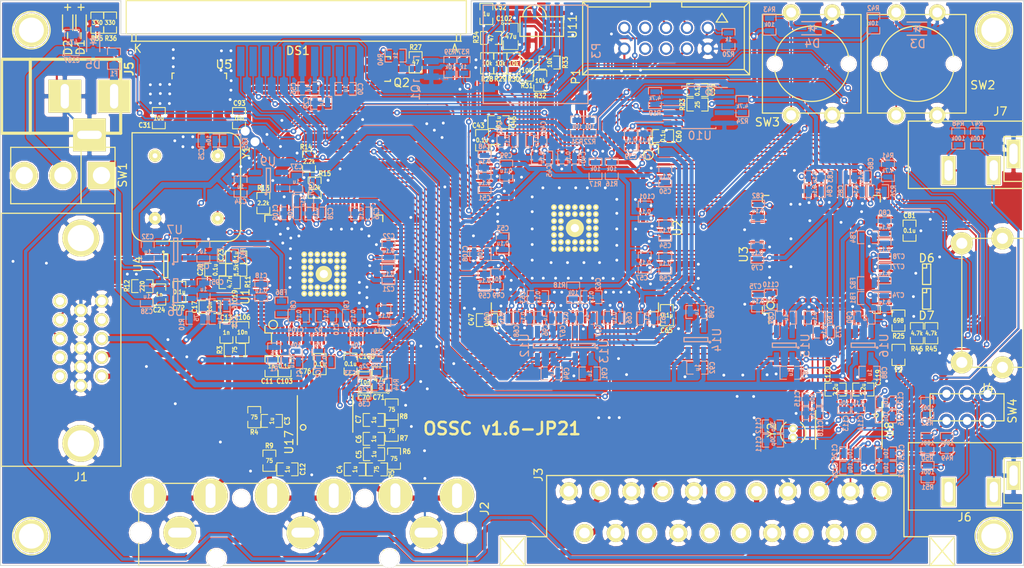
<source format=kicad_pcb>
(kicad_pcb (version 4) (host pcbnew 4.0.5+dfsg1-4)
  (layers (0 F.Cu signal) (31 B.Cu signal) (34 B.Paste user) (35 F.Paste user) (36 B.SilkS user) (37 F.SilkS user) (38 B.Mask user) (39 F.Mask user) (44 Edge.Cuts user))
  (net 0 "")
  (net 1 /fpga1/ASDO)
  (net 2 /fpga1/DATA0)
  (net 3 /fpga1/DCLK)
  (net 4 /fpga1/HDMITX_HSYNC)
  (net 5 /fpga1/HDMITX_INT_N)
  (net 6 /fpga1/HDMITX_PCLK)
  (net 7 /fpga1/HDMITX_R0)
  (net 8 /fpga1/HDMITX_R1)
  (net 9 /fpga1/HDMITX_R2)
  (net 10 /fpga1/HDMITX_R3)
  (net 11 /fpga1/HDMITX_R4)
  (net 12 /fpga1/HDMITX_R5)
  (net 13 /fpga1/HDMITX_R6)
  (net 14 /fpga1/HDMITX_R7)
  (net 15 /fpga1/HDMITX_VSYNC)
  (net 16 /fpga1/IR_RX)
  (net 17 /fpga1/LED0)
  (net 18 /fpga1/LED1)
  (net 19 /fpga1/SCL)
  (net 20 /fpga1/SDA)
  (net 21 /fpga1/SD_CLK)
  (net 22 /fpga1/SD_CMD)
  (net 23 /fpga1/SD_DAT0)
  (net 24 /fpga1/SD_DAT1)
  (net 25 /fpga1/SD_DAT2)
  (net 26 /fpga1/SD_DAT3)
  (net 27 /fpga1/TCK)
  (net 28 /fpga1/TDI)
  (net 29 /fpga1/TDO)
  (net 30 /fpga1/TMS)
  (net 31 /fpga1/VCCA)
  (net 32 /fpga1/VCCD_PLL)
  (net 33 /fpga1/VCCINT)
  (net 34 /fpga1/nCSO)
  (net 35 /hdmitx1/AVCC1V8)
  (net 36 /hdmitx1/AVDD3V3)
  (net 37 /hdmitx1/B0)
  (net 38 /hdmitx1/B1)
  (net 39 /hdmitx1/B2)
  (net 40 /hdmitx1/B3)
  (net 41 /hdmitx1/B4)
  (net 42 /hdmitx1/B5)
  (net 43 /hdmitx1/B6)
  (net 44 /hdmitx1/B7)
  (net 45 /hdmitx1/DDC_SCL)
  (net 46 /hdmitx1/DDC_SDA)
  (net 47 /hdmitx1/DE)
  (net 48 /hdmitx1/DVDD1V8)
  (net 49 /hdmitx1/DVDD3V3)
  (net 50 /hdmitx1/G0)
  (net 51 /hdmitx1/G1)
  (net 52 /hdmitx1/G2)
  (net 53 /hdmitx1/G3)
  (net 54 /hdmitx1/G4)
  (net 55 /hdmitx1/G5)
  (net 56 /hdmitx1/G6)
  (net 57 /hdmitx1/G7)
  (net 58 /hdmitx1/HPD)
  (net 59 /hdmitx1/TMDS_CLK+)
  (net 60 /hdmitx1/TMDS_CLK-)
  (net 61 /hdmitx1/TMDS_D0+)
  (net 62 /hdmitx1/TMDS_D0-)
  (net 63 /hdmitx1/TMDS_D1+)
  (net 64 /hdmitx1/TMDS_D1-)
  (net 65 /hdmitx1/TMDS_D2+)
  (net 66 /hdmitx1/TMDS_D2-)
  (net 67 /tvp_board1/AVDD)
  (net 68 /tvp_board1/B0)
  (net 69 /tvp_board1/B1)
  (net 70 /tvp_board1/B2)
  (net 71 /tvp_board1/B3)
  (net 72 /tvp_board1/B4)
  (net 73 /tvp_board1/B5)
  (net 74 /tvp_board1/B6)
  (net 75 /tvp_board1/B7)
  (net 76 /tvp_board1/DVDD)
  (net 77 /tvp_board1/FID)
  (net 78 /tvp_board1/G0)
  (net 79 /tvp_board1/G1)
  (net 80 /tvp_board1/G2)
  (net 81 /tvp_board1/G3)
  (net 82 /tvp_board1/G4)
  (net 83 /tvp_board1/G5)
  (net 84 /tvp_board1/G6)
  (net 85 /tvp_board1/G7)
  (net 86 /tvp_board1/HSYNC)
  (net 87 /tvp_board1/PCLK)
  (net 88 /tvp_board1/R0)
  (net 89 /tvp_board1/R1)
  (net 90 /tvp_board1/R2)
  (net 91 /tvp_board1/R3)
  (net 92 /tvp_board1/R4)
  (net 93 /tvp_board1/R5)
  (net 94 /tvp_board1/R6)
  (net 95 /tvp_board1/R7)
  (net 96 /tvp_board1/RGB1_B)
  (net 97 /tvp_board1/RGB1_G)
  (net 98 /tvp_board1/RGB1_R)
  (net 99 /tvp_board1/RGB1_S)
  (net 100 /tvp_board1/RGB2_B)
  (net 101 /tvp_board1/RGB2_G)
  (net 102 /tvp_board1/RGB2_R)
  (net 103 /tvp_board1/RGB3_B)
  (net 104 /tvp_board1/RGB3_G)
  (net 105 /tvp_board1/RGB3_R)
  (net 106 /tvp_board1/VSYNC)
  (net 107 GND)
  (net 108 "Net-(C1-Pad2)")
  (net 109 "Net-(C2-Pad2)")
  (net 110 "Net-(C3-Pad2)")
  (net 111 "Net-(C4-Pad2)")
  (net 112 "Net-(C5-Pad2)")
  (net 113 "Net-(C6-Pad2)")
  (net 114 "Net-(C7-Pad2)")
  (net 115 "Net-(C11-Pad2)")
  (net 116 "Net-(C12-Pad2)")
  (net 117 "Net-(C13-Pad2)")
  (net 118 "Net-(C15-Pad2)")
  (net 119 "Net-(C16-Pad2)")
  (net 120 "Net-(C17-Pad2)")
  (net 121 "Net-(C19-Pad1)")
  (net 122 "Net-(C19-Pad2)")
  (net 123 "Net-(C20-Pad2)")
  (net 124 "Net-(C24-Pad1)")
  (net 125 "Net-(C25-Pad1)")
  (net 126 "Net-(C29-Pad2)")
  (net 127 "Net-(C30-Pad1)")
  (net 128 "Net-(C30-Pad2)")
  (net 129 "Net-(C74-Pad1)")
  (net 130 "Net-(C77-Pad1)")
  (net 131 "Net-(C80-Pad1)")
  (net 132 "Net-(J1-Pad9)")
  (net 133 "Net-(J1-Pad4)")
  (net 134 "Net-(J1-Pad11)")
  (net 135 "Net-(J1-Pad12)")
  (net 136 "Net-(J1-Pad15)")
  (net 137 "Net-(P1-Pad6)")
  (net 138 "Net-(P1-Pad8)")
  (net 139 "Net-(R11-Pad2)")
  (net 140 "Net-(R16-Pad2)")
  (net 141 "Net-(R24-Pad1)")
  (net 142 "Net-(R25-Pad1)")
  (net 143 "Net-(R26-Pad1)")
  (net 144 "Net-(U1-Pad25)")
  (net 145 "Net-(U1-Pad37)")
  (net 146 "Net-(U1-Pad38)")
  (net 147 "Net-(U1-Pad51)")
  (net 148 "Net-(U1-Pad52)")
  (net 149 "Net-(U1-Pad64)")
  (net 150 "Net-(U1-Pad65)")
  (net 151 "Net-(D1-Pad1)")
  (net 152 "Net-(D2-Pad1)")
  (net 153 "Net-(J3-Pad10)")
  (net 154 "Net-(J3-Pad12)")
  (net 155 "Net-(J3-Pad16)")
  (net 156 "Net-(J4-Pad13)")
  (net 157 "Net-(P1-Pad7)")
  (net 158 "Net-(U3-Pad45)")
  (net 159 "Net-(Y1-Pad1)")
  (net 160 /fpga1/CLK27)
  (net 161 "Net-(R17-Pad1)")
  (net 162 "Net-(R18-Pad2)")
  (net 163 "Net-(R19-Pad1)")
  (net 164 "Net-(R23-Pad2)")
  (net 165 "Net-(DS1-Pad11)")
  (net 166 "Net-(U17-Pad1)")
  (net 167 "Net-(U17-Pad20)")
  (net 168 "Net-(F1-Pad1)")
  (net 169 /tvp_board1/RGB_12_G)
  (net 170 /tvp_board1/RGB_12_R)
  (net 171 "Net-(C76-Pad2)")
  (net 172 /tvp_board1/RGB_12_B)
  (net 173 "Net-(C100-Pad2)")
  (net 174 "Net-(C103-Pad2)")
  (net 175 "Net-(C104-Pad2)")
  (net 176 "Net-(C105-Pad2)")
  (net 177 /tvp_board1/RGB3_HS)
  (net 178 /tvp_board1/RGB3_VS)
  (net 179 /tvp_board1/RGB3_VS_B)
  (net 180 /tvp_board1/RGB3_HS_B)
  (net 181 "Net-(C106-Pad1)")
  (net 182 "Net-(C107-Pad1)")
  (net 183 /fpga1/LCD_CS_N)
  (net 184 /fpga1/LCD_RS)
  (net 185 /fpga1/BTN0)
  (net 186 /fpga1/BTN1)
  (net 187 "Net-(C23-Pad1)")
  (net 188 /tvp_board1/AVDD_F)
  (net 189 "Net-(C102-Pad1)")
  (net 190 "Net-(C33-Pad2)")
  (net 191 "Net-(C36-Pad1)")
  (net 192 /fpga1/RESET_N)
  (net 193 "Net-(Q1-Pad1)")
  (net 194 "Net-(Q1-Pad3)")
  (net 195 "Net-(Q2-Pad1)")
  (net 196 "Net-(Q2-Pad3)")
  (net 197 /fpga1/LCD_BLEN)
  (net 198 /hdmitx1/5V)
  (net 199 "Net-(MH1-Pad1)")
  (net 200 "Net-(MH2-Pad1)")
  (net 201 "Net-(MH3-Pad1)")
  (net 202 "Net-(MH4-Pad1)")
  (net 203 /hdmitx1/5V_FUSED)
  (net 204 "Net-(C111-Pad1)")
  (net 205 "Net-(C112-Pad1)")
  (net 206 /hdmitx1/AV2_AUD_R)
  (net 207 "Net-(C116-Pad2)")
  (net 208 /hdmitx1/AV1_AUD_R)
  (net 209 "Net-(C119-Pad1)")
  (net 210 "Net-(C120-Pad1)")
  (net 211 /hdmitx1/AV2_AUD_L)
  (net 212 "Net-(C121-Pad2)")
  (net 213 /hdmitx1/AV1_AUD_L)
  (net 214 "Net-(C123-Pad1)")
  (net 215 /hdmitx1/AV3_AUD_R)
  (net 216 "Net-(C124-Pad1)")
  (net 217 "Net-(C125-Pad1)")
  (net 218 /hdmitx1/AV3_AUD_L)
  (net 219 "Net-(C126-Pad1)")
  (net 220 "Net-(J4-Pad14)")
  (net 221 "Net-(J6-Pad3)")
  (net 222 "Net-(J6-Pad2)")
  (net 223 /hdmitx1/I2S_DATA)
  (net 224 /hdmitx1/I2S_WS)
  (net 225 /hdmitx1/I2S_BCK)
  (net 226 "Net-(U8-Pad5)")
  (net 227 "Net-(U8-Pad19)")
  (net 228 "Net-(U8-Pad20)")
  (net 229 "Net-(U8-Pad21)")
  (net 230 "Net-(U8-Pad22)")
  (net 231 "Net-(U8-Pad3)")
  (net 232 "Net-(U8-Pad4)")
  (net 233 "Net-(J3-Pad2)")
  (net 234 "Net-(J3-Pad6)")
  (net 235 "Net-(J3-Pad11)")
  (module custom_components:TSSOP-30_4.4x7.8mm_Pitch0.5mm_Handsoldering (layer F.Cu) (at 110.622 69.23 270)
    (fp_text reference U8 (at 0 -4.95 270) (layer F.SilkS))
    (fp_text value PCM1862)
    (pad 16 smd rect (at 3 3.5 270) (size 1.2 0.3) (layers F.Cu F.Paste F.Mask) (net 224 /hdmitx1/I2S_WS))
    (pad 17 smd rect (at 3 3 270) (size 1.2 0.3) (layers F.Cu F.Paste F.Mask) (net 225 /hdmitx1/I2S_BCK))
    (pad 18 smd rect (at 3 2.5 270) (size 1.2 0.3) (layers F.Cu F.Paste F.Mask) (net 223 /hdmitx1/I2S_DATA))
    (pad 19 smd rect (at 3 2 270) (size 1.2 0.3) (layers F.Cu F.Paste F.Mask) (net 227 "Net-(U8-Pad19)"))
    (pad 20 smd rect (at 3 1.5 270) (size 1.2 0.3) (layers F.Cu F.Paste F.Mask) (net 228 "Net-(U8-Pad20)"))
    (pad 21 smd rect (at 3 1 270) (size 1.2 0.3) (layers F.Cu F.Paste F.Mask) (net 229 "Net-(U8-Pad21)"))
    (pad 22 smd rect (at 3 0.5 270) (size 1.2 0.3) (layers F.Cu F.Paste F.Mask) (net 230 "Net-(U8-Pad22)"))
    (pad 23 smd rect (at 3 0 270) (size 1.2 0.3) (layers F.Cu F.Paste F.Mask) (net 20 /fpga1/SDA))
    (pad 24 smd rect (at 3 -0.5 270) (size 1.2 0.3) (layers F.Cu F.Paste F.Mask) (net 19 /fpga1/SCL))
    (pad 25 smd rect (at 3 -1 270) (size 1.2 0.3) (layers F.Cu F.Paste F.Mask) (net 107 GND))
    (pad 26 smd rect (at 3 -1.5 270) (size 1.2 0.3) (layers F.Cu F.Paste F.Mask) (net 107 GND))
    (pad 27 smd rect (at 3 -2 270) (size 1.2 0.3) (layers F.Cu F.Paste F.Mask) (net 219 "Net-(C126-Pad1)"))
    (pad 28 smd rect (at 3 -2.5 270) (size 1.2 0.3) (layers F.Cu F.Paste F.Mask) (net 216 "Net-(C124-Pad1)"))
    (pad 29 smd rect (at 3 -3 270) (size 1.2 0.3) (layers F.Cu F.Paste F.Mask) (net 217 "Net-(C125-Pad1)"))
    (pad 30 smd rect (at 3 -3.5 270) (size 1.2 0.3) (layers F.Cu F.Paste F.Mask) (net 214 "Net-(C123-Pad1)"))
    (pad 1 smd rect (at -3 -3.5 270) (size 1.2 0.3) (layers F.Cu F.Paste F.Mask) (net 212 "Net-(C121-Pad2)"))
    (pad 2 smd rect (at -3 -3 270) (size 1.2 0.3) (layers F.Cu F.Paste F.Mask) (net 207 "Net-(C116-Pad2)"))
    (pad 3 smd rect (at -3 -2.5 270) (size 1.2 0.3) (layers F.Cu F.Paste F.Mask) (net 231 "Net-(U8-Pad3)"))
    (pad 4 smd rect (at -3 -2 270) (size 1.2 0.3) (layers F.Cu F.Paste F.Mask) (net 232 "Net-(U8-Pad4)"))
    (pad 5 smd rect (at -3 -1.5 270) (size 1.2 0.3) (layers F.Cu F.Paste F.Mask) (net 226 "Net-(U8-Pad5)"))
    (pad 6 smd rect (at -3 -1 270) (size 1.2 0.3) (layers F.Cu F.Paste F.Mask) (net 209 "Net-(C119-Pad1)"))
    (pad 7 smd rect (at -3 -0.5 270) (size 1.2 0.3) (layers F.Cu F.Paste F.Mask) (net 107 GND))
    (pad 8 smd rect (at -3 0 270) (size 1.2 0.3) (layers F.Cu F.Paste F.Mask) (net 36 /hdmitx1/AVDD3V3))
    (pad 9 smd rect (at -3 0.5 270) (size 1.2 0.3) (layers F.Cu F.Paste F.Mask) (net 204 "Net-(C111-Pad1)"))
    (pad 10 smd rect (at -3 1 270) (size 1.2 0.3) (layers F.Cu F.Paste F.Mask) (net 205 "Net-(C112-Pad1)"))
    (pad 11 smd rect (at -3 1.5 270) (size 1.2 0.3) (layers F.Cu F.Paste F.Mask) (net 210 "Net-(C120-Pad1)"))
    (pad 12 smd rect (at -3 2 270) (size 1.2 0.3) (layers F.Cu F.Paste F.Mask) (net 107 GND))
    (pad 13 smd rect (at -3 2.5 270) (size 1.2 0.3) (layers F.Cu F.Paste F.Mask) (net 49 /hdmitx1/DVDD3V3))
    (pad 14 smd rect (at -3 3 270) (size 1.2 0.3) (layers F.Cu F.Paste F.Mask) (net 49 /hdmitx1/DVDD3V3))
    (pad 15 smd rect (at -3 3.5 270) (size 1.2 0.3) (layers F.Cu F.Paste F.Mask) (net 107 GND))
  )
  (module custom_components:IRM-V5XX_TR1 (layer F.Cu) (at 73.2641 21.3605)
    (fp_text reference U11 (at 3.7465 -1.19634 90) (layer F.SilkS))
    (fp_text value IRM-V538/TR1)
    (pad 1 smd rect (at 1.7 0.5) (size 0.7 1.9) (layers F.Cu F.Paste F.Mask) (net 16 /fpga1/IR_RX))
    (pad 2 smd rect (at 0 0.5) (size 0.7 1.9) (layers F.Cu F.Paste F.Mask) (net 189 "Net-(C102-Pad1)"))
    (pad 3 smd rect (at -1.7 0.5) (size 0.7 1.9) (layers F.Cu F.Paste F.Mask) (net 107 GND))
    (pad 3 smd rect (at 1.68 -2.85) (size 1.4 1.9) (layers F.Cu F.Paste F.Mask) (net 107 GND))
  )
  (module Connect:VASCH5x2 (layer F.Cu) (at 88.4 21.59 180)
    (fp_text reference P1 (at 10.996 -4.661 270) (layer F.SilkS))
    (fp_text value JTAG_CONN)
    (pad 1 thru_hole circle (at -5.08 1.27 180) (size 1.50622 1.50622) (drill 0.99822) (layers *.Cu *.Mask) (net 27 /fpga1/TCK))
    (pad 2 thru_hole circle (at -5.08 -1.27 180) (size 1.50622 1.50622) (drill 0.99822) (layers *.Cu *.Mask) (net 107 GND))
    (pad 3 thru_hole circle (at -2.54 1.27 180) (size 1.50622 1.50622) (drill 0.99822) (layers *.Cu *.Mask) (net 29 /fpga1/TDO))
    (pad 4 thru_hole circle (at -2.54 -1.27 180) (size 1.50622 1.50622) (drill 0.99822) (layers *.Cu *.Mask) (net 31 /fpga1/VCCA))
    (pad 5 thru_hole circle (at 0 1.27 180) (size 1.50622 1.50622) (drill 0.99822) (layers *.Cu *.Mask) (net 30 /fpga1/TMS))
    (pad 6 thru_hole circle (at 0 -1.27 180) (size 1.50622 1.50622) (drill 0.99822) (layers *.Cu *.Mask) (net 137 "Net-(P1-Pad6)"))
    (pad 7 thru_hole circle (at 2.54 1.27 180) (size 1.50622 1.50622) (drill 0.99822) (layers *.Cu *.Mask) (net 157 "Net-(P1-Pad7)"))
    (pad 8 thru_hole circle (at 2.54 -1.27 180) (size 1.50622 1.50622) (drill 0.99822) (layers *.Cu *.Mask) (net 138 "Net-(P1-Pad8)"))
    (pad 9 thru_hole circle (at 5.08 1.27 180) (size 1.50622 1.50622) (drill 0.99822) (layers *.Cu *.Mask) (net 28 /fpga1/TDI))
    (pad 10 thru_hole circle (at 5.08 -1.27 180) (size 1.50622 1.50622) (drill 0.99822) (layers *.Cu *.Mask) (net 107 GND))
  )
  (module Connect:1pin (layer F.Cu) (at 11.13 20.6)
    (fp_text reference MH1 hide)
    (fp_text value CONN_1)
    (pad 1 thru_hole circle (at 0 0) (size 4.064 4.064) (drill 3.048) (layers *.Cu *.Mask F.SilkS) (net 199 "Net-(MH1-Pad1)"))
  )
  (module Connect:1pin (layer F.Cu) (at 11.13 82.2)
    (fp_text reference MH3 hide)
    (fp_text value CONN_1)
    (pad 1 thru_hole circle (at 0 0) (size 4.064 4.064) (drill 3.048) (layers *.Cu *.Mask F.SilkS) (net 201 "Net-(MH3-Pad1)"))
  )
  (module Connect:1pin (layer F.Cu) (at 128.3 82.2)
    (fp_text reference MH4 hide)
    (fp_text value CONN_1)
    (pad 1 thru_hole circle (at 0 0) (size 4.064 4.064) (drill 3.048) (layers *.Cu *.Mask F.SilkS) (net 202 "Net-(MH4-Pad1)"))
  )
  (module Connect:1pin (layer F.Cu) (at 128.3 20.6)
    (fp_text reference MH2 hide)
    (fp_text value CONN_1)
    (pad 1 thru_hole circle (at 0 0) (size 4.064 4.064) (drill 3.048) (layers *.Cu *.Mask F.SilkS) (net 200 "Net-(MH2-Pad1)"))
  )
  (module custom_components:ACHL-OSC (layer F.Cu) (at 29.9945 39.6993 270)
    (fp_text reference Y1 (at -4.191 -7.2898 270) (layer F.SilkS) (effects (font (size 0.8 0.8))))
    (fp_text value ACHL-27MHZ-EK)
    (pad 5 thru_hole circle (at 3.81 -3.81 270) (size 1.5 1.5) (drill 0.6) (layers *.Cu *.Mask F.SilkS) (net 160 /fpga1/CLK27))
    (pad 8 thru_hole circle (at -3.81 -3.81 270) (size 1.5 1.5) (drill 0.6) (layers *.Cu *.Mask F.SilkS) (net 125 "Net-(C25-Pad1)"))
    (pad 1 thru_hole circle (at -3.81 3.81 270) (size 1.5 1.5) (drill 0.6) (layers *.Cu *.Mask F.SilkS) (net 159 "Net-(Y1-Pad1)"))
    (pad 4 thru_hole circle (at 3.81 3.81 270) (size 1.5 1.5) (drill 0.6) (layers *.Cu *.Mask F.SilkS) (net 107 GND))
  )
  (module custom_components:SOT-23-5_Handsoldering (layer B.Cu) (at 28.702 47.3701 90)
    (fp_text reference U7 (at 2.4631 -0.112 180) (layer B.SilkS) (effects (justify mirror)))
    (fp_text value NCP703SN19T1G)
    (pad 1 smd rect (at -0.95 -1.65) (size 1.56 0.65) (layers B.Cu B.Paste B.Mask) (net 49 /hdmitx1/DVDD3V3))
    (pad 2 smd rect (at 0 -1.65) (size 1.56 0.65) (layers B.Cu B.Paste B.Mask) (net 107 GND))
    (pad 3 smd rect (at 0.95 -1.65) (size 1.56 0.65) (layers B.Cu B.Paste B.Mask) (net 49 /hdmitx1/DVDD3V3))
    (pad 4 smd rect (at 0.95 1.65) (size 1.56 0.65) (layers B.Cu B.Paste B.Mask))
    (pad 5 smd rect (at -0.95 1.65) (size 1.56 0.65) (layers B.Cu B.Paste B.Mask) (net 67 /tvp_board1/AVDD))
  )
  (module custom_components:SOT-23-5_Handsoldering (layer B.Cu) (at 39.986 38.862 90)
    (fp_text reference U9 (at 2.263 -0.05 180) (layer B.SilkS) (effects (justify mirror)))
    (fp_text value TLV70019)
    (pad 1 smd rect (at -0.95 -1.65) (size 1.56 0.65) (layers B.Cu B.Paste B.Mask) (net 49 /hdmitx1/DVDD3V3))
    (pad 2 smd rect (at 0 -1.65) (size 1.56 0.65) (layers B.Cu B.Paste B.Mask) (net 107 GND))
    (pad 3 smd rect (at 0.95 -1.65) (size 1.56 0.65) (layers B.Cu B.Paste B.Mask) (net 49 /hdmitx1/DVDD3V3))
    (pad 4 smd rect (at 0.95 1.65) (size 1.56 0.65) (layers B.Cu B.Paste B.Mask))
    (pad 5 smd rect (at -0.95 1.65) (size 1.56 0.65) (layers B.Cu B.Paste B.Mask) (net 76 /tvp_board1/DVDD))
  )
  (module custom_components:SOT-23-5_Handsoldering (layer B.Cu) (at 102.7938 58.9534 180)
    (fp_text reference U15 (at -2.55 -0.05 270) (layer B.SilkS) (effects (justify mirror)))
    (fp_text value TLV70018)
    (pad 1 smd rect (at -0.95 -1.65 90) (size 1.56 0.65) (layers B.Cu B.Paste B.Mask) (net 49 /hdmitx1/DVDD3V3))
    (pad 2 smd rect (at 0 -1.65 90) (size 1.56 0.65) (layers B.Cu B.Paste B.Mask) (net 107 GND))
    (pad 3 smd rect (at 0.95 -1.65 90) (size 1.56 0.65) (layers B.Cu B.Paste B.Mask) (net 49 /hdmitx1/DVDD3V3))
    (pad 4 smd rect (at 0.95 1.65 90) (size 1.56 0.65) (layers B.Cu B.Paste B.Mask))
    (pad 5 smd rect (at -0.95 1.65 90) (size 1.56 0.65) (layers B.Cu B.Paste B.Mask) (net 48 /hdmitx1/DVDD1V8))
  )
  (module custom_components:SOT-23-5_Handsoldering (layer B.Cu) (at 112.39 58.9534 180)
    (fp_text reference U16 (at -2.55 -0.05 270) (layer B.SilkS) (effects (justify mirror)))
    (fp_text value TLV70018)
    (pad 1 smd rect (at -0.95 -1.65 90) (size 1.56 0.65) (layers B.Cu B.Paste B.Mask) (net 49 /hdmitx1/DVDD3V3))
    (pad 2 smd rect (at 0 -1.65 90) (size 1.56 0.65) (layers B.Cu B.Paste B.Mask) (net 107 GND))
    (pad 3 smd rect (at 0.95 -1.65 90) (size 1.56 0.65) (layers B.Cu B.Paste B.Mask) (net 49 /hdmitx1/DVDD3V3))
    (pad 4 smd rect (at 0.95 1.65 90) (size 1.56 0.65) (layers B.Cu B.Paste B.Mask))
    (pad 5 smd rect (at -0.95 1.65 90) (size 1.56 0.65) (layers B.Cu B.Paste B.Mask) (net 35 /hdmitx1/AVCC1V8))
  )
  (module custom_components:SOT-23-5_Handsoldering (layer B.Cu) (at 28.702 52.324 90)
    (fp_text reference U6 (at -2.55 -0.05 180) (layer B.SilkS) (effects (justify mirror)))
    (fp_text value TLV70033)
    (pad 1 smd rect (at -0.95 -1.65) (size 1.56 0.65) (layers B.Cu B.Paste B.Mask) (net 198 /hdmitx1/5V))
    (pad 2 smd rect (at 0 -1.65) (size 1.56 0.65) (layers B.Cu B.Paste B.Mask) (net 107 GND))
    (pad 3 smd rect (at 0.95 -1.65) (size 1.56 0.65) (layers B.Cu B.Paste B.Mask) (net 198 /hdmitx1/5V))
    (pad 4 smd rect (at 0.95 1.65) (size 1.56 0.65) (layers B.Cu B.Paste B.Mask))
    (pad 5 smd rect (at -0.95 1.65) (size 1.56 0.65) (layers B.Cu B.Paste B.Mask) (net 36 /hdmitx1/AVDD3V3))
  )
  (module custom_components:SOT-23-5_Handsoldering (layer B.Cu) (at 73.7 59.0246 180)
    (fp_text reference U12 (at 2.514 0.035 270) (layer B.SilkS) (effects (justify mirror)))
    (fp_text value TLV70012)
    (pad 1 smd rect (at -0.95 -1.65 90) (size 1.56 0.65) (layers B.Cu B.Paste B.Mask) (net 49 /hdmitx1/DVDD3V3))
    (pad 2 smd rect (at 0 -1.65 90) (size 1.56 0.65) (layers B.Cu B.Paste B.Mask) (net 107 GND))
    (pad 3 smd rect (at 0.95 -1.65 90) (size 1.56 0.65) (layers B.Cu B.Paste B.Mask) (net 49 /hdmitx1/DVDD3V3))
    (pad 4 smd rect (at 0.95 1.65 90) (size 1.56 0.65) (layers B.Cu B.Paste B.Mask))
    (pad 5 smd rect (at -0.95 1.65 90) (size 1.56 0.65) (layers B.Cu B.Paste B.Mask) (net 33 /fpga1/VCCINT))
  )
  (module custom_components:SOT-23-5_Handsoldering (layer B.Cu) (at 78.306 59.0026 180)
    (fp_text reference U13 (at -2.55 -0.7004 270) (layer B.SilkS) (effects (justify mirror)))
    (fp_text value TLV70025)
    (pad 1 smd rect (at -0.95 -1.65 90) (size 1.56 0.65) (layers B.Cu B.Paste B.Mask) (net 49 /hdmitx1/DVDD3V3))
    (pad 2 smd rect (at 0 -1.65 90) (size 1.56 0.65) (layers B.Cu B.Paste B.Mask) (net 107 GND))
    (pad 3 smd rect (at 0.95 -1.65 90) (size 1.56 0.65) (layers B.Cu B.Paste B.Mask) (net 49 /hdmitx1/DVDD3V3))
    (pad 4 smd rect (at 0.95 1.65 90) (size 1.56 0.65) (layers B.Cu B.Paste B.Mask))
    (pad 5 smd rect (at -0.95 1.65 90) (size 1.56 0.65) (layers B.Cu B.Paste B.Mask) (net 31 /fpga1/VCCA))
  )
  (module custom_components:SOT-23-5_Handsoldering (layer B.Cu) (at 92.034 58.278 180)
    (fp_text reference U14 (at -2.55 -0.05 270) (layer B.SilkS) (effects (justify mirror)))
    (fp_text value TLV70012)
    (pad 1 smd rect (at -0.95 -1.65 90) (size 1.56 0.65) (layers B.Cu B.Paste B.Mask) (net 49 /hdmitx1/DVDD3V3))
    (pad 2 smd rect (at 0 -1.65 90) (size 1.56 0.65) (layers B.Cu B.Paste B.Mask) (net 107 GND))
    (pad 3 smd rect (at 0.95 -1.65 90) (size 1.56 0.65) (layers B.Cu B.Paste B.Mask) (net 49 /hdmitx1/DVDD3V3))
    (pad 4 smd rect (at 0.95 1.65 90) (size 1.56 0.65) (layers B.Cu B.Paste B.Mask))
    (pad 5 smd rect (at -0.95 1.65 90) (size 1.56 0.65) (layers B.Cu B.Paste B.Mask) (net 32 /fpga1/VCCD_PLL))
  )
  (module custom_components:DM3D-SF (layer B.Cu) (at 67.988 19.305)
    (fp_text reference P3 (at 11.9253 3.81 270) (layer B.SilkS) (effects (justify mirror)))
    (fp_text value mSD_CONN)
    (pad 6 smd rect (at 10.1 10.1) (size 1.5 1.9) (layers B.Cu B.Paste B.Mask) (net 107 GND))
    (pad 6 smd rect (at -1.4 8.35) (size 2 1) (layers B.Cu B.Paste B.Mask) (net 107 GND))
    (pad 1 smd rect (at 7.7 -0.875) (size 0.4 1.75) (layers B.Cu B.Paste B.Mask) (net 25 /fpga1/SD_DAT2))
    (pad 2 smd rect (at 6.6 -0.875) (size 0.4 1.75) (layers B.Cu B.Paste B.Mask) (net 26 /fpga1/SD_DAT3))
    (pad 3 smd rect (at 5.5 -0.875) (size 0.4 1.75) (layers B.Cu B.Paste B.Mask) (net 22 /fpga1/SD_CMD))
    (pad 4 smd rect (at 4.4 -0.875) (size 0.4 1.75) (layers B.Cu B.Paste B.Mask) (net 49 /hdmitx1/DVDD3V3))
    (pad 5 smd rect (at 3.3 -0.875) (size 0.4 1.75) (layers B.Cu B.Paste B.Mask) (net 21 /fpga1/SD_CLK))
    (pad 6 smd rect (at 2.2 -0.875) (size 0.4 1.75) (layers B.Cu B.Paste B.Mask) (net 107 GND))
    (pad 7 smd rect (at 1.1 -0.875) (size 0.4 1.75) (layers B.Cu B.Paste B.Mask) (net 23 /fpga1/SD_DAT0))
    (pad 8 smd rect (at 0 -0.875) (size 0.4 1.75) (layers B.Cu B.Paste B.Mask) (net 24 /fpga1/SD_DAT1))
  )
  (module custom_components:SOT-23-6_Handsoldering (layer F.Cu) (at 27.4933 49.2878 270)
    (fp_text reference U4 (at -0.1848 3.3683 450) (layer F.SilkS))
    (fp_text value SN74LVC2G17)
    (pad 5 smd rect (at 0 -1.65) (size 1.56 0.65) (layers F.Cu F.Paste F.Mask) (net 49 /hdmitx1/DVDD3V3))
    (pad 1 smd rect (at -0.95 1.65) (size 1.56 0.65) (layers F.Cu F.Paste F.Mask) (net 177 /tvp_board1/RGB3_HS))
    (pad 2 smd rect (at 0 1.65) (size 1.56 0.65) (layers F.Cu F.Paste F.Mask) (net 107 GND))
    (pad 3 smd rect (at 0.95 1.65) (size 1.56 0.65) (layers F.Cu F.Paste F.Mask) (net 124 "Net-(C24-Pad1)"))
    (pad 4 smd rect (at 0.95 -1.65) (size 1.56 0.65) (layers F.Cu F.Paste F.Mask) (net 179 /tvp_board1/RGB3_VS_B))
    (pad 6 smd rect (at -0.95 -1.65) (size 1.56 0.65) (layers F.Cu F.Paste F.Mask) (net 180 /tvp_board1/RGB3_HS_B))
  )
  (module custom_components:SOD-323_Handsoldering (layer B.Cu) (at 18.654 21.915 90)
    (fp_text reference D5 (at -2.8702 -0.0254 360) (layer B.SilkS) (effects (justify mirror)))
    (fp_text value SD05-7)
    (pad 1 smd rect (at -1.4 0 90) (size 1.4 0.45) (layers B.Cu B.Paste B.Mask) (net 182 "Net-(C107-Pad1)"))
    (pad 2 smd rect (at 1.4 0 90) (size 1.4 0.45) (layers B.Cu B.Paste B.Mask) (net 107 GND))
  )
  (module custom_components:VGA_CONN (layer F.Cu) (at 17.1555 59.2954 270)
    (fp_text reference J1 (at 15.70228 -0.00508 360) (layer F.SilkS))
    (fp_text value VGA)
    (pad 8 thru_hole circle (at 0 0 270) (size 1.6 1.6) (drill 1) (layers *.Cu *.Mask F.SilkS) (net 107 GND))
    (pad 9 thru_hole circle (at -2.29 0 270) (size 1.6 1.6) (drill 1) (layers *.Cu *.Mask F.SilkS) (net 132 "Net-(J1-Pad9)"))
    (pad 10 thru_hole circle (at -4.58 0 270) (size 1.6 1.6) (drill 1) (layers *.Cu *.Mask F.SilkS) (net 107 GND))
    (pad 1 thru_hole circle (at 3.44 -2.54 270) (size 1.6 1.6) (drill 1) (layers *.Cu *.Mask F.SilkS) (net 105 /tvp_board1/RGB3_R))
    (pad 2 thru_hole circle (at 1.15 -2.54 270) (size 1.6 1.6) (drill 1) (layers *.Cu *.Mask F.SilkS) (net 104 /tvp_board1/RGB3_G))
    (pad 3 thru_hole circle (at -1.14 -2.54 270) (size 1.6 1.6) (drill 1) (layers *.Cu *.Mask F.SilkS) (net 103 /tvp_board1/RGB3_B))
    (pad 4 thru_hole circle (at -3.43 -2.54 270) (size 1.6 1.6) (drill 1) (layers *.Cu *.Mask F.SilkS) (net 133 "Net-(J1-Pad4)"))
    (pad 5 thru_hole circle (at -5.72 -2.54 270) (size 1.6 1.6) (drill 1) (layers *.Cu *.Mask F.SilkS) (net 107 GND))
    (pad 6 thru_hole circle (at 4.58 0 270) (size 1.6 1.6) (drill 1) (layers *.Cu *.Mask F.SilkS) (net 107 GND))
    (pad 7 thru_hole circle (at 2.29 0 270) (size 1.6 1.6) (drill 1) (layers *.Cu *.Mask F.SilkS) (net 107 GND))
    (pad 11 thru_hole circle (at 3.44 2.54 270) (size 1.6 1.6) (drill 1) (layers *.Cu *.Mask F.SilkS) (net 134 "Net-(J1-Pad11)"))
    (pad 12 thru_hole circle (at 1.15 2.54 270) (size 1.6 1.6) (drill 1) (layers *.Cu *.Mask F.SilkS) (net 135 "Net-(J1-Pad12)"))
    (pad 13 thru_hole circle (at -1.14 2.54 270) (size 1.6 1.6) (drill 1) (layers *.Cu *.Mask F.SilkS) (net 177 /tvp_board1/RGB3_HS))
    (pad 14 thru_hole circle (at -3.43 2.54 270) (size 1.6 1.6) (drill 1) (layers *.Cu *.Mask F.SilkS) (net 178 /tvp_board1/RGB3_VS))
    (pad 15 thru_hole circle (at -5.72 2.54 270) (size 1.6 1.6) (drill 1) (layers *.Cu *.Mask F.SilkS) (net 136 "Net-(J1-Pad15)"))
    (pad 10 thru_hole circle (at 11.62 0 270) (size 4.5 4.5) (drill 3.2) (layers *.Cu *.Mask F.SilkS) (net 107 GND))
    (pad 10 thru_hole circle (at -13.38 0 270) (size 4.5 4.5) (drill 3.2) (layers *.Cu *.Mask F.SilkS) (net 107 GND))
  )
  (module custom_components:SOT-223_Handsoldering (layer F.Cu) (at 31.577 27.656)
    (fp_text reference U5 (at 2.987 -2.876) (layer F.SilkS))
    (fp_text value AP7361C)
    (pad 2 smd rect (at 0 3.6) (size 1.2 2.4) (layers F.Cu F.Paste F.Mask) (net 107 GND))
    (pad 1 smd rect (at -2.3 3.6) (size 1.2 2.4) (layers F.Cu F.Paste F.Mask) (net 198 /hdmitx1/5V))
    (pad 3 smd rect (at 2.3 3.6) (size 1.2 2.4) (layers F.Cu F.Paste F.Mask) (net 49 /hdmitx1/DVDD3V3))
    (pad 2 smd rect (at 0 -3.6) (size 3.3 2.4) (layers F.Cu F.Paste F.Mask) (net 107 GND))
  )
  (module Housings_SOT-23_SOT-143_TSOT-6:SOT-23_Handsoldering (layer B.Cu) (at 58.316 25.317 270)
    (fp_text reference Q1 (at 2.862 0.404 270) (layer B.SilkS) (effects (justify mirror)))
    (fp_text value BC847)
    (pad 1 smd rect (at -0.95 -1.50114 270) (size 0.8001 1.80086) (layers B.Cu B.Paste B.Mask) (net 193 "Net-(Q1-Pad1)"))
    (pad 2 smd rect (at 0.95 -1.50114 270) (size 0.8001 1.80086) (layers B.Cu B.Paste B.Mask) (net 107 GND))
    (pad 3 smd rect (at 0 1.50114 270) (size 0.8001 1.80086) (layers B.Cu B.Paste B.Mask) (net 194 "Net-(Q1-Pad3)"))
  )
  (module Housings_SOT-23_SOT-143_TSOT-6:SOT-23_Handsoldering (layer F.Cu) (at 54.193 25.329 270)
    (fp_text reference Q2 (at 1.676 -2.012 360) (layer F.SilkS))
    (fp_text value BC857)
    (pad 1 smd rect (at -0.95 1.50114 270) (size 0.8001 1.80086) (layers F.Cu F.Paste F.Mask) (net 195 "Net-(Q2-Pad1)"))
    (pad 2 smd rect (at 0.95 1.50114 270) (size 0.8001 1.80086) (layers F.Cu F.Paste F.Mask) (net 49 /hdmitx1/DVDD3V3))
    (pad 3 smd rect (at 0 -1.50114 270) (size 0.8001 1.80086) (layers F.Cu F.Paste F.Mask) (net 196 "Net-(Q2-Pad3)"))
  )
  (module custom_components:TSSOP-20_4.4x6.5mm_Pitch0.65mm_Handsoldering (layer F.Cu) (at 46.888 67.324 90)
    (fp_text reference U17 (at -3.451 -4.384 90) (layer F.SilkS))
    (fp_text value THS7353)
    (pad 1 smd rect (at -3.22 -2.925 90) (size 2 0.4) (layers F.Cu F.Paste F.Mask) (net 166 "Net-(U17-Pad1)"))
    (pad 2 smd rect (at -3.22 -2.275 90) (size 2 0.4) (layers F.Cu F.Paste F.Mask) (net 116 "Net-(C12-Pad2)"))
    (pad 3 smd rect (at -3.22 -1.625 90) (size 2 0.4) (layers F.Cu F.Paste F.Mask) (net 110 "Net-(C3-Pad2)"))
    (pad 4 smd rect (at -3.22 -0.975 90) (size 2 0.4) (layers F.Cu F.Paste F.Mask) (net 111 "Net-(C4-Pad2)"))
    (pad 5 smd rect (at -3.22 -0.325 90) (size 2 0.4) (layers F.Cu F.Paste F.Mask) (net 112 "Net-(C5-Pad2)"))
    (pad 6 smd rect (at -3.22 0.325 90) (size 2 0.4) (layers F.Cu F.Paste F.Mask) (net 113 "Net-(C6-Pad2)"))
    (pad 7 smd rect (at -3.22 0.975 90) (size 2 0.4) (layers F.Cu F.Paste F.Mask) (net 114 "Net-(C7-Pad2)"))
    (pad 8 smd rect (at -3.22 1.625 90) (size 2 0.4) (layers F.Cu F.Paste F.Mask) (net 107 GND))
    (pad 9 smd rect (at -3.22 2.275 90) (size 2 0.4) (layers F.Cu F.Paste F.Mask) (net 107 GND))
    (pad 10 smd rect (at -3.22 2.925 90) (size 2 0.4) (layers F.Cu F.Paste F.Mask) (net 107 GND))
    (pad 11 smd rect (at 3.22 2.925 90) (size 2 0.4) (layers F.Cu F.Paste F.Mask) (net 36 /hdmitx1/AVDD3V3))
    (pad 12 smd rect (at 3.22 2.275 90) (size 2 0.4) (layers F.Cu F.Paste F.Mask) (net 191 "Net-(C36-Pad1)"))
    (pad 13 smd rect (at 3.22 1.625 90) (size 2 0.4) (layers F.Cu F.Paste F.Mask) (net 190 "Net-(C33-Pad2)"))
    (pad 14 smd rect (at 3.22 0.975 90) (size 2 0.4) (layers F.Cu F.Paste F.Mask) (net 172 /tvp_board1/RGB_12_B))
    (pad 15 smd rect (at 3.22 0.325 90) (size 2 0.4) (layers F.Cu F.Paste F.Mask) (net 172 /tvp_board1/RGB_12_B))
    (pad 16 smd rect (at 3.22 -0.325 90) (size 2 0.4) (layers F.Cu F.Paste F.Mask) (net 170 /tvp_board1/RGB_12_R))
    (pad 17 smd rect (at 3.22 -0.975 90) (size 2 0.4) (layers F.Cu F.Paste F.Mask) (net 170 /tvp_board1/RGB_12_R))
    (pad 18 smd rect (at 3.22 -1.625 90) (size 2 0.4) (layers F.Cu F.Paste F.Mask) (net 169 /tvp_board1/RGB_12_G))
    (pad 19 smd rect (at 3.22 -2.275 90) (size 2 0.4) (layers F.Cu F.Paste F.Mask) (net 169 /tvp_board1/RGB_12_G))
    (pad 20 smd rect (at 3.22 -2.925 90) (size 2 0.4) (layers F.Cu F.Paste F.Mask) (net 167 "Net-(U17-Pad20)"))
  )
  (module custom_components:TQFP-100_custom (layer F.Cu) (at 107.3 47.9 90)
    (fp_text reference U3 (at 0 -9.45 90) (layer F.SilkS))
    (fp_text value IT6613)
    (pad 1 smd rect (at -7.8 -6 90) (size 1.6 0.3) (layers F.Cu F.Paste F.Mask) (net 47 /hdmitx1/DE))
    (pad 2 smd rect (at -7.8 -5.5 90) (size 1.6 0.3) (layers F.Cu F.Paste F.Mask) (net 4 /fpga1/HDMITX_HSYNC))
    (pad 3 smd rect (at -7.8 -5 90) (size 1.6 0.3) (layers F.Cu F.Paste F.Mask) (net 15 /fpga1/HDMITX_VSYNC))
    (pad 4 smd rect (at -7.8 -4.5 90) (size 1.6 0.3) (layers F.Cu F.Paste F.Mask) (net 107 GND))
    (pad 5 smd rect (at -7.8 -4 90) (size 1.6 0.3) (layers F.Cu F.Paste F.Mask) (net 107 GND))
    (pad 6 smd rect (at -7.8 -3.5 90) (size 1.6 0.3) (layers F.Cu F.Paste F.Mask) (net 107 GND))
    (pad 7 smd rect (at -7.8 -3 90) (size 1.6 0.3) (layers F.Cu F.Paste F.Mask) (net 107 GND))
    (pad 8 smd rect (at -7.8 -2.5 90) (size 1.6 0.3) (layers F.Cu F.Paste F.Mask) (net 107 GND))
    (pad 9 smd rect (at -7.8 -2 90) (size 1.6 0.3) (layers F.Cu F.Paste F.Mask) (net 223 /hdmitx1/I2S_DATA))
    (pad 10 smd rect (at -7.8 -1.5 90) (size 1.6 0.3) (layers F.Cu F.Paste F.Mask) (net 224 /hdmitx1/I2S_WS))
    (pad 11 smd rect (at -7.8 -1 90) (size 1.6 0.3) (layers F.Cu F.Paste F.Mask) (net 225 /hdmitx1/I2S_BCK))
    (pad 12 smd rect (at -7.8 -0.5 90) (size 1.6 0.3) (layers F.Cu F.Paste F.Mask) (net 48 /hdmitx1/DVDD1V8))
    (pad 13 smd rect (at -7.8 0 90) (size 1.6 0.3) (layers F.Cu F.Paste F.Mask) (net 107 GND))
    (pad 14 smd rect (at -7.8 0.5 90) (size 1.6 0.3) (layers F.Cu F.Paste F.Mask) (net 49 /hdmitx1/DVDD3V3))
    (pad 15 smd rect (at -7.8 1 90) (size 1.6 0.3) (layers F.Cu F.Paste F.Mask) (net 107 GND))
    (pad 16 smd rect (at -7.8 1.5 90) (size 1.6 0.3) (layers F.Cu F.Paste F.Mask) (net 107 GND))
    (pad 17 smd rect (at -7.8 2 90) (size 1.6 0.3) (layers F.Cu F.Paste F.Mask) (net 107 GND))
    (pad 18 smd rect (at -7.8 2.5 90) (size 1.6 0.3) (layers F.Cu F.Paste F.Mask) (net 107 GND))
    (pad 19 smd rect (at -7.8 3 90) (size 1.6 0.3) (layers F.Cu F.Paste F.Mask) (net 107 GND))
    (pad 20 smd rect (at -7.8 3.5 90) (size 1.6 0.3) (layers F.Cu F.Paste F.Mask) (net 107 GND))
    (pad 21 smd rect (at -7.8 4 90) (size 1.6 0.3) (layers F.Cu F.Paste F.Mask) (net 107 GND))
    (pad 22 smd rect (at -7.8 4.5 90) (size 1.6 0.3) (layers F.Cu F.Paste F.Mask) (net 107 GND))
    (pad 23 smd rect (at -7.8 5 90) (size 1.6 0.3) (layers F.Cu F.Paste F.Mask) (net 107 GND))
    (pad 24 smd rect (at -7.8 5.5 90) (size 1.6 0.3) (layers F.Cu F.Paste F.Mask) (net 5 /fpga1/HDMITX_INT_N))
    (pad 25 smd rect (at -7.8 6 90) (size 1.6 0.3) (layers F.Cu F.Paste F.Mask) (net 192 /fpga1/RESET_N))
    (pad 26 smd rect (at -6 7.8 180) (size 1.6 0.3) (layers F.Cu F.Paste F.Mask) (net 107 GND))
    (pad 27 smd rect (at -5.5 7.8 180) (size 1.6 0.3) (layers F.Cu F.Paste F.Mask) (net 142 "Net-(R25-Pad1)"))
    (pad 28 smd rect (at -5 7.8 180) (size 1.6 0.3) (layers F.Cu F.Paste F.Mask) (net 129 "Net-(C74-Pad1)"))
    (pad 29 smd rect (at -4.5 7.8 180) (size 1.6 0.3) (layers F.Cu F.Paste F.Mask) (net 107 GND))
    (pad 30 smd rect (at -4 7.8 180) (size 1.6 0.3) (layers F.Cu F.Paste F.Mask) (net 60 /hdmitx1/TMDS_CLK-))
    (pad 31 smd rect (at -3.5 7.8 180) (size 1.6 0.3) (layers F.Cu F.Paste F.Mask) (net 59 /hdmitx1/TMDS_CLK+))
    (pad 32 smd rect (at -3 7.8 180) (size 1.6 0.3) (layers F.Cu F.Paste F.Mask) (net 130 "Net-(C77-Pad1)"))
    (pad 33 smd rect (at -2.5 7.8 180) (size 1.6 0.3) (layers F.Cu F.Paste F.Mask) (net 62 /hdmitx1/TMDS_D0-))
    (pad 34 smd rect (at -2 7.8 180) (size 1.6 0.3) (layers F.Cu F.Paste F.Mask) (net 61 /hdmitx1/TMDS_D0+))
    (pad 35 smd rect (at -1.5 7.8 180) (size 1.6 0.3) (layers F.Cu F.Paste F.Mask) (net 107 GND))
    (pad 36 smd rect (at -1 7.8 180) (size 1.6 0.3) (layers F.Cu F.Paste F.Mask) (net 64 /hdmitx1/TMDS_D1-))
    (pad 37 smd rect (at -0.5 7.8 180) (size 1.6 0.3) (layers F.Cu F.Paste F.Mask) (net 63 /hdmitx1/TMDS_D1+))
    (pad 38 smd rect (at 0 7.8 180) (size 1.6 0.3) (layers F.Cu F.Paste F.Mask) (net 130 "Net-(C77-Pad1)"))
    (pad 39 smd rect (at 0.5 7.8 180) (size 1.6 0.3) (layers F.Cu F.Paste F.Mask) (net 66 /hdmitx1/TMDS_D2-))
    (pad 40 smd rect (at 1 7.8 180) (size 1.6 0.3) (layers F.Cu F.Paste F.Mask) (net 65 /hdmitx1/TMDS_D2+))
    (pad 41 smd rect (at 1.5 7.8 180) (size 1.6 0.3) (layers F.Cu F.Paste F.Mask) (net 107 GND))
    (pad 42 smd rect (at 2 7.8 180) (size 1.6 0.3) (layers F.Cu F.Paste F.Mask) (net 131 "Net-(C80-Pad1)"))
    (pad 43 smd rect (at 2.5 7.8 180) (size 1.6 0.3) (layers F.Cu F.Paste F.Mask) (net 107 GND))
    (pad 44 smd rect (at 3 7.8 180) (size 1.6 0.3) (layers F.Cu F.Paste F.Mask) (net 36 /hdmitx1/AVDD3V3))
    (pad 45 smd rect (at 3.5 7.8 180) (size 1.6 0.3) (layers F.Cu F.Paste F.Mask) (net 158 "Net-(U3-Pad45)"))
    (pad 46 smd rect (at 4 7.8 180) (size 1.6 0.3) (layers F.Cu F.Paste F.Mask) (net 45 /hdmitx1/DDC_SCL))
    (pad 47 smd rect (at 4.5 7.8 180) (size 1.6 0.3) (layers F.Cu F.Paste F.Mask) (net 46 /hdmitx1/DDC_SDA))
    (pad 48 smd rect (at 5 7.8 180) (size 1.6 0.3) (layers F.Cu F.Paste F.Mask) (net 19 /fpga1/SCL))
    (pad 49 smd rect (at 5.5 7.8 180) (size 1.6 0.3) (layers F.Cu F.Paste F.Mask) (net 20 /fpga1/SDA))
    (pad 50 smd rect (at 6 7.8 180) (size 1.6 0.3) (layers F.Cu F.Paste F.Mask) (net 107 GND))
    (pad 51 smd rect (at 7.8 6 90) (size 1.6 0.3) (layers F.Cu F.Paste F.Mask) (net 58 /hdmitx1/HPD))
    (pad 52 smd rect (at 7.8 5.5 90) (size 1.6 0.3) (layers F.Cu F.Paste F.Mask) (net 143 "Net-(R26-Pad1)"))
    (pad 53 smd rect (at 7.8 5 90) (size 1.6 0.3) (layers F.Cu F.Paste F.Mask) (net 49 /hdmitx1/DVDD3V3))
    (pad 54 smd rect (at 7.8 4.5 90) (size 1.6 0.3) (layers F.Cu F.Paste F.Mask) (net 107 GND))
    (pad 55 smd rect (at 7.8 4 90) (size 1.6 0.3) (layers F.Cu F.Paste F.Mask) (net 48 /hdmitx1/DVDD1V8))
    (pad 56 smd rect (at 7.8 3.5 90) (size 1.6 0.3) (layers F.Cu F.Paste F.Mask) (net 14 /fpga1/HDMITX_R7))
    (pad 57 smd rect (at 7.8 3 90) (size 1.6 0.3) (layers F.Cu F.Paste F.Mask) (net 13 /fpga1/HDMITX_R6))
    (pad 58 smd rect (at 7.8 2.5 90) (size 1.6 0.3) (layers F.Cu F.Paste F.Mask) (net 12 /fpga1/HDMITX_R5))
    (pad 59 smd rect (at 7.8 2 90) (size 1.6 0.3) (layers F.Cu F.Paste F.Mask) (net 11 /fpga1/HDMITX_R4))
    (pad 60 smd rect (at 7.8 1.5 90) (size 1.6 0.3) (layers F.Cu F.Paste F.Mask) (net 10 /fpga1/HDMITX_R3))
    (pad 61 smd rect (at 7.8 1 90) (size 1.6 0.3) (layers F.Cu F.Paste F.Mask) (net 9 /fpga1/HDMITX_R2))
    (pad 62 smd rect (at 7.8 0.5 90) (size 1.6 0.3) (layers F.Cu F.Paste F.Mask) (net 8 /fpga1/HDMITX_R1))
    (pad 63 smd rect (at 7.8 0 90) (size 1.6 0.3) (layers F.Cu F.Paste F.Mask) (net 7 /fpga1/HDMITX_R0))
    (pad 64 smd rect (at 7.8 -0.5 90) (size 1.6 0.3) (layers F.Cu F.Paste F.Mask) (net 48 /hdmitx1/DVDD1V8))
    (pad 65 smd rect (at 7.8 -1 90) (size 1.6 0.3) (layers F.Cu F.Paste F.Mask) (net 107 GND))
    (pad 66 smd rect (at 7.8 -1.5 90) (size 1.6 0.3) (layers F.Cu F.Paste F.Mask) (net 49 /hdmitx1/DVDD3V3))
    (pad 67 smd rect (at 7.8 -2 90) (size 1.6 0.3) (layers F.Cu F.Paste F.Mask) (net 107 GND))
    (pad 68 smd rect (at 7.8 -2.5 90) (size 1.6 0.3) (layers F.Cu F.Paste F.Mask) (net 107 GND))
    (pad 69 smd rect (at 7.8 -3 90) (size 1.6 0.3) (layers F.Cu F.Paste F.Mask) (net 107 GND))
    (pad 70 smd rect (at 7.8 -3.5 90) (size 1.6 0.3) (layers F.Cu F.Paste F.Mask) (net 107 GND))
    (pad 71 smd rect (at 7.8 -4 90) (size 1.6 0.3) (layers F.Cu F.Paste F.Mask) (net 57 /hdmitx1/G7))
    (pad 72 smd rect (at 7.8 -4.5 90) (size 1.6 0.3) (layers F.Cu F.Paste F.Mask) (net 56 /hdmitx1/G6))
    (pad 73 smd rect (at 7.8 -5 90) (size 1.6 0.3) (layers F.Cu F.Paste F.Mask) (net 55 /hdmitx1/G5))
    (pad 74 smd rect (at 7.8 -5.5 90) (size 1.6 0.3) (layers F.Cu F.Paste F.Mask) (net 54 /hdmitx1/G4))
    (pad 75 smd rect (at 7.8 -6 90) (size 1.6 0.3) (layers F.Cu F.Paste F.Mask) (net 53 /hdmitx1/G3))
    (pad 76 smd rect (at 6 -7.8 180) (size 1.6 0.3) (layers F.Cu F.Paste F.Mask) (net 48 /hdmitx1/DVDD1V8))
    (pad 77 smd rect (at 5.5 -7.8 180) (size 1.6 0.3) (layers F.Cu F.Paste F.Mask) (net 52 /hdmitx1/G2))
    (pad 78 smd rect (at 5 -7.8 180) (size 1.6 0.3) (layers F.Cu F.Paste F.Mask) (net 51 /hdmitx1/G1))
    (pad 79 smd rect (at 4.5 -7.8 180) (size 1.6 0.3) (layers F.Cu F.Paste F.Mask) (net 50 /hdmitx1/G0))
    (pad 80 smd rect (at 4 -7.8 180) (size 1.6 0.3) (layers F.Cu F.Paste F.Mask) (net 107 GND))
    (pad 81 smd rect (at 3.5 -7.8 180) (size 1.6 0.3) (layers F.Cu F.Paste F.Mask) (net 107 GND))
    (pad 82 smd rect (at 3 -7.8 180) (size 1.6 0.3) (layers F.Cu F.Paste F.Mask) (net 107 GND))
    (pad 83 smd rect (at 2.5 -7.8 180) (size 1.6 0.3) (layers F.Cu F.Paste F.Mask) (net 107 GND))
    (pad 84 smd rect (at 2 -7.8 180) (size 1.6 0.3) (layers F.Cu F.Paste F.Mask) (net 44 /hdmitx1/B7))
    (pad 85 smd rect (at 1.5 -7.8 180) (size 1.6 0.3) (layers F.Cu F.Paste F.Mask) (net 43 /hdmitx1/B6))
    (pad 86 smd rect (at 1 -7.8 180) (size 1.6 0.3) (layers F.Cu F.Paste F.Mask) (net 42 /hdmitx1/B5))
    (pad 87 smd rect (at 0.5 -7.8 180) (size 1.6 0.3) (layers F.Cu F.Paste F.Mask) (net 107 GND))
    (pad 88 smd rect (at 0 -7.8 180) (size 1.6 0.3) (layers F.Cu F.Paste F.Mask) (net 6 /fpga1/HDMITX_PCLK))
    (pad 89 smd rect (at -0.5 -7.8 180) (size 1.6 0.3) (layers F.Cu F.Paste F.Mask) (net 49 /hdmitx1/DVDD3V3))
    (pad 90 smd rect (at -1 -7.8 180) (size 1.6 0.3) (layers F.Cu F.Paste F.Mask) (net 41 /hdmitx1/B4))
    (pad 91 smd rect (at -1.5 -7.8 180) (size 1.6 0.3) (layers F.Cu F.Paste F.Mask) (net 40 /hdmitx1/B3))
    (pad 92 smd rect (at -2 -7.8 180) (size 1.6 0.3) (layers F.Cu F.Paste F.Mask) (net 39 /hdmitx1/B2))
    (pad 93 smd rect (at -2.5 -7.8 180) (size 1.6 0.3) (layers F.Cu F.Paste F.Mask) (net 38 /hdmitx1/B1))
    (pad 94 smd rect (at -3 -7.8 180) (size 1.6 0.3) (layers F.Cu F.Paste F.Mask) (net 37 /hdmitx1/B0))
    (pad 95 smd rect (at -3.5 -7.8 180) (size 1.6 0.3) (layers F.Cu F.Paste F.Mask) (net 107 GND))
    (pad 96 smd rect (at -4 -7.8 180) (size 1.6 0.3) (layers F.Cu F.Paste F.Mask) (net 107 GND))
    (pad 97 smd rect (at -4.5 -7.8 180) (size 1.6 0.3) (layers F.Cu F.Paste F.Mask) (net 107 GND))
    (pad 98 smd rect (at -5 -7.8 180) (size 1.6 0.3) (layers F.Cu F.Paste F.Mask) (net 107 GND))
    (pad 99 smd rect (at -5.5 -7.8 180) (size 1.6 0.3) (layers F.Cu F.Paste F.Mask) (net 48 /hdmitx1/DVDD1V8))
    (pad 100 smd rect (at -6 -7.8 180) (size 1.6 0.3) (layers F.Cu F.Paste F.Mask) (net 107 GND))
  )
  (module custom_components:SCART_CONN (layer F.Cu) (at 112.7546 81.8212)
    (fp_text reference J3 (at -39.8886 -7.0922 90) (layer F.SilkS))
    (fp_text value JP21)
    (pad 2 thru_hole circle (at 0 0) (size 2.2 2.2) (drill 1.3) (layers *.Cu *.Mask F.SilkS) (net 233 "Net-(J3-Pad2)"))
    (pad 3 thru_hole circle (at -1.905 -5.08) (size 2.2 2.2) (drill 1.3) (layers *.Cu *.Mask F.SilkS) (net 107 GND))
    (pad 4 thru_hole circle (at -3.81 0) (size 2.2 2.2) (drill 1.3) (layers *.Cu *.Mask F.SilkS) (net 107 GND))
    (pad 5 thru_hole circle (at -5.715 -5.08) (size 2.2 2.2) (drill 1.3) (layers *.Cu *.Mask F.SilkS) (net 208 /hdmitx1/AV1_AUD_R))
    (pad 6 thru_hole circle (at -7.62 0) (size 2.2 2.2) (drill 1.3) (layers *.Cu *.Mask F.SilkS) (net 234 "Net-(J3-Pad6)"))
    (pad 7 thru_hole circle (at -9.525 -5.08) (size 2.2 2.2) (drill 1.3) (layers *.Cu *.Mask F.SilkS) (net 107 GND))
    (pad 8 thru_hole circle (at -11.43 0) (size 2.2 2.2) (drill 1.3) (layers *.Cu *.Mask F.SilkS) (net 107 GND))
    (pad 9 thru_hole circle (at -13.335 -5.08) (size 2.2 2.2) (drill 1.3) (layers *.Cu *.Mask F.SilkS) (net 99 /tvp_board1/RGB1_S))
    (pad 10 thru_hole circle (at -15.24 0) (size 2.2 2.2) (drill 1.3) (layers *.Cu *.Mask F.SilkS) (net 153 "Net-(J3-Pad10)"))
    (pad 11 thru_hole circle (at -17.145 -5.08) (size 2.2 2.2) (drill 1.3) (layers *.Cu *.Mask F.SilkS) (net 235 "Net-(J3-Pad11)"))
    (pad 12 thru_hole circle (at -19.05 0) (size 2.2 2.2) (drill 1.3) (layers *.Cu *.Mask F.SilkS) (net 154 "Net-(J3-Pad12)"))
    (pad 13 thru_hole circle (at -20.955 -5.08) (size 2.2 2.2) (drill 1.3) (layers *.Cu *.Mask F.SilkS) (net 107 GND))
    (pad 20 thru_hole circle (at -34.29 0) (size 2.2 2.2) (drill 1.3) (layers *.Cu *.Mask F.SilkS) (net 96 /tvp_board1/RGB1_B))
    (pad 15 thru_hole circle (at -24.765 -5.08) (size 2.2 2.2) (drill 1.3) (layers *.Cu *.Mask F.SilkS) (net 98 /tvp_board1/RGB1_R))
    (pad 14 thru_hole circle (at -22.86 0) (size 2.2 2.2) (drill 1.3) (layers *.Cu *.Mask F.SilkS) (net 107 GND))
    (pad 17 thru_hole circle (at -28.575 -5.08) (size 2.2 2.2) (drill 1.3) (layers *.Cu *.Mask F.SilkS) (net 107 GND))
    (pad 16 thru_hole circle (at -26.67 0) (size 2.2 2.2) (drill 1.3) (layers *.Cu *.Mask F.SilkS) (net 155 "Net-(J3-Pad16)"))
    (pad 19 thru_hole circle (at -32.385 -5.08) (size 2.2 2.2) (drill 1.3) (layers *.Cu *.Mask F.SilkS) (net 97 /tvp_board1/RGB1_G))
    (pad 18 thru_hole circle (at -30.48 0) (size 2.2 2.2) (drill 1.3) (layers *.Cu *.Mask F.SilkS) (net 107 GND))
    (pad 21 thru_hole circle (at -36.195 -5.08) (size 2.2 2.2) (drill 1.3) (layers *.Cu *.Mask F.SilkS) (net 107 GND))
    (pad 1 thru_hole circle (at 1.905 -5.08) (size 2.2 2.2) (drill 1.3) (layers *.Cu *.Mask F.SilkS) (net 213 /hdmitx1/AV1_AUD_L))
  )
  (module custom_components:SW_PUSH-SKHCBFA010 (layer F.Cu) (at 106.131 24.7 90)
    (fp_text reference SW3 (at -7.106 -5.395 180) (layer F.SilkS))
    (fp_text value SW_PUSH)
    (pad 1 thru_hole circle (at 6.25 -2.5 90) (size 2 2) (drill 1.2) (layers *.Cu *.Mask F.SilkS) (net 186 /fpga1/BTN1))
    (pad 2 thru_hole circle (at 6.25 2.5 90) (size 2 2) (drill 1.2) (layers *.Cu *.Mask F.SilkS) (net 107 GND))
    (pad 1 thru_hole circle (at -6.25 -2.5 90) (size 2 2) (drill 1.2) (layers *.Cu *.Mask F.SilkS) (net 186 /fpga1/BTN1))
    (pad 2 thru_hole circle (at -6.25 2.5 90) (size 2 2) (drill 1.2) (layers *.Cu *.Mask F.SilkS) (net 107 GND))
    (pad "" thru_hole circle (at 0 4.5 90) (size 1.7 1.7) (drill 1.7) (layers *.Cu *.Mask F.SilkS))
    (pad "" thru_hole circle (at 0 -4.5 90) (size 1.7 1.7) (drill 1.7) (layers *.Cu *.Mask F.SilkS))
  )
  (module custom_components:SW_PUSH-SKHCBFA010 (layer F.Cu) (at 118.918 24.7 90)
    (fp_text reference SW2 (at -2.597 8.041 180) (layer F.SilkS))
    (fp_text value SW_PUSH)
    (pad 1 thru_hole circle (at 6.25 -2.5 90) (size 2 2) (drill 1.2) (layers *.Cu *.Mask F.SilkS) (net 185 /fpga1/BTN0))
    (pad 2 thru_hole circle (at 6.25 2.5 90) (size 2 2) (drill 1.2) (layers *.Cu *.Mask F.SilkS) (net 107 GND))
    (pad 1 thru_hole circle (at -6.25 -2.5 90) (size 2 2) (drill 1.2) (layers *.Cu *.Mask F.SilkS) (net 185 /fpga1/BTN0))
    (pad 2 thru_hole circle (at -6.25 2.5 90) (size 2 2) (drill 1.2) (layers *.Cu *.Mask F.SilkS) (net 107 GND))
    (pad "" thru_hole circle (at 0 4.5 90) (size 1.7 1.7) (drill 1.7) (layers *.Cu *.Mask F.SilkS))
    (pad "" thru_hole circle (at 0 -4.5 90) (size 1.7 1.7) (drill 1.7) (layers *.Cu *.Mask F.SilkS))
  )
  (module custom_components:SOIC-8_3.9x4.9mm_Pitch1.27mm_Handsoldering (layer B.Cu) (at 92.3903 30.0092 180)
    (fp_text reference U10 (at -0.1127 -3.4348 180) (layer B.SilkS) (effects (justify mirror)))
    (fp_text value S25FL216K)
    (pad 1 smd rect (at -3.1 1.905 180) (size 2.35 0.6) (layers B.Cu B.Paste B.Mask) (net 34 /fpga1/nCSO))
    (pad 2 smd rect (at -3.1 0.635 180) (size 2.35 0.6) (layers B.Cu B.Paste B.Mask) (net 164 "Net-(R23-Pad2)"))
    (pad 3 smd rect (at -3.1 -0.635 180) (size 2.35 0.6) (layers B.Cu B.Paste B.Mask) (net 141 "Net-(R24-Pad1)"))
    (pad 4 smd rect (at -3.1 -1.905 180) (size 2.35 0.6) (layers B.Cu B.Paste B.Mask) (net 107 GND))
    (pad 5 smd rect (at 3.1 -1.905 180) (size 2.35 0.6) (layers B.Cu B.Paste B.Mask) (net 1 /fpga1/ASDO))
    (pad 6 smd rect (at 3.1 -0.635 180) (size 2.35 0.6) (layers B.Cu B.Paste B.Mask) (net 3 /fpga1/DCLK))
    (pad 7 smd rect (at 3.1 0.635 180) (size 2.35 0.6) (layers B.Cu B.Paste B.Mask) (net 163 "Net-(R19-Pad1)"))
    (pad 8 smd rect (at 3.1 1.905 180) (size 2.35 0.6) (layers B.Cu B.Paste B.Mask) (net 49 /hdmitx1/DVDD3V3))
  )
  (module custom_components:3xRCA_CONN (layer F.Cu) (at 44.196 81.7762)
    (fp_text reference J2 (at 22.113 -2.9242 90) (layer F.SilkS))
    (fp_text value 3XRCA_CONN)
    (pad "" thru_hole circle (at 7.5 -4.2) (size 2 2) (drill 2) (layers *.Cu *.Mask F.SilkS))
    (pad "" thru_hole circle (at -7.5 -4.2) (size 2 2) (drill 2) (layers *.Cu *.Mask F.SilkS))
    (pad "" thru_hole circle (at -10.53338 3.14452) (size 2.3 2.3) (drill 2.3) (layers *.Cu *.Mask F.SilkS))
    (pad "" thru_hole circle (at 10.53338 3.14452) (size 2.3 2.3) (drill 2.3) (layers *.Cu *.Mask F.SilkS))
    (pad 2 thru_hole circle (at 11.25 -4.5) (size 4.2 4.2) (drill oval 1.2 3) (layers *.Cu *.Mask F.SilkS) (net 100 /tvp_board1/RGB2_B))
    (pad 2 thru_hole circle (at 18.75 -4.5) (size 4.2 4.2) (drill oval 1.2 3) (layers *.Cu *.Mask F.SilkS) (net 100 /tvp_board1/RGB2_B))
    (pad 3 thru_hole circle (at -18.75 -4.5) (size 4.2 4.2) (drill oval 1.2 3) (layers *.Cu *.Mask F.SilkS) (net 102 /tvp_board1/RGB2_R))
    (pad 3 thru_hole circle (at -11.25 -4.5) (size 4.2 4.2) (drill oval 1.2 3) (layers *.Cu *.Mask F.SilkS) (net 102 /tvp_board1/RGB2_R))
    (pad 4 thru_hole circle (at -15 0) (size 4 4) (drill oval 2.82 1.2) (layers *.Cu *.Mask F.SilkS) (net 107 GND))
    (pad 4 thru_hole circle (at 0 0) (size 4 4) (drill oval 2.82 1.2) (layers *.Cu *.Mask F.SilkS) (net 107 GND))
    (pad 4 thru_hole circle (at 15 0) (size 4 4) (drill oval 2.82 1.2) (layers *.Cu *.Mask F.SilkS) (net 107 GND))
    (pad "" thru_hole oval (at 19.8 0) (size 2.5 2.5) (drill 2.5) (layers *.Cu *.Mask F.SilkS))
    (pad "" thru_hole oval (at -19.8 0) (size 2.5 2.5) (drill 2.5) (layers *.Cu *.Mask F.SilkS))
    (pad 1 thru_hole circle (at 3.75 -4.5) (size 4.2 4.2) (drill oval 1.2 3) (layers *.Cu *.Mask F.SilkS) (net 101 /tvp_board1/RGB2_G))
    (pad 1 thru_hole circle (at -3.75 -4.5) (size 4.2 4.2) (drill oval 1.2 3) (layers *.Cu *.Mask F.SilkS) (net 101 /tvp_board1/RGB2_G))
  )
  (module custom_components:BARREL_JACK_roundconn (layer F.Cu) (at 15.002 28.649)
    (fp_text reference J5 (at 8.029 -3.332 90) (layer F.SilkS) (effects (font (size 1.016 1.016) (thickness 0.2032))))
    (fp_text value 5VDC_IN hide)
    (pad 1 thru_hole rect (at 6.20014 0) (size 4 4) (drill oval 1 3) (layers *.Cu *.Mask F.SilkS) (net 168 "Net-(F1-Pad1)"))
    (pad 2 thru_hole rect (at 0.20066 0) (size 4 4) (drill oval 1 3) (layers *.Cu *.Mask F.SilkS) (net 107 GND))
    (pad 3 thru_hole rect (at 3.2004 4.699) (size 4 4) (drill oval 3 1) (layers *.Cu *.Mask F.SilkS) (net 107 GND))
  )
  (module custom_components:LED-0603 (layer F.Cu) (at 17.179 19.545 90)
    (fp_text reference D1 (at -3.14 -0.076 90) (layer F.SilkS))
    (fp_text value LEDR)
    (pad 1 smd rect (at 0.7493 0 270) (size 0.79756 0.79756) (layers F.Cu F.Paste F.Mask) (net 151 "Net-(D1-Pad1)"))
    (pad 2 smd rect (at -0.7493 0 270) (size 0.79756 0.79756) (layers F.Cu F.Paste F.Mask) (net 107 GND))
  )
  (module custom_components:LED-0603 (layer F.Cu) (at 15.549 19.545 90)
    (fp_text reference D2 (at -3.178 0.03 90) (layer F.SilkS))
    (fp_text value LEDG)
    (pad 1 smd rect (at 0.7493 0 270) (size 0.79756 0.79756) (layers F.Cu F.Paste F.Mask) (net 152 "Net-(D2-Pad1)"))
    (pad 2 smd rect (at -0.7493 0 270) (size 0.79756 0.79756) (layers F.Cu F.Paste F.Mask) (net 107 GND))
  )
  (module custom_components:SM0805_libcms (layer F.Cu) (at 69.494 21.361 270)
    (fp_text reference C102 (at -2.169 0.802 360) (layer F.SilkS) (effects (font (size 0.5842 0.508) (thickness 0.127))))
    (fp_text value 47u (at 0 0 360) (layer F.SilkS) (effects (font (size 0.5842 0.508) (thickness 0.127))))
    (pad 1 smd rect (at -0.9525 0 270) (size 0.889 1.397) (layers F.Cu F.Paste F.Mask) (net 189 "Net-(C102-Pad1)"))
    (pad 2 smd rect (at 0.9525 0 270) (size 0.889 1.397) (layers F.Cu F.Paste F.Mask) (net 107 GND))
  )
  (module custom_components:SM0805_libcms (layer F.Cu) (at 53.538 63.155 90)
    (fp_text reference C71 (at -2.141 -0.118 180) (layer F.SilkS) (effects (font (size 0.5842 0.508) (thickness 0.127))))
    (fp_text value 47u (at 0 0 180) (layer F.SilkS) (effects (font (size 0.5842 0.508) (thickness 0.127))))
    (pad 1 smd rect (at -0.9525 0 90) (size 0.889 1.397) (layers F.Cu F.Paste F.Mask) (net 36 /hdmitx1/AVDD3V3))
    (pad 2 smd rect (at 0.9525 0 90) (size 0.889 1.397) (layers F.Cu F.Paste F.Mask) (net 107 GND))
  )
  (module custom_components:SM0805_libcms (layer B.Cu) (at 16.071 22.106 90)
    (fp_text reference C107 (at -2.159 0 360) (layer B.SilkS) (effects (font (size 0.5842 0.508) (thickness 0.127)) (justify mirror)))
    (fp_text value 47u (at 0 0 360) (layer B.SilkS) (effects (font (size 0.5842 0.508) (thickness 0.127)) (justify mirror)))
    (pad 1 smd rect (at -0.9525 0 90) (size 0.889 1.397) (layers B.Cu B.Paste B.Mask) (net 182 "Net-(C107-Pad1)"))
    (pad 2 smd rect (at 0.9525 0 90) (size 0.889 1.397) (layers B.Cu B.Paste B.Mask) (net 107 GND))
  )
  (module custom_components:SM0603_Resistor_libcms (layer B.Cu) (at 40.6886 59.9812 90)
    (fp_text reference R1 (at -1.8288 0 360) (layer B.SilkS) (effects (font (size 0.5842 0.508) (thickness 0.127)) (justify mirror)))
    (fp_text value 75 (at 0 0 360) (layer B.SilkS) (effects (font (size 0.508 0.4572) (thickness 0.1143)) (justify mirror)))
    (pad 1 smd rect (at -0.762 0 90) (size 0.635 1.143) (layers B.Cu B.Paste B.Mask) (net 105 /tvp_board1/RGB3_R))
    (pad 2 smd rect (at 0.762 0 90) (size 0.635 1.143) (layers B.Cu B.Paste B.Mask) (net 107 GND))
  )
  (module custom_components:SM0603_Resistor_libcms (layer B.Cu) (at 46.06 58.938 90)
    (fp_text reference R2 (at 1.788 0.011 360) (layer B.SilkS) (effects (font (size 0.5842 0.508) (thickness 0.127)) (justify mirror)))
    (fp_text value 75 (at 0 0 360) (layer B.SilkS) (effects (font (size 0.508 0.4572) (thickness 0.1143)) (justify mirror)))
    (pad 1 smd rect (at -0.762 0 90) (size 0.635 1.143) (layers B.Cu B.Paste B.Mask) (net 103 /tvp_board1/RGB3_B))
    (pad 2 smd rect (at 0.762 0 90) (size 0.635 1.143) (layers B.Cu B.Paste B.Mask) (net 107 GND))
  )
  (module custom_components:SM0603_Resistor_libcms (layer F.Cu) (at 38.2629 67.7155 90)
    (fp_text reference R4 (at -1.8288 0 180) (layer F.SilkS) (effects (font (size 0.5842 0.508) (thickness 0.127))))
    (fp_text value 75 (at 0 0 180) (layer F.SilkS) (effects (font (size 0.508 0.4572) (thickness 0.1143))))
    (pad 1 smd rect (at -0.762 0 90) (size 0.635 1.143) (layers F.Cu F.Paste F.Mask) (net 102 /tvp_board1/RGB2_R))
    (pad 2 smd rect (at 0.762 0 90) (size 0.635 1.143) (layers F.Cu F.Paste F.Mask) (net 107 GND))
  )
  (module custom_components:SM0603_Resistor_libcms (layer F.Cu) (at 53.1727 74.0782)
    (fp_text reference R5 (at 1.8133 0.5638 90) (layer F.SilkS) (effects (font (size 0.5842 0.508) (thickness 0.127))))
    (fp_text value 75 (at 0 0 90) (layer F.SilkS) (effects (font (size 0.508 0.4572) (thickness 0.1143))))
    (pad 1 smd rect (at -0.762 0) (size 0.635 1.143) (layers F.Cu F.Paste F.Mask) (net 100 /tvp_board1/RGB2_B))
    (pad 2 smd rect (at 0.762 0) (size 0.635 1.143) (layers F.Cu F.Paste F.Mask) (net 107 GND))
  )
  (module custom_components:SM0603_Resistor_libcms (layer F.Cu) (at 55.2809 72.7701 270)
    (fp_text reference R6 (at -0.8781 -1.5391 360) (layer F.SilkS) (effects (font (size 0.5842 0.508) (thickness 0.127))))
    (fp_text value 75 (at 0 0 360) (layer F.SilkS) (effects (font (size 0.508 0.4572) (thickness 0.1143))))
    (pad 1 smd rect (at -0.762 0 270) (size 0.635 1.143) (layers F.Cu F.Paste F.Mask) (net 97 /tvp_board1/RGB1_G))
    (pad 2 smd rect (at 0.762 0 270) (size 0.635 1.143) (layers F.Cu F.Paste F.Mask) (net 107 GND))
  )
  (module custom_components:SM0603_Resistor_libcms (layer F.Cu) (at 55.0015 69.3665 90)
    (fp_text reference R7 (at -0.9205 1.4775 180) (layer F.SilkS) (effects (font (size 0.5842 0.508) (thickness 0.127))))
    (fp_text value 75 (at 0 0 180) (layer F.SilkS) (effects (font (size 0.508 0.4572) (thickness 0.1143))))
    (pad 1 smd rect (at -0.762 0 90) (size 0.635 1.143) (layers F.Cu F.Paste F.Mask) (net 98 /tvp_board1/RGB1_R))
    (pad 2 smd rect (at 0.762 0 90) (size 0.635 1.143) (layers F.Cu F.Paste F.Mask) (net 107 GND))
  )
  (module custom_components:SM0603_Resistor_libcms (layer F.Cu) (at 54.997 66.785 90)
    (fp_text reference R8 (at -0.845 1.447 180) (layer F.SilkS) (effects (font (size 0.5842 0.508) (thickness 0.127))))
    (fp_text value 75 (at 0 0 180) (layer F.SilkS) (effects (font (size 0.508 0.4572) (thickness 0.1143))))
    (pad 1 smd rect (at -0.762 0 90) (size 0.635 1.143) (layers F.Cu F.Paste F.Mask) (net 96 /tvp_board1/RGB1_B))
    (pad 2 smd rect (at 0.762 0 90) (size 0.635 1.143) (layers F.Cu F.Paste F.Mask) (net 107 GND))
  )
  (module custom_components:SM0603_Resistor_libcms (layer F.Cu) (at 40.104 73.015 90)
    (fp_text reference R9 (at 1.814 -0.008 180) (layer F.SilkS) (effects (font (size 0.5842 0.508) (thickness 0.127))))
    (fp_text value 75 (at 0 0 180) (layer F.SilkS) (effects (font (size 0.508 0.4572) (thickness 0.1143))))
    (pad 1 smd rect (at -0.762 0 90) (size 0.635 1.143) (layers F.Cu F.Paste F.Mask) (net 101 /tvp_board1/RGB2_G))
    (pad 2 smd rect (at 0.762 0 90) (size 0.635 1.143) (layers F.Cu F.Paste F.Mask) (net 107 GND))
  )
  (module custom_components:SM0603_Resistor_libcms (layer B.Cu) (at 31.242 55.626)
    (fp_text reference R10 (at -1.798 0.808 270) (layer B.SilkS) (effects (font (size 0.5842 0.508) (thickness 0.127)) (justify mirror)))
    (fp_text value 75 (at 0 0 270) (layer B.SilkS) (effects (font (size 0.508 0.4572) (thickness 0.1143)) (justify mirror)))
    (pad 1 smd rect (at -0.762 0) (size 0.635 1.143) (layers B.Cu B.Paste B.Mask) (net 107 GND))
    (pad 2 smd rect (at 0.762 0) (size 0.635 1.143) (layers B.Cu B.Paste B.Mask) (net 104 /tvp_board1/RGB3_G))
  )
  (module custom_components:SM0603_Resistor_libcms (layer F.Cu) (at 36.063 49.779)
    (fp_text reference R11 (at 1.417 1.468 90) (layer F.SilkS) (effects (font (size 0.5842 0.508) (thickness 0.127))))
    (fp_text value 1.5k (at 0 0 90) (layer F.SilkS) (effects (font (size 0.508 0.4572) (thickness 0.1143))))
    (pad 1 smd rect (at -0.762 0) (size 0.635 1.143) (layers F.Cu F.Paste F.Mask) (net 123 "Net-(C20-Pad2)"))
    (pad 2 smd rect (at 0.762 0) (size 0.635 1.143) (layers F.Cu F.Paste F.Mask) (net 139 "Net-(R11-Pad2)"))
  )
  (module custom_components:SM0603_Resistor_libcms (layer F.Cu) (at 24.6358 51.7643 180)
    (fp_text reference R12 (at 1.8668 0.0323 270) (layer F.SilkS) (effects (font (size 0.5842 0.508) (thickness 0.127))))
    (fp_text value 220 (at 0 0 270) (layer F.SilkS) (effects (font (size 0.508 0.4572) (thickness 0.1143))))
    (pad 1 smd rect (at -0.762 0 180) (size 0.635 1.143) (layers F.Cu F.Paste F.Mask) (net 124 "Net-(C24-Pad1)"))
    (pad 2 smd rect (at 0.762 0 180) (size 0.635 1.143) (layers F.Cu F.Paste F.Mask) (net 178 /tvp_board1/RGB3_VS))
  )
  (module custom_components:SM0603_Resistor_libcms (layer F.Cu) (at 39.37 41.656 270)
    (fp_text reference R13 (at -1.8288 0 360) (layer F.SilkS) (effects (font (size 0.5842 0.508) (thickness 0.127))))
    (fp_text value 2.2k (at 0 0 360) (layer F.SilkS) (effects (font (size 0.508 0.4572) (thickness 0.1143))))
    (pad 1 smd rect (at -0.762 0 270) (size 0.635 1.143) (layers F.Cu F.Paste F.Mask) (net 20 /fpga1/SDA))
    (pad 2 smd rect (at 0.762 0 270) (size 0.635 1.143) (layers F.Cu F.Paste F.Mask) (net 49 /hdmitx1/DVDD3V3))
  )
  (module custom_components:SM0603_Resistor_libcms (layer F.Cu) (at 44.931 36.606 90)
    (fp_text reference R14 (at 1.783 -0.359 180) (layer F.SilkS) (effects (font (size 0.5842 0.508) (thickness 0.127))))
    (fp_text value 2.2k (at 0 0 180) (layer F.SilkS) (effects (font (size 0.508 0.4572) (thickness 0.1143))))
    (pad 1 smd rect (at -0.762 0 90) (size 0.635 1.143) (layers F.Cu F.Paste F.Mask) (net 49 /hdmitx1/DVDD3V3))
    (pad 2 smd rect (at 0.762 0 90) (size 0.635 1.143) (layers F.Cu F.Paste F.Mask) (net 19 /fpga1/SCL))
  )
  (module custom_components:SM0603_Resistor_libcms (layer F.Cu) (at 45.6162 39.7755 270)
    (fp_text reference R15 (at -1.7165 -1.2468 360) (layer F.SilkS) (effects (font (size 0.5842 0.508) (thickness 0.127))))
    (fp_text value 2.2k (at 0 0 360) (layer F.SilkS) (effects (font (size 0.508 0.4572) (thickness 0.1143))))
    (pad 1 smd rect (at -0.762 0 270) (size 0.635 1.143) (layers F.Cu F.Paste F.Mask) (net 192 /fpga1/RESET_N))
    (pad 2 smd rect (at 0.762 0 270) (size 0.635 1.143) (layers F.Cu F.Paste F.Mask) (net 107 GND))
  )
  (module custom_components:SM0603_Resistor_libcms (layer B.Cu) (at 81.788 37.4904 90)
    (fp_text reference R16 (at -1.8288 0 360) (layer B.SilkS) (effects (font (size 0.5842 0.508) (thickness 0.127)) (justify mirror)))
    (fp_text value 10k (at 0 0 360) (layer B.SilkS) (effects (font (size 0.508 0.4572) (thickness 0.1143)) (justify mirror)))
    (pad 1 smd rect (at -0.762 0 90) (size 0.635 1.143) (layers B.Cu B.Paste B.Mask) (net 49 /hdmitx1/DVDD3V3))
    (pad 2 smd rect (at 0.762 0 90) (size 0.635 1.143) (layers B.Cu B.Paste B.Mask) (net 140 "Net-(R16-Pad2)"))
  )
  (module custom_components:SM0603_Resistor_libcms (layer B.Cu) (at 79.8068 37.4904 270)
    (fp_text reference R17 (at 1.8596 0.0098 540) (layer B.SilkS) (effects (font (size 0.5842 0.508) (thickness 0.127)) (justify mirror)))
    (fp_text value 10k (at 0 0 540) (layer B.SilkS) (effects (font (size 0.508 0.4572) (thickness 0.1143)) (justify mirror)))
    (pad 1 smd rect (at -0.762 0 270) (size 0.635 1.143) (layers B.Cu B.Paste B.Mask) (net 161 "Net-(R17-Pad1)"))
    (pad 2 smd rect (at 0.762 0 270) (size 0.635 1.143) (layers B.Cu B.Paste B.Mask) (net 49 /hdmitx1/DVDD3V3))
  )
  (module custom_components:SM0603_Resistor_libcms (layer B.Cu) (at 77.089 52.5526 270)
    (fp_text reference R18 (at -0.9116 1.666 540) (layer B.SilkS) (effects (font (size 0.5842 0.508) (thickness 0.127)) (justify mirror)))
    (fp_text value 10k (at 0 0 540) (layer B.SilkS) (effects (font (size 0.508 0.4572) (thickness 0.1143)) (justify mirror)))
    (pad 1 smd rect (at -0.762 0 270) (size 0.635 1.143) (layers B.Cu B.Paste B.Mask) (net 49 /hdmitx1/DVDD3V3))
    (pad 2 smd rect (at 0.762 0 270) (size 0.635 1.143) (layers B.Cu B.Paste B.Mask) (net 162 "Net-(R18-Pad2)"))
  )
  (module custom_components:SM0603_Resistor_libcms (layer B.Cu) (at 87.0436 28.8662 90)
    (fp_text reference R19 (at -1.8288 0 360) (layer B.SilkS) (effects (font (size 0.5842 0.508) (thickness 0.127)) (justify mirror)))
    (fp_text value 4.7k (at 0 0 360) (layer B.SilkS) (effects (font (size 0.508 0.4572) (thickness 0.1143)) (justify mirror)))
    (pad 1 smd rect (at -0.762 0 90) (size 0.635 1.143) (layers B.Cu B.Paste B.Mask) (net 163 "Net-(R19-Pad1)"))
    (pad 2 smd rect (at 0.762 0 90) (size 0.635 1.143) (layers B.Cu B.Paste B.Mask) (net 49 /hdmitx1/DVDD3V3))
  )
  (module custom_components:SM0603_Resistor_libcms (layer B.Cu) (at 96 21.7 90)
    (fp_text reference R20 (at -1.8288 0 360) (layer B.SilkS) (effects (font (size 0.5842 0.508) (thickness 0.127)) (justify mirror)))
    (fp_text value 1k (at 0 0 360) (layer B.SilkS) (effects (font (size 0.508 0.4572) (thickness 0.1143)) (justify mirror)))
    (pad 1 smd rect (at -0.762 0 90) (size 0.635 1.143) (layers B.Cu B.Paste B.Mask) (net 107 GND))
    (pad 2 smd rect (at 0.762 0 90) (size 0.635 1.143) (layers B.Cu B.Paste B.Mask) (net 27 /fpga1/TCK))
  )
  (module custom_components:SM0603_Resistor_libcms (layer B.Cu) (at 77.567 32.349 90)
    (fp_text reference R21 (at -1.8288 0 360) (layer B.SilkS) (effects (font (size 0.5842 0.508) (thickness 0.127)) (justify mirror)))
    (fp_text value 10k (at 0 0 360) (layer B.SilkS) (effects (font (size 0.508 0.4572) (thickness 0.1143)) (justify mirror)))
    (pad 1 smd rect (at -0.762 0 90) (size 0.635 1.143) (layers B.Cu B.Paste B.Mask) (net 31 /fpga1/VCCA))
    (pad 2 smd rect (at 0.762 0 90) (size 0.635 1.143) (layers B.Cu B.Paste B.Mask) (net 30 /fpga1/TMS))
  )
  (module custom_components:SM0603_Resistor_libcms (layer B.Cu) (at 79.116 32.349 90)
    (fp_text reference R22 (at -1.8288 0 360) (layer B.SilkS) (effects (font (size 0.5842 0.508) (thickness 0.127)) (justify mirror)))
    (fp_text value 10k (at 0 0 360) (layer B.SilkS) (effects (font (size 0.508 0.4572) (thickness 0.1143)) (justify mirror)))
    (pad 1 smd rect (at -0.762 0 90) (size 0.635 1.143) (layers B.Cu B.Paste B.Mask) (net 31 /fpga1/VCCA))
    (pad 2 smd rect (at 0.762 0 90) (size 0.635 1.143) (layers B.Cu B.Paste B.Mask) (net 28 /fpga1/TDI))
  )
  (module custom_components:SM0603_Resistor_libcms (layer F.Cu) (at 92.2252 29.6663)
    (fp_text reference R23 (at -1.8288 0 90) (layer F.SilkS) (effects (font (size 0.5842 0.508) (thickness 0.127))))
    (fp_text value 25 (at 0 0 90) (layer F.SilkS) (effects (font (size 0.508 0.4572) (thickness 0.1143))))
    (pad 1 smd rect (at -0.762 0) (size 0.635 1.143) (layers F.Cu F.Paste F.Mask) (net 2 /fpga1/DATA0))
    (pad 2 smd rect (at 0.762 0) (size 0.635 1.143) (layers F.Cu F.Paste F.Mask) (net 164 "Net-(R23-Pad2)"))
  )
  (module custom_components:SM0603_Resistor_libcms (layer B.Cu) (at 97.6862 29.8568 90)
    (fp_text reference R24 (at -1.8288 0 360) (layer B.SilkS) (effects (font (size 0.5842 0.508) (thickness 0.127)) (justify mirror)))
    (fp_text value 4.7k (at 0 0 360) (layer B.SilkS) (effects (font (size 0.508 0.4572) (thickness 0.1143)) (justify mirror)))
    (pad 1 smd rect (at -0.762 0 90) (size 0.635 1.143) (layers B.Cu B.Paste B.Mask) (net 141 "Net-(R24-Pad1)"))
    (pad 2 smd rect (at 0.762 0 90) (size 0.635 1.143) (layers B.Cu B.Paste B.Mask) (net 49 /hdmitx1/DVDD3V3))
  )
  (module custom_components:SM0603_Resistor_libcms (layer F.Cu) (at 116.693 55.961 270)
    (fp_text reference R25 (at 1.886 -0.019 360) (layer F.SilkS) (effects (font (size 0.5842 0.508) (thickness 0.127))))
    (fp_text value 698 (at 0 0 360) (layer F.SilkS) (effects (font (size 0.508 0.4572) (thickness 0.1143))))
    (pad 1 smd rect (at -0.762 0 270) (size 0.635 1.143) (layers F.Cu F.Paste F.Mask) (net 142 "Net-(R25-Pad1)"))
    (pad 2 smd rect (at 0.762 0 270) (size 0.635 1.143) (layers F.Cu F.Paste F.Mask) (net 35 /hdmitx1/AVCC1V8))
  )
  (module custom_components:SM0603_Resistor_libcms (layer B.Cu) (at 114.2 40.2)
    (fp_text reference R26 (at 1.878 -0.002 270) (layer B.SilkS) (effects (font (size 0.5842 0.508) (thickness 0.127)) (justify mirror)))
    (fp_text value 1k (at 0 0 270) (layer B.SilkS) (effects (font (size 0.508 0.4572) (thickness 0.1143)) (justify mirror)))
    (pad 1 smd rect (at -0.762 0) (size 0.635 1.143) (layers B.Cu B.Paste B.Mask) (net 143 "Net-(R26-Pad1)"))
    (pad 2 smd rect (at 0.762 0) (size 0.635 1.143) (layers B.Cu B.Paste B.Mask) (net 107 GND))
  )
  (module custom_components:SM0603_Resistor_libcms (layer F.Cu) (at 66.6093 24.6371 90)
    (fp_text reference R28 (at -1.9109 0.0087 180) (layer F.SilkS) (effects (font (size 0.5842 0.508) (thickness 0.127))))
    (fp_text value 10k (at 0 0 180) (layer F.SilkS) (effects (font (size 0.508 0.4572) (thickness 0.1143))))
    (pad 1 smd rect (at -0.762 0 90) (size 0.635 1.143) (layers F.Cu F.Paste F.Mask) (net 24 /fpga1/SD_DAT1))
    (pad 2 smd rect (at 0.762 0 90) (size 0.635 1.143) (layers F.Cu F.Paste F.Mask) (net 49 /hdmitx1/DVDD3V3))
  )
  (module custom_components:SM0603_Resistor_libcms (layer F.Cu) (at 68.2222 24.6498 90)
    (fp_text reference R29 (at -1.8872 0.0038 180) (layer F.SilkS) (effects (font (size 0.5842 0.508) (thickness 0.127))))
    (fp_text value 10k (at 0 0 180) (layer F.SilkS) (effects (font (size 0.508 0.4572) (thickness 0.1143))))
    (pad 1 smd rect (at -0.762 0 90) (size 0.635 1.143) (layers F.Cu F.Paste F.Mask) (net 23 /fpga1/SD_DAT0))
    (pad 2 smd rect (at 0.762 0 90) (size 0.635 1.143) (layers F.Cu F.Paste F.Mask) (net 49 /hdmitx1/DVDD3V3))
  )
  (module custom_components:SM0603_Resistor_libcms (layer F.Cu) (at 69.8351 24.6498 90)
    (fp_text reference R30 (at -1.9252 0.0139 180) (layer F.SilkS) (effects (font (size 0.5842 0.508) (thickness 0.127))))
    (fp_text value 10k (at 0 0 180) (layer F.SilkS) (effects (font (size 0.508 0.4572) (thickness 0.1143))))
    (pad 1 smd rect (at -0.762 0 90) (size 0.635 1.143) (layers F.Cu F.Paste F.Mask) (net 22 /fpga1/SD_CMD))
    (pad 2 smd rect (at 0.762 0 90) (size 0.635 1.143) (layers F.Cu F.Paste F.Mask) (net 49 /hdmitx1/DVDD3V3))
  )
  (module custom_components:SM0603_Resistor_libcms (layer F.Cu) (at 71.448 25.5261 90)
    (fp_text reference R31 (at -1.8288 0 180) (layer F.SilkS) (effects (font (size 0.5842 0.508) (thickness 0.127))))
    (fp_text value 10k (at 0 0 180) (layer F.SilkS) (effects (font (size 0.508 0.4572) (thickness 0.1143))))
    (pad 1 smd rect (at -0.762 0 90) (size 0.635 1.143) (layers F.Cu F.Paste F.Mask) (net 26 /fpga1/SD_DAT3))
    (pad 2 smd rect (at 0.762 0 90) (size 0.635 1.143) (layers F.Cu F.Paste F.Mask) (net 49 /hdmitx1/DVDD3V3))
  )
  (module custom_components:SM0603_Resistor_libcms (layer F.Cu) (at 73.0863 26.758 90)
    (fp_text reference R32 (at -1.8288 0 180) (layer F.SilkS) (effects (font (size 0.5842 0.508) (thickness 0.127))))
    (fp_text value 10k (at 0 0 180) (layer F.SilkS) (effects (font (size 0.508 0.4572) (thickness 0.1143))))
    (pad 1 smd rect (at -0.762 0 90) (size 0.635 1.143) (layers F.Cu F.Paste F.Mask) (net 25 /fpga1/SD_DAT2))
    (pad 2 smd rect (at 0.762 0 90) (size 0.635 1.143) (layers F.Cu F.Paste F.Mask) (net 49 /hdmitx1/DVDD3V3))
  )
  (module custom_components:SM0603_Resistor_libcms (layer F.Cu) (at 74.2293 24.5482)
    (fp_text reference R33 (at 1.9017 -0.0122 90) (layer F.SilkS) (effects (font (size 0.5842 0.508) (thickness 0.127))))
    (fp_text value 10k (at 0 0 90) (layer F.SilkS) (effects (font (size 0.508 0.4572) (thickness 0.1143))))
    (pad 1 smd rect (at -0.762 0) (size 0.635 1.143) (layers F.Cu F.Paste F.Mask) (net 49 /hdmitx1/DVDD3V3))
    (pad 2 smd rect (at 0.762 0) (size 0.635 1.143) (layers F.Cu F.Paste F.Mask) (net 16 /fpga1/IR_RX))
  )
  (module custom_components:SM0603_Resistor_libcms (layer F.Cu) (at 67.1046 21.551 180)
    (fp_text reference R34 (at 1.8236 0.085 270) (layer F.SilkS) (effects (font (size 0.5842 0.508) (thickness 0.127))))
    (fp_text value 47 (at 0 0 270) (layer F.SilkS) (effects (font (size 0.508 0.4572) (thickness 0.1143))))
    (pad 1 smd rect (at -0.762 0 180) (size 0.635 1.143) (layers F.Cu F.Paste F.Mask) (net 189 "Net-(C102-Pad1)"))
    (pad 2 smd rect (at 0.762 0 180) (size 0.635 1.143) (layers F.Cu F.Paste F.Mask) (net 49 /hdmitx1/DVDD3V3))
  )
  (module custom_components:SM0603_Resistor_libcms (layer F.Cu) (at 19.159 19.691 270)
    (fp_text reference R35 (at 1.914 0.044 360) (layer F.SilkS) (effects (font (size 0.5842 0.508) (thickness 0.127))))
    (fp_text value 330 (at 0 0 360) (layer F.SilkS) (effects (font (size 0.508 0.4572) (thickness 0.1143))))
    (pad 1 smd rect (at -0.762 0 270) (size 0.635 1.143) (layers F.Cu F.Paste F.Mask) (net 151 "Net-(D1-Pad1)"))
    (pad 2 smd rect (at 0.762 0 270) (size 0.635 1.143) (layers F.Cu F.Paste F.Mask) (net 17 /fpga1/LED0))
  )
  (module custom_components:SM0603_Resistor_libcms (layer F.Cu) (at 20.709 19.687 270)
    (fp_text reference R36 (at 1.918 -0.097 360) (layer F.SilkS) (effects (font (size 0.5842 0.508) (thickness 0.127))))
    (fp_text value 330 (at 0 0 360) (layer F.SilkS) (effects (font (size 0.508 0.4572) (thickness 0.1143))))
    (pad 1 smd rect (at -0.762 0 270) (size 0.635 1.143) (layers F.Cu F.Paste F.Mask) (net 152 "Net-(D2-Pad1)"))
    (pad 2 smd rect (at 0.762 0 270) (size 0.635 1.143) (layers F.Cu F.Paste F.Mask) (net 18 /fpga1/LED1))
  )
  (module custom_components:SM0603_Resistor_libcms (layer F.Cu) (at 57.912 24.516 270)
    (fp_text reference R27 (at -1.8288 0 360) (layer F.SilkS) (effects (font (size 0.5842 0.508) (thickness 0.127))))
    (fp_text value 47 (at 0 0 360) (layer F.SilkS) (effects (font (size 0.508 0.4572) (thickness 0.1143))))
    (pad 1 smd rect (at -0.762 0 270) (size 0.635 1.143) (layers F.Cu F.Paste F.Mask) (net 165 "Net-(DS1-Pad11)"))
    (pad 2 smd rect (at 0.762 0 270) (size 0.635 1.143) (layers F.Cu F.Paste F.Mask) (net 196 "Net-(Q2-Pad3)"))
  )
  (module custom_components:SM0603_Resistor_libcms (layer F.Cu) (at 35.9007 59.5367)
    (fp_text reference R3 (at -1.8288 0 90) (layer F.SilkS) (effects (font (size 0.5842 0.508) (thickness 0.127))))
    (fp_text value 75 (at 0 0 90) (layer F.SilkS) (effects (font (size 0.508 0.4572) (thickness 0.1143))))
    (pad 1 smd rect (at -0.762 0) (size 0.635 1.143) (layers F.Cu F.Paste F.Mask) (net 99 /tvp_board1/RGB1_S))
    (pad 2 smd rect (at 0.762 0) (size 0.635 1.143) (layers F.Cu F.Paste F.Mask) (net 107 GND))
  )
  (module custom_components:SM0603_Resistor_libcms (layer B.Cu) (at 21.184 24.079 90)
    (fp_text reference F1 (at -1.8288 0 360) (layer B.SilkS) (effects (font (size 0.5842 0.508) (thickness 0.127)) (justify mirror)))
    (fp_text value F0603E1R50FSTR hide)
    (pad 1 smd rect (at -0.762 0 90) (size 0.635 1.143) (layers B.Cu B.Paste B.Mask) (net 168 "Net-(F1-Pad1)"))
    (pad 2 smd rect (at 0.762 0 90) (size 0.635 1.143) (layers B.Cu B.Paste B.Mask) (net 182 "Net-(C107-Pad1)"))
  )
  (module custom_components:SM0603_Resistor_libcms (layer B.Cu) (at 41.5649 54.3551 270)
    (fp_text reference FB6 (at -1.8288 0 540) (layer B.SilkS) (effects (font (size 0.5842 0.508) (thickness 0.127)) (justify mirror)))
    (fp_text value MPZ1608S221A hide)
    (pad 1 smd rect (at -0.762 0 270) (size 0.635 1.143) (layers B.Cu B.Paste B.Mask) (net 67 /tvp_board1/AVDD))
    (pad 2 smd rect (at 0.762 0 270) (size 0.635 1.143) (layers B.Cu B.Paste B.Mask) (net 188 /tvp_board1/AVDD_F))
  )
  (module custom_components:SM0603_Resistor_libcms (layer B.Cu) (at 112.992 53.221)
    (fp_text reference FB1 (at -1.8288 0 270) (layer B.SilkS) (effects (font (size 0.5842 0.508) (thickness 0.127)) (justify mirror)))
    (fp_text value MPZ1608S221A hide)
    (pad 1 smd rect (at -0.762 0) (size 0.635 1.143) (layers B.Cu B.Paste B.Mask) (net 35 /hdmitx1/AVCC1V8))
    (pad 2 smd rect (at 0.762 0) (size 0.635 1.143) (layers B.Cu B.Paste B.Mask) (net 129 "Net-(C74-Pad1)"))
  )
  (module custom_components:SM0603_Resistor_libcms (layer B.Cu) (at 112.989 51.407)
    (fp_text reference FB2 (at -1.8288 0 270) (layer B.SilkS) (effects (font (size 0.5842 0.508) (thickness 0.127)) (justify mirror)))
    (fp_text value MPZ1608S221A hide)
    (pad 1 smd rect (at -0.762 0) (size 0.635 1.143) (layers B.Cu B.Paste B.Mask) (net 35 /hdmitx1/AVCC1V8))
    (pad 2 smd rect (at 0.762 0) (size 0.635 1.143) (layers B.Cu B.Paste B.Mask) (net 130 "Net-(C77-Pad1)"))
  )
  (module custom_components:SM0603_Resistor_libcms (layer B.Cu) (at 112.997 45.811)
    (fp_text reference FB4 (at -1.8288 0 270) (layer B.SilkS) (effects (font (size 0.5842 0.508) (thickness 0.127)) (justify mirror)))
    (fp_text value MPZ1608S221A hide)
    (pad 1 smd rect (at -0.762 0) (size 0.635 1.143) (layers B.Cu B.Paste B.Mask) (net 35 /hdmitx1/AVCC1V8))
    (pad 2 smd rect (at 0.762 0) (size 0.635 1.143) (layers B.Cu B.Paste B.Mask) (net 131 "Net-(C80-Pad1)"))
  )
  (module custom_components:SM0603_Resistor_libcms (layer B.Cu) (at 35.334 34.046)
    (fp_text reference FB5 (at 1.833 0.343 270) (layer B.SilkS) (effects (font (size 0.5842 0.508) (thickness 0.127)) (justify mirror)))
    (fp_text value MPZ1608S221A hide)
    (pad 1 smd rect (at -0.762 0) (size 0.635 1.143) (layers B.Cu B.Paste B.Mask) (net 125 "Net-(C25-Pad1)"))
    (pad 2 smd rect (at 0.762 0) (size 0.635 1.143) (layers B.Cu B.Paste B.Mask) (net 49 /hdmitx1/DVDD3V3))
  )
  (module custom_components:SM0603_Resistor_libcms (layer B.Cu) (at 113.629 19.766 270)
    (fp_text reference R42 (at -1.8288 0 540) (layer B.SilkS) (effects (font (size 0.5842 0.508) (thickness 0.127)) (justify mirror)))
    (fp_text value 10k (at 0 0 540) (layer B.SilkS) (effects (font (size 0.508 0.4572) (thickness 0.1143)) (justify mirror)))
    (pad 1 smd rect (at -0.762 0 270) (size 0.635 1.143) (layers B.Cu B.Paste B.Mask) (net 185 /fpga1/BTN0))
    (pad 2 smd rect (at 0.762 0 270) (size 0.635 1.143) (layers B.Cu B.Paste B.Mask) (net 49 /hdmitx1/DVDD3V3))
  )
  (module custom_components:SM0603_Resistor_libcms (layer B.Cu) (at 100.988 19.919 270)
    (fp_text reference R43 (at -1.8288 0 540) (layer B.SilkS) (effects (font (size 0.5842 0.508) (thickness 0.127)) (justify mirror)))
    (fp_text value 10k (at 0 0 540) (layer B.SilkS) (effects (font (size 0.508 0.4572) (thickness 0.1143)) (justify mirror)))
    (pad 1 smd rect (at -0.762 0 270) (size 0.635 1.143) (layers B.Cu B.Paste B.Mask) (net 186 /fpga1/BTN1))
    (pad 2 smd rect (at 0.762 0 270) (size 0.635 1.143) (layers B.Cu B.Paste B.Mask) (net 49 /hdmitx1/DVDD3V3))
  )
  (module custom_components:SM0603_Resistor_libcms (layer B.Cu) (at 35.0625 48.0178)
    (fp_text reference FB7 (at 1.8695 -0.2298 270) (layer B.SilkS) (effects (font (size 0.5842 0.508) (thickness 0.127)) (justify mirror)))
    (fp_text value MPZ1608S221A hide)
    (pad 1 smd rect (at -0.762 0) (size 0.635 1.143) (layers B.Cu B.Paste B.Mask) (net 67 /tvp_board1/AVDD))
    (pad 2 smd rect (at 0.762 0) (size 0.635 1.143) (layers B.Cu B.Paste B.Mask) (net 187 "Net-(C23-Pad1)"))
  )
  (module custom_components:SM0603_Resistor_libcms (layer B.Cu) (at 63.749 25.077 270)
    (fp_text reference R37 (at -1.8288 0 540) (layer B.SilkS) (effects (font (size 0.5842 0.508) (thickness 0.127)) (justify mirror)))
    (fp_text value 1k (at 0 0 540) (layer B.SilkS) (effects (font (size 0.508 0.4572) (thickness 0.1143)) (justify mirror)))
    (pad 1 smd rect (at -0.762 0 270) (size 0.635 1.143) (layers B.Cu B.Paste B.Mask) (net 193 "Net-(Q1-Pad1)"))
    (pad 2 smd rect (at 0.762 0 270) (size 0.635 1.143) (layers B.Cu B.Paste B.Mask) (net 197 /fpga1/LCD_BLEN))
  )
  (module custom_components:SM0603_Resistor_libcms (layer B.Cu) (at 53.142 61.509 90)
    (fp_text reference R38 (at 1.783 0.046 360) (layer B.SilkS) (effects (font (size 0.5842 0.508) (thickness 0.127)) (justify mirror)))
    (fp_text value 100 (at 0 0 360) (layer B.SilkS) (effects (font (size 0.508 0.4572) (thickness 0.1143)) (justify mirror)))
    (pad 1 smd rect (at -0.762 0 90) (size 0.635 1.143) (layers B.Cu B.Paste B.Mask) (net 190 "Net-(C33-Pad2)"))
    (pad 2 smd rect (at 0.762 0 90) (size 0.635 1.143) (layers B.Cu B.Paste B.Mask) (net 19 /fpga1/SCL))
  )
  (module custom_components:SM0603_Resistor_libcms (layer B.Cu) (at 53.721 63.764 180)
    (fp_text reference R44 (at -1.8288 0 450) (layer B.SilkS) (effects (font (size 0.5842 0.508) (thickness 0.127)) (justify mirror)))
    (fp_text value 100 (at 0 0 450) (layer B.SilkS) (effects (font (size 0.508 0.4572) (thickness 0.1143)) (justify mirror)))
    (pad 1 smd rect (at -0.762 0 180) (size 0.635 1.143) (layers B.Cu B.Paste B.Mask) (net 20 /fpga1/SDA))
    (pad 2 smd rect (at 0.762 0 180) (size 0.635 1.143) (layers B.Cu B.Paste B.Mask) (net 191 "Net-(C36-Pad1)"))
  )
  (module custom_components:SM0603_Resistor_libcms (layer B.Cu) (at 62.133 25.085 270)
    (fp_text reference R39 (at -1.8288 0 540) (layer B.SilkS) (effects (font (size 0.5842 0.508) (thickness 0.127)) (justify mirror)))
    (fp_text value 10k (at 0 0 540) (layer B.SilkS) (effects (font (size 0.508 0.4572) (thickness 0.1143)) (justify mirror)))
    (pad 1 smd rect (at -0.762 0 270) (size 0.635 1.143) (layers B.Cu B.Paste B.Mask) (net 193 "Net-(Q1-Pad1)"))
    (pad 2 smd rect (at 0.762 0 270) (size 0.635 1.143) (layers B.Cu B.Paste B.Mask) (net 107 GND))
  )
  (module custom_components:SM0603_Resistor_libcms (layer B.Cu) (at 55.47 23.694 180)
    (fp_text reference R40 (at 1.833 -0.5 450) (layer B.SilkS) (effects (font (size 0.5842 0.508) (thickness 0.127)) (justify mirror)))
    (fp_text value 1k (at 0 0 450) (layer B.SilkS) (effects (font (size 0.508 0.4572) (thickness 0.1143)) (justify mirror)))
    (pad 1 smd rect (at -0.762 0 180) (size 0.635 1.143) (layers B.Cu B.Paste B.Mask) (net 194 "Net-(Q1-Pad3)"))
    (pad 2 smd rect (at 0.762 0 180) (size 0.635 1.143) (layers B.Cu B.Paste B.Mask) (net 195 "Net-(Q2-Pad1)"))
  )
  (module custom_components:SM0603_Resistor_libcms (layer B.Cu) (at 115.41 37.72 90)
    (fp_text reference R41 (at 1.829 -0.023 360) (layer B.SilkS) (effects (font (size 0.5842 0.508) (thickness 0.127)) (justify mirror)))
    (fp_text value 4.7k (at 0 0 360) (layer B.SilkS) (effects (font (size 0.508 0.4572) (thickness 0.1143)) (justify mirror)))
    (pad 1 smd rect (at -0.762 0 90) (size 0.635 1.143) (layers B.Cu B.Paste B.Mask) (net 58 /hdmitx1/HPD))
    (pad 2 smd rect (at 0.762 0 90) (size 0.635 1.143) (layers B.Cu B.Paste B.Mask) (net 107 GND))
  )
  (module custom_components:SM0603_Resistor_libcms (layer F.Cu) (at 116.69 60.14 90)
    (fp_text reference F2 (at -1.8288 0 180) (layer F.SilkS) (effects (font (size 0.5842 0.508) (thickness 0.127))))
    (fp_text value MF-FSMF020X-2 hide)
    (pad 1 smd rect (at -0.762 0 90) (size 0.635 1.143) (layers F.Cu F.Paste F.Mask) (net 198 /hdmitx1/5V))
    (pad 2 smd rect (at 0.762 0 90) (size 0.635 1.143) (layers F.Cu F.Paste F.Mask) (net 203 /hdmitx1/5V_FUSED))
  )
  (module custom_components:SM0603_Resistor_libcms (layer F.Cu) (at 120.69 57.5 90)
    (fp_text reference R45 (at -1.9 -0.02 180) (layer F.SilkS) (effects (font (size 0.5842 0.508) (thickness 0.127))))
    (fp_text value 4.7k (at 0 0 180) (layer F.SilkS) (effects (font (size 0.508 0.4572) (thickness 0.1143))))
    (pad 1 smd rect (at -0.762 0 90) (size 0.635 1.143) (layers F.Cu F.Paste F.Mask) (net 203 /hdmitx1/5V_FUSED))
    (pad 2 smd rect (at 0.762 0 90) (size 0.635 1.143) (layers F.Cu F.Paste F.Mask) (net 46 /hdmitx1/DDC_SDA))
  )
  (module custom_components:SM0603_Resistor_libcms (layer F.Cu) (at 118.93 57.5 90)
    (fp_text reference R46 (at -1.91 0.01 180) (layer F.SilkS) (effects (font (size 0.5842 0.508) (thickness 0.127))))
    (fp_text value 4.7k (at 0 0 180) (layer F.SilkS) (effects (font (size 0.508 0.4572) (thickness 0.1143))))
    (pad 1 smd rect (at -0.762 0 90) (size 0.635 1.143) (layers F.Cu F.Paste F.Mask) (net 203 /hdmitx1/5V_FUSED))
    (pad 2 smd rect (at 0.762 0 90) (size 0.635 1.143) (layers F.Cu F.Paste F.Mask) (net 45 /hdmitx1/DDC_SCL))
  )
  (module custom_components:SM0603_Capa_libcms (layer B.Cu) (at 42.873 60.9972)
    (fp_text reference C1 (at 0.881 1.4668 270) (layer B.SilkS) (effects (font (size 0.5842 0.508) (thickness 0.127)) (justify mirror)))
    (fp_text value 0.1u (at 0 0 270) (layer B.SilkS) (effects (font (size 0.508 0.4572) (thickness 0.1143)) (justify mirror)))
    (pad 1 smd rect (at -0.762 0) (size 0.635 1.143) (layers B.Cu B.Paste B.Mask) (net 105 /tvp_board1/RGB3_R))
    (pad 2 smd rect (at 0.762 0) (size 0.635 1.143) (layers B.Cu B.Paste B.Mask) (net 108 "Net-(C1-Pad2)"))
  )
  (module custom_components:SM0603_Capa_libcms (layer B.Cu) (at 46.8354 60.9972)
    (fp_text reference C2 (at -0.7594 1.4408 270) (layer B.SilkS) (effects (font (size 0.5842 0.508) (thickness 0.127)) (justify mirror)))
    (fp_text value 0.1u (at 0 0 270) (layer B.SilkS) (effects (font (size 0.508 0.4572) (thickness 0.1143)) (justify mirror)))
    (pad 1 smd rect (at -0.762 0) (size 0.635 1.143) (layers B.Cu B.Paste B.Mask) (net 103 /tvp_board1/RGB3_B))
    (pad 2 smd rect (at 0.762 0) (size 0.635 1.143) (layers B.Cu B.Paste B.Mask) (net 109 "Net-(C2-Pad2)"))
  )
  (module custom_components:SM0603_Capa_libcms (layer F.Cu) (at 40.3965 68.1727)
    (fp_text reference C3 (at 1.8945 0.0163 90) (layer F.SilkS) (effects (font (size 0.5842 0.508) (thickness 0.127))))
    (fp_text value 1u (at 0 0 90) (layer F.SilkS) (effects (font (size 0.508 0.4572) (thickness 0.1143))))
    (pad 1 smd rect (at -0.762 0) (size 0.635 1.143) (layers F.Cu F.Paste F.Mask) (net 102 /tvp_board1/RGB2_R))
    (pad 2 smd rect (at 0.762 0) (size 0.635 1.143) (layers F.Cu F.Paste F.Mask) (net 110 "Net-(C3-Pad2)"))
  )
  (module custom_components:SM0603_Capa_libcms (layer F.Cu) (at 50.5184 74.066 180)
    (fp_text reference C4 (at 1.8574 -0.008 270) (layer F.SilkS) (effects (font (size 0.5842 0.508) (thickness 0.127))))
    (fp_text value 1u (at 0 0 270) (layer F.SilkS) (effects (font (size 0.508 0.4572) (thickness 0.1143))))
    (pad 1 smd rect (at -0.762 0 180) (size 0.635 1.143) (layers F.Cu F.Paste F.Mask) (net 100 /tvp_board1/RGB2_B))
    (pad 2 smd rect (at 0.762 0 180) (size 0.635 1.143) (layers F.Cu F.Paste F.Mask) (net 111 "Net-(C4-Pad2)"))
  )
  (module custom_components:SM0603_Capa_libcms (layer F.Cu) (at 52.8425 72.224 180)
    (fp_text reference C5 (at 1.8445 -0.039 270) (layer F.SilkS) (effects (font (size 0.5842 0.508) (thickness 0.127))))
    (fp_text value 1u (at 0 0 270) (layer F.SilkS) (effects (font (size 0.508 0.4572) (thickness 0.1143))))
    (pad 1 smd rect (at -0.762 0 180) (size 0.635 1.143) (layers F.Cu F.Paste F.Mask) (net 97 /tvp_board1/RGB1_G))
    (pad 2 smd rect (at 0.762 0 180) (size 0.635 1.143) (layers F.Cu F.Paste F.Mask) (net 112 "Net-(C5-Pad2)"))
  )
  (module custom_components:SM0603_Capa_libcms (layer F.Cu) (at 52.8171 70.3571 180)
    (fp_text reference C6 (at 1.8321 -0.0369 270) (layer F.SilkS) (effects (font (size 0.5842 0.508) (thickness 0.127))))
    (fp_text value 1u (at 0 0 270) (layer F.SilkS) (effects (font (size 0.508 0.4572) (thickness 0.1143))))
    (pad 1 smd rect (at -0.762 0 180) (size 0.635 1.143) (layers F.Cu F.Paste F.Mask) (net 98 /tvp_board1/RGB1_R))
    (pad 2 smd rect (at 0.762 0 180) (size 0.635 1.143) (layers F.Cu F.Paste F.Mask) (net 113 "Net-(C6-Pad2)"))
  )
  (module custom_components:SM0603_Capa_libcms (layer F.Cu) (at 52.8171 68.0584 180)
    (fp_text reference C7 (at 1.8701 0.0884 270) (layer F.SilkS) (effects (font (size 0.5842 0.508) (thickness 0.127))))
    (fp_text value 1u (at 0 0 270) (layer F.SilkS) (effects (font (size 0.508 0.4572) (thickness 0.1143))))
    (pad 1 smd rect (at -0.762 0 180) (size 0.635 1.143) (layers F.Cu F.Paste F.Mask) (net 96 /tvp_board1/RGB1_B))
    (pad 2 smd rect (at 0.762 0 180) (size 0.635 1.143) (layers F.Cu F.Paste F.Mask) (net 114 "Net-(C7-Pad2)"))
  )
  (module custom_components:SM0603_Capa_libcms (layer B.Cu) (at 43.688 55.372)
    (fp_text reference C8 (at -0.665 -1.392 270) (layer B.SilkS) (effects (font (size 0.5842 0.508) (thickness 0.127)) (justify mirror)))
    (fp_text value 0.1u (at 0 0 270) (layer B.SilkS) (effects (font (size 0.508 0.4572) (thickness 0.1143)) (justify mirror)))
    (pad 1 smd rect (at -0.762 0) (size 0.635 1.143) (layers B.Cu B.Paste B.Mask) (net 188 /tvp_board1/AVDD_F))
    (pad 2 smd rect (at 0.762 0) (size 0.635 1.143) (layers B.Cu B.Paste B.Mask) (net 107 GND))
  )
  (module custom_components:SM0603_Capa_libcms (layer B.Cu) (at 50.292 55.372)
    (fp_text reference C9 (at -0.8 -1.407 270) (layer B.SilkS) (effects (font (size 0.5842 0.508) (thickness 0.127)) (justify mirror)))
    (fp_text value 0.1u (at 0 0 270) (layer B.SilkS) (effects (font (size 0.508 0.4572) (thickness 0.1143)) (justify mirror)))
    (pad 1 smd rect (at -0.762 0) (size 0.635 1.143) (layers B.Cu B.Paste B.Mask) (net 188 /tvp_board1/AVDD_F))
    (pad 2 smd rect (at 0.762 0) (size 0.635 1.143) (layers B.Cu B.Paste B.Mask) (net 107 GND))
  )
  (module custom_components:SM0603_Capa_libcms (layer B.Cu) (at 46.99 55.372)
    (fp_text reference C10 (at 1.265 1.646 270) (layer B.SilkS) (effects (font (size 0.5842 0.508) (thickness 0.127)) (justify mirror)))
    (fp_text value 0.1u (at 0 0 270) (layer B.SilkS) (effects (font (size 0.508 0.4572) (thickness 0.1143)) (justify mirror)))
    (pad 1 smd rect (at -0.762 0) (size 0.635 1.143) (layers B.Cu B.Paste B.Mask) (net 36 /hdmitx1/AVDD3V3))
    (pad 2 smd rect (at 0.762 0) (size 0.635 1.143) (layers B.Cu B.Paste B.Mask) (net 107 GND))
  )
  (module custom_components:SM0603_Capa_libcms (layer F.Cu) (at 40.3584 61.5052 90)
    (fp_text reference C11 (at -1.8268 -0.5214 180) (layer F.SilkS) (effects (font (size 0.5842 0.508) (thickness 0.127))))
    (fp_text value 1n (at 0 0 180) (layer F.SilkS) (effects (font (size 0.508 0.4572) (thickness 0.1143))))
    (pad 1 smd rect (at -0.762 0 90) (size 0.635 1.143) (layers F.Cu F.Paste F.Mask) (net 169 /tvp_board1/RGB_12_G))
    (pad 2 smd rect (at 0.762 0 90) (size 0.635 1.143) (layers F.Cu F.Paste F.Mask) (net 115 "Net-(C11-Pad2)"))
  )
  (module custom_components:SM0603_Capa_libcms (layer F.Cu) (at 42.301 74.066)
    (fp_text reference C12 (at 1.87 -0.005 90) (layer F.SilkS) (effects (font (size 0.5842 0.508) (thickness 0.127))))
    (fp_text value 1u (at 0 0 90) (layer F.SilkS) (effects (font (size 0.508 0.4572) (thickness 0.1143))))
    (pad 1 smd rect (at -0.762 0) (size 0.635 1.143) (layers F.Cu F.Paste F.Mask) (net 101 /tvp_board1/RGB2_G))
    (pad 2 smd rect (at 0.762 0) (size 0.635 1.143) (layers F.Cu F.Paste F.Mask) (net 116 "Net-(C12-Pad2)"))
  )
  (module custom_components:SM0603_Capa_libcms (layer F.Cu) (at 34.872 57.4158 90)
    (fp_text reference C13 (at 1.8048 -0.026 180) (layer F.SilkS) (effects (font (size 0.5842 0.508) (thickness 0.127))))
    (fp_text value 1n (at 0 0 180) (layer F.SilkS) (effects (font (size 0.508 0.4572) (thickness 0.1143))))
    (pad 1 smd rect (at -0.762 0 90) (size 0.635 1.143) (layers F.Cu F.Paste F.Mask) (net 99 /tvp_board1/RGB1_S))
    (pad 2 smd rect (at 0.762 0 90) (size 0.635 1.143) (layers F.Cu F.Paste F.Mask) (net 117 "Net-(C13-Pad2)"))
  )
  (module custom_components:SM0603_Capa_libcms (layer B.Cu) (at 54.102 55.372 90)
    (fp_text reference C14 (at -1.819 -0.615 360) (layer B.SilkS) (effects (font (size 0.5842 0.508) (thickness 0.127)) (justify mirror)))
    (fp_text value 0.1u (at 0 0 360) (layer B.SilkS) (effects (font (size 0.508 0.4572) (thickness 0.1143)) (justify mirror)))
    (pad 1 smd rect (at -0.762 0 90) (size 0.635 1.143) (layers B.Cu B.Paste B.Mask) (net 49 /hdmitx1/DVDD3V3))
    (pad 2 smd rect (at 0.762 0 90) (size 0.635 1.143) (layers B.Cu B.Paste B.Mask) (net 107 GND))
  )
  (module custom_components:SM0603_Capa_libcms (layer B.Cu) (at 34.036 55.626)
    (fp_text reference C15 (at 1.854 0.469 270) (layer B.SilkS) (effects (font (size 0.5842 0.508) (thickness 0.127)) (justify mirror)))
    (fp_text value 0.1u (at 0 0 270) (layer B.SilkS) (effects (font (size 0.508 0.4572) (thickness 0.1143)) (justify mirror)))
    (pad 1 smd rect (at -0.762 0) (size 0.635 1.143) (layers B.Cu B.Paste B.Mask) (net 104 /tvp_board1/RGB3_G))
    (pad 2 smd rect (at 0.762 0) (size 0.635 1.143) (layers B.Cu B.Paste B.Mask) (net 118 "Net-(C15-Pad2)"))
  )
  (module custom_components:SM0603_Capa_libcms (layer B.Cu) (at 34.036 54.102)
    (fp_text reference C16 (at 1.849 -0.244 270) (layer B.SilkS) (effects (font (size 0.5842 0.508) (thickness 0.127)) (justify mirror)))
    (fp_text value 1n (at 0 0 270) (layer B.SilkS) (effects (font (size 0.508 0.4572) (thickness 0.1143)) (justify mirror)))
    (pad 1 smd rect (at -0.762 0) (size 0.635 1.143) (layers B.Cu B.Paste B.Mask) (net 104 /tvp_board1/RGB3_G))
    (pad 2 smd rect (at 0.762 0) (size 0.635 1.143) (layers B.Cu B.Paste B.Mask) (net 119 "Net-(C16-Pad2)"))
  )
  (module custom_components:SM0603_Capa_libcms (layer F.Cu) (at 32.84 54.317)
    (fp_text reference C17 (at -1.8288 0 90) (layer F.SilkS) (effects (font (size 0.5842 0.508) (thickness 0.127))))
    (fp_text value 10n (at 0 0 90) (layer F.SilkS) (effects (font (size 0.508 0.4572) (thickness 0.1143))))
    (pad 1 smd rect (at -0.762 0) (size 0.635 1.143) (layers F.Cu F.Paste F.Mask) (net 107 GND))
    (pad 2 smd rect (at 0.762 0) (size 0.635 1.143) (layers F.Cu F.Paste F.Mask) (net 120 "Net-(C17-Pad2)"))
  )
  (module custom_components:SM0603_Capa_libcms (layer B.Cu) (at 39.116 52.324 270)
    (fp_text reference C18 (at -1.8288 0 540) (layer B.SilkS) (effects (font (size 0.5842 0.508) (thickness 0.127)) (justify mirror)))
    (fp_text value 0.1u (at 0 0 540) (layer B.SilkS) (effects (font (size 0.508 0.4572) (thickness 0.1143)) (justify mirror)))
    (pad 1 smd rect (at -0.762 0 270) (size 0.635 1.143) (layers B.Cu B.Paste B.Mask) (net 107 GND))
    (pad 2 smd rect (at 0.762 0 270) (size 0.635 1.143) (layers B.Cu B.Paste B.Mask) (net 36 /hdmitx1/AVDD3V3))
  )
  (module custom_components:SM0603_Capa_libcms (layer F.Cu) (at 35.277 51.283 180)
    (fp_text reference C19 (at -0.628 -1.668 270) (layer F.SilkS) (effects (font (size 0.5842 0.508) (thickness 0.127))))
    (fp_text value 4.7n (at 0 0 270) (layer F.SilkS) (effects (font (size 0.508 0.4572) (thickness 0.1143))))
    (pad 1 smd rect (at -0.762 0 180) (size 0.635 1.143) (layers F.Cu F.Paste F.Mask) (net 121 "Net-(C19-Pad1)"))
    (pad 2 smd rect (at 0.762 0 180) (size 0.635 1.143) (layers F.Cu F.Paste F.Mask) (net 122 "Net-(C19-Pad2)"))
  )
  (module custom_components:SM0603_Capa_libcms (layer F.Cu) (at 33.528 49.779)
    (fp_text reference C20 (at -1.8288 0 90) (layer F.SilkS) (effects (font (size 0.5842 0.508) (thickness 0.127))))
    (fp_text value 0.1u (at 0 0 90) (layer F.SilkS) (effects (font (size 0.508 0.4572) (thickness 0.1143))))
    (pad 1 smd rect (at -0.762 0) (size 0.635 1.143) (layers F.Cu F.Paste F.Mask) (net 122 "Net-(C19-Pad2)"))
    (pad 2 smd rect (at 0.762 0) (size 0.635 1.143) (layers F.Cu F.Paste F.Mask) (net 123 "Net-(C20-Pad2)"))
  )
  (module custom_components:SM0603_Capa_libcms (layer B.Cu) (at 54.61 50.292 90)
    (fp_text reference C21 (at -1.8288 0 360) (layer B.SilkS) (effects (font (size 0.5842 0.508) (thickness 0.127)) (justify mirror)))
    (fp_text value 0.1u (at 0 0 360) (layer B.SilkS) (effects (font (size 0.508 0.4572) (thickness 0.1143)) (justify mirror)))
    (pad 1 smd rect (at -0.762 0 90) (size 0.635 1.143) (layers B.Cu B.Paste B.Mask) (net 76 /tvp_board1/DVDD))
    (pad 2 smd rect (at 0.762 0 90) (size 0.635 1.143) (layers B.Cu B.Paste B.Mask) (net 107 GND))
  )
  (module custom_components:SM0603_Capa_libcms (layer B.Cu) (at 54.61 47.498 90)
    (fp_text reference C22 (at 1.803 0.025 360) (layer B.SilkS) (effects (font (size 0.5842 0.508) (thickness 0.127)) (justify mirror)))
    (fp_text value 0.1u (at 0 0 360) (layer B.SilkS) (effects (font (size 0.508 0.4572) (thickness 0.1143)) (justify mirror)))
    (pad 1 smd rect (at -0.762 0 90) (size 0.635 1.143) (layers B.Cu B.Paste B.Mask) (net 49 /hdmitx1/DVDD3V3))
    (pad 2 smd rect (at 0.762 0 90) (size 0.635 1.143) (layers B.Cu B.Paste B.Mask) (net 107 GND))
  )
  (module custom_components:SM0603_Capa_libcms (layer F.Cu) (at 36.062 48.265 180)
    (fp_text reference C23 (at 1.841 0.274 270) (layer F.SilkS) (effects (font (size 0.5842 0.508) (thickness 0.127))))
    (fp_text value 0.1u (at 0 0 270) (layer F.SilkS) (effects (font (size 0.508 0.4572) (thickness 0.1143))))
    (pad 1 smd rect (at -0.762 0 180) (size 0.635 1.143) (layers F.Cu F.Paste F.Mask) (net 187 "Net-(C23-Pad1)"))
    (pad 2 smd rect (at 0.762 0 180) (size 0.635 1.143) (layers F.Cu F.Paste F.Mask) (net 107 GND))
  )
  (module custom_components:SM0603_Capa_libcms (layer F.Cu) (at 26.7059 52.7803 270)
    (fp_text reference C24 (at 1.8777 0.0279 360) (layer F.SilkS) (effects (font (size 0.5842 0.508) (thickness 0.127))))
    (fp_text value 1n (at 0 0 360) (layer F.SilkS) (effects (font (size 0.508 0.4572) (thickness 0.1143))))
    (pad 1 smd rect (at -0.762 0 270) (size 0.635 1.143) (layers F.Cu F.Paste F.Mask) (net 124 "Net-(C24-Pad1)"))
    (pad 2 smd rect (at 0.762 0 270) (size 0.635 1.143) (layers F.Cu F.Paste F.Mask) (net 107 GND))
  )
  (module custom_components:SM0603_Capa_libcms (layer B.Cu) (at 32.728 34.046 180)
    (fp_text reference C25 (at 0.887 -1.631 450) (layer B.SilkS) (effects (font (size 0.5842 0.508) (thickness 0.127)) (justify mirror)))
    (fp_text value 10n (at 0 0 450) (layer B.SilkS) (effects (font (size 0.508 0.4572) (thickness 0.1143)) (justify mirror)))
    (pad 1 smd rect (at -0.762 0 180) (size 0.635 1.143) (layers B.Cu B.Paste B.Mask) (net 125 "Net-(C25-Pad1)"))
    (pad 2 smd rect (at 0.762 0 180) (size 0.635 1.143) (layers B.Cu B.Paste B.Mask) (net 107 GND))
  )
  (module custom_components:SM0603_Capa_libcms (layer B.Cu) (at 51.308 42.926 180)
    (fp_text reference C26 (at -1.8288 0 450) (layer B.SilkS) (effects (font (size 0.5842 0.508) (thickness 0.127)) (justify mirror)))
    (fp_text value 0.1u (at 0 0 450) (layer B.SilkS) (effects (font (size 0.508 0.4572) (thickness 0.1143)) (justify mirror)))
    (pad 1 smd rect (at -0.762 0 180) (size 0.635 1.143) (layers B.Cu B.Paste B.Mask) (net 49 /hdmitx1/DVDD3V3))
    (pad 2 smd rect (at 0.762 0 180) (size 0.635 1.143) (layers B.Cu B.Paste B.Mask) (net 107 GND))
  )
  (module custom_components:SM0603_Capa_libcms (layer B.Cu) (at 44.196 41.402)
    (fp_text reference C27 (at 1.052 -1.615 270) (layer B.SilkS) (effects (font (size 0.5842 0.508) (thickness 0.127)) (justify mirror)))
    (fp_text value 0.1u (at 0 0 270) (layer B.SilkS) (effects (font (size 0.508 0.4572) (thickness 0.1143)) (justify mirror)))
    (pad 1 smd rect (at -0.762 0) (size 0.635 1.143) (layers B.Cu B.Paste B.Mask) (net 76 /tvp_board1/DVDD))
    (pad 2 smd rect (at 0.762 0) (size 0.635 1.143) (layers B.Cu B.Paste B.Mask) (net 107 GND))
  )
  (module custom_components:SM0603_Capa_libcms (layer B.Cu) (at 45.72 42.926 180)
    (fp_text reference C28 (at -1.8288 0 450) (layer B.SilkS) (effects (font (size 0.5842 0.508) (thickness 0.127)) (justify mirror)))
    (fp_text value 0.1u (at 0 0 450) (layer B.SilkS) (effects (font (size 0.508 0.4572) (thickness 0.1143)) (justify mirror)))
    (pad 1 smd rect (at -0.762 0 180) (size 0.635 1.143) (layers B.Cu B.Paste B.Mask) (net 49 /hdmitx1/DVDD3V3))
    (pad 2 smd rect (at 0.762 0 180) (size 0.635 1.143) (layers B.Cu B.Paste B.Mask) (net 107 GND))
  )
  (module custom_components:SM0603_Capa_libcms (layer B.Cu) (at 46.421 29.444)
    (fp_text reference C29 (at -1.8288 0 270) (layer B.SilkS) (effects (font (size 0.5842 0.508) (thickness 0.127)) (justify mirror)))
    (fp_text value 1u (at 0 0 270) (layer B.SilkS) (effects (font (size 0.508 0.4572) (thickness 0.1143)) (justify mirror)))
    (pad 1 smd rect (at -0.762 0) (size 0.635 1.143) (layers B.Cu B.Paste B.Mask) (net 107 GND))
    (pad 2 smd rect (at 0.762 0) (size 0.635 1.143) (layers B.Cu B.Paste B.Mask) (net 126 "Net-(C29-Pad2)"))
  )
  (module custom_components:SM0603_Capa_libcms (layer B.Cu) (at 49.3754 27.7613 180)
    (fp_text reference C30 (at -1.8288 0 450) (layer B.SilkS) (effects (font (size 0.5842 0.508) (thickness 0.127)) (justify mirror)))
    (fp_text value 1u (at 0 0 450) (layer B.SilkS) (effects (font (size 0.508 0.4572) (thickness 0.1143)) (justify mirror)))
    (pad 1 smd rect (at -0.762 0 180) (size 0.635 1.143) (layers B.Cu B.Paste B.Mask) (net 127 "Net-(C30-Pad1)"))
    (pad 2 smd rect (at 0.762 0 180) (size 0.635 1.143) (layers B.Cu B.Paste B.Mask) (net 128 "Net-(C30-Pad2)"))
  )
  (module custom_components:SM0603_Capa_libcms (layer F.Cu) (at 26.645 31.313 90)
    (fp_text reference C31 (at -0.866 -1.72 180) (layer F.SilkS) (effects (font (size 0.5842 0.508) (thickness 0.127))))
    (fp_text value 10u (at 0 0 180) (layer F.SilkS) (effects (font (size 0.508 0.4572) (thickness 0.1143))))
    (pad 1 smd rect (at -0.762 0 90) (size 0.635 1.143) (layers F.Cu F.Paste F.Mask) (net 198 /hdmitx1/5V))
    (pad 2 smd rect (at 0.762 0 90) (size 0.635 1.143) (layers F.Cu F.Paste F.Mask) (net 107 GND))
  )
  (module custom_components:SM0603_Capa_libcms (layer B.Cu) (at 25.2962 47.586 270)
    (fp_text reference C32 (at -1.8288 0 540) (layer B.SilkS) (effects (font (size 0.5842 0.508) (thickness 0.127)) (justify mirror)))
    (fp_text value 1u (at 0 0 540) (layer B.SilkS) (effects (font (size 0.508 0.4572) (thickness 0.1143)) (justify mirror)))
    (pad 1 smd rect (at -0.762 0 270) (size 0.635 1.143) (layers B.Cu B.Paste B.Mask) (net 107 GND))
    (pad 2 smd rect (at 0.762 0 270) (size 0.635 1.143) (layers B.Cu B.Paste B.Mask) (net 49 /hdmitx1/DVDD3V3))
  )
  (module custom_components:SM0603_Capa_libcms (layer B.Cu) (at 36.593 39.639 90)
    (fp_text reference C34 (at -1.8288 0 360) (layer B.SilkS) (effects (font (size 0.5842 0.508) (thickness 0.127)) (justify mirror)))
    (fp_text value 1u (at 0 0 360) (layer B.SilkS) (effects (font (size 0.508 0.4572) (thickness 0.1143)) (justify mirror)))
    (pad 1 smd rect (at -0.762 0 90) (size 0.635 1.143) (layers B.Cu B.Paste B.Mask) (net 49 /hdmitx1/DVDD3V3))
    (pad 2 smd rect (at 0.762 0 90) (size 0.635 1.143) (layers B.Cu B.Paste B.Mask) (net 107 GND))
  )
  (module custom_components:SM0603_Capa_libcms (layer B.Cu) (at 32.0653 47.5479 90)
    (fp_text reference C35 (at -1.8288 0 360) (layer B.SilkS) (effects (font (size 0.5842 0.508) (thickness 0.127)) (justify mirror)))
    (fp_text value 1u (at 0 0 360) (layer B.SilkS) (effects (font (size 0.508 0.4572) (thickness 0.1143)) (justify mirror)))
    (pad 1 smd rect (at -0.762 0 90) (size 0.635 1.143) (layers B.Cu B.Paste B.Mask) (net 67 /tvp_board1/AVDD))
    (pad 2 smd rect (at 0.762 0 90) (size 0.635 1.143) (layers B.Cu B.Paste B.Mask) (net 107 GND))
  )
  (module custom_components:SM0603_Capa_libcms (layer B.Cu) (at 43.365 39.045 90)
    (fp_text reference C37 (at 1.824 0.039 360) (layer B.SilkS) (effects (font (size 0.5842 0.508) (thickness 0.127)) (justify mirror)))
    (fp_text value 1u (at 0 0 360) (layer B.SilkS) (effects (font (size 0.508 0.4572) (thickness 0.1143)) (justify mirror)))
    (pad 1 smd rect (at -0.762 0 90) (size 0.635 1.143) (layers B.Cu B.Paste B.Mask) (net 76 /tvp_board1/DVDD))
    (pad 2 smd rect (at 0.762 0 90) (size 0.635 1.143) (layers B.Cu B.Paste B.Mask) (net 107 GND))
  )
  (module custom_components:SM0603_Capa_libcms (layer B.Cu) (at 25.187 53.015 90)
    (fp_text reference C38 (at -1.8288 0 360) (layer B.SilkS) (effects (font (size 0.5842 0.508) (thickness 0.127)) (justify mirror)))
    (fp_text value 1u (at 0 0 360) (layer B.SilkS) (effects (font (size 0.508 0.4572) (thickness 0.1143)) (justify mirror)))
    (pad 1 smd rect (at -0.762 0 90) (size 0.635 1.143) (layers B.Cu B.Paste B.Mask) (net 198 /hdmitx1/5V))
    (pad 2 smd rect (at 0.762 0 90) (size 0.635 1.143) (layers B.Cu B.Paste B.Mask) (net 107 GND))
  )
  (module custom_components:SM0603_Capa_libcms (layer B.Cu) (at 84.115 34.011 90)
    (fp_text reference C39 (at -1.976 0 360) (layer B.SilkS) (effects (font (size 0.5842 0.508) (thickness 0.127)) (justify mirror)))
    (fp_text value 0.1u (at 0 0 360) (layer B.SilkS) (effects (font (size 0.508 0.4572) (thickness 0.1143)) (justify mirror)))
    (pad 1 smd rect (at -0.762 0 90) (size 0.635 1.143) (layers B.Cu B.Paste B.Mask) (net 33 /fpga1/VCCINT))
    (pad 2 smd rect (at 0.762 0 90) (size 0.635 1.143) (layers B.Cu B.Paste B.Mask) (net 107 GND))
  )
  (module custom_components:SM0603_Capa_libcms (layer B.Cu) (at 76.5 36.1 180)
    (fp_text reference C40 (at -1.8288 0 450) (layer B.SilkS) (effects (font (size 0.5842 0.508) (thickness 0.127)) (justify mirror)))
    (fp_text value 0.1u (at 0 0 450) (layer B.SilkS) (effects (font (size 0.508 0.4572) (thickness 0.1143)) (justify mirror)))
    (pad 1 smd rect (at -0.762 0 180) (size 0.635 1.143) (layers B.Cu B.Paste B.Mask) (net 49 /hdmitx1/DVDD3V3))
    (pad 2 smd rect (at 0.762 0 180) (size 0.635 1.143) (layers B.Cu B.Paste B.Mask) (net 107 GND))
  )
  (module custom_components:SM0603_Capa_libcms (layer B.Cu) (at 72.6 34.061)
    (fp_text reference C41 (at 0.867 -1.661 270) (layer B.SilkS) (effects (font (size 0.5842 0.508) (thickness 0.127)) (justify mirror)))
    (fp_text value 0.1u (at 0 0 270) (layer B.SilkS) (effects (font (size 0.508 0.4572) (thickness 0.1143)) (justify mirror)))
    (pad 1 smd rect (at -0.762 0) (size 0.635 1.143) (layers B.Cu B.Paste B.Mask) (net 33 /fpga1/VCCINT))
    (pad 2 smd rect (at 0.762 0) (size 0.635 1.143) (layers B.Cu B.Paste B.Mask) (net 107 GND))
  )
  (module custom_components:SM0603_Capa_libcms (layer B.Cu) (at 69.101 34.064 180)
    (fp_text reference C42 (at 0.958 1.664 450) (layer B.SilkS) (effects (font (size 0.5842 0.508) (thickness 0.127)) (justify mirror)))
    (fp_text value 0.1u (at 0 0 450) (layer B.SilkS) (effects (font (size 0.508 0.4572) (thickness 0.1143)) (justify mirror)))
    (pad 1 smd rect (at -0.762 0 180) (size 0.635 1.143) (layers B.Cu B.Paste B.Mask) (net 33 /fpga1/VCCINT))
    (pad 2 smd rect (at 0.762 0 180) (size 0.635 1.143) (layers B.Cu B.Paste B.Mask) (net 107 GND))
  )
  (module custom_components:SM0603_Capa_libcms (layer F.Cu) (at 66 34 90)
    (fp_text reference C43 (at 1.788 -0.453 180) (layer F.SilkS) (effects (font (size 0.5842 0.508) (thickness 0.127))))
    (fp_text value 0.1u (at 0 0 180) (layer F.SilkS) (effects (font (size 0.508 0.4572) (thickness 0.1143))))
    (pad 1 smd rect (at -0.762 0 90) (size 0.635 1.143) (layers F.Cu F.Paste F.Mask) (net 32 /fpga1/VCCD_PLL))
    (pad 2 smd rect (at 0.762 0 90) (size 0.635 1.143) (layers F.Cu F.Paste F.Mask) (net 107 GND))
  )
  (module custom_components:SM0603_Capa_libcms (layer B.Cu) (at 85.786 34.006 90)
    (fp_text reference C44 (at -2.032 0.005 360) (layer B.SilkS) (effects (font (size 0.5842 0.508) (thickness 0.127)) (justify mirror)))
    (fp_text value 0.1u (at 0 0 360) (layer B.SilkS) (effects (font (size 0.508 0.4572) (thickness 0.1143)) (justify mirror)))
    (pad 1 smd rect (at -0.762 0 90) (size 0.635 1.143) (layers B.Cu B.Paste B.Mask) (net 31 /fpga1/VCCA))
    (pad 2 smd rect (at 0.762 0 90) (size 0.635 1.143) (layers B.Cu B.Paste B.Mask) (net 107 GND))
  )
  (module custom_components:SM0603_Capa_libcms (layer B.Cu) (at 73.3 36.1 180)
    (fp_text reference C45 (at -0.893 -1.655 450) (layer B.SilkS) (effects (font (size 0.5842 0.508) (thickness 0.127)) (justify mirror)))
    (fp_text value 0.1u (at 0 0 450) (layer B.SilkS) (effects (font (size 0.508 0.4572) (thickness 0.1143)) (justify mirror)))
    (pad 1 smd rect (at -0.762 0 180) (size 0.635 1.143) (layers B.Cu B.Paste B.Mask) (net 49 /hdmitx1/DVDD3V3))
    (pad 2 smd rect (at 0.762 0 180) (size 0.635 1.143) (layers B.Cu B.Paste B.Mask) (net 107 GND))
  )
  (module custom_components:SM0603_Capa_libcms (layer F.Cu) (at 68 31.8 180)
    (fp_text reference C46 (at -1.8288 0 270) (layer F.SilkS) (effects (font (size 0.5842 0.508) (thickness 0.127))))
    (fp_text value 0.1u (at 0 0 270) (layer F.SilkS) (effects (font (size 0.508 0.4572) (thickness 0.1143))))
    (pad 1 smd rect (at -0.762 0 180) (size 0.635 1.143) (layers F.Cu F.Paste F.Mask) (net 31 /fpga1/VCCA))
    (pad 2 smd rect (at 0.762 0 180) (size 0.635 1.143) (layers F.Cu F.Paste F.Mask) (net 107 GND))
  )
  (module custom_components:SM0603_Capa_libcms (layer F.Cu) (at 66.6 55.9 180)
    (fp_text reference C47 (at 1.906 0.061 270) (layer F.SilkS) (effects (font (size 0.5842 0.508) (thickness 0.127))))
    (fp_text value 0.1u (at 0 0 270) (layer F.SilkS) (effects (font (size 0.508 0.4572) (thickness 0.1143))))
    (pad 1 smd rect (at -0.762 0 180) (size 0.635 1.143) (layers F.Cu F.Paste F.Mask) (net 32 /fpga1/VCCD_PLL))
    (pad 2 smd rect (at 0.762 0 180) (size 0.635 1.143) (layers F.Cu F.Paste F.Mask) (net 107 GND))
  )
  (module custom_components:SM0603_Capa_libcms (layer B.Cu) (at 66.3 36.6 270)
    (fp_text reference C48 (at -1.8288 0 540) (layer B.SilkS) (effects (font (size 0.5842 0.508) (thickness 0.127)) (justify mirror)))
    (fp_text value 0.1u (at 0 0 540) (layer B.SilkS) (effects (font (size 0.508 0.4572) (thickness 0.1143)) (justify mirror)))
    (pad 1 smd rect (at -0.762 0 270) (size 0.635 1.143) (layers B.Cu B.Paste B.Mask) (net 33 /fpga1/VCCINT))
    (pad 2 smd rect (at 0.762 0 270) (size 0.635 1.143) (layers B.Cu B.Paste B.Mask) (net 107 GND))
  )
  (module custom_components:SM0603_Capa_libcms (layer B.Cu) (at 88.3 38.4 90)
    (fp_text reference C50 (at -1.8288 0 360) (layer B.SilkS) (effects (font (size 0.5842 0.508) (thickness 0.127)) (justify mirror)))
    (fp_text value 0.1u (at 0 0 360) (layer B.SilkS) (effects (font (size 0.508 0.4572) (thickness 0.1143)) (justify mirror)))
    (pad 1 smd rect (at -0.762 0 90) (size 0.635 1.143) (layers B.Cu B.Paste B.Mask) (net 33 /fpga1/VCCINT))
    (pad 2 smd rect (at 0.762 0 90) (size 0.635 1.143) (layers B.Cu B.Paste B.Mask) (net 107 GND))
  )
  (module custom_components:SM0603_Capa_libcms (layer B.Cu) (at 66.3 39.2 90)
    (fp_text reference C51 (at -1.8288 0 360) (layer B.SilkS) (effects (font (size 0.5842 0.508) (thickness 0.127)) (justify mirror)))
    (fp_text value 0.1u (at 0 0 360) (layer B.SilkS) (effects (font (size 0.508 0.4572) (thickness 0.1143)) (justify mirror)))
    (pad 1 smd rect (at -0.762 0 90) (size 0.635 1.143) (layers B.Cu B.Paste B.Mask) (net 33 /fpga1/VCCINT))
    (pad 2 smd rect (at 0.762 0 90) (size 0.635 1.143) (layers B.Cu B.Paste B.Mask) (net 107 GND))
  )
  (module custom_components:SM0603_Capa_libcms (layer F.Cu) (at 66.5204 18.63 270)
    (fp_text reference C52 (at -0.83 -1.6986 360) (layer F.SilkS) (effects (font (size 0.5842 0.508) (thickness 0.127))))
    (fp_text value 1u (at 0 0 360) (layer F.SilkS) (effects (font (size 0.508 0.4572) (thickness 0.1143))))
    (pad 1 smd rect (at -0.762 0 270) (size 0.635 1.143) (layers F.Cu F.Paste F.Mask) (net 49 /hdmitx1/DVDD3V3))
    (pad 2 smd rect (at 0.762 0 270) (size 0.635 1.143) (layers F.Cu F.Paste F.Mask) (net 107 GND))
  )
  (module custom_components:SM0603_Capa_libcms (layer B.Cu) (at 68.524 46.558 270)
    (fp_text reference C53 (at -1.8288 0 540) (layer B.SilkS) (effects (font (size 0.5842 0.508) (thickness 0.127)) (justify mirror)))
    (fp_text value 0.1u (at 0 0 540) (layer B.SilkS) (effects (font (size 0.508 0.4572) (thickness 0.1143)) (justify mirror)))
    (pad 1 smd rect (at -0.762 0 270) (size 0.635 1.143) (layers B.Cu B.Paste B.Mask) (net 49 /hdmitx1/DVDD3V3))
    (pad 2 smd rect (at 0.762 0 270) (size 0.635 1.143) (layers B.Cu B.Paste B.Mask) (net 107 GND))
  )
  (module custom_components:SM0603_Capa_libcms (layer B.Cu) (at 88.3 45 90)
    (fp_text reference C54 (at -1.8288 0 360) (layer B.SilkS) (effects (font (size 0.5842 0.508) (thickness 0.127)) (justify mirror)))
    (fp_text value 0.1u (at 0 0 360) (layer B.SilkS) (effects (font (size 0.508 0.4572) (thickness 0.1143)) (justify mirror)))
    (pad 1 smd rect (at -0.762 0 90) (size 0.635 1.143) (layers B.Cu B.Paste B.Mask) (net 33 /fpga1/VCCINT))
    (pad 2 smd rect (at 0.762 0 90) (size 0.635 1.143) (layers B.Cu B.Paste B.Mask) (net 107 GND))
  )
  (module custom_components:SM0603_Capa_libcms (layer F.Cu) (at 92.2125 27.8883 180)
    (fp_text reference C55 (at -1.8288 0 270) (layer F.SilkS) (effects (font (size 0.5842 0.508) (thickness 0.127))))
    (fp_text value 0.1u (at 0 0 270) (layer F.SilkS) (effects (font (size 0.508 0.4572) (thickness 0.1143))))
    (pad 1 smd rect (at -0.762 0 180) (size 0.635 1.143) (layers F.Cu F.Paste F.Mask) (net 107 GND))
    (pad 2 smd rect (at 0.762 0 180) (size 0.635 1.143) (layers F.Cu F.Paste F.Mask) (net 49 /hdmitx1/DVDD3V3))
  )
  (module custom_components:SM0603_Capa_libcms (layer B.Cu) (at 44.8796 27.7105)
    (fp_text reference C56 (at -1.8288 0 270) (layer B.SilkS) (effects (font (size 0.5842 0.508) (thickness 0.127)) (justify mirror)))
    (fp_text value 1u (at 0 0 270) (layer B.SilkS) (effects (font (size 0.508 0.4572) (thickness 0.1143)) (justify mirror)))
    (pad 1 smd rect (at -0.762 0) (size 0.635 1.143) (layers B.Cu B.Paste B.Mask) (net 107 GND))
    (pad 2 smd rect (at 0.762 0) (size 0.635 1.143) (layers B.Cu B.Paste B.Mask) (net 49 /hdmitx1/DVDD3V3))
  )
  (module custom_components:SM0603_Capa_libcms (layer B.Cu) (at 85.8 48.9 90)
    (fp_text reference C57 (at -1.859 -0.349 360) (layer B.SilkS) (effects (font (size 0.5842 0.508) (thickness 0.127)) (justify mirror)))
    (fp_text value 0.1u (at 0 0 360) (layer B.SilkS) (effects (font (size 0.508 0.4572) (thickness 0.1143)) (justify mirror)))
    (pad 1 smd rect (at -0.762 0 90) (size 0.635 1.143) (layers B.Cu B.Paste B.Mask) (net 49 /hdmitx1/DVDD3V3))
    (pad 2 smd rect (at 0.762 0 90) (size 0.635 1.143) (layers B.Cu B.Paste B.Mask) (net 107 GND))
  )
  (module custom_components:SM0603_Capa_libcms (layer B.Cu) (at 88.3 49 90)
    (fp_text reference C58 (at -1.8288 0 360) (layer B.SilkS) (effects (font (size 0.5842 0.508) (thickness 0.127)) (justify mirror)))
    (fp_text value 0.1u (at 0 0 360) (layer B.SilkS) (effects (font (size 0.508 0.4572) (thickness 0.1143)) (justify mirror)))
    (pad 1 smd rect (at -0.762 0 90) (size 0.635 1.143) (layers B.Cu B.Paste B.Mask) (net 33 /fpga1/VCCINT))
    (pad 2 smd rect (at 0.762 0 90) (size 0.635 1.143) (layers B.Cu B.Paste B.Mask) (net 107 GND))
  )
  (module custom_components:SM0603_Capa_libcms (layer B.Cu) (at 66.3 51.1 90)
    (fp_text reference C59 (at -1.8288 0 360) (layer B.SilkS) (effects (font (size 0.5842 0.508) (thickness 0.127)) (justify mirror)))
    (fp_text value 0.1u (at 0 0 360) (layer B.SilkS) (effects (font (size 0.508 0.4572) (thickness 0.1143)) (justify mirror)))
    (pad 1 smd rect (at -0.762 0 90) (size 0.635 1.143) (layers B.Cu B.Paste B.Mask) (net 33 /fpga1/VCCINT))
    (pad 2 smd rect (at 0.762 0 90) (size 0.635 1.143) (layers B.Cu B.Paste B.Mask) (net 107 GND))
  )
  (module custom_components:SM0603_Capa_libcms (layer F.Cu) (at 88.021 33.498)
    (fp_text reference C60 (at 1.948 0.038 90) (layer F.SilkS) (effects (font (size 0.5842 0.508) (thickness 0.127))))
    (fp_text value 0.1u (at 0 0 90) (layer F.SilkS) (effects (font (size 0.508 0.4572) (thickness 0.1143))))
    (pad 1 smd rect (at -0.762 0) (size 0.635 1.143) (layers F.Cu F.Paste F.Mask) (net 32 /fpga1/VCCD_PLL))
    (pad 2 smd rect (at 0.762 0) (size 0.635 1.143) (layers F.Cu F.Paste F.Mask) (net 107 GND))
  )
  (module custom_components:SM0603_Capa_libcms (layer B.Cu) (at 86.1 55.7)
    (fp_text reference C61 (at 1.921 -0.033 270) (layer B.SilkS) (effects (font (size 0.5842 0.508) (thickness 0.127)) (justify mirror)))
    (fp_text value 0.1u (at 0 0 270) (layer B.SilkS) (effects (font (size 0.508 0.4572) (thickness 0.1143)) (justify mirror)))
    (pad 1 smd rect (at -0.762 0) (size 0.635 1.143) (layers B.Cu B.Paste B.Mask) (net 31 /fpga1/VCCA))
    (pad 2 smd rect (at 0.762 0) (size 0.635 1.143) (layers B.Cu B.Paste B.Mask) (net 107 GND))
  )
  (module custom_components:SM0603_Capa_libcms (layer B.Cu) (at 79.3 53.1)
    (fp_text reference C62 (at 0.847 -1.619 270) (layer B.SilkS) (effects (font (size 0.5842 0.508) (thickness 0.127)) (justify mirror)))
    (fp_text value 0.1u (at 0 0 270) (layer B.SilkS) (effects (font (size 0.508 0.4572) (thickness 0.1143)) (justify mirror)))
    (pad 1 smd rect (at -0.762 0) (size 0.635 1.143) (layers B.Cu B.Paste B.Mask) (net 49 /hdmitx1/DVDD3V3))
    (pad 2 smd rect (at 0.762 0) (size 0.635 1.143) (layers B.Cu B.Paste B.Mask) (net 107 GND))
  )
  (module custom_components:SM0603_Capa_libcms (layer B.Cu) (at 72.8 53.1)
    (fp_text reference C63 (at -1.8288 0 270) (layer B.SilkS) (effects (font (size 0.5842 0.508) (thickness 0.127)) (justify mirror)))
    (fp_text value 0.1u (at 0 0 270) (layer B.SilkS) (effects (font (size 0.508 0.4572) (thickness 0.1143)) (justify mirror)))
    (pad 1 smd rect (at -0.762 0) (size 0.635 1.143) (layers B.Cu B.Paste B.Mask) (net 49 /hdmitx1/DVDD3V3))
    (pad 2 smd rect (at 0.762 0) (size 0.635 1.143) (layers B.Cu B.Paste B.Mask) (net 107 GND))
  )
  (module custom_components:SM0603_Capa_libcms (layer B.Cu) (at 68.4 55.7 180)
    (fp_text reference C64 (at 1.797 0.063 450) (layer B.SilkS) (effects (font (size 0.5842 0.508) (thickness 0.127)) (justify mirror)))
    (fp_text value 0.1u (at 0 0 450) (layer B.SilkS) (effects (font (size 0.508 0.4572) (thickness 0.1143)) (justify mirror)))
    (pad 1 smd rect (at -0.762 0 180) (size 0.635 1.143) (layers B.Cu B.Paste B.Mask) (net 31 /fpga1/VCCA))
    (pad 2 smd rect (at 0.762 0 180) (size 0.635 1.143) (layers B.Cu B.Paste B.Mask) (net 107 GND))
  )
  (module custom_components:SM0603_Capa_libcms (layer F.Cu) (at 88.5 55.3 270)
    (fp_text reference C65 (at 1.85 0.039 360) (layer F.SilkS) (effects (font (size 0.5842 0.508) (thickness 0.127))))
    (fp_text value 0.1u (at 0 0 360) (layer F.SilkS) (effects (font (size 0.508 0.4572) (thickness 0.1143))))
    (pad 1 smd rect (at -0.762 0 270) (size 0.635 1.143) (layers F.Cu F.Paste F.Mask) (net 32 /fpga1/VCCD_PLL))
    (pad 2 smd rect (at 0.762 0 270) (size 0.635 1.143) (layers F.Cu F.Paste F.Mask) (net 107 GND))
  )
  (module custom_components:SM0603_Capa_libcms (layer B.Cu) (at 82.088 55.621 180)
    (fp_text reference C66 (at -1.8288 0 450) (layer B.SilkS) (effects (font (size 0.5842 0.508) (thickness 0.127)) (justify mirror)))
    (fp_text value 0.1u (at 0 0 450) (layer B.SilkS) (effects (font (size 0.508 0.4572) (thickness 0.1143)) (justify mirror)))
    (pad 1 smd rect (at -0.762 0 180) (size 0.635 1.143) (layers B.Cu B.Paste B.Mask) (net 33 /fpga1/VCCINT))
    (pad 2 smd rect (at 0.762 0 180) (size 0.635 1.143) (layers B.Cu B.Paste B.Mask) (net 107 GND))
  )
  (module custom_components:SM0603_Capa_libcms (layer B.Cu) (at 76.219 55.625)
    (fp_text reference C67 (at -0.39 1.632 270) (layer B.SilkS) (effects (font (size 0.5842 0.508) (thickness 0.127)) (justify mirror)))
    (fp_text value 0.1u (at 0 0 270) (layer B.SilkS) (effects (font (size 0.508 0.4572) (thickness 0.1143)) (justify mirror)))
    (pad 1 smd rect (at -0.762 0) (size 0.635 1.143) (layers B.Cu B.Paste B.Mask) (net 33 /fpga1/VCCINT))
    (pad 2 smd rect (at 0.762 0) (size 0.635 1.143) (layers B.Cu B.Paste B.Mask) (net 107 GND))
  )
  (module custom_components:SM0603_Capa_libcms (layer B.Cu) (at 71 55.63)
    (fp_text reference C68 (at -0.815 1.606 270) (layer B.SilkS) (effects (font (size 0.5842 0.508) (thickness 0.127)) (justify mirror)))
    (fp_text value 0.1u (at 0 0 270) (layer B.SilkS) (effects (font (size 0.508 0.4572) (thickness 0.1143)) (justify mirror)))
    (pad 1 smd rect (at -0.762 0) (size 0.635 1.143) (layers B.Cu B.Paste B.Mask) (net 33 /fpga1/VCCINT))
    (pad 2 smd rect (at 0.762 0) (size 0.635 1.143) (layers B.Cu B.Paste B.Mask) (net 107 GND))
  )
  (module custom_components:SM0603_Capa_libcms (layer B.Cu) (at 106.5 55.6 180)
    (fp_text reference C69 (at -1.8288 0 450) (layer B.SilkS) (effects (font (size 0.5842 0.508) (thickness 0.127)) (justify mirror)))
    (fp_text value 0.1u (at 0 0 450) (layer B.SilkS) (effects (font (size 0.508 0.4572) (thickness 0.1143)) (justify mirror)))
    (pad 1 smd rect (at -0.762 0 180) (size 0.635 1.143) (layers B.Cu B.Paste B.Mask) (net 48 /hdmitx1/DVDD1V8))
    (pad 2 smd rect (at 0.762 0 180) (size 0.635 1.143) (layers B.Cu B.Paste B.Mask) (net 107 GND))
  )
  (module custom_components:SM0603_Capa_libcms (layer B.Cu) (at 107.6 57.3 180)
    (fp_text reference C73 (at -1.8288 0 450) (layer B.SilkS) (effects (font (size 0.5842 0.508) (thickness 0.127)) (justify mirror)))
    (fp_text value 0.1u (at 0 0 450) (layer B.SilkS) (effects (font (size 0.508 0.4572) (thickness 0.1143)) (justify mirror)))
    (pad 1 smd rect (at -0.762 0 180) (size 0.635 1.143) (layers B.Cu B.Paste B.Mask) (net 49 /hdmitx1/DVDD3V3))
    (pad 2 smd rect (at 0.762 0 180) (size 0.635 1.143) (layers B.Cu B.Paste B.Mask) (net 107 GND))
  )
  (module custom_components:SM0603_Capa_libcms (layer B.Cu) (at 115 53.7 270)
    (fp_text reference C74 (at -0.822 -1.672 540) (layer B.SilkS) (effects (font (size 0.5842 0.508) (thickness 0.127)) (justify mirror)))
    (fp_text value 0.1u (at 0 0 540) (layer B.SilkS) (effects (font (size 0.508 0.4572) (thickness 0.1143)) (justify mirror)))
    (pad 1 smd rect (at -0.762 0 270) (size 0.635 1.143) (layers B.Cu B.Paste B.Mask) (net 129 "Net-(C74-Pad1)"))
    (pad 2 smd rect (at 0.762 0 270) (size 0.635 1.143) (layers B.Cu B.Paste B.Mask) (net 107 GND))
  )
  (module custom_components:SM0603_Capa_libcms (layer B.Cu) (at 99.6 53.6 270)
    (fp_text reference C75 (at -1.803 0.315 540) (layer B.SilkS) (effects (font (size 0.5842 0.508) (thickness 0.127)) (justify mirror)))
    (fp_text value 0.1u (at 0 0 540) (layer B.SilkS) (effects (font (size 0.508 0.4572) (thickness 0.1143)) (justify mirror)))
    (pad 1 smd rect (at -0.762 0 270) (size 0.635 1.143) (layers B.Cu B.Paste B.Mask) (net 48 /hdmitx1/DVDD1V8))
    (pad 2 smd rect (at 0.762 0 270) (size 0.635 1.143) (layers B.Cu B.Paste B.Mask) (net 107 GND))
  )
  (module custom_components:SM0603_Capa_libcms (layer B.Cu) (at 115 50.2 90)
    (fp_text reference C77 (at 0.807 1.708 360) (layer B.SilkS) (effects (font (size 0.5842 0.508) (thickness 0.127)) (justify mirror)))
    (fp_text value 0.1u (at 0 0 360) (layer B.SilkS) (effects (font (size 0.508 0.4572) (thickness 0.1143)) (justify mirror)))
    (pad 1 smd rect (at -0.762 0 90) (size 0.635 1.143) (layers B.Cu B.Paste B.Mask) (net 130 "Net-(C77-Pad1)"))
    (pad 2 smd rect (at 0.762 0 90) (size 0.635 1.143) (layers B.Cu B.Paste B.Mask) (net 107 GND))
  )
  (module custom_components:SM0603_Capa_libcms (layer B.Cu) (at 115 47.3 90)
    (fp_text reference C78 (at -0.858 1.738 360) (layer B.SilkS) (effects (font (size 0.5842 0.508) (thickness 0.127)) (justify mirror)))
    (fp_text value 0.1u (at 0 0 360) (layer B.SilkS) (effects (font (size 0.508 0.4572) (thickness 0.1143)) (justify mirror)))
    (pad 1 smd rect (at -0.762 0 90) (size 0.635 1.143) (layers B.Cu B.Paste B.Mask) (net 130 "Net-(C77-Pad1)"))
    (pad 2 smd rect (at 0.762 0 90) (size 0.635 1.143) (layers B.Cu B.Paste B.Mask) (net 107 GND))
  )
  (module custom_components:SM0603_Capa_libcms (layer B.Cu) (at 99.5 47.7 90)
    (fp_text reference C79 (at -1.8288 0 360) (layer B.SilkS) (effects (font (size 0.5842 0.508) (thickness 0.127)) (justify mirror)))
    (fp_text value 0.1u (at 0 0 360) (layer B.SilkS) (effects (font (size 0.508 0.4572) (thickness 0.1143)) (justify mirror)))
    (pad 1 smd rect (at -0.762 0 90) (size 0.635 1.143) (layers B.Cu B.Paste B.Mask) (net 49 /hdmitx1/DVDD3V3))
    (pad 2 smd rect (at 0.762 0 90) (size 0.635 1.143) (layers B.Cu B.Paste B.Mask) (net 107 GND))
  )
  (module custom_components:SM0603_Capa_libcms (layer B.Cu) (at 115 44.6 90)
    (fp_text reference C80 (at 1.776 0.011 360) (layer B.SilkS) (effects (font (size 0.5842 0.508) (thickness 0.127)) (justify mirror)))
    (fp_text value 0.1u (at 0 0 360) (layer B.SilkS) (effects (font (size 0.508 0.4572) (thickness 0.1143)) (justify mirror)))
    (pad 1 smd rect (at -0.762 0 90) (size 0.635 1.143) (layers B.Cu B.Paste B.Mask) (net 131 "Net-(C80-Pad1)"))
    (pad 2 smd rect (at 0.762 0 90) (size 0.635 1.143) (layers B.Cu B.Paste B.Mask) (net 107 GND))
  )
  (module custom_components:SM0603_Capa_libcms (layer F.Cu) (at 118.04 45.01 270)
    (fp_text reference C81 (at -1.8288 0 360) (layer F.SilkS) (effects (font (size 0.5842 0.508) (thickness 0.127))))
    (fp_text value 0.1u (at 0 0 360) (layer F.SilkS) (effects (font (size 0.508 0.4572) (thickness 0.1143))))
    (pad 1 smd rect (at -0.762 0 270) (size 0.635 1.143) (layers F.Cu F.Paste F.Mask) (net 36 /hdmitx1/AVDD3V3))
    (pad 2 smd rect (at 0.762 0 270) (size 0.635 1.143) (layers F.Cu F.Paste F.Mask) (net 107 GND))
  )
  (module custom_components:SM0603_Capa_libcms (layer B.Cu) (at 99.6 42.6 270)
    (fp_text reference C82 (at -1.8288 0 540) (layer B.SilkS) (effects (font (size 0.5842 0.508) (thickness 0.127)) (justify mirror)))
    (fp_text value 0.1u (at 0 0 540) (layer B.SilkS) (effects (font (size 0.508 0.4572) (thickness 0.1143)) (justify mirror)))
    (pad 1 smd rect (at -0.762 0 270) (size 0.635 1.143) (layers B.Cu B.Paste B.Mask) (net 48 /hdmitx1/DVDD1V8))
    (pad 2 smd rect (at 0.762 0 270) (size 0.635 1.143) (layers B.Cu B.Paste B.Mask) (net 107 GND))
  )
  (module custom_components:SM0603_Capa_libcms (layer B.Cu) (at 106.5 38.5)
    (fp_text reference C83 (at 1.897 -0.065 270) (layer B.SilkS) (effects (font (size 0.5842 0.508) (thickness 0.127)) (justify mirror)))
    (fp_text value 0.1u (at 0 0 270) (layer B.SilkS) (effects (font (size 0.508 0.4572) (thickness 0.1143)) (justify mirror)))
    (pad 1 smd rect (at -0.762 0) (size 0.635 1.143) (layers B.Cu B.Paste B.Mask) (net 49 /hdmitx1/DVDD3V3))
    (pad 2 smd rect (at 0.762 0) (size 0.635 1.143) (layers B.Cu B.Paste B.Mask) (net 107 GND))
  )
  (module custom_components:SM0603_Capa_libcms (layer B.Cu) (at 106.5 40.2 180)
    (fp_text reference C84 (at -1.8288 0 450) (layer B.SilkS) (effects (font (size 0.5842 0.508) (thickness 0.127)) (justify mirror)))
    (fp_text value 0.1u (at 0 0 450) (layer B.SilkS) (effects (font (size 0.508 0.4572) (thickness 0.1143)) (justify mirror)))
    (pad 1 smd rect (at -0.762 0 180) (size 0.635 1.143) (layers B.Cu B.Paste B.Mask) (net 48 /hdmitx1/DVDD1V8))
    (pad 2 smd rect (at 0.762 0 180) (size 0.635 1.143) (layers B.Cu B.Paste B.Mask) (net 107 GND))
  )
  (module custom_components:SM0603_Capa_libcms (layer B.Cu) (at 111.5 40.2)
    (fp_text reference C85 (at -1.8288 0 270) (layer B.SilkS) (effects (font (size 0.5842 0.508) (thickness 0.127)) (justify mirror)))
    (fp_text value 0.1u (at 0 0 270) (layer B.SilkS) (effects (font (size 0.508 0.4572) (thickness 0.1143)) (justify mirror)))
    (pad 1 smd rect (at -0.762 0) (size 0.635 1.143) (layers B.Cu B.Paste B.Mask) (net 48 /hdmitx1/DVDD1V8))
    (pad 2 smd rect (at 0.762 0) (size 0.635 1.143) (layers B.Cu B.Paste B.Mask) (net 107 GND))
  )
  (module custom_components:SM0603_Capa_libcms (layer B.Cu) (at 112.1 38.5 180)
    (fp_text reference C86 (at -1.22 1.65 450) (layer B.SilkS) (effects (font (size 0.5842 0.508) (thickness 0.127)) (justify mirror)))
    (fp_text value 0.1u (at 0 0 450) (layer B.SilkS) (effects (font (size 0.508 0.4572) (thickness 0.1143)) (justify mirror)))
    (pad 1 smd rect (at -0.762 0 180) (size 0.635 1.143) (layers B.Cu B.Paste B.Mask) (net 49 /hdmitx1/DVDD3V3))
    (pad 2 smd rect (at 0.762 0 180) (size 0.635 1.143) (layers B.Cu B.Paste B.Mask) (net 107 GND))
  )
  (module custom_components:SM0603_Capa_libcms (layer B.Cu) (at 103.561 62.316 180)
    (fp_text reference C87 (at -1.8288 0 450) (layer B.SilkS) (effects (font (size 0.5842 0.508) (thickness 0.127)) (justify mirror)))
    (fp_text value 1u (at 0 0 450) (layer B.SilkS) (effects (font (size 0.508 0.4572) (thickness 0.1143)) (justify mirror)))
    (pad 1 smd rect (at -0.762 0 180) (size 0.635 1.143) (layers B.Cu B.Paste B.Mask) (net 49 /hdmitx1/DVDD3V3))
    (pad 2 smd rect (at 0.762 0 180) (size 0.635 1.143) (layers B.Cu B.Paste B.Mask) (net 107 GND))
  )
  (module custom_components:SM0603_Capa_libcms (layer B.Cu) (at 113.167 62.311 180)
    (fp_text reference C88 (at -1.8288 0 450) (layer B.SilkS) (effects (font (size 0.5842 0.508) (thickness 0.127)) (justify mirror)))
    (fp_text value 1u (at 0 0 450) (layer B.SilkS) (effects (font (size 0.508 0.4572) (thickness 0.1143)) (justify mirror)))
    (pad 1 smd rect (at -0.762 0 180) (size 0.635 1.143) (layers B.Cu B.Paste B.Mask) (net 49 /hdmitx1/DVDD3V3))
    (pad 2 smd rect (at 0.762 0 180) (size 0.635 1.143) (layers B.Cu B.Paste B.Mask) (net 107 GND))
  )
  (module custom_components:SM0603_Capa_libcms (layer B.Cu) (at 103 55.6 180)
    (fp_text reference C89 (at 1.827 -0.011 450) (layer B.SilkS) (effects (font (size 0.5842 0.508) (thickness 0.127)) (justify mirror)))
    (fp_text value 1u (at 0 0 450) (layer B.SilkS) (effects (font (size 0.508 0.4572) (thickness 0.1143)) (justify mirror)))
    (pad 1 smd rect (at -0.762 0 180) (size 0.635 1.143) (layers B.Cu B.Paste B.Mask) (net 48 /hdmitx1/DVDD1V8))
    (pad 2 smd rect (at 0.762 0 180) (size 0.635 1.143) (layers B.Cu B.Paste B.Mask) (net 107 GND))
  )
  (module custom_components:SM0603_Capa_libcms (layer B.Cu) (at 112.5586 55.6006 180)
    (fp_text reference C90 (at 1.8296 0.0556 450) (layer B.SilkS) (effects (font (size 0.5842 0.508) (thickness 0.127)) (justify mirror)))
    (fp_text value 1u (at 0 0 450) (layer B.SilkS) (effects (font (size 0.508 0.4572) (thickness 0.1143)) (justify mirror)))
    (pad 1 smd rect (at -0.762 0 180) (size 0.635 1.143) (layers B.Cu B.Paste B.Mask) (net 35 /hdmitx1/AVCC1V8))
    (pad 2 smd rect (at 0.762 0 180) (size 0.635 1.143) (layers B.Cu B.Paste B.Mask) (net 107 GND))
  )
  (module custom_components:SM0603_Capa_libcms (layer B.Cu) (at 79.097 62.3956 180)
    (fp_text reference C91 (at -1.8288 0 450) (layer B.SilkS) (effects (font (size 0.5842 0.508) (thickness 0.127)) (justify mirror)))
    (fp_text value 1u (at 0 0 450) (layer B.SilkS) (effects (font (size 0.508 0.4572) (thickness 0.1143)) (justify mirror)))
    (pad 1 smd rect (at -0.762 0 180) (size 0.635 1.143) (layers B.Cu B.Paste B.Mask) (net 49 /hdmitx1/DVDD3V3))
    (pad 2 smd rect (at 0.762 0 180) (size 0.635 1.143) (layers B.Cu B.Paste B.Mask) (net 107 GND))
  )
  (module custom_components:SM0603_Capa_libcms (layer B.Cu) (at 92.202 61.6966 180)
    (fp_text reference C92 (at -1.8288 0 450) (layer B.SilkS) (effects (font (size 0.5842 0.508) (thickness 0.127)) (justify mirror)))
    (fp_text value 1u (at 0 0 450) (layer B.SilkS) (effects (font (size 0.508 0.4572) (thickness 0.1143)) (justify mirror)))
    (pad 1 smd rect (at -0.762 0 180) (size 0.635 1.143) (layers B.Cu B.Paste B.Mask) (net 49 /hdmitx1/DVDD3V3))
    (pad 2 smd rect (at 0.762 0 180) (size 0.635 1.143) (layers B.Cu B.Paste B.Mask) (net 107 GND))
  )
  (module custom_components:SM0603_Capa_libcms (layer F.Cu) (at 36.405 31.318 90)
    (fp_text reference C93 (at 1.821 0.049 180) (layer F.SilkS) (effects (font (size 0.5842 0.508) (thickness 0.127))))
    (fp_text value 10u (at 0 0 180) (layer F.SilkS) (effects (font (size 0.508 0.4572) (thickness 0.1143))))
    (pad 1 smd rect (at -0.762 0 90) (size 0.635 1.143) (layers F.Cu F.Paste F.Mask) (net 49 /hdmitx1/DVDD3V3))
    (pad 2 smd rect (at 0.762 0 90) (size 0.635 1.143) (layers F.Cu F.Paste F.Mask) (net 107 GND))
  )
  (module custom_components:SM0603_Capa_libcms (layer B.Cu) (at 74.468 62.3906 180)
    (fp_text reference C94 (at -1.8288 0 450) (layer B.SilkS) (effects (font (size 0.5842 0.508) (thickness 0.127)) (justify mirror)))
    (fp_text value 1u (at 0 0 450) (layer B.SilkS) (effects (font (size 0.508 0.4572) (thickness 0.1143)) (justify mirror)))
    (pad 1 smd rect (at -0.762 0 180) (size 0.635 1.143) (layers B.Cu B.Paste B.Mask) (net 49 /hdmitx1/DVDD3V3))
    (pad 2 smd rect (at 0.762 0 180) (size 0.635 1.143) (layers B.Cu B.Paste B.Mask) (net 107 GND))
  )
  (module custom_components:SM0603_Capa_libcms (layer B.Cu) (at 32.1056 52.1462 90)
    (fp_text reference C95 (at 0.8582 1.7014 360) (layer B.SilkS) (effects (font (size 0.5842 0.508) (thickness 0.127)) (justify mirror)))
    (fp_text value 1u (at 0 0 360) (layer B.SilkS) (effects (font (size 0.508 0.4572) (thickness 0.1143)) (justify mirror)))
    (pad 1 smd rect (at -0.762 0 90) (size 0.635 1.143) (layers B.Cu B.Paste B.Mask) (net 36 /hdmitx1/AVDD3V3))
    (pad 2 smd rect (at 0.762 0 90) (size 0.635 1.143) (layers B.Cu B.Paste B.Mask) (net 107 GND))
  )
  (module custom_components:SM0603_Capa_libcms (layer B.Cu) (at 73.6854 55.63 180)
    (fp_text reference C96 (at -0.0406 -1.474 450) (layer B.SilkS) (effects (font (size 0.5842 0.508) (thickness 0.127)) (justify mirror)))
    (fp_text value 1u (at 0 0 450) (layer B.SilkS) (effects (font (size 0.508 0.4572) (thickness 0.1143)) (justify mirror)))
    (pad 1 smd rect (at -0.762 0 180) (size 0.635 1.143) (layers B.Cu B.Paste B.Mask) (net 33 /fpga1/VCCINT))
    (pad 2 smd rect (at 0.762 0 180) (size 0.635 1.143) (layers B.Cu B.Paste B.Mask) (net 107 GND))
  )
  (module custom_components:SM0603_Capa_libcms (layer B.Cu) (at 78.76 55.625 180)
    (fp_text reference C97 (at -1.448 -1.594 450) (layer B.SilkS) (effects (font (size 0.5842 0.508) (thickness 0.127)) (justify mirror)))
    (fp_text value 1u (at 0 0 450) (layer B.SilkS) (effects (font (size 0.508 0.4572) (thickness 0.1143)) (justify mirror)))
    (pad 1 smd rect (at -0.762 0 180) (size 0.635 1.143) (layers B.Cu B.Paste B.Mask) (net 31 /fpga1/VCCA))
    (pad 2 smd rect (at 0.762 0 180) (size 0.635 1.143) (layers B.Cu B.Paste B.Mask) (net 107 GND))
  )
  (module custom_components:SM0603_Capa_libcms (layer B.Cu) (at 92.1004 54.9148 180)
    (fp_text reference C98 (at -1.8288 0 450) (layer B.SilkS) (effects (font (size 0.5842 0.508) (thickness 0.127)) (justify mirror)))
    (fp_text value 1u (at 0 0 450) (layer B.SilkS) (effects (font (size 0.508 0.4572) (thickness 0.1143)) (justify mirror)))
    (pad 1 smd rect (at -0.762 0 180) (size 0.635 1.143) (layers B.Cu B.Paste B.Mask) (net 32 /fpga1/VCCD_PLL))
    (pad 2 smd rect (at 0.762 0 180) (size 0.635 1.143) (layers B.Cu B.Paste B.Mask) (net 107 GND))
  )
  (module custom_components:SM0603_Capa_libcms (layer B.Cu) (at 68.9356 37.6936 270)
    (fp_text reference C99 (at -1.8288 0 540) (layer B.SilkS) (effects (font (size 0.5842 0.508) (thickness 0.127)) (justify mirror)))
    (fp_text value 0.1u (at 0 0 540) (layer B.SilkS) (effects (font (size 0.508 0.4572) (thickness 0.1143)) (justify mirror)))
    (pad 1 smd rect (at -0.762 0 270) (size 0.635 1.143) (layers B.Cu B.Paste B.Mask) (net 49 /hdmitx1/DVDD3V3))
    (pad 2 smd rect (at 0.762 0 270) (size 0.635 1.143) (layers B.Cu B.Paste B.Mask) (net 107 GND))
  )
  (module custom_components:SM0603_Capa_libcms (layer B.Cu) (at 85.8 42.7 90)
    (fp_text reference C101 (at 1.834 0.268 360) (layer B.SilkS) (effects (font (size 0.5842 0.508) (thickness 0.127)) (justify mirror)))
    (fp_text value 0.1u (at 0 0 360) (layer B.SilkS) (effects (font (size 0.508 0.4572) (thickness 0.1143)) (justify mirror)))
    (pad 1 smd rect (at -0.762 0 90) (size 0.635 1.143) (layers B.Cu B.Paste B.Mask) (net 49 /hdmitx1/DVDD3V3))
    (pad 2 smd rect (at 0.762 0 90) (size 0.635 1.143) (layers B.Cu B.Paste B.Mask) (net 107 GND))
  )
  (module custom_components:SM0603_Capa_libcms (layer F.Cu) (at 51.763 63.49 90)
    (fp_text reference C70 (at -1.844 -0.153 180) (layer F.SilkS) (effects (font (size 0.5842 0.508) (thickness 0.127))))
    (fp_text value 10n (at 0 0 180) (layer F.SilkS) (effects (font (size 0.508 0.4572) (thickness 0.1143))))
    (pad 1 smd rect (at -0.762 0 90) (size 0.635 1.143) (layers F.Cu F.Paste F.Mask) (net 36 /hdmitx1/AVDD3V3))
    (pad 2 smd rect (at 0.762 0 90) (size 0.635 1.143) (layers F.Cu F.Paste F.Mask) (net 107 GND))
  )
  (module custom_components:SM0603_Capa_libcms (layer F.Cu) (at 29.1443 52.4755 270)
    (fp_text reference C72 (at 1.9465 0.0893 360) (layer F.SilkS) (effects (font (size 0.5842 0.508) (thickness 0.127))))
    (fp_text value 0.1u (at 0 0 360) (layer F.SilkS) (effects (font (size 0.508 0.4572) (thickness 0.1143))))
    (pad 1 smd rect (at -0.762 0 270) (size 0.635 1.143) (layers F.Cu F.Paste F.Mask) (net 49 /hdmitx1/DVDD3V3))
    (pad 2 smd rect (at 0.762 0 270) (size 0.635 1.143) (layers F.Cu F.Paste F.Mask) (net 107 GND))
  )
  (module custom_components:SM0603_Capa_libcms (layer F.Cu) (at 46.2258 61.2512 90)
    (fp_text reference C76 (at -0.8818 -1.7708 180) (layer F.SilkS) (effects (font (size 0.5842 0.508) (thickness 0.127))))
    (fp_text value 0.1u (at 0 0 180) (layer F.SilkS) (effects (font (size 0.508 0.4572) (thickness 0.1143))))
    (pad 1 smd rect (at -0.762 0 90) (size 0.635 1.143) (layers F.Cu F.Paste F.Mask) (net 170 /tvp_board1/RGB_12_R))
    (pad 2 smd rect (at 0.762 0 90) (size 0.635 1.143) (layers F.Cu F.Paste F.Mask) (net 171 "Net-(C76-Pad2)"))
  )
  (module custom_components:SM0603_Capa_libcms (layer F.Cu) (at 49.985 61.2258 90)
    (fp_text reference C100 (at 0.8978 1.976 180) (layer F.SilkS) (effects (font (size 0.5842 0.508) (thickness 0.127))))
    (fp_text value 0.1u (at 0 0 180) (layer F.SilkS) (effects (font (size 0.508 0.4572) (thickness 0.1143))))
    (pad 1 smd rect (at -0.762 0 90) (size 0.635 1.143) (layers F.Cu F.Paste F.Mask) (net 172 /tvp_board1/RGB_12_B))
    (pad 2 smd rect (at 0.762 0 90) (size 0.635 1.143) (layers F.Cu F.Paste F.Mask) (net 173 "Net-(C100-Pad2)"))
  )
  (module custom_components:SM0603_Capa_libcms (layer F.Cu) (at 41.9586 61.5052 90)
    (fp_text reference C103 (at -1.8288 0 180) (layer F.SilkS) (effects (font (size 0.5842 0.508) (thickness 0.127))))
    (fp_text value 0.1u (at 0 0 180) (layer F.SilkS) (effects (font (size 0.508 0.4572) (thickness 0.1143))))
    (pad 1 smd rect (at -0.762 0 90) (size 0.635 1.143) (layers F.Cu F.Paste F.Mask) (net 169 /tvp_board1/RGB_12_G))
    (pad 2 smd rect (at 0.762 0 90) (size 0.635 1.143) (layers F.Cu F.Paste F.Mask) (net 174 "Net-(C103-Pad2)"))
  )
  (module custom_components:SM0603_Capa_libcms (layer B.Cu) (at 43.312 58.929 270)
    (fp_text reference C104 (at -1.8288 0 540) (layer B.SilkS) (effects (font (size 0.5842 0.508) (thickness 0.127)) (justify mirror)))
    (fp_text value 10n (at 0 0 540) (layer B.SilkS) (effects (font (size 0.508 0.4572) (thickness 0.1143)) (justify mirror)))
    (pad 1 smd rect (at -0.762 0 270) (size 0.635 1.143) (layers B.Cu B.Paste B.Mask) (net 107 GND))
    (pad 2 smd rect (at 0.762 0 270) (size 0.635 1.143) (layers B.Cu B.Paste B.Mask) (net 175 "Net-(C104-Pad2)"))
  )
  (module custom_components:SM0603_Capa_libcms (layer B.Cu) (at 50.703 58.9398 270)
    (fp_text reference C105 (at -1.8288 0 540) (layer B.SilkS) (effects (font (size 0.5842 0.508) (thickness 0.127)) (justify mirror)))
    (fp_text value 10n (at 0 0 540) (layer B.SilkS) (effects (font (size 0.508 0.4572) (thickness 0.1143)) (justify mirror)))
    (pad 1 smd rect (at -0.762 0 270) (size 0.635 1.143) (layers B.Cu B.Paste B.Mask) (net 107 GND))
    (pad 2 smd rect (at 0.762 0 270) (size 0.635 1.143) (layers B.Cu B.Paste B.Mask) (net 176 "Net-(C105-Pad2)"))
  )
  (module custom_components:SM0603_Capa_libcms (layer F.Cu) (at 36.8278 57.3904 270)
    (fp_text reference C106 (at -1.8288 0 360) (layer F.SilkS) (effects (font (size 0.5842 0.508) (thickness 0.127))))
    (fp_text value 10n (at 0 0 360) (layer F.SilkS) (effects (font (size 0.508 0.4572) (thickness 0.1143))))
    (pad 1 smd rect (at -0.762 0 270) (size 0.635 1.143) (layers F.Cu F.Paste F.Mask) (net 181 "Net-(C106-Pad1)"))
    (pad 2 smd rect (at 0.762 0 270) (size 0.635 1.143) (layers F.Cu F.Paste F.Mask) (net 107 GND))
  )
  (module custom_components:SM0603_Capa_libcms (layer B.Cu) (at 51.656 61.509 270)
    (fp_text reference C33 (at 0.861 1.707 540) (layer B.SilkS) (effects (font (size 0.5842 0.508) (thickness 0.127)) (justify mirror)))
    (fp_text value 22p (at 0 0 540) (layer B.SilkS) (effects (font (size 0.508 0.4572) (thickness 0.1143)) (justify mirror)))
    (pad 1 smd rect (at -0.762 0 270) (size 0.635 1.143) (layers B.Cu B.Paste B.Mask) (net 107 GND))
    (pad 2 smd rect (at 0.762 0 270) (size 0.635 1.143) (layers B.Cu B.Paste B.Mask) (net 190 "Net-(C33-Pad2)"))
  )
  (module custom_components:SM0603_Capa_libcms (layer B.Cu) (at 51.664 64.244 270)
    (fp_text reference C36 (at 1.867 0 540) (layer B.SilkS) (effects (font (size 0.5842 0.508) (thickness 0.127)) (justify mirror)))
    (fp_text value 22p (at 0 0 540) (layer B.SilkS) (effects (font (size 0.508 0.4572) (thickness 0.1143)) (justify mirror)))
    (pad 1 smd rect (at -0.762 0 270) (size 0.635 1.143) (layers B.Cu B.Paste B.Mask) (net 191 "Net-(C36-Pad1)"))
    (pad 2 smd rect (at 0.762 0 270) (size 0.635 1.143) (layers B.Cu B.Paste B.Mask) (net 107 GND))
  )
  (module custom_components:SM0603_Capa_libcms (layer B.Cu) (at 67.807 50.932 90)
    (fp_text reference C49 (at -1.971 0.204 360) (layer B.SilkS) (effects (font (size 0.5842 0.508) (thickness 0.127)) (justify mirror)))
    (fp_text value 10u (at 0 0 360) (layer B.SilkS) (effects (font (size 0.508 0.4572) (thickness 0.1143)) (justify mirror)))
    (pad 1 smd rect (at -0.762 0 90) (size 0.635 1.143) (layers B.Cu B.Paste B.Mask) (net 33 /fpga1/VCCINT))
    (pad 2 smd rect (at 0.762 0 90) (size 0.635 1.143) (layers B.Cu B.Paste B.Mask) (net 107 GND))
  )
  (module custom_components:SM0603_Capa_libcms (layer B.Cu) (at 65.791 47.859 180)
    (fp_text reference C108 (at 1.829 0.051 450) (layer B.SilkS) (effects (font (size 0.5842 0.508) (thickness 0.127)) (justify mirror)))
    (fp_text value 10u (at 0 0 450) (layer B.SilkS) (effects (font (size 0.508 0.4572) (thickness 0.1143)) (justify mirror)))
    (pad 1 smd rect (at -0.762 0 180) (size 0.635 1.143) (layers B.Cu B.Paste B.Mask) (net 49 /hdmitx1/DVDD3V3))
    (pad 2 smd rect (at 0.762 0 180) (size 0.635 1.143) (layers B.Cu B.Paste B.Mask) (net 107 GND))
  )
  (module custom_components:SM0603_Capa_libcms (layer B.Cu) (at 42.667 42.896 180)
    (fp_text reference C109 (at 1.812 0.087 450) (layer B.SilkS) (effects (font (size 0.5842 0.508) (thickness 0.127)) (justify mirror)))
    (fp_text value 10u (at 0 0 450) (layer B.SilkS) (effects (font (size 0.508 0.4572) (thickness 0.1143)) (justify mirror)))
    (pad 1 smd rect (at -0.762 0 180) (size 0.635 1.143) (layers B.Cu B.Paste B.Mask) (net 76 /tvp_board1/DVDD))
    (pad 2 smd rect (at 0.762 0 180) (size 0.635 1.143) (layers B.Cu B.Paste B.Mask) (net 107 GND))
  )
  (module custom_components:SM0603_Capa_libcms (layer B.Cu) (at 101.15 53.404 270)
    (fp_text reference C110 (at -1.8288 0 540) (layer B.SilkS) (effects (font (size 0.5842 0.508) (thickness 0.127)) (justify mirror)))
    (fp_text value 10u (at 0 0 540) (layer B.SilkS) (effects (font (size 0.508 0.4572) (thickness 0.1143)) (justify mirror)))
    (pad 1 smd rect (at -0.762 0 270) (size 0.635 1.143) (layers B.Cu B.Paste B.Mask) (net 48 /hdmitx1/DVDD1V8))
    (pad 2 smd rect (at 0.762 0 270) (size 0.635 1.143) (layers B.Cu B.Paste B.Mask) (net 107 GND))
  )
  (module custom_components:SJ1-3533NG (layer F.Cu) (at 130.706 75.73 180)
    (fp_text reference J6 (at 5.967 -4.166 180) (layer F.SilkS))
    (fp_text value SJ1-3533NG)
    (pad 3 thru_hole rect (at 7.9 -1.1 180) (size 1.7 3.5) (drill oval 1 2.5) (layers *.Cu *.Mask F.SilkS) (net 221 "Net-(J6-Pad3)"))
    (pad 2 thru_hole rect (at 2.4 -1.1 180) (size 1.7 3.5) (drill oval 1 2.5) (layers *.Cu *.Mask F.SilkS) (net 222 "Net-(J6-Pad2)"))
    (pad 1 thru_hole rect (at 0 0.9 180) (size 1.7 3.5) (drill oval 1 2.5) (layers *.Cu *.Mask F.SilkS) (net 107 GND))
  )
  (module custom_components:SW_SPDT (layer F.Cu) (at 14.966 38.298 180)
    (fp_text reference SW1 (at -7.277 0.056 270) (layer F.SilkS))
    (fp_text value SPST)
    (pad 1 thru_hole rect (at -4.7 0 180) (size 3.3 3.3) (drill 2.1) (layers *.Cu *.Mask F.SilkS) (net 198 /hdmitx1/5V))
    (pad 2 thru_hole circle (at 0 0 180) (size 3.3 3.3) (drill 2.1) (layers *.Cu *.Mask F.SilkS) (net 182 "Net-(C107-Pad1)"))
    (pad 3 thru_hole circle (at 4.7 0 180) (size 3.3 3.3) (drill 2.1) (layers *.Cu *.Mask F.SilkS))
  )
  (module custom_components:NHD-C0216CZ_vertmount (layer F.Cu) (at 43.3762 21.9066 180)
    (fp_text reference DS1 (at -0.2098 -1.1994 180) (layer F.SilkS))
    (fp_text value CONN_01X12)
    (fp_text user K (at 19.3042 -0.9424 180) (layer F.SilkS))
    (fp_text user A (at -19.2948 -0.9194 180) (layer F.SilkS))
    (pad 10 smd rect (at -6.75 -2.5 180) (size 0.9 3.6) (layers B.Cu B.Paste B.Mask) (net 127 "Net-(C30-Pad1)"))
    (pad 9 smd rect (at -5.25 -2.5 180) (size 0.9 3.6) (layers B.Cu B.Paste B.Mask) (net 128 "Net-(C30-Pad2)"))
    (pad 4 smd rect (at 2.25 -2.5 180) (size 0.9 3.6) (layers B.Cu B.Paste B.Mask) (net 19 /fpga1/SCL))
    (pad 5 smd rect (at 0.75 -2.5 180) (size 0.9 3.6) (layers B.Cu B.Paste B.Mask) (net 20 /fpga1/SDA))
    (pad 6 smd rect (at -0.75 -2.5 180) (size 0.9 3.6) (layers B.Cu B.Paste B.Mask) (net 107 GND))
    (pad 7 smd rect (at -2.25 -2.5 180) (size 0.9 3.6) (layers B.Cu B.Paste B.Mask) (net 49 /hdmitx1/DVDD3V3))
    (pad 3 smd rect (at 3.75 -2.5 180) (size 0.9 3.6) (layers B.Cu B.Paste B.Mask) (net 183 /fpga1/LCD_CS_N))
    (pad 2 smd rect (at 5.25 -2.5 180) (size 0.9 3.6) (layers B.Cu B.Paste B.Mask) (net 184 /fpga1/LCD_RS))
    (pad 1 smd rect (at 6.75 -2.5 180) (size 0.9 3.6) (layers B.Cu B.Paste B.Mask) (net 192 /fpga1/RESET_N))
    (pad 8 smd rect (at -3.75 -2.5 180) (size 0.9 3.6) (layers B.Cu B.Paste B.Mask) (net 126 "Net-(C29-Pad2)"))
    (pad 11 smd rect (at -17.3 -2.5 180) (size 2.5 4) (layers F.Cu F.Paste F.Mask) (net 165 "Net-(DS1-Pad11)"))
    (pad 12 smd rect (at 17.3 -2.5 180) (size 2.5 4) (layers F.Cu F.Paste F.Mask) (net 107 GND))
  )
  (module custom_components:SM0603_Capa_libcms (layer B.Cu) (at 101.42 70.58 180)
    (fp_text reference C111 (at 1.75 -0.43 450) (layer B.SilkS) (effects (font (size 0.5842 0.508) (thickness 0.127)) (justify mirror)))
    (fp_text value 30p (at 0 0 450) (layer B.SilkS) (effects (font (size 0.508 0.4572) (thickness 0.1143)) (justify mirror)))
    (pad 1 smd rect (at -0.762 0 180) (size 0.635 1.143) (layers B.Cu B.Paste B.Mask) (net 204 "Net-(C111-Pad1)"))
    (pad 2 smd rect (at 0.762 0 180) (size 0.635 1.143) (layers B.Cu B.Paste B.Mask) (net 107 GND))
  )
  (module custom_components:SM0603_Capa_libcms (layer B.Cu) (at 101.41 68.84 180)
    (fp_text reference C112 (at 1.76 0.1 450) (layer B.SilkS) (effects (font (size 0.5842 0.508) (thickness 0.127)) (justify mirror)))
    (fp_text value 30p (at 0 0 450) (layer B.SilkS) (effects (font (size 0.508 0.4572) (thickness 0.1143)) (justify mirror)))
    (pad 1 smd rect (at -0.762 0 180) (size 0.635 1.143) (layers B.Cu B.Paste B.Mask) (net 205 "Net-(C112-Pad1)"))
    (pad 2 smd rect (at 0.762 0 180) (size 0.635 1.143) (layers B.Cu B.Paste B.Mask) (net 107 GND))
  )
  (module custom_components:SM0603_Capa_libcms (layer B.Cu) (at 110.07 65.99 90)
    (fp_text reference C113 (at -2.47 0.21 90) (layer B.SilkS) (effects (font (size 0.5842 0.508) (thickness 0.127)) (justify mirror)))
    (fp_text value 10u (at 0 0 360) (layer B.SilkS) (effects (font (size 0.508 0.4572) (thickness 0.1143)) (justify mirror)))
    (pad 1 smd rect (at -0.762 0 90) (size 0.635 1.143) (layers B.Cu B.Paste B.Mask) (net 36 /hdmitx1/AVDD3V3))
    (pad 2 smd rect (at 0.762 0 90) (size 0.635 1.143) (layers B.Cu B.Paste B.Mask) (net 107 GND))
  )
  (module custom_components:SM0603_Capa_libcms (layer B.Cu) (at 111.82 65.99 90)
    (fp_text reference C114 (at -2.45 0.27 90) (layer B.SilkS) (effects (font (size 0.5842 0.508) (thickness 0.127)) (justify mirror)))
    (fp_text value 0.1u (at 0 0 360) (layer B.SilkS) (effects (font (size 0.508 0.4572) (thickness 0.1143)) (justify mirror)))
    (pad 1 smd rect (at -0.762 0 90) (size 0.635 1.143) (layers B.Cu B.Paste B.Mask) (net 36 /hdmitx1/AVDD3V3))
    (pad 2 smd rect (at 0.762 0 90) (size 0.635 1.143) (layers B.Cu B.Paste B.Mask) (net 107 GND))
  )
  (module custom_components:SM0603_Capa_libcms (layer B.Cu) (at 106.22 65.51 180)
    (fp_text reference C115 (at 1.83 0.03 450) (layer B.SilkS) (effects (font (size 0.5842 0.508) (thickness 0.127)) (justify mirror)))
    (fp_text value 10u (at 0 0 450) (layer B.SilkS) (effects (font (size 0.508 0.4572) (thickness 0.1143)) (justify mirror)))
    (pad 1 smd rect (at -0.762 0 180) (size 0.635 1.143) (layers B.Cu B.Paste B.Mask) (net 49 /hdmitx1/DVDD3V3))
    (pad 2 smd rect (at 0.762 0 180) (size 0.635 1.143) (layers B.Cu B.Paste B.Mask) (net 107 GND))
  )
  (module custom_components:SM0603_Capa_libcms (layer B.Cu) (at 115.17 67.63 180)
    (fp_text reference C116 (at -1.83 -0.15 450) (layer B.SilkS) (effects (font (size 0.5842 0.508) (thickness 0.127)) (justify mirror)))
    (fp_text value 10u (at 0 0 450) (layer B.SilkS) (effects (font (size 0.508 0.4572) (thickness 0.1143)) (justify mirror)))
    (pad 1 smd rect (at -0.762 0 180) (size 0.635 1.143) (layers B.Cu B.Paste B.Mask) (net 215 /hdmitx1/AV3_AUD_R))
    (pad 2 smd rect (at 0.762 0 180) (size 0.635 1.143) (layers B.Cu B.Paste B.Mask) (net 207 "Net-(C116-Pad2)"))
  )
  (module custom_components:SM0603_Capa_libcms (layer B.Cu) (at 106.22 67.24 180)
    (fp_text reference C118 (at -0.98 -1.84 450) (layer B.SilkS) (effects (font (size 0.5842 0.508) (thickness 0.127)) (justify mirror)))
    (fp_text value 0.1u (at 0 0 450) (layer B.SilkS) (effects (font (size 0.508 0.4572) (thickness 0.1143)) (justify mirror)))
    (pad 1 smd rect (at -0.762 0 180) (size 0.635 1.143) (layers B.Cu B.Paste B.Mask) (net 49 /hdmitx1/DVDD3V3))
    (pad 2 smd rect (at 0.762 0 180) (size 0.635 1.143) (layers B.Cu B.Paste B.Mask) (net 107 GND))
  )
  (module custom_components:SM0603_Capa_libcms (layer F.Cu) (at 112.41 64.35)
    (fp_text reference C119 (at 1.82 -1.45 90) (layer F.SilkS) (effects (font (size 0.5842 0.508) (thickness 0.127))))
    (fp_text value 2.2u (at 0 0 90) (layer F.SilkS) (effects (font (size 0.508 0.4572) (thickness 0.1143))))
    (pad 1 smd rect (at -0.762 0) (size 0.635 1.143) (layers F.Cu F.Paste F.Mask) (net 209 "Net-(C119-Pad1)"))
    (pad 2 smd rect (at 0.762 0) (size 0.635 1.143) (layers F.Cu F.Paste F.Mask) (net 107 GND))
  )
  (module custom_components:SM0603_Capa_libcms (layer F.Cu) (at 109.035 64.359 180)
    (fp_text reference C120 (at 0.945 1.869 270) (layer F.SilkS) (effects (font (size 0.5842 0.508) (thickness 0.127))))
    (fp_text value 2.2u (at 0 0 270) (layer F.SilkS) (effects (font (size 0.508 0.4572) (thickness 0.1143))))
    (pad 1 smd rect (at -0.762 0 180) (size 0.635 1.143) (layers F.Cu F.Paste F.Mask) (net 210 "Net-(C120-Pad1)"))
    (pad 2 smd rect (at 0.762 0 180) (size 0.635 1.143) (layers F.Cu F.Paste F.Mask) (net 107 GND))
  )
  (module custom_components:SM0603_Capa_libcms (layer B.Cu) (at 115.17 65.91 180)
    (fp_text reference C121 (at -1.8 0.31 450) (layer B.SilkS) (effects (font (size 0.5842 0.508) (thickness 0.127)) (justify mirror)))
    (fp_text value 10u (at 0 0 450) (layer B.SilkS) (effects (font (size 0.508 0.4572) (thickness 0.1143)) (justify mirror)))
    (pad 1 smd rect (at -0.762 0 180) (size 0.635 1.143) (layers B.Cu B.Paste B.Mask) (net 218 /hdmitx1/AV3_AUD_L))
    (pad 2 smd rect (at 0.762 0 180) (size 0.635 1.143) (layers B.Cu B.Paste B.Mask) (net 212 "Net-(C121-Pad2)"))
  )
  (module custom_components:SM0603_Capa_libcms (layer B.Cu) (at 115.18 73.86)
    (fp_text reference C123 (at 1.89 0.23 270) (layer B.SilkS) (effects (font (size 0.5842 0.508) (thickness 0.127)) (justify mirror)))
    (fp_text value 10u (at 0 0 270) (layer B.SilkS) (effects (font (size 0.508 0.4572) (thickness 0.1143)) (justify mirror)))
    (pad 1 smd rect (at -0.762 0) (size 0.635 1.143) (layers B.Cu B.Paste B.Mask) (net 214 "Net-(C123-Pad1)"))
    (pad 2 smd rect (at 0.762 0) (size 0.635 1.143) (layers B.Cu B.Paste B.Mask) (net 206 /hdmitx1/AV2_AUD_R))
  )
  (module custom_components:SM0603_Capa_libcms (layer B.Cu) (at 110.83 73.88 180)
    (fp_text reference C124 (at 1.83 -0.3 450) (layer B.SilkS) (effects (font (size 0.5842 0.508) (thickness 0.127)) (justify mirror)))
    (fp_text value 10u (at 0 0 450) (layer B.SilkS) (effects (font (size 0.508 0.4572) (thickness 0.1143)) (justify mirror)))
    (pad 1 smd rect (at -0.762 0 180) (size 0.635 1.143) (layers B.Cu B.Paste B.Mask) (net 216 "Net-(C124-Pad1)"))
    (pad 2 smd rect (at 0.762 0 180) (size 0.635 1.143) (layers B.Cu B.Paste B.Mask) (net 208 /hdmitx1/AV1_AUD_R))
  )
  (module custom_components:SM0603_Capa_libcms (layer B.Cu) (at 115.17 72.12)
    (fp_text reference C125 (at 1.92 -0.11 270) (layer B.SilkS) (effects (font (size 0.5842 0.508) (thickness 0.127)) (justify mirror)))
    (fp_text value 10u (at 0 0 270) (layer B.SilkS) (effects (font (size 0.508 0.4572) (thickness 0.1143)) (justify mirror)))
    (pad 1 smd rect (at -0.762 0) (size 0.635 1.143) (layers B.Cu B.Paste B.Mask) (net 217 "Net-(C125-Pad1)"))
    (pad 2 smd rect (at 0.762 0) (size 0.635 1.143) (layers B.Cu B.Paste B.Mask) (net 211 /hdmitx1/AV2_AUD_L))
  )
  (module custom_components:SM0603_Capa_libcms (layer B.Cu) (at 110.82 72.12 180)
    (fp_text reference C126 (at 1.88 0.16 450) (layer B.SilkS) (effects (font (size 0.5842 0.508) (thickness 0.127)) (justify mirror)))
    (fp_text value 10u (at 0 0 450) (layer B.SilkS) (effects (font (size 0.508 0.4572) (thickness 0.1143)) (justify mirror)))
    (pad 1 smd rect (at -0.762 0 180) (size 0.635 1.143) (layers B.Cu B.Paste B.Mask) (net 219 "Net-(C126-Pad1)"))
    (pad 2 smd rect (at 0.762 0 180) (size 0.635 1.143) (layers B.Cu B.Paste B.Mask) (net 213 /hdmitx1/AV1_AUD_L))
  )
  (module custom_components:SOD-323_Handsoldering (layer B.Cu) (at 119.04 20.422)
    (fp_text reference D3 (at 0 1.85) (layer B.SilkS) (effects (justify mirror)))
    (fp_text value SD05-7)
    (pad 1 smd rect (at -1.4 0) (size 1.4 0.45) (layers B.Cu B.Paste B.Mask) (net 185 /fpga1/BTN0))
    (pad 2 smd rect (at 1.4 0) (size 1.4 0.45) (layers B.Cu B.Paste B.Mask) (net 107 GND))
  )
  (module custom_components:SOD-323_Handsoldering (layer B.Cu) (at 106.208 20.368)
    (fp_text reference D4 (at 0 1.85) (layer B.SilkS) (effects (justify mirror)))
    (fp_text value SD05-7)
    (pad 1 smd rect (at -1.4 0) (size 1.4 0.45) (layers B.Cu B.Paste B.Mask) (net 186 /fpga1/BTN1))
    (pad 2 smd rect (at 1.4 0) (size 1.4 0.45) (layers B.Cu B.Paste B.Mask) (net 107 GND))
  )
  (module custom_components:SJ1-3533NG (layer F.Cu) (at 130.698 36.576 180)
    (fp_text reference J7 (at 1.60274 6.08584 180) (layer F.SilkS))
    (fp_text value SJ1-3533NG)
    (pad 3 thru_hole rect (at 7.9 -1.1 180) (size 1.7 3.5) (drill oval 1 2.5) (layers *.Cu *.Mask F.SilkS) (net 215 /hdmitx1/AV3_AUD_R))
    (pad 2 thru_hole rect (at 2.4 -1.1 180) (size 1.7 3.5) (drill oval 1 2.5) (layers *.Cu *.Mask F.SilkS) (net 218 /hdmitx1/AV3_AUD_L))
    (pad 1 thru_hole rect (at 0 0.9 180) (size 1.7 3.5) (drill oval 1 2.5) (layers *.Cu *.Mask F.SilkS) (net 107 GND))
  )
  (module custom_components:TQFP-144_thermal (layer F.Cu) (at 77.3 44.7 270)
    (fp_text reference U2 (at 0 -12.475 270) (layer F.SilkS))
    (fp_text value EP4CE15E22)
    (pad 1 smd rect (at -10.8 -8.75 270) (size 1.6 0.3) (layers F.Cu F.Paste F.Mask) (net 32 /fpga1/VCCD_PLL))
    (pad 2 smd rect (at -10.8 -8.25 270) (size 1.6 0.3) (layers F.Cu F.Paste F.Mask) (net 107 GND))
    (pad 3 smd rect (at -10.8 -7.75 270) (size 1.6 0.3) (layers F.Cu F.Paste F.Mask) (net 31 /fpga1/VCCA))
    (pad 4 smd rect (at -10.8 -7.25 270) (size 1.6 0.3) (layers F.Cu F.Paste F.Mask) (net 107 GND))
    (pad 5 smd rect (at -10.8 -6.75 270) (size 1.6 0.3) (layers F.Cu F.Paste F.Mask) (net 33 /fpga1/VCCINT))
    (pad 6 smd rect (at -10.8 -6.25 270) (size 1.6 0.3) (layers F.Cu F.Paste F.Mask) (net 1 /fpga1/ASDO))
    (pad 7 smd rect (at -10.8 -5.75 270) (size 1.6 0.3) (layers F.Cu F.Paste F.Mask) (net 12 /fpga1/HDMITX_R5))
    (pad 8 smd rect (at -10.8 -5.25 270) (size 1.6 0.3) (layers F.Cu F.Paste F.Mask) (net 34 /fpga1/nCSO))
    (pad 9 smd rect (at -10.8 -4.75 270) (size 1.6 0.3) (layers F.Cu F.Paste F.Mask) (net 140 "Net-(R16-Pad2)"))
    (pad 10 smd rect (at -10.8 -4.25 270) (size 1.6 0.3) (layers F.Cu F.Paste F.Mask) (net 13 /fpga1/HDMITX_R6))
    (pad 11 smd rect (at -10.8 -3.75 270) (size 1.6 0.3) (layers F.Cu F.Paste F.Mask) (net 14 /fpga1/HDMITX_R7))
    (pad 12 smd rect (at -10.8 -3.25 270) (size 1.6 0.3) (layers F.Cu F.Paste F.Mask) (net 3 /fpga1/DCLK))
    (pad 13 smd rect (at -10.8 -2.75 270) (size 1.6 0.3) (layers F.Cu F.Paste F.Mask) (net 2 /fpga1/DATA0))
    (pad 14 smd rect (at -10.8 -2.25 270) (size 1.6 0.3) (layers F.Cu F.Paste F.Mask) (net 161 "Net-(R17-Pad1)"))
    (pad 15 smd rect (at -10.8 -1.75 270) (size 1.6 0.3) (layers F.Cu F.Paste F.Mask) (net 28 /fpga1/TDI))
    (pad 16 smd rect (at -10.8 -1.25 270) (size 1.6 0.3) (layers F.Cu F.Paste F.Mask) (net 27 /fpga1/TCK))
    (pad 17 smd rect (at -10.8 -0.75 270) (size 1.6 0.3) (layers F.Cu F.Paste F.Mask) (net 49 /hdmitx1/DVDD3V3))
    (pad 18 smd rect (at -10.8 -0.25 270) (size 1.6 0.3) (layers F.Cu F.Paste F.Mask) (net 30 /fpga1/TMS))
    (pad 19 smd rect (at -10.8 0.25 270) (size 1.6 0.3) (layers F.Cu F.Paste F.Mask) (net 107 GND))
    (pad 20 smd rect (at -10.8 0.75 270) (size 1.6 0.3) (layers F.Cu F.Paste F.Mask) (net 29 /fpga1/TDO))
    (pad 21 smd rect (at -10.8 1.25 270) (size 1.6 0.3) (layers F.Cu F.Paste F.Mask) (net 107 GND))
    (pad 22 smd rect (at -10.8 1.75 270) (size 1.6 0.3) (layers F.Cu F.Paste F.Mask) (net 107 GND))
    (pad 23 smd rect (at -10.8 2.25 270) (size 1.6 0.3) (layers F.Cu F.Paste F.Mask) (net 16 /fpga1/IR_RX))
    (pad 24 smd rect (at -10.8 2.75 270) (size 1.6 0.3) (layers F.Cu F.Paste F.Mask) (net 107 GND))
    (pad 25 smd rect (at -10.8 3.25 270) (size 1.6 0.3) (layers F.Cu F.Paste F.Mask) (net 160 /fpga1/CLK27))
    (pad 26 smd rect (at -10.8 3.75 270) (size 1.6 0.3) (layers F.Cu F.Paste F.Mask) (net 49 /hdmitx1/DVDD3V3))
    (pad 27 smd rect (at -10.8 4.25 270) (size 1.6 0.3) (layers F.Cu F.Paste F.Mask) (net 107 GND))
    (pad 28 smd rect (at -10.8 4.75 270) (size 1.6 0.3) (layers F.Cu F.Paste F.Mask) (net 25 /fpga1/SD_DAT2))
    (pad 29 smd rect (at -10.8 5.25 270) (size 1.6 0.3) (layers F.Cu F.Paste F.Mask) (net 33 /fpga1/VCCINT))
    (pad 30 smd rect (at -10.8 5.75 270) (size 1.6 0.3) (layers F.Cu F.Paste F.Mask) (net 26 /fpga1/SD_DAT3))
    (pad 31 smd rect (at -10.8 6.25 270) (size 1.6 0.3) (layers F.Cu F.Paste F.Mask) (net 22 /fpga1/SD_CMD))
    (pad 32 smd rect (at -10.8 6.75 270) (size 1.6 0.3) (layers F.Cu F.Paste F.Mask) (net 21 /fpga1/SD_CLK))
    (pad 33 smd rect (at -10.8 7.25 270) (size 1.6 0.3) (layers F.Cu F.Paste F.Mask) (net 23 /fpga1/SD_DAT0))
    (pad 34 smd rect (at -10.8 7.75 270) (size 1.6 0.3) (layers F.Cu F.Paste F.Mask) (net 33 /fpga1/VCCINT))
    (pad 35 smd rect (at -10.8 8.25 270) (size 1.6 0.3) (layers F.Cu F.Paste F.Mask) (net 31 /fpga1/VCCA))
    (pad 36 smd rect (at -10.8 8.75 270) (size 1.6 0.3) (layers F.Cu F.Paste F.Mask) (net 107 GND))
    (pad 37 smd rect (at -8.75 10.8) (size 1.6 0.3) (layers F.Cu F.Paste F.Mask) (net 32 /fpga1/VCCD_PLL))
    (pad 38 smd rect (at -8.25 10.8) (size 1.6 0.3) (layers F.Cu F.Paste F.Mask) (net 33 /fpga1/VCCINT))
    (pad 39 smd rect (at -7.75 10.8) (size 1.6 0.3) (layers F.Cu F.Paste F.Mask) (net 24 /fpga1/SD_DAT1))
    (pad 40 smd rect (at -7.25 10.8) (size 1.6 0.3) (layers F.Cu F.Paste F.Mask) (net 49 /hdmitx1/DVDD3V3))
    (pad 41 smd rect (at -6.75 10.8) (size 1.6 0.3) (layers F.Cu F.Paste F.Mask) (net 107 GND))
    (pad 42 smd rect (at -6.25 10.8) (size 1.6 0.3) (layers F.Cu F.Paste F.Mask) (net 184 /fpga1/LCD_RS))
    (pad 43 smd rect (at -5.75 10.8) (size 1.6 0.3) (layers F.Cu F.Paste F.Mask) (net 183 /fpga1/LCD_CS_N))
    (pad 44 smd rect (at -5.25 10.8) (size 1.6 0.3) (layers F.Cu F.Paste F.Mask) (net 18 /fpga1/LED1))
    (pad 45 smd rect (at -4.75 10.8) (size 1.6 0.3) (layers F.Cu F.Paste F.Mask) (net 33 /fpga1/VCCINT))
    (pad 46 smd rect (at -4.25 10.8) (size 1.6 0.3) (layers F.Cu F.Paste F.Mask) (net 17 /fpga1/LED0))
    (pad 47 smd rect (at -3.75 10.8) (size 1.6 0.3) (layers F.Cu F.Paste F.Mask) (net 49 /hdmitx1/DVDD3V3))
    (pad 48 smd rect (at -3.25 10.8) (size 1.6 0.3) (layers F.Cu F.Paste F.Mask) (net 107 GND))
    (pad 49 smd rect (at -2.75 10.8) (size 1.6 0.3) (layers F.Cu F.Paste F.Mask) (net 20 /fpga1/SDA))
    (pad 50 smd rect (at -2.25 10.8) (size 1.6 0.3) (layers F.Cu F.Paste F.Mask) (net 19 /fpga1/SCL))
    (pad 51 smd rect (at -1.75 10.8) (size 1.6 0.3) (layers F.Cu F.Paste F.Mask) (net 197 /fpga1/LCD_BLEN))
    (pad 52 smd rect (at -1.25 10.8) (size 1.6 0.3) (layers F.Cu F.Paste F.Mask) (net 88 /tvp_board1/R0))
    (pad 53 smd rect (at -0.75 10.8) (size 1.6 0.3) (layers F.Cu F.Paste F.Mask) (net 89 /tvp_board1/R1))
    (pad 54 smd rect (at -0.25 10.8) (size 1.6 0.3) (layers F.Cu F.Paste F.Mask) (net 90 /tvp_board1/R2))
    (pad 55 smd rect (at 0.25 10.8) (size 1.6 0.3) (layers F.Cu F.Paste F.Mask) (net 91 /tvp_board1/R3))
    (pad 56 smd rect (at 0.75 10.8) (size 1.6 0.3) (layers F.Cu F.Paste F.Mask) (net 49 /hdmitx1/DVDD3V3))
    (pad 57 smd rect (at 1.25 10.8) (size 1.6 0.3) (layers F.Cu F.Paste F.Mask) (net 107 GND))
    (pad 58 smd rect (at 1.75 10.8) (size 1.6 0.3) (layers F.Cu F.Paste F.Mask) (net 92 /tvp_board1/R4))
    (pad 59 smd rect (at 2.25 10.8) (size 1.6 0.3) (layers F.Cu F.Paste F.Mask) (net 93 /tvp_board1/R5))
    (pad 60 smd rect (at 2.75 10.8) (size 1.6 0.3) (layers F.Cu F.Paste F.Mask) (net 94 /tvp_board1/R6))
    (pad 61 smd rect (at 3.25 10.8) (size 1.6 0.3) (layers F.Cu F.Paste F.Mask) (net 95 /tvp_board1/R7))
    (pad 62 smd rect (at 3.75 10.8) (size 1.6 0.3) (layers F.Cu F.Paste F.Mask) (net 49 /hdmitx1/DVDD3V3))
    (pad 63 smd rect (at 4.25 10.8) (size 1.6 0.3) (layers F.Cu F.Paste F.Mask) (net 107 GND))
    (pad 64 smd rect (at 4.75 10.8) (size 1.6 0.3) (layers F.Cu F.Paste F.Mask) (net 78 /tvp_board1/G0))
    (pad 65 smd rect (at 5.25 10.8) (size 1.6 0.3) (layers F.Cu F.Paste F.Mask) (net 79 /tvp_board1/G1))
    (pad 66 smd rect (at 5.75 10.8) (size 1.6 0.3) (layers F.Cu F.Paste F.Mask) (net 80 /tvp_board1/G2))
    (pad 67 smd rect (at 6.25 10.8) (size 1.6 0.3) (layers F.Cu F.Paste F.Mask) (net 81 /tvp_board1/G3))
    (pad 68 smd rect (at 6.75 10.8) (size 1.6 0.3) (layers F.Cu F.Paste F.Mask) (net 82 /tvp_board1/G4))
    (pad 69 smd rect (at 7.25 10.8) (size 1.6 0.3) (layers F.Cu F.Paste F.Mask) (net 83 /tvp_board1/G5))
    (pad 70 smd rect (at 7.75 10.8) (size 1.6 0.3) (layers F.Cu F.Paste F.Mask) (net 33 /fpga1/VCCINT))
    (pad 71 smd rect (at 8.25 10.8) (size 1.6 0.3) (layers F.Cu F.Paste F.Mask) (net 84 /tvp_board1/G6))
    (pad 72 smd rect (at 8.75 10.8) (size 1.6 0.3) (layers F.Cu F.Paste F.Mask) (net 85 /tvp_board1/G7))
    (pad 73 smd rect (at 10.8 8.75 270) (size 1.6 0.3) (layers F.Cu F.Paste F.Mask) (net 32 /fpga1/VCCD_PLL))
    (pad 74 smd rect (at 10.8 8.25 270) (size 1.6 0.3) (layers F.Cu F.Paste F.Mask) (net 107 GND))
    (pad 75 smd rect (at 10.8 7.75 270) (size 1.6 0.3) (layers F.Cu F.Paste F.Mask) (net 31 /fpga1/VCCA))
    (pad 76 smd rect (at 10.8 7.25 270) (size 1.6 0.3) (layers F.Cu F.Paste F.Mask) (net 68 /tvp_board1/B0))
    (pad 77 smd rect (at 10.8 6.75 270) (size 1.6 0.3) (layers F.Cu F.Paste F.Mask) (net 69 /tvp_board1/B1))
    (pad 78 smd rect (at 10.8 6.25 270) (size 1.6 0.3) (layers F.Cu F.Paste F.Mask) (net 33 /fpga1/VCCINT))
    (pad 79 smd rect (at 10.8 5.75 270) (size 1.6 0.3) (layers F.Cu F.Paste F.Mask) (net 107 GND))
    (pad 80 smd rect (at 10.8 5.25 270) (size 1.6 0.3) (layers F.Cu F.Paste F.Mask) (net 70 /tvp_board1/B2))
    (pad 81 smd rect (at 10.8 4.75 270) (size 1.6 0.3) (layers F.Cu F.Paste F.Mask) (net 49 /hdmitx1/DVDD3V3))
    (pad 82 smd rect (at 10.8 4.25 270) (size 1.6 0.3) (layers F.Cu F.Paste F.Mask) (net 107 GND))
    (pad 83 smd rect (at 10.8 3.75 270) (size 1.6 0.3) (layers F.Cu F.Paste F.Mask) (net 71 /tvp_board1/B3))
    (pad 84 smd rect (at 10.8 3.25 270) (size 1.6 0.3) (layers F.Cu F.Paste F.Mask) (net 33 /fpga1/VCCINT))
    (pad 85 smd rect (at 10.8 2.75 270) (size 1.6 0.3) (layers F.Cu F.Paste F.Mask) (net 72 /tvp_board1/B4))
    (pad 86 smd rect (at 10.8 2.25 270) (size 1.6 0.3) (layers F.Cu F.Paste F.Mask) (net 73 /tvp_board1/B5))
    (pad 87 smd rect (at 10.8 1.75 270) (size 1.6 0.3) (layers F.Cu F.Paste F.Mask) (net 74 /tvp_board1/B6))
    (pad 88 smd rect (at 10.8 1.25 270) (size 1.6 0.3) (layers F.Cu F.Paste F.Mask) (net 75 /tvp_board1/B7))
    (pad 89 smd rect (at 10.8 0.75 270) (size 1.6 0.3) (layers F.Cu F.Paste F.Mask) (net 87 /tvp_board1/PCLK))
    (pad 90 smd rect (at 10.8 0.25 270) (size 1.6 0.3) (layers F.Cu F.Paste F.Mask) (net 86 /tvp_board1/HSYNC))
    (pad 91 smd rect (at 10.8 -0.25 270) (size 1.6 0.3) (layers F.Cu F.Paste F.Mask) (net 106 /tvp_board1/VSYNC))
    (pad 92 smd rect (at 10.8 -0.75 270) (size 1.6 0.3) (layers F.Cu F.Paste F.Mask) (net 162 "Net-(R18-Pad2)"))
    (pad 93 smd rect (at 10.8 -1.25 270) (size 1.6 0.3) (layers F.Cu F.Paste F.Mask) (net 49 /hdmitx1/DVDD3V3))
    (pad 94 smd rect (at 10.8 -1.75 270) (size 1.6 0.3) (layers F.Cu F.Paste F.Mask) (net 107 GND))
    (pad 95 smd rect (at 10.8 -2.25 270) (size 1.6 0.3) (layers F.Cu F.Paste F.Mask) (net 107 GND))
    (pad 96 smd rect (at 10.8 -2.75 270) (size 1.6 0.3) (layers F.Cu F.Paste F.Mask) (net 31 /fpga1/VCCA))
    (pad 97 smd rect (at 10.8 -3.25 270) (size 1.6 0.3) (layers F.Cu F.Paste F.Mask) (net 107 GND))
    (pad 98 smd rect (at 10.8 -3.75 270) (size 1.6 0.3) (layers F.Cu F.Paste F.Mask) (net 77 /tvp_board1/FID))
    (pad 99 smd rect (at 10.8 -4.25 270) (size 1.6 0.3) (layers F.Cu F.Paste F.Mask) (net 192 /fpga1/RESET_N))
    (pad 100 smd rect (at 10.8 -4.75 270) (size 1.6 0.3) (layers F.Cu F.Paste F.Mask) (net 5 /fpga1/HDMITX_INT_N))
    (pad 101 smd rect (at 10.8 -5.25 270) (size 1.6 0.3) (layers F.Cu F.Paste F.Mask) (net 15 /fpga1/HDMITX_VSYNC))
    (pad 102 smd rect (at 10.8 -5.75 270) (size 1.6 0.3) (layers F.Cu F.Paste F.Mask) (net 33 /fpga1/VCCINT))
    (pad 103 smd rect (at 10.8 -6.25 270) (size 1.6 0.3) (layers F.Cu F.Paste F.Mask) (net 4 /fpga1/HDMITX_HSYNC))
    (pad 104 smd rect (at 10.8 -6.75 270) (size 1.6 0.3) (layers F.Cu F.Paste F.Mask) (net 47 /hdmitx1/DE))
    (pad 105 smd rect (at 10.8 -7.25 270) (size 1.6 0.3) (layers F.Cu F.Paste F.Mask) (net 37 /hdmitx1/B0))
    (pad 106 smd rect (at 10.8 -7.75 270) (size 1.6 0.3) (layers F.Cu F.Paste F.Mask) (net 38 /hdmitx1/B1))
    (pad 107 smd rect (at 10.8 -8.25 270) (size 1.6 0.3) (layers F.Cu F.Paste F.Mask) (net 31 /fpga1/VCCA))
    (pad 108 smd rect (at 10.8 -8.75 270) (size 1.6 0.3) (layers F.Cu F.Paste F.Mask) (net 107 GND))
    (pad 109 smd rect (at 8.75 -10.8) (size 1.6 0.3) (layers F.Cu F.Paste F.Mask) (net 32 /fpga1/VCCD_PLL))
    (pad 110 smd rect (at 8.25 -10.8) (size 1.6 0.3) (layers F.Cu F.Paste F.Mask) (net 39 /hdmitx1/B2))
    (pad 111 smd rect (at 7.75 -10.8) (size 1.6 0.3) (layers F.Cu F.Paste F.Mask) (net 40 /hdmitx1/B3))
    (pad 112 smd rect (at 7.25 -10.8) (size 1.6 0.3) (layers F.Cu F.Paste F.Mask) (net 41 /hdmitx1/B4))
    (pad 113 smd rect (at 6.75 -10.8) (size 1.6 0.3) (layers F.Cu F.Paste F.Mask) (net 6 /fpga1/HDMITX_PCLK))
    (pad 114 smd rect (at 6.25 -10.8) (size 1.6 0.3) (layers F.Cu F.Paste F.Mask) (net 42 /hdmitx1/B5))
    (pad 115 smd rect (at 5.75 -10.8) (size 1.6 0.3) (layers F.Cu F.Paste F.Mask) (net 43 /hdmitx1/B6))
    (pad 116 smd rect (at 5.25 -10.8) (size 1.6 0.3) (layers F.Cu F.Paste F.Mask) (net 33 /fpga1/VCCINT))
    (pad 117 smd rect (at 4.75 -10.8) (size 1.6 0.3) (layers F.Cu F.Paste F.Mask) (net 49 /hdmitx1/DVDD3V3))
    (pad 118 smd rect (at 4.25 -10.8) (size 1.6 0.3) (layers F.Cu F.Paste F.Mask) (net 107 GND))
    (pad 119 smd rect (at 3.75 -10.8) (size 1.6 0.3) (layers F.Cu F.Paste F.Mask) (net 44 /hdmitx1/B7))
    (pad 120 smd rect (at 3.25 -10.8) (size 1.6 0.3) (layers F.Cu F.Paste F.Mask) (net 50 /hdmitx1/G0))
    (pad 121 smd rect (at 2.75 -10.8) (size 1.6 0.3) (layers F.Cu F.Paste F.Mask) (net 51 /hdmitx1/G1))
    (pad 122 smd rect (at 2.25 -10.8) (size 1.6 0.3) (layers F.Cu F.Paste F.Mask) (net 49 /hdmitx1/DVDD3V3))
    (pad 123 smd rect (at 1.75 -10.8) (size 1.6 0.3) (layers F.Cu F.Paste F.Mask) (net 107 GND))
    (pad 124 smd rect (at 1.25 -10.8) (size 1.6 0.3) (layers F.Cu F.Paste F.Mask) (net 33 /fpga1/VCCINT))
    (pad 125 smd rect (at 0.75 -10.8) (size 1.6 0.3) (layers F.Cu F.Paste F.Mask) (net 52 /hdmitx1/G2))
    (pad 126 smd rect (at 0.25 -10.8) (size 1.6 0.3) (layers F.Cu F.Paste F.Mask) (net 107 GND))
    (pad 127 smd rect (at -0.25 -10.8) (size 1.6 0.3) (layers F.Cu F.Paste F.Mask) (net 107 GND))
    (pad 128 smd rect (at -0.75 -10.8) (size 1.6 0.3) (layers F.Cu F.Paste F.Mask) (net 185 /fpga1/BTN0))
    (pad 129 smd rect (at -1.25 -10.8) (size 1.6 0.3) (layers F.Cu F.Paste F.Mask) (net 186 /fpga1/BTN1))
    (pad 130 smd rect (at -1.75 -10.8) (size 1.6 0.3) (layers F.Cu F.Paste F.Mask) (net 49 /hdmitx1/DVDD3V3))
    (pad 131 smd rect (at -2.25 -10.8) (size 1.6 0.3) (layers F.Cu F.Paste F.Mask) (net 107 GND))
    (pad 132 smd rect (at -2.75 -10.8) (size 1.6 0.3) (layers F.Cu F.Paste F.Mask) (net 53 /hdmitx1/G3))
    (pad 133 smd rect (at -3.25 -10.8) (size 1.6 0.3) (layers F.Cu F.Paste F.Mask) (net 54 /hdmitx1/G4))
    (pad 134 smd rect (at -3.75 -10.8) (size 1.6 0.3) (layers F.Cu F.Paste F.Mask) (net 55 /hdmitx1/G5))
    (pad 135 smd rect (at -4.25 -10.8) (size 1.6 0.3) (layers F.Cu F.Paste F.Mask) (net 56 /hdmitx1/G6))
    (pad 136 smd rect (at -4.75 -10.8) (size 1.6 0.3) (layers F.Cu F.Paste F.Mask) (net 57 /hdmitx1/G7))
    (pad 137 smd rect (at -5.25 -10.8) (size 1.6 0.3) (layers F.Cu F.Paste F.Mask) (net 7 /fpga1/HDMITX_R0))
    (pad 138 smd rect (at -5.75 -10.8) (size 1.6 0.3) (layers F.Cu F.Paste F.Mask) (net 33 /fpga1/VCCINT))
    (pad 139 smd rect (at -6.25 -10.8) (size 1.6 0.3) (layers F.Cu F.Paste F.Mask) (net 49 /hdmitx1/DVDD3V3))
    (pad 140 smd rect (at -6.75 -10.8) (size 1.6 0.3) (layers F.Cu F.Paste F.Mask) (net 107 GND))
    (pad 141 smd rect (at -7.25 -10.8) (size 1.6 0.3) (layers F.Cu F.Paste F.Mask) (net 8 /fpga1/HDMITX_R1))
    (pad 142 smd rect (at -7.75 -10.8) (size 1.6 0.3) (layers F.Cu F.Paste F.Mask) (net 9 /fpga1/HDMITX_R2))
    (pad 143 smd rect (at -8.25 -10.8) (size 1.6 0.3) (layers F.Cu F.Paste F.Mask) (net 10 /fpga1/HDMITX_R3))
    (pad 144 smd rect (at -8.75 -10.8) (size 1.6 0.3) (layers F.Cu F.Paste F.Mask) (net 11 /fpga1/HDMITX_R4))
    (pad 41 smd rect (at 0 0 270) (size 6.7 6.7) (layers *.Cu F.Paste F.Mask) (net 107 GND))
    (pad 41 thru_hole circle (at -2.55 -2.55 270) (size 0.69 0.69) (drill 0.33) (layers *.Cu *.Mask F.SilkS) (net 107 GND))
    (pad 41 thru_hole circle (at -1.7 -2.55 270) (size 0.69 0.69) (drill 0.33) (layers *.Cu *.Mask F.SilkS) (net 107 GND))
    (pad 41 thru_hole circle (at -0.85 -2.55 270) (size 0.69 0.69) (drill 0.33) (layers *.Cu *.Mask F.SilkS) (net 107 GND))
    (pad 41 thru_hole circle (at 0 -2.55 270) (size 0.69 0.69) (drill 0.33) (layers *.Cu *.Mask F.SilkS) (net 107 GND))
    (pad 41 thru_hole circle (at 0.85 -2.55 270) (size 0.69 0.69) (drill 0.33) (layers *.Cu *.Mask F.SilkS) (net 107 GND))
    (pad 41 thru_hole circle (at 1.7 -2.55 270) (size 0.69 0.69) (drill 0.33) (layers *.Cu *.Mask F.SilkS) (net 107 GND))
    (pad 41 thru_hole circle (at 2.55 -2.55 270) (size 0.69 0.69) (drill 0.33) (layers *.Cu *.Mask F.SilkS) (net 107 GND))
    (pad 41 thru_hole circle (at -2.55 -1.7 270) (size 0.69 0.69) (drill 0.33) (layers *.Cu *.Mask F.SilkS) (net 107 GND))
    (pad 41 thru_hole circle (at -1.7 -1.7 270) (size 0.69 0.69) (drill 0.33) (layers *.Cu *.Mask F.SilkS) (net 107 GND))
    (pad 41 thru_hole circle (at -0.85 -1.7 270) (size 0.69 0.69) (drill 0.33) (layers *.Cu *.Mask F.SilkS) (net 107 GND))
    (pad 41 thru_hole circle (at 0 -1.7 270) (size 0.69 0.69) (drill 0.33) (layers *.Cu *.Mask F.SilkS) (net 107 GND))
    (pad 41 thru_hole circle (at 0.85 -1.7 270) (size 0.69 0.69) (drill 0.33) (layers *.Cu *.Mask F.SilkS) (net 107 GND))
    (pad 41 thru_hole circle (at 1.7 -1.7 270) (size 0.69 0.69) (drill 0.33) (layers *.Cu *.Mask F.SilkS) (net 107 GND))
    (pad 41 thru_hole circle (at 2.55 -1.7 270) (size 0.69 0.69) (drill 0.33) (layers *.Cu *.Mask F.SilkS) (net 107 GND))
    (pad 41 thru_hole circle (at -2.55 -0.85 270) (size 0.69 0.69) (drill 0.33) (layers *.Cu *.Mask F.SilkS) (net 107 GND))
    (pad 41 thru_hole circle (at -1.7 -0.85 270) (size 0.69 0.69) (drill 0.33) (layers *.Cu *.Mask F.SilkS) (net 107 GND))
    (pad 41 thru_hole circle (at 1.7 -0.85 270) (size 0.69 0.69) (drill 0.33) (layers *.Cu *.Mask F.SilkS) (net 107 GND))
    (pad 41 thru_hole circle (at 2.55 -0.85 270) (size 0.69 0.69) (drill 0.33) (layers *.Cu *.Mask F.SilkS) (net 107 GND))
    (pad 41 thru_hole circle (at -2.55 0 270) (size 0.69 0.69) (drill 0.33) (layers *.Cu *.Mask F.SilkS) (net 107 GND))
    (pad 41 thru_hole circle (at -1.7 0 270) (size 0.69 0.69) (drill 0.33) (layers *.Cu *.Mask F.SilkS) (net 107 GND))
    (pad 41 thru_hole circle (at 1.7 0 270) (size 0.69 0.69) (drill 0.33) (layers *.Cu *.Mask F.SilkS) (net 107 GND))
    (pad 41 thru_hole circle (at 2.55 0 270) (size 0.69 0.69) (drill 0.33) (layers *.Cu *.Mask F.SilkS) (net 107 GND))
    (pad 41 thru_hole circle (at -2.55 0.85 270) (size 0.69 0.69) (drill 0.33) (layers *.Cu *.Mask F.SilkS) (net 107 GND))
    (pad 41 thru_hole circle (at -1.7 0.85 270) (size 0.69 0.69) (drill 0.33) (layers *.Cu *.Mask F.SilkS) (net 107 GND))
    (pad 41 thru_hole circle (at 1.7 0.85 270) (size 0.69 0.69) (drill 0.33) (layers *.Cu *.Mask F.SilkS) (net 107 GND))
    (pad 41 thru_hole circle (at 2.55 0.85 270) (size 0.69 0.69) (drill 0.33) (layers *.Cu *.Mask F.SilkS) (net 107 GND))
    (pad 41 thru_hole circle (at -2.55 1.7 270) (size 0.69 0.69) (drill 0.33) (layers *.Cu *.Mask F.SilkS) (net 107 GND))
    (pad 41 thru_hole circle (at -1.7 1.7 270) (size 0.69 0.69) (drill 0.33) (layers *.Cu *.Mask F.SilkS) (net 107 GND))
    (pad 41 thru_hole circle (at -0.85 1.7 270) (size 0.69 0.69) (drill 0.33) (layers *.Cu *.Mask F.SilkS) (net 107 GND))
    (pad 41 thru_hole circle (at 0 1.7 270) (size 0.69 0.69) (drill 0.33) (layers *.Cu *.Mask F.SilkS) (net 107 GND))
    (pad 41 thru_hole circle (at 0.85 1.7 270) (size 0.69 0.69) (drill 0.33) (layers *.Cu *.Mask F.SilkS) (net 107 GND))
    (pad 41 thru_hole circle (at 1.7 1.7 270) (size 0.69 0.69) (drill 0.33) (layers *.Cu *.Mask F.SilkS) (net 107 GND))
    (pad 41 thru_hole circle (at 2.55 1.7 270) (size 0.69 0.69) (drill 0.33) (layers *.Cu *.Mask F.SilkS) (net 107 GND))
    (pad 41 thru_hole circle (at -2.55 2.55 270) (size 0.69 0.69) (drill 0.33) (layers *.Cu *.Mask F.SilkS) (net 107 GND))
    (pad 41 thru_hole circle (at -1.7 2.55 270) (size 0.69 0.69) (drill 0.33) (layers *.Cu *.Mask F.SilkS) (net 107 GND))
    (pad 41 thru_hole circle (at -0.85 2.55 270) (size 0.69 0.69) (drill 0.33) (layers *.Cu *.Mask F.SilkS) (net 107 GND))
    (pad 41 thru_hole circle (at 0 2.55 270) (size 0.69 0.69) (drill 0.33) (layers *.Cu *.Mask F.SilkS) (net 107 GND))
    (pad 41 thru_hole circle (at 0.85 2.55 270) (size 0.69 0.69) (drill 0.33) (layers *.Cu *.Mask F.SilkS) (net 107 GND))
    (pad 41 thru_hole circle (at 1.7 2.55 270) (size 0.69 0.69) (drill 0.33) (layers *.Cu *.Mask F.SilkS) (net 107 GND))
    (pad 41 thru_hole circle (at 2.55 2.55 270) (size 0.69 0.69) (drill 0.33) (layers *.Cu *.Mask F.SilkS) (net 107 GND))
    (pad 41 thru_hole circle (at 0 0 270) (size 2.2 2.2) (drill 1) (layers *.Cu *.Mask F.SilkS) (net 107 GND))
  )
  (module custom_components:TQFP-100_thermal (layer F.Cu) (at 46.736 50.292 90)
    (fp_text reference U1 (at -2.743 -9.566 90) (layer F.SilkS))
    (fp_text value TVP7002PZP)
    (pad 1 smd rect (at -7.8 -6 90) (size 1.6 0.3) (layers F.Cu F.Paste F.Mask) (net 115 "Net-(C11-Pad2)"))
    (pad 2 smd rect (at -7.8 -5.5 90) (size 1.6 0.3) (layers F.Cu F.Paste F.Mask) (net 174 "Net-(C103-Pad2)"))
    (pad 3 smd rect (at -7.8 -5 90) (size 1.6 0.3) (layers F.Cu F.Paste F.Mask) (net 107 GND))
    (pad 4 smd rect (at -7.8 -4.5 90) (size 1.6 0.3) (layers F.Cu F.Paste F.Mask) (net 188 /tvp_board1/AVDD_F))
    (pad 5 smd rect (at -7.8 -4 90) (size 1.6 0.3) (layers F.Cu F.Paste F.Mask) (net 107 GND))
    (pad 6 smd rect (at -7.8 -3.5 90) (size 1.6 0.3) (layers F.Cu F.Paste F.Mask) (net 188 /tvp_board1/AVDD_F))
    (pad 7 smd rect (at -7.8 -3 90) (size 1.6 0.3) (layers F.Cu F.Paste F.Mask) (net 188 /tvp_board1/AVDD_F))
    (pad 8 smd rect (at -7.8 -2.5 90) (size 1.6 0.3) (layers F.Cu F.Paste F.Mask) (net 107 GND))
    (pad 9 smd rect (at -7.8 -2 90) (size 1.6 0.3) (layers F.Cu F.Paste F.Mask) (net 108 "Net-(C1-Pad2)"))
    (pad 10 smd rect (at -7.8 -1.5 90) (size 1.6 0.3) (layers F.Cu F.Paste F.Mask) (net 175 "Net-(C104-Pad2)"))
    (pad 11 smd rect (at -7.8 -1 90) (size 1.6 0.3) (layers F.Cu F.Paste F.Mask) (net 171 "Net-(C76-Pad2)"))
    (pad 12 smd rect (at -7.8 -0.5 90) (size 1.6 0.3) (layers F.Cu F.Paste F.Mask) (net 107 GND))
    (pad 13 smd rect (at -7.8 0 90) (size 1.6 0.3) (layers F.Cu F.Paste F.Mask) (net 36 /hdmitx1/AVDD3V3))
    (pad 14 smd rect (at -7.8 0.5 90) (size 1.6 0.3) (layers F.Cu F.Paste F.Mask) (net 36 /hdmitx1/AVDD3V3))
    (pad 15 smd rect (at -7.8 1 90) (size 1.6 0.3) (layers F.Cu F.Paste F.Mask) (net 107 GND))
    (pad 16 smd rect (at -7.8 1.5 90) (size 1.6 0.3) (layers F.Cu F.Paste F.Mask) (net 109 "Net-(C2-Pad2)"))
    (pad 17 smd rect (at -7.8 2 90) (size 1.6 0.3) (layers F.Cu F.Paste F.Mask) (net 176 "Net-(C105-Pad2)"))
    (pad 18 smd rect (at -7.8 2.5 90) (size 1.6 0.3) (layers F.Cu F.Paste F.Mask) (net 173 "Net-(C100-Pad2)"))
    (pad 19 smd rect (at -7.8 3 90) (size 1.6 0.3) (layers F.Cu F.Paste F.Mask) (net 188 /tvp_board1/AVDD_F))
    (pad 20 smd rect (at -7.8 3.5 90) (size 1.6 0.3) (layers F.Cu F.Paste F.Mask) (net 107 GND))
    (pad 21 smd rect (at -7.8 4 90) (size 1.6 0.3) (layers F.Cu F.Paste F.Mask) (net 107 GND))
    (pad 22 smd rect (at -7.8 4.5 90) (size 1.6 0.3) (layers F.Cu F.Paste F.Mask) (net 77 /tvp_board1/FID))
    (pad 23 smd rect (at -7.8 5 90) (size 1.6 0.3) (layers F.Cu F.Paste F.Mask) (net 106 /tvp_board1/VSYNC))
    (pad 24 smd rect (at -7.8 5.5 90) (size 1.6 0.3) (layers F.Cu F.Paste F.Mask) (net 86 /tvp_board1/HSYNC))
    (pad 25 smd rect (at -7.8 6 90) (size 1.6 0.3) (layers F.Cu F.Paste F.Mask) (net 144 "Net-(U1-Pad25)"))
    (pad 26 smd rect (at -6 7.8 180) (size 1.6 0.3) (layers F.Cu F.Paste F.Mask) (net 49 /hdmitx1/DVDD3V3))
    (pad 27 smd rect (at -5.5 7.8 180) (size 1.6 0.3) (layers F.Cu F.Paste F.Mask) (net 107 GND))
    (pad 28 smd rect (at -5 7.8 180) (size 1.6 0.3) (layers F.Cu F.Paste F.Mask) (net 87 /tvp_board1/PCLK))
    (pad 29 smd rect (at -4.5 7.8 180) (size 1.6 0.3) (layers F.Cu F.Paste F.Mask) (net 75 /tvp_board1/B7))
    (pad 30 smd rect (at -4 7.8 180) (size 1.6 0.3) (layers F.Cu F.Paste F.Mask) (net 74 /tvp_board1/B6))
    (pad 31 smd rect (at -3.5 7.8 180) (size 1.6 0.3) (layers F.Cu F.Paste F.Mask) (net 73 /tvp_board1/B5))
    (pad 32 smd rect (at -3 7.8 180) (size 1.6 0.3) (layers F.Cu F.Paste F.Mask) (net 72 /tvp_board1/B4))
    (pad 33 smd rect (at -2.5 7.8 180) (size 1.6 0.3) (layers F.Cu F.Paste F.Mask) (net 71 /tvp_board1/B3))
    (pad 34 smd rect (at -2 7.8 180) (size 1.6 0.3) (layers F.Cu F.Paste F.Mask) (net 70 /tvp_board1/B2))
    (pad 35 smd rect (at -1.5 7.8 180) (size 1.6 0.3) (layers F.Cu F.Paste F.Mask) (net 69 /tvp_board1/B1))
    (pad 36 smd rect (at -1 7.8 180) (size 1.6 0.3) (layers F.Cu F.Paste F.Mask) (net 68 /tvp_board1/B0))
    (pad 37 smd rect (at -0.5 7.8 180) (size 1.6 0.3) (layers F.Cu F.Paste F.Mask) (net 145 "Net-(U1-Pad37)"))
    (pad 38 smd rect (at 0 7.8 180) (size 1.6 0.3) (layers F.Cu F.Paste F.Mask) (net 146 "Net-(U1-Pad38)"))
    (pad 39 smd rect (at 0.5 7.8 180) (size 1.6 0.3) (layers F.Cu F.Paste F.Mask) (net 76 /tvp_board1/DVDD))
    (pad 40 smd rect (at 1 7.8 180) (size 1.6 0.3) (layers F.Cu F.Paste F.Mask) (net 107 GND))
    (pad 41 smd rect (at 1.5 7.8 180) (size 1.6 0.3) (layers F.Cu F.Paste F.Mask) (net 49 /hdmitx1/DVDD3V3))
    (pad 42 smd rect (at 2 7.8 180) (size 1.6 0.3) (layers F.Cu F.Paste F.Mask) (net 107 GND))
    (pad 43 smd rect (at 2.5 7.8 180) (size 1.6 0.3) (layers F.Cu F.Paste F.Mask) (net 85 /tvp_board1/G7))
    (pad 44 smd rect (at 3 7.8 180) (size 1.6 0.3) (layers F.Cu F.Paste F.Mask) (net 84 /tvp_board1/G6))
    (pad 45 smd rect (at 3.5 7.8 180) (size 1.6 0.3) (layers F.Cu F.Paste F.Mask) (net 83 /tvp_board1/G5))
    (pad 46 smd rect (at 4 7.8 180) (size 1.6 0.3) (layers F.Cu F.Paste F.Mask) (net 82 /tvp_board1/G4))
    (pad 47 smd rect (at 4.5 7.8 180) (size 1.6 0.3) (layers F.Cu F.Paste F.Mask) (net 81 /tvp_board1/G3))
    (pad 48 smd rect (at 5 7.8 180) (size 1.6 0.3) (layers F.Cu F.Paste F.Mask) (net 80 /tvp_board1/G2))
    (pad 49 smd rect (at 5.5 7.8 180) (size 1.6 0.3) (layers F.Cu F.Paste F.Mask) (net 79 /tvp_board1/G1))
    (pad 50 smd rect (at 6 7.8 180) (size 1.6 0.3) (layers F.Cu F.Paste F.Mask) (net 78 /tvp_board1/G0))
    (pad 51 smd rect (at 7.8 6 90) (size 1.6 0.3) (layers F.Cu F.Paste F.Mask) (net 147 "Net-(U1-Pad51)"))
    (pad 52 smd rect (at 7.8 5.5 90) (size 1.6 0.3) (layers F.Cu F.Paste F.Mask) (net 148 "Net-(U1-Pad52)"))
    (pad 53 smd rect (at 7.8 5 90) (size 1.6 0.3) (layers F.Cu F.Paste F.Mask) (net 49 /hdmitx1/DVDD3V3))
    (pad 54 smd rect (at 7.8 4.5 90) (size 1.6 0.3) (layers F.Cu F.Paste F.Mask) (net 107 GND))
    (pad 55 smd rect (at 7.8 4 90) (size 1.6 0.3) (layers F.Cu F.Paste F.Mask) (net 95 /tvp_board1/R7))
    (pad 56 smd rect (at 7.8 3.5 90) (size 1.6 0.3) (layers F.Cu F.Paste F.Mask) (net 94 /tvp_board1/R6))
    (pad 57 smd rect (at 7.8 3 90) (size 1.6 0.3) (layers F.Cu F.Paste F.Mask) (net 93 /tvp_board1/R5))
    (pad 58 smd rect (at 7.8 2.5 90) (size 1.6 0.3) (layers F.Cu F.Paste F.Mask) (net 92 /tvp_board1/R4))
    (pad 59 smd rect (at 7.8 2 90) (size 1.6 0.3) (layers F.Cu F.Paste F.Mask) (net 91 /tvp_board1/R3))
    (pad 60 smd rect (at 7.8 1.5 90) (size 1.6 0.3) (layers F.Cu F.Paste F.Mask) (net 107 GND))
    (pad 61 smd rect (at 7.8 1 90) (size 1.6 0.3) (layers F.Cu F.Paste F.Mask) (net 90 /tvp_board1/R2))
    (pad 62 smd rect (at 7.8 0.5 90) (size 1.6 0.3) (layers F.Cu F.Paste F.Mask) (net 89 /tvp_board1/R1))
    (pad 63 smd rect (at 7.8 0 90) (size 1.6 0.3) (layers F.Cu F.Paste F.Mask) (net 88 /tvp_board1/R0))
    (pad 64 smd rect (at 7.8 -0.5 90) (size 1.6 0.3) (layers F.Cu F.Paste F.Mask) (net 149 "Net-(U1-Pad64)"))
    (pad 65 smd rect (at 7.8 -1 90) (size 1.6 0.3) (layers F.Cu F.Paste F.Mask) (net 150 "Net-(U1-Pad65)"))
    (pad 66 smd rect (at 7.8 -1.5 90) (size 1.6 0.3) (layers F.Cu F.Paste F.Mask) (net 49 /hdmitx1/DVDD3V3))
    (pad 67 smd rect (at 7.8 -2 90) (size 1.6 0.3) (layers F.Cu F.Paste F.Mask) (net 107 GND))
    (pad 68 smd rect (at 7.8 -2.5 90) (size 1.6 0.3) (layers F.Cu F.Paste F.Mask) (net 107 GND))
    (pad 69 smd rect (at 7.8 -3 90) (size 1.6 0.3) (layers F.Cu F.Paste F.Mask) (net 76 /tvp_board1/DVDD))
    (pad 70 smd rect (at 7.8 -3.5 90) (size 1.6 0.3) (layers F.Cu F.Paste F.Mask) (net 107 GND))
    (pad 71 smd rect (at 7.8 -4 90) (size 1.6 0.3) (layers F.Cu F.Paste F.Mask) (net 192 /fpga1/RESET_N))
    (pad 72 smd rect (at 7.8 -4.5 90) (size 1.6 0.3) (layers F.Cu F.Paste F.Mask) (net 107 GND))
    (pad 73 smd rect (at 7.8 -5 90) (size 1.6 0.3) (layers F.Cu F.Paste F.Mask) (net 107 GND))
    (pad 74 smd rect (at 7.8 -5.5 90) (size 1.6 0.3) (layers F.Cu F.Paste F.Mask) (net 19 /fpga1/SCL))
    (pad 75 smd rect (at 7.8 -6 90) (size 1.6 0.3) (layers F.Cu F.Paste F.Mask) (net 20 /fpga1/SDA))
    (pad 76 smd rect (at 6 -7.8 180) (size 1.6 0.3) (layers F.Cu F.Paste F.Mask) (net 107 GND))
    (pad 77 smd rect (at 5.5 -7.8 180) (size 1.6 0.3) (layers F.Cu F.Paste F.Mask) (net 107 GND))
    (pad 78 smd rect (at 5 -7.8 180) (size 1.6 0.3) (layers F.Cu F.Paste F.Mask) (net 179 /tvp_board1/RGB3_VS_B))
    (pad 79 smd rect (at 4.5 -7.8 180) (size 1.6 0.3) (layers F.Cu F.Paste F.Mask) (net 107 GND))
    (pad 80 smd rect (at 4 -7.8 180) (size 1.6 0.3) (layers F.Cu F.Paste F.Mask) (net 160 /fpga1/CLK27))
    (pad 81 smd rect (at 3.5 -7.8 180) (size 1.6 0.3) (layers F.Cu F.Paste F.Mask) (net 180 /tvp_board1/RGB3_HS_B))
    (pad 82 smd rect (at 3 -7.8 180) (size 1.6 0.3) (layers F.Cu F.Paste F.Mask) (net 107 GND))
    (pad 83 smd rect (at 2.5 -7.8 180) (size 1.6 0.3) (layers F.Cu F.Paste F.Mask) (net 107 GND))
    (pad 84 smd rect (at 2 -7.8 180) (size 1.6 0.3) (layers F.Cu F.Paste F.Mask) (net 187 "Net-(C23-Pad1)"))
    (pad 85 smd rect (at 1.5 -7.8 180) (size 1.6 0.3) (layers F.Cu F.Paste F.Mask) (net 187 "Net-(C23-Pad1)"))
    (pad 86 smd rect (at 1 -7.8 180) (size 1.6 0.3) (layers F.Cu F.Paste F.Mask) (net 107 GND))
    (pad 87 smd rect (at 0.5 -7.8 180) (size 1.6 0.3) (layers F.Cu F.Paste F.Mask) (net 139 "Net-(R11-Pad2)"))
    (pad 88 smd rect (at 0 -7.8 180) (size 1.6 0.3) (layers F.Cu F.Paste F.Mask) (net 121 "Net-(C19-Pad1)"))
    (pad 89 smd rect (at -0.5 -7.8 180) (size 1.6 0.3) (layers F.Cu F.Paste F.Mask) (net 122 "Net-(C19-Pad2)"))
    (pad 90 smd rect (at -1 -7.8 180) (size 1.6 0.3) (layers F.Cu F.Paste F.Mask) (net 107 GND))
    (pad 91 smd rect (at -1.5 -7.8 180) (size 1.6 0.3) (layers F.Cu F.Paste F.Mask) (net 107 GND))
    (pad 92 smd rect (at -2 -7.8 180) (size 1.6 0.3) (layers F.Cu F.Paste F.Mask) (net 107 GND))
    (pad 93 smd rect (at -2.5 -7.8 180) (size 1.6 0.3) (layers F.Cu F.Paste F.Mask) (net 36 /hdmitx1/AVDD3V3))
    (pad 94 smd rect (at -3 -7.8 180) (size 1.6 0.3) (layers F.Cu F.Paste F.Mask) (net 36 /hdmitx1/AVDD3V3))
    (pad 95 smd rect (at -3.5 -7.8 180) (size 1.6 0.3) (layers F.Cu F.Paste F.Mask) (net 107 GND))
    (pad 96 smd rect (at -4 -7.8 180) (size 1.6 0.3) (layers F.Cu F.Paste F.Mask) (net 120 "Net-(C17-Pad2)"))
    (pad 97 smd rect (at -4.5 -7.8 180) (size 1.6 0.3) (layers F.Cu F.Paste F.Mask) (net 119 "Net-(C16-Pad2)"))
    (pad 98 smd rect (at -5 -7.8 180) (size 1.6 0.3) (layers F.Cu F.Paste F.Mask) (net 118 "Net-(C15-Pad2)"))
    (pad 99 smd rect (at -5.5 -7.8 180) (size 1.6 0.3) (layers F.Cu F.Paste F.Mask) (net 117 "Net-(C13-Pad2)"))
    (pad 100 smd rect (at -6 -7.8 180) (size 1.6 0.3) (layers F.Cu F.Paste F.Mask) (net 181 "Net-(C106-Pad1)"))
    (pad 40 smd rect (at 0 0 90) (size 6.2 6.2) (layers *.Cu F.Paste F.Mask) (net 107 GND))
    (pad 40 thru_hole circle (at -2.4 -2.4 90) (size 0.69 0.69) (drill 0.33) (layers *.Cu *.Mask F.SilkS) (net 107 GND))
    (pad 40 thru_hole circle (at -1.6 -2.4 90) (size 0.69 0.69) (drill 0.33) (layers *.Cu *.Mask F.SilkS) (net 107 GND))
    (pad 40 thru_hole circle (at -0.8 -2.4 90) (size 0.69 0.69) (drill 0.33) (layers *.Cu *.Mask F.SilkS) (net 107 GND))
    (pad 40 thru_hole circle (at 0 -2.4 90) (size 0.69 0.69) (drill 0.33) (layers *.Cu *.Mask F.SilkS) (net 107 GND))
    (pad 40 thru_hole circle (at 0.8 -2.4 90) (size 0.69 0.69) (drill 0.33) (layers *.Cu *.Mask F.SilkS) (net 107 GND))
    (pad 40 thru_hole circle (at 1.6 -2.4 90) (size 0.69 0.69) (drill 0.33) (layers *.Cu *.Mask F.SilkS) (net 107 GND))
    (pad 40 thru_hole circle (at 2.4 -2.4 90) (size 0.69 0.69) (drill 0.33) (layers *.Cu *.Mask F.SilkS) (net 107 GND))
    (pad 40 thru_hole circle (at -2.4 -1.6 90) (size 0.69 0.69) (drill 0.33) (layers *.Cu *.Mask F.SilkS) (net 107 GND))
    (pad 40 thru_hole circle (at -1.6 -1.6 90) (size 0.69 0.69) (drill 0.33) (layers *.Cu *.Mask F.SilkS) (net 107 GND))
    (pad 40 thru_hole circle (at -0.8 -1.6 90) (size 0.69 0.69) (drill 0.33) (layers *.Cu *.Mask F.SilkS) (net 107 GND))
    (pad 40 thru_hole circle (at 0 -1.6 90) (size 0.69 0.69) (drill 0.33) (layers *.Cu *.Mask F.SilkS) (net 107 GND))
    (pad 40 thru_hole circle (at 0.8 -1.6 90) (size 0.69 0.69) (drill 0.33) (layers *.Cu *.Mask F.SilkS) (net 107 GND))
    (pad 40 thru_hole circle (at 1.6 -1.6 90) (size 0.69 0.69) (drill 0.33) (layers *.Cu *.Mask F.SilkS) (net 107 GND))
    (pad 40 thru_hole circle (at 2.4 -1.6 90) (size 0.69 0.69) (drill 0.33) (layers *.Cu *.Mask F.SilkS) (net 107 GND))
    (pad 40 thru_hole circle (at -2.4 -0.8 90) (size 0.69 0.69) (drill 0.33) (layers *.Cu *.Mask F.SilkS) (net 107 GND))
    (pad 40 thru_hole circle (at -1.6 -0.8 90) (size 0.69 0.69) (drill 0.33) (layers *.Cu *.Mask F.SilkS) (net 107 GND))
    (pad 40 thru_hole circle (at 1.6 -0.8 90) (size 0.69 0.69) (drill 0.33) (layers *.Cu *.Mask F.SilkS) (net 107 GND))
    (pad 40 thru_hole circle (at 2.4 -0.8 90) (size 0.69 0.69) (drill 0.33) (layers *.Cu *.Mask F.SilkS) (net 107 GND))
    (pad 40 thru_hole circle (at -2.4 0 90) (size 0.69 0.69) (drill 0.33) (layers *.Cu *.Mask F.SilkS) (net 107 GND))
    (pad 40 thru_hole circle (at -1.6 0 90) (size 0.69 0.69) (drill 0.33) (layers *.Cu *.Mask F.SilkS) (net 107 GND))
    (pad 40 thru_hole circle (at 1.6 0 90) (size 0.69 0.69) (drill 0.33) (layers *.Cu *.Mask F.SilkS) (net 107 GND))
    (pad 40 thru_hole circle (at 2.4 0 90) (size 0.69 0.69) (drill 0.33) (layers *.Cu *.Mask F.SilkS) (net 107 GND))
    (pad 40 thru_hole circle (at -2.4 0.8 90) (size 0.69 0.69) (drill 0.33) (layers *.Cu *.Mask F.SilkS) (net 107 GND))
    (pad 40 thru_hole circle (at -1.6 0.8 90) (size 0.69 0.69) (drill 0.33) (layers *.Cu *.Mask F.SilkS) (net 107 GND))
    (pad 40 thru_hole circle (at 1.6 0.8 90) (size 0.69 0.69) (drill 0.33) (layers *.Cu *.Mask F.SilkS) (net 107 GND))
    (pad 40 thru_hole circle (at 2.4 0.8 90) (size 0.69 0.69) (drill 0.33) (layers *.Cu *.Mask F.SilkS) (net 107 GND))
    (pad 40 thru_hole circle (at -2.4 1.6 90) (size 0.69 0.69) (drill 0.33) (layers *.Cu *.Mask F.SilkS) (net 107 GND))
    (pad 40 thru_hole circle (at -1.6 1.6 90) (size 0.69 0.69) (drill 0.33) (layers *.Cu *.Mask F.SilkS) (net 107 GND))
    (pad 40 thru_hole circle (at -0.8 1.6 90) (size 0.69 0.69) (drill 0.33) (layers *.Cu *.Mask F.SilkS) (net 107 GND))
    (pad 40 thru_hole circle (at 0 1.6 90) (size 0.69 0.69) (drill 0.33) (layers *.Cu *.Mask F.SilkS) (net 107 GND))
    (pad 40 thru_hole circle (at 0.8 1.6 90) (size 0.69 0.69) (drill 0.33) (layers *.Cu *.Mask F.SilkS) (net 107 GND))
    (pad 40 thru_hole circle (at 1.6 1.6 90) (size 0.69 0.69) (drill 0.33) (layers *.Cu *.Mask F.SilkS) (net 107 GND))
    (pad 40 thru_hole circle (at 2.4 1.6 90) (size 0.69 0.69) (drill 0.33) (layers *.Cu *.Mask F.SilkS) (net 107 GND))
    (pad 40 thru_hole circle (at -2.4 2.4 90) (size 0.69 0.69) (drill 0.33) (layers *.Cu *.Mask F.SilkS) (net 107 GND))
    (pad 40 thru_hole circle (at -1.6 2.4 90) (size 0.69 0.69) (drill 0.33) (layers *.Cu *.Mask F.SilkS) (net 107 GND))
    (pad 40 thru_hole circle (at -0.8 2.4 90) (size 0.69 0.69) (drill 0.33) (layers *.Cu *.Mask F.SilkS) (net 107 GND))
    (pad 40 thru_hole circle (at 0 2.4 90) (size 0.69 0.69) (drill 0.33) (layers *.Cu *.Mask F.SilkS) (net 107 GND))
    (pad 40 thru_hole circle (at 0.8 2.4 90) (size 0.69 0.69) (drill 0.33) (layers *.Cu *.Mask F.SilkS) (net 107 GND))
    (pad 40 thru_hole circle (at 1.6 2.4 90) (size 0.69 0.69) (drill 0.33) (layers *.Cu *.Mask F.SilkS) (net 107 GND))
    (pad 40 thru_hole circle (at 2.4 2.4 90) (size 0.69 0.69) (drill 0.33) (layers *.Cu *.Mask F.SilkS) (net 107 GND))
    (pad 40 thru_hole circle (at 0 0 90) (size 2 2) (drill 1) (layers *.Cu *.Mask F.SilkS) (net 107 GND))
  )
  (module custom_components:HDMI_CONN-10029449-111RLF (layer F.Cu) (at 124.4 53.8 90)
    (fp_text reference J4 (at -10.38098 3.06324 180) (layer F.SilkS))
    (fp_text value HDMI_CONN)
    (pad 17 thru_hole circle (at 7.25 0 90) (size 2.7 2.7) (drill 1.35) (layers *.Cu *.Mask F.SilkS) (net 107 GND))
    (pad 17 thru_hole circle (at -7.25 0 90) (size 2.7 2.7) (drill 1.35) (layers *.Cu *.Mask F.SilkS) (net 107 GND))
    (pad 17 thru_hole circle (at -7.85 4.95 90) (size 2.7 2.7) (drill 1.35) (layers *.Cu *.Mask F.SilkS) (net 107 GND))
    (pad 17 thru_hole circle (at 7.85 4.95 90) (size 2.7 2.7) (drill 1.35) (layers *.Cu *.Mask F.SilkS) (net 107 GND))
    (pad 1 smd rect (at 4.75 -1.1 90) (size 0.3 2.2) (layers F.Cu F.Paste F.Mask) (net 65 /hdmitx1/TMDS_D2+))
    (pad 2 smd rect (at 4.25 -1.1 90) (size 0.3 2.2) (layers F.Cu F.Paste F.Mask) (net 107 GND))
    (pad 3 smd rect (at 3.75 -1.1 90) (size 0.3 2.2) (layers F.Cu F.Paste F.Mask) (net 66 /hdmitx1/TMDS_D2-))
    (pad 4 smd rect (at 3.25 -1.1 90) (size 0.3 2.2) (layers F.Cu F.Paste F.Mask) (net 63 /hdmitx1/TMDS_D1+))
    (pad 5 smd rect (at 2.75 -1.1 90) (size 0.3 2.2) (layers F.Cu F.Paste F.Mask) (net 107 GND))
    (pad 6 smd rect (at 2.25 -1.1 90) (size 0.3 2.2) (layers F.Cu F.Paste F.Mask) (net 64 /hdmitx1/TMDS_D1-))
    (pad 7 smd rect (at 1.75 -1.1 90) (size 0.3 2.2) (layers F.Cu F.Paste F.Mask) (net 61 /hdmitx1/TMDS_D0+))
    (pad 8 smd rect (at 1.25 -1.1 90) (size 0.3 2.2) (layers F.Cu F.Paste F.Mask) (net 107 GND))
    (pad 9 smd rect (at 0.75 -1.1 90) (size 0.3 2.2) (layers F.Cu F.Paste F.Mask) (net 62 /hdmitx1/TMDS_D0-))
    (pad 10 smd rect (at 0.25 -1.1 90) (size 0.3 2.2) (layers F.Cu F.Paste F.Mask) (net 59 /hdmitx1/TMDS_CLK+))
    (pad 11 smd rect (at -0.25 -1.1 90) (size 0.3 2.2) (layers F.Cu F.Paste F.Mask) (net 107 GND))
    (pad 12 smd rect (at -0.75 -1.1 90) (size 0.3 2.2) (layers F.Cu F.Paste F.Mask) (net 60 /hdmitx1/TMDS_CLK-))
    (pad 13 smd rect (at -1.25 -1.1 90) (size 0.3 2.2) (layers F.Cu F.Paste F.Mask) (net 156 "Net-(J4-Pad13)"))
    (pad 14 smd rect (at -1.75 -1.1 90) (size 0.3 2.2) (layers F.Cu F.Paste F.Mask) (net 220 "Net-(J4-Pad14)"))
    (pad 15 smd rect (at -2.25 -1.1 90) (size 0.3 2.2) (layers F.Cu F.Paste F.Mask) (net 45 /hdmitx1/DDC_SCL))
    (pad 16 smd rect (at -2.75 -1.1 90) (size 0.3 2.2) (layers F.Cu F.Paste F.Mask) (net 46 /hdmitx1/DDC_SDA))
    (pad 17 smd rect (at -3.25 -1.1 90) (size 0.3 2.2) (layers F.Cu F.Paste F.Mask) (net 107 GND))
    (pad 18 smd rect (at -3.75 -1.1 90) (size 0.3 2.2) (layers F.Cu F.Paste F.Mask) (net 203 /hdmitx1/5V_FUSED))
    (pad 19 smd rect (at -4.25 -1.1 90) (size 0.3 2.2) (layers F.Cu F.Paste F.Mask) (net 58 /hdmitx1/HPD))
  )
  (module custom_components:MS22 (layer F.Cu) (at 125.04 66.52 270)
    (fp_text reference SW4 (at 0.44704 -5.51688 270) (layer F.SilkS))
    (fp_text value DPDT)
    (pad 1 thru_hole circle (at -1.65 -2.5 270) (size 1.75 1.75) (drill 1) (layers *.Cu *.Mask) (net 211 /hdmitx1/AV2_AUD_L))
    (pad 2 thru_hole circle (at -1.65 0 270) (size 1.75 1.75) (drill 1) (layers *.Cu *.Mask) (net 222 "Net-(J6-Pad2)"))
    (pad 3 thru_hole circle (at -1.65 2.5 270) (size 1.75 1.75) (drill 1) (layers *.Cu *.Mask) (net 213 /hdmitx1/AV1_AUD_L))
    (pad 4 thru_hole circle (at 1.65 -2.5 270) (size 1.75 1.75) (drill 1) (layers *.Cu *.Mask) (net 206 /hdmitx1/AV2_AUD_R))
    (pad 5 thru_hole circle (at 1.65 0 270) (size 1.75 1.75) (drill 1) (layers *.Cu *.Mask) (net 221 "Net-(J6-Pad3)"))
    (pad 6 thru_hole circle (at 1.65 2.5 270) (size 1.75 1.75) (drill 1) (layers *.Cu *.Mask) (net 208 /hdmitx1/AV1_AUD_R))
  )
  (module custom_components:SM0603_Resistor_libcms (layer B.Cu) (at 126.25 33.8 270)
    (fp_text reference R47 (at -1.8288 0 540) (layer B.SilkS) (effects (font (size 0.5842 0.508) (thickness 0.127)) (justify mirror)))
    (fp_text value 100k (at 0 0 540) (layer B.SilkS) (effects (font (size 0.508 0.4572) (thickness 0.1143)) (justify mirror)))
    (pad 1 smd rect (at -0.762 0 270) (size 0.635 1.143) (layers B.Cu B.Paste B.Mask) (net 107 GND))
    (pad 2 smd rect (at 0.762 0 270) (size 0.635 1.143) (layers B.Cu B.Paste B.Mask) (net 218 /hdmitx1/AV3_AUD_L))
  )
  (module custom_components:SM0603_Resistor_libcms (layer B.Cu) (at 123.97 33.79 270)
    (fp_text reference R48 (at -1.8288 0 540) (layer B.SilkS) (effects (font (size 0.5842 0.508) (thickness 0.127)) (justify mirror)))
    (fp_text value 100k (at 0 0 540) (layer B.SilkS) (effects (font (size 0.508 0.4572) (thickness 0.1143)) (justify mirror)))
    (pad 1 smd rect (at -0.762 0 270) (size 0.635 1.143) (layers B.Cu B.Paste B.Mask) (net 107 GND))
    (pad 2 smd rect (at 0.762 0 270) (size 0.635 1.143) (layers B.Cu B.Paste B.Mask) (net 215 /hdmitx1/AV3_AUD_R))
  )
  (module custom_components:SM0603_Resistor_libcms (layer B.Cu) (at 122.58 70.87 270)
    (fp_text reference R49 (at 1.82 -0.06 540) (layer B.SilkS) (effects (font (size 0.5842 0.508) (thickness 0.127)) (justify mirror)))
    (fp_text value 100k (at 0 0 540) (layer B.SilkS) (effects (font (size 0.508 0.4572) (thickness 0.1143)) (justify mirror)))
    (pad 1 smd rect (at -0.762 0 270) (size 0.635 1.143) (layers B.Cu B.Paste B.Mask) (net 211 /hdmitx1/AV2_AUD_L))
    (pad 2 smd rect (at 0.762 0 270) (size 0.635 1.143) (layers B.Cu B.Paste B.Mask) (net 107 GND))
  )
  (module custom_components:SM0603_Resistor_libcms (layer B.Cu) (at 120.21 70.87 90)
    (fp_text reference R50 (at -1.8288 0 360) (layer B.SilkS) (effects (font (size 0.5842 0.508) (thickness 0.127)) (justify mirror)))
    (fp_text value 100k (at 0 0 360) (layer B.SilkS) (effects (font (size 0.508 0.4572) (thickness 0.1143)) (justify mirror)))
    (pad 1 smd rect (at -0.762 0 90) (size 0.635 1.143) (layers B.Cu B.Paste B.Mask) (net 107 GND))
    (pad 2 smd rect (at 0.762 0 90) (size 0.635 1.143) (layers B.Cu B.Paste B.Mask) (net 208 /hdmitx1/AV1_AUD_R))
  )
  (module custom_components:SM0603_Resistor_libcms (layer B.Cu) (at 120.24 74.41 90)
    (fp_text reference R51 (at -1.8288 0 360) (layer B.SilkS) (effects (font (size 0.5842 0.508) (thickness 0.127)) (justify mirror)))
    (fp_text value 100k (at 0 0 360) (layer B.SilkS) (effects (font (size 0.508 0.4572) (thickness 0.1143)) (justify mirror)))
    (pad 1 smd rect (at -0.762 0 90) (size 0.635 1.143) (layers B.Cu B.Paste B.Mask) (net 107 GND))
    (pad 2 smd rect (at 0.762 0 90) (size 0.635 1.143) (layers B.Cu B.Paste B.Mask) (net 206 /hdmitx1/AV2_AUD_R))
  )
  (module custom_components:SM0603_Resistor_libcms (layer B.Cu) (at 120.2 66.6 90)
    (fp_text reference R52 (at -1.8288 0 360) (layer B.SilkS) (effects (font (size 0.5842 0.508) (thickness 0.127)) (justify mirror)))
    (fp_text value 100k (at 0 0 360) (layer B.SilkS) (effects (font (size 0.508 0.4572) (thickness 0.1143)) (justify mirror)))
    (pad 1 smd rect (at -0.762 0 90) (size 0.635 1.143) (layers B.Cu B.Paste B.Mask) (net 213 /hdmitx1/AV1_AUD_L))
    (pad 2 smd rect (at 0.762 0 90) (size 0.635 1.143) (layers B.Cu B.Paste B.Mask) (net 107 GND))
  )
  (module custom_components:SLP2510P8 (layer F.Cu) (at 120.12 53.31 270)
    (fp_text reference D7 (at 2.04 0.01 360) (layer F.SilkS))
    (fp_text value RClamp0524P)
    (pad 3 smd rect (at 0 0 270) (size 0.4 1.6) (layers F.Cu F.Paste F.Mask) (net 107 GND))
    (pad 6 smd rect (at 1 -0.4497 270) (size 0.2 0.7) (layers F.Cu F.Paste F.Mask) (net 60 /hdmitx1/TMDS_CLK-))
    (pad 7 smd rect (at 0.5 -0.4497 270) (size 0.2 0.7) (layers F.Cu F.Paste F.Mask) (net 59 /hdmitx1/TMDS_CLK+))
    (pad 9 smd rect (at -0.5 -0.4497 270) (size 0.2 0.7) (layers F.Cu F.Paste F.Mask) (net 62 /hdmitx1/TMDS_D0-))
    (pad 10 smd rect (at -1 -0.4497 270) (size 0.2 0.7) (layers F.Cu F.Paste F.Mask) (net 61 /hdmitx1/TMDS_D0+))
    (pad 5 smd rect (at 1 0.4497 270) (size 0.2 0.7) (layers F.Cu F.Paste F.Mask) (net 60 /hdmitx1/TMDS_CLK-))
    (pad 4 smd rect (at 0.5 0.4497 270) (size 0.2 0.7) (layers F.Cu F.Paste F.Mask) (net 59 /hdmitx1/TMDS_CLK+))
    (pad 1 smd rect (at -1 0.4497 270) (size 0.2 0.7) (layers F.Cu F.Paste F.Mask) (net 61 /hdmitx1/TMDS_D0+))
    (pad 2 smd rect (at -0.5 0.4497 270) (size 0.2 0.7) (layers F.Cu F.Paste F.Mask) (net 62 /hdmitx1/TMDS_D0-))
    (pad 8 smd rect (at 0 0 270) (size 0.4 1.6) (layers F.Cu F.Paste F.Mask) (net 107 GND))
  )
  (module custom_components:SLP2510P8 (layer F.Cu) (at 120.12 50.31 270)
    (fp_text reference D6 (at -1.95 -0.01 360) (layer F.SilkS))
    (fp_text value RClamp0524P)
    (pad 3 smd rect (at 0 0 270) (size 0.4 1.6) (layers F.Cu F.Paste F.Mask) (net 107 GND))
    (pad 6 smd rect (at 1 -0.4497 270) (size 0.2 0.7) (layers F.Cu F.Paste F.Mask) (net 64 /hdmitx1/TMDS_D1-))
    (pad 7 smd rect (at 0.5 -0.4497 270) (size 0.2 0.7) (layers F.Cu F.Paste F.Mask) (net 63 /hdmitx1/TMDS_D1+))
    (pad 9 smd rect (at -0.5 -0.4497 270) (size 0.2 0.7) (layers F.Cu F.Paste F.Mask) (net 66 /hdmitx1/TMDS_D2-))
    (pad 10 smd rect (at -1 -0.4497 270) (size 0.2 0.7) (layers F.Cu F.Paste F.Mask) (net 65 /hdmitx1/TMDS_D2+))
    (pad 5 smd rect (at 1 0.4497 270) (size 0.2 0.7) (layers F.Cu F.Paste F.Mask) (net 64 /hdmitx1/TMDS_D1-))
    (pad 4 smd rect (at 0.5 0.4497 270) (size 0.2 0.7) (layers F.Cu F.Paste F.Mask) (net 63 /hdmitx1/TMDS_D1+))
    (pad 1 smd rect (at -1 0.4497 270) (size 0.2 0.7) (layers F.Cu F.Paste F.Mask) (net 65 /hdmitx1/TMDS_D2+))
    (pad 2 smd rect (at -0.5 0.4497 270) (size 0.2 0.7) (layers F.Cu F.Paste F.Mask) (net 66 /hdmitx1/TMDS_D2-))
    (pad 8 smd rect (at 0 0 270) (size 0.4 1.6) (layers F.Cu F.Paste F.Mask) (net 107 GND))
  )
  (module custom_components:ECS-3X9X (layer F.Cu) (at 103.861 69.647 90)
    (fp_text reference Y2 (at 0.36576 -2.59842 90) (layer F.SilkS))
    (fp_text value 24.576MHz)
    (pad 1 thru_hole circle (at -0.55 0 90) (size 0.9 0.9) (drill 0.5) (layers *.Cu *.Mask F.SilkS) (net 204 "Net-(C111-Pad1)"))
    (pad 2 thru_hole circle (at 0.55 0 90) (size 0.9 0.9) (drill 0.5) (layers *.Cu *.Mask F.SilkS) (net 205 "Net-(C112-Pad1)"))
  )
  (gr_line (start 58.386 81.7762) (end 60.006 81.7762) (layer Edge.Cuts) (width 1.2))
  (gr_line (start 62.946 76.376) (end 62.946 78.176) (layer Edge.Cuts) (width 1.2))
  (gr_line (start 55.446 76.376) (end 55.446 78.176) (layer Edge.Cuts) (width 1.2))
  (gr_line (start 43.386 81.7762) (end 45.006 81.7762) (layer Edge.Cuts) (width 1.2))
  (gr_line (start 47.946 76.376) (end 47.946 78.176) (layer Edge.Cuts) (width 1.2))
  (gr_line (start 40.446 76.376) (end 40.446 78.176) (layer Edge.Cuts) (width 1.2))
  (gr_line (start 28.386 81.7762) (end 30.006 81.7762) (layer Edge.Cuts) (width 1.2))
  (gr_line (start 32.946 76.376) (end 32.946 78.176) (layer Edge.Cuts) (width 1.2))
  (gr_line (start 25.446 76.376) (end 25.446 78.176) (layer Edge.Cuts) (width 1.2))
  (gr_line (start 17.202 33.348) (end 19.202 33.348) (layer Edge.Cuts) (width 1))
  (gr_line (start 21.202 27.649) (end 21.202 29.649) (layer Edge.Cuts) (width 1))
  (gr_line (start 15.20266 27.649) (end 15.20266 29.649) (layer Edge.Cuts) (width 1))
  (gr_line (start 130.706 74.08) (end 130.706 75.58) (layer Edge.Cuts) (width 1))
  (gr_line (start 128.306 76.08) (end 128.306 77.58) (layer Edge.Cuts) (width 1))
  (gr_line (start 122.806 76.08) (end 122.806 77.58) (layer Edge.Cuts) (width 1))
  (gr_line (start 130.698 34.926) (end 130.698 36.426) (layer Edge.Cuts) (width 1))
  (gr_line (start 122.798 36.926) (end 122.798 38.426) (layer Edge.Cuts) (width 1))
  (gr_line (start 128.298 36.926) (end 128.298 38.426) (layer Edge.Cuts) (width 1))
  (gr_line (start 68.165 85.764) (end 7.368 85.764) (angle 90) (layer Edge.Cuts) (width 0.1))
  (gr_text "OSSC v1.6-JP21" (at 68.43 69.11) (layer F.SilkS) (effects (font (size 1.5 1.5) (thickness 0.3))))
  (gr_line (start 68.165 82.25) (end 68.165 85.764) (angle 90) (layer Edge.Cuts) (width 0.1))
  (gr_line (start 71.244 82.25) (end 68.165 82.25) (angle 90) (layer Edge.Cuts) (width 0.1))
  (gr_line (start 71.244 85.764) (end 71.244 82.25) (angle 90) (layer Edge.Cuts) (width 0.1))
  (gr_line (start 120.491 85.764) (end 71.244 85.764) (angle 90) (layer Edge.Cuts) (width 0.1))
  (gr_line (start 120.491 82.248) (end 120.491 85.764) (angle 90) (layer Edge.Cuts) (width 0.1))
  (gr_line (start 123.55 82.248) (end 120.491 82.248) (angle 90) (layer Edge.Cuts) (width 0.1))
  (gr_line (start 123.55 85.764) (end 123.55 82.248) (angle 90) (layer Edge.Cuts) (width 0.1))
  (gr_line (start 22.0228 17.018) (end 7.3638 17.018) (angle 90) (layer Edge.Cuts) (width 0.1))
  (gr_line (start 22.0228 21.0557) (end 22.0228 17.018) (angle 90) (layer Edge.Cuts) (width 0.1))
  (gr_line (start 64.6789 21.0557) (end 22.0228 21.0557) (angle 90) (layer Edge.Cuts) (width 0.1))
  (gr_line (start 64.6789 17.0171) (end 64.6789 21.0557) (angle 90) (layer Edge.Cuts) (width 0.1))
  (gr_line (start 7.368 85.764) (end 7.368 17.018) (angle 90) (layer Edge.Cuts) (width 0.1))
  (gr_line (start 123.55 85.764) (end 131.934 85.764) (angle 90) (layer Edge.Cuts) (width 0.1))
  (gr_line (start 131.934 17.018) (end 131.934 85.764) (angle 90) (layer Edge.Cuts) (width 0.1))
  (gr_line (start 64.691 17.018) (end 131.934 17.018) (angle 90) (layer Edge.Cuts) (width 0.1))
  (segment (start 102.884 35.622) (end 102.884 35.624) (width 0.22) (layer B.Cu) (net 0))
  (segment (start 102.884 35.622) (end 102.8515 35.6545) (width 0.22) (layer B.Cu) (net 0))
  (segment (start 83.55 33.9) (end 83.55 33.061) (width 0.2) (layer F.Cu) (net 1))
  (segment (start 84.676 31.935) (end 88.8724 31.935) (width 0.2) (layer B.Cu) (net 1))
  (segment (start 84.323 32.288) (end 84.676 31.935) (width 0.2) (layer B.Cu) (net 1))
  (via (at 84.323 32.288) (size 0.686) (drill 0.33) (layers F.Cu B.Cu) (net 1))
  (segment (start 83.55 33.061) (end 84.323 32.288) (width 0.2) (layer F.Cu) (net 1))
  (segment (start 91.4632 29.6663) (end 85.926 29.6663) (width 0.2) (layer F.Cu) (net 2))
  (segment (start 85.3418 29.0821) (end 82.1719 29.0821) (width 0.2) (layer F.Cu) (net 2))
  (segment (start 85.926 29.6663) (end 85.3418 29.0821) (width 0.2) (layer F.Cu) (net 2))
  (segment (start 81.526 29.728) (end 81.526 29.726) (width 0.2) (layer F.Cu) (net 2))
  (segment (start 82.176 29.078) (end 82.1719 29.0821) (width 0.2) (layer F.Cu) (net 2))
  (segment (start 82.1719 29.0821) (end 81.526 29.728) (width 0.2) (layer F.Cu) (net 2))
  (segment (start 80.05 31.202) (end 80.05 33.9) (width 0.2) (layer F.Cu) (net 2))
  (segment (start 81.526 29.726) (end 80.05 31.202) (width 0.2) (layer F.Cu) (net 2))
  (segment (start 81.759 29.493) (end 81.526 29.726) (width 0.2) (layer F.Cu) (net 2))
  (segment (start 82.549 29.806) (end 84.7322 29.806) (width 0.2) (layer F.Cu) (net 3))
  (segment (start 84.7322 29.806) (end 84.7449 29.806) (width 0.18) (layer B.Cu) (net 3))
  (segment (start 85.5831 30.6442) (end 89.2903 30.6442) (width 0.18) (layer B.Cu) (net 3))
  (segment (start 84.7449 29.806) (end 85.5831 30.6442) (width 0.18) (layer B.Cu) (net 3))
  (segment (start 84.7322 29.806) (end 84.7719 29.806) (width 0.2) (layer B.Cu) (net 3))
  (segment (start 80.5512 31.839) (end 80.5512 31.8038) (width 0.2) (layer F.Cu) (net 3))
  (segment (start 84.7322 29.806) (end 84.7512 29.825) (width 0.2) (layer B.Cu) (net 3))
  (via (at 84.7322 29.806) (size 0.686) (drill 0.33) (layers F.Cu B.Cu) (net 3))
  (segment (start 80.5512 31.8038) (end 82.549 29.806) (width 0.2) (layer F.Cu) (net 3))
  (segment (start 80.5512 31.867) (end 80.5512 31.839) (width 0.18) (layer F.Cu) (net 3))
  (segment (start 80.5512 31.839) (end 80.5512 32.1488) (width 0.18) (layer F.Cu) (net 3))
  (segment (start 80.5512 32.1488) (end 80.5512 33.7145) (width 0.18) (layer F.Cu) (net 3))
  (segment (start 80.5512 31.8488) (end 80.5512 31.867) (width 0.18) (layer F.Cu) (net 3))
  (segment (start 83.5484 58.1484) (end 83.5484 55.6855) (width 0.18) (layer F.Cu) (net 4))
  (segment (start 84.7 59.3) (end 83.5484 58.1484) (width 0.18) (layer F.Cu) (net 4))
  (segment (start 99.7 59.3) (end 84.7 59.3) (width 0.18) (layer F.Cu) (net 4))
  (segment (start 101.8136 55.647) (end 101.8136 57.1864) (width 0.18) (layer F.Cu) (net 4))
  (segment (start 101.8136 57.1864) (end 99.7 59.3) (width 0.18) (layer F.Cu) (net 4))
  (segment (start 105.282 60.7) (end 105.452 60.7) (width 0.18) (layer F.Cu) (net 5))
  (segment (start 112.8118 56.7422) (end 108.854 60.7) (width 0.18) (layer F.Cu) (net 5))
  (segment (start 112.8118 56.7422) (end 112.8118 55.647) (width 0.18) (layer F.Cu) (net 5))
  (segment (start 108.853 60.7) (end 108.854 60.7) (width 0.18) (layer F.Cu) (net 5))
  (segment (start 108.848 60.705) (end 108.853 60.7) (width 0.18) (layer F.Cu) (net 5))
  (via (at 108.848 60.705) (size 0.686) (drill 0.33) (layers F.Cu B.Cu) (net 5))
  (segment (start 105.457 60.705) (end 108.848 60.705) (width 0.18) (layer B.Cu) (net 5))
  (segment (start 105.453 60.701) (end 105.457 60.705) (width 0.18) (layer B.Cu) (net 5))
  (via (at 105.453 60.701) (size 0.686) (drill 0.33) (layers F.Cu B.Cu) (net 5))
  (segment (start 105.452 60.7) (end 105.453 60.701) (width 0.18) (layer F.Cu) (net 5))
  (segment (start 82.0498 59.0498) (end 82.0498 55.6855) (width 0.18) (layer F.Cu) (net 5))
  (segment (start 105.316 60.7) (end 105.282 60.7) (width 0.18) (layer F.Cu) (net 5))
  (segment (start 105.282 60.7) (end 83.7 60.7) (width 0.18) (layer F.Cu) (net 5))
  (segment (start 83.7 60.7) (end 82.0498 59.0498) (width 0.18) (layer F.Cu) (net 5))
  (segment (start 93.0563 51.4437) (end 88.2855 51.4437) (width 0.18) (layer F.Cu) (net 6))
  (segment (start 93.0563 51.4437) (end 96.6 47.9) (width 0.18) (layer F.Cu) (net 6))
  (segment (start 99.553 47.9) (end 96.6 47.9) (width 0.18) (layer F.Cu) (net 6))
  (segment (start 107.3 39.1) (end 107.3 40.153) (width 0.18) (layer F.Cu) (net 7))
  (segment (start 105.1 36.9) (end 107.3 39.1) (width 0.18) (layer F.Cu) (net 7))
  (segment (start 97.2 36.9) (end 105.1 36.9) (width 0.18) (layer F.Cu) (net 7))
  (segment (start 88.2855 39.4549) (end 94.6451 39.4549) (width 0.18) (layer F.Cu) (net 7))
  (segment (start 94.6451 39.4549) (end 97.2 36.9) (width 0.18) (layer F.Cu) (net 7))
  (segment (start 95.8517 37.4483) (end 88.2855 37.4483) (width 0.18) (layer F.Cu) (net 8))
  (segment (start 96.9 36.4) (end 95.8517 37.4483) (width 0.18) (layer F.Cu) (net 8))
  (segment (start 105.4 36.4) (end 96.9 36.4) (width 0.18) (layer F.Cu) (net 8))
  (segment (start 107.7826 38.7826) (end 105.4 36.4) (width 0.18) (layer F.Cu) (net 8))
  (segment (start 107.7826 40.153) (end 107.7826 38.7826) (width 0.18) (layer F.Cu) (net 8))
  (segment (start 95.547 36.953) (end 88.2855 36.953) (width 0.18) (layer F.Cu) (net 9))
  (segment (start 96.6 35.9) (end 95.547 36.953) (width 0.18) (layer F.Cu) (net 9))
  (segment (start 105.7 35.9) (end 96.6 35.9) (width 0.18) (layer F.Cu) (net 9))
  (segment (start 108.2906 38.4906) (end 105.7 35.9) (width 0.18) (layer F.Cu) (net 9))
  (segment (start 108.2906 40.153) (end 108.2906 38.4906) (width 0.18) (layer F.Cu) (net 9))
  (segment (start 95.2423 36.4577) (end 88.2855 36.4577) (width 0.18) (layer F.Cu) (net 10))
  (segment (start 96.3 35.4) (end 95.2423 36.4577) (width 0.18) (layer F.Cu) (net 10))
  (segment (start 106 35.4) (end 96.3 35.4) (width 0.18) (layer F.Cu) (net 10))
  (segment (start 108.7986 38.1986) (end 106 35.4) (width 0.18) (layer F.Cu) (net 10))
  (segment (start 108.7986 40.153) (end 108.7986 38.1986) (width 0.18) (layer F.Cu) (net 10))
  (segment (start 94.9503 35.9497) (end 88.2855 35.9497) (width 0.18) (layer F.Cu) (net 11))
  (segment (start 109.3066 40.153) (end 109.3066 37.9066) (width 0.18) (layer F.Cu) (net 11))
  (segment (start 109.3066 37.9066) (end 106.3 34.9) (width 0.18) (layer F.Cu) (net 11))
  (segment (start 106.3 34.9) (end 96 34.9) (width 0.18) (layer F.Cu) (net 11))
  (segment (start 96 34.9) (end 94.9503 35.9497) (width 0.18) (layer F.Cu) (net 11))
  (segment (start 83.458 32.482) (end 83.458 32.483) (width 0.2) (layer F.Cu) (net 12))
  (segment (start 83.458 32.482) (end 83.458 32.141) (width 0.2) (layer F.Cu) (net 12))
  (segment (start 83.458 32.141) (end 83.938 31.661) (width 0.2) (layer F.Cu) (net 12))
  (segment (start 83.938 31.661) (end 84.239 31.661) (width 0.2) (layer F.Cu) (net 12))
  (segment (start 84.239 31.661) (end 88.961 31.661) (width 0.18) (layer F.Cu) (net 12))
  (segment (start 88.961 31.661) (end 91.7 34.4) (width 0.18) (layer F.Cu) (net 12))
  (segment (start 109.7892 40.153) (end 109.7892 37.5892) (width 0.18) (layer F.Cu) (net 12))
  (segment (start 106.6 34.4) (end 109.7892 37.5892) (width 0.18) (layer F.Cu) (net 12))
  (segment (start 91.7 34.4) (end 106.6 34.4) (width 0.18) (layer F.Cu) (net 12))
  (segment (start 83.05 32.891) (end 83.05 33.9) (width 0.2) (layer F.Cu) (net 12))
  (segment (start 83.458 32.483) (end 83.05 32.891) (width 0.2) (layer F.Cu) (net 12))
  (segment (start 81.5545 33.7145) (end 81.5545 32.6165) (width 0.18) (layer F.Cu) (net 13))
  (segment (start 81.5545 32.6165) (end 83.104 31.067) (width 0.18) (layer F.Cu) (net 13))
  (segment (start 83.104 31.067) (end 89.167 31.067) (width 0.18) (layer F.Cu) (net 13))
  (segment (start 89.167 31.067) (end 92 33.9) (width 0.18) (layer F.Cu) (net 13))
  (segment (start 110.2972 37.2972) (end 110.2972 40.153) (width 0.18) (layer F.Cu) (net 13))
  (segment (start 106.9 33.9) (end 110.2972 37.2972) (width 0.18) (layer F.Cu) (net 13))
  (segment (start 92 33.9) (end 106.9 33.9) (width 0.18) (layer F.Cu) (net 13))
  (segment (start 81.0465 33.7145) (end 81.0465 32.3245) (width 0.18) (layer F.Cu) (net 14))
  (segment (start 81.0465 32.3245) (end 82.887 30.484) (width 0.18) (layer F.Cu) (net 14))
  (segment (start 82.887 30.484) (end 89.384 30.484) (width 0.18) (layer F.Cu) (net 14))
  (segment (start 89.384 30.484) (end 92.3 33.4) (width 0.18) (layer F.Cu) (net 14))
  (segment (start 110.8052 37.0052) (end 110.8052 40.153) (width 0.18) (layer F.Cu) (net 14))
  (segment (start 107.2 33.4) (end 110.8052 37.0052) (width 0.18) (layer F.Cu) (net 14))
  (segment (start 92.3 33.4) (end 107.2 33.4) (width 0.18) (layer F.Cu) (net 14))
  (segment (start 82.5451 55.6855) (end 82.5451 58.2451) (width 0.18) (layer F.Cu) (net 15))
  (segment (start 84.3 60) (end 100.2 60) (width 0.18) (layer F.Cu) (net 15))
  (segment (start 100.2 60) (end 102.2962 57.9038) (width 0.18) (layer F.Cu) (net 15))
  (segment (start 102.2962 57.9038) (end 102.2962 55.647) (width 0.18) (layer F.Cu) (net 15))
  (segment (start 82.5451 58.2451) (end 84.3 60) (width 0.18) (layer F.Cu) (net 15))
  (segment (start 74.9913 27.592) (end 74.9913 33.8413) (width 0.2) (layer F.Cu) (net 16))
  (segment (start 74.9913 33.8413) (end 75.05 33.9) (width 0.2) (layer F.Cu) (net 16))
  (segment (start 74.9913 24.5482) (end 74.9913 27.592) (width 0.2) (layer F.Cu) (net 16))
  (segment (start 74.9913 27.592) (end 74.9913 27.647) (width 0.2) (layer F.Cu) (net 16))
  (segment (start 74.9641 21.8605) (end 74.9641 24.521) (width 0.2) (layer F.Cu) (net 16))
  (segment (start 74.9641 24.521) (end 74.9913 24.5482) (width 0.2) (layer F.Cu) (net 16))
  (segment (start 19.159 20.453) (end 19.159 21.552) (width 0.22) (layer F.Cu) (net 17))
  (segment (start 57.534 32.934) (end 44.325 32.934) (width 0.22) (layer F.Cu) (net 17))
  (segment (start 44.325 32.934) (end 43.617 33.642) (width 0.22) (layer F.Cu) (net 17))
  (via (at 43.617 33.642) (size 0.686) (drill 0.33) (layers F.Cu B.Cu) (net 17))
  (segment (start 43.617 33.642) (end 41.445 33.642) (width 0.22) (layer B.Cu) (net 17))
  (segment (start 41.445 33.642) (end 39.746 31.943) (width 0.22) (layer B.Cu) (net 17))
  (segment (start 39.746 31.943) (end 38.017 31.943) (width 0.22) (layer B.Cu) (net 17))
  (segment (start 38.017 31.943) (end 37.43 31.356) (width 0.22) (layer B.Cu) (net 17))
  (segment (start 37.43 31.356) (end 24.978 31.356) (width 0.22) (layer B.Cu) (net 17))
  (segment (start 24.978 31.356) (end 24.312 30.69) (width 0.22) (layer B.Cu) (net 17))
  (via (at 24.312 30.69) (size 0.686) (drill 0.33) (layers F.Cu B.Cu) (net 17))
  (segment (start 24.312 30.69) (end 24.026 30.404) (width 0.22) (layer F.Cu) (net 17))
  (segment (start 24.026 30.404) (end 24.026 26.419) (width 0.22) (layer F.Cu) (net 17))
  (segment (start 24.026 26.419) (end 19.703 22.096) (width 0.22) (layer F.Cu) (net 17))
  (segment (start 57.534 32.934) (end 60.232 35.632) (width 0.22) (layer F.Cu) (net 17))
  (segment (start 19.159 21.552) (end 19.703 22.096) (width 0.22) (layer F.Cu) (net 17))
  (segment (start 60.114 35.514) (end 60.118 35.518) (width 0.22) (layer F.Cu) (net 17))
  (segment (start 60.118 35.518) (end 60.232 35.632) (width 0.22) (layer F.Cu) (net 17))
  (segment (start 60.232 35.632) (end 60.251 35.651) (width 0.22) (layer F.Cu) (net 17))
  (segment (start 60.251 35.651) (end 63.75 39.15) (width 0.22) (layer F.Cu) (net 17))
  (segment (start 63.75 39.15) (end 65.0455 40.4455) (width 0.22) (layer F.Cu) (net 17))
  (segment (start 66.3145 40.4455) (end 65.0455 40.4455) (width 0.22) (layer F.Cu) (net 17))
  (segment (start 61.582 36.182) (end 57.713 32.313) (width 0.22) (layer F.Cu) (net 18))
  (segment (start 23.205 23.348) (end 20.309 20.452) (width 0.22) (layer F.Cu) (net 18))
  (via (at 23.205 23.348) (size 0.686) (drill 0.33) (layers F.Cu B.Cu) (net 18))
  (segment (start 24.059 24.202) (end 23.205 23.348) (width 0.22) (layer B.Cu) (net 18))
  (segment (start 24.059 29.225) (end 24.059 24.202) (width 0.22) (layer B.Cu) (net 18))
  (segment (start 25.535 30.701) (end 24.059 29.225) (width 0.22) (layer B.Cu) (net 18))
  (segment (start 37.753 30.701) (end 25.535 30.701) (width 0.22) (layer B.Cu) (net 18))
  (segment (start 38.404 31.352) (end 37.753 30.701) (width 0.22) (layer B.Cu) (net 18))
  (segment (start 40.096 31.352) (end 38.404 31.352) (width 0.22) (layer B.Cu) (net 18))
  (segment (start 41.662 32.918) (end 40.096 31.352) (width 0.22) (layer B.Cu) (net 18))
  (segment (start 43.043 32.918) (end 41.662 32.918) (width 0.22) (layer B.Cu) (net 18))
  (via (at 43.043 32.918) (size 0.686) (drill 0.33) (layers F.Cu B.Cu) (net 18))
  (segment (start 43.648 32.313) (end 43.043 32.918) (width 0.22) (layer F.Cu) (net 18))
  (segment (start 57.713 32.313) (end 43.648 32.313) (width 0.22) (layer F.Cu) (net 18))
  (segment (start 20.309 20.452) (end 20.309 20.449) (width 0.22) (layer F.Cu) (net 18))
  (segment (start 64.8549 39.4549) (end 66.3145 39.4549) (width 0.22) (layer F.Cu) (net 18))
  (segment (start 64.8549 39.4549) (end 61.582 36.182) (width 0.22) (layer F.Cu) (net 18))
  (segment (start 61.582 36.182) (end 61.504 36.104) (width 0.22) (layer F.Cu) (net 18))
  (segment (start 126.28 59.42) (end 126.86 59.42) (width 0.18) (layer F.Cu) (net 19))
  (segment (start 123.33 40.57) (end 127.45 44.69) (width 0.18) (layer B.Cu) (net 19))
  (segment (start 127.45 44.69) (end 127.45 58.23) (width 0.18) (layer B.Cu) (net 19))
  (segment (start 123.33 40.57) (end 123.17 40.57) (width 0.18) (layer B.Cu) (net 19))
  (segment (start 127.45 58.83) (end 127.45 58.23) (width 0.18) (layer B.Cu) (net 19))
  (segment (start 127.43 58.85) (end 127.45 58.83) (width 0.18) (layer B.Cu) (net 19))
  (via (at 127.43 58.85) (size 0.686) (drill 0.33) (layers F.Cu B.Cu) (net 19))
  (segment (start 126.86 59.42) (end 127.43 58.85) (width 0.18) (layer F.Cu) (net 19))
  (segment (start 117.56 37.403) (end 117.7141 37.5571) (width 0.18) (layer F.Cu) (net 19))
  (via (at 117.7141 37.5571) (size 0.686) (drill 0.33) (layers F.Cu B.Cu) (net 19))
  (segment (start 117.7141 37.5571) (end 120.727 40.57) (width 0.18) (layer B.Cu) (net 19))
  (segment (start 120.727 40.57) (end 123.17 40.57) (width 0.18) (layer B.Cu) (net 19))
  (segment (start 123.17 40.57) (end 123.17 40.57) (width 0.18) (layer B.Cu) (net 19))
  (segment (start 111.122 72.23) (end 111.122 71.568) (width 0.18) (layer F.Cu) (net 19))
  (segment (start 123.27 59.42) (end 126.28 59.42) (width 0.18) (layer F.Cu) (net 19))
  (segment (start 122 60.69) (end 123.27 59.42) (width 0.18) (layer F.Cu) (net 19))
  (segment (start 121.17 60.69) (end 122 60.69) (width 0.18) (layer F.Cu) (net 19))
  (segment (start 115.75 66.11) (end 121.17 60.69) (width 0.18) (layer F.Cu) (net 19))
  (segment (start 115.75 66.94) (end 115.75 66.11) (width 0.18) (layer F.Cu) (net 19))
  (segment (start 111.122 71.568) (end 115.75 66.94) (width 0.18) (layer F.Cu) (net 19))
  (segment (start 126.28 59.42) (end 126.26 59.42) (width 0.2) (layer F.Cu) (net 19))
  (segment (start 44.931 35.844) (end 45.155 35.844) (width 0.18) (layer F.Cu) (net 19))
  (segment (start 45.155 35.844) (end 45.599 35.4) (width 0.18) (layer F.Cu) (net 19))
  (segment (start 45.6145 35.3845) (end 45.6145 32.7625) (width 0.18) (layer B.Cu) (net 19))
  (segment (start 45.599 35.4) (end 45.6145 35.3845) (width 0.18) (layer B.Cu) (net 19))
  (via (at 45.599 35.4) (size 0.686) (drill 0.33) (layers F.Cu B.Cu) (net 19))
  (segment (start 41.1262 22.4908) (end 41.1262 24.1066) (width 0.18) (layer B.Cu) (net 19))
  (segment (start 41.793 21.824) (end 41.1262 22.4908) (width 0.18) (layer B.Cu) (net 19))
  (segment (start 50.986 21.824) (end 41.793 21.824) (width 0.18) (layer B.Cu) (net 19))
  (segment (start 51.831 22.669) (end 50.986 21.824) (width 0.18) (layer B.Cu) (net 19))
  (segment (start 51.831 23.513) (end 51.831 22.669) (width 0.18) (layer B.Cu) (net 19))
  (segment (start 51.831 23.513) (end 51.831 23.515) (width 0.18) (layer B.Cu) (net 19))
  (segment (start 56.909 28.541) (end 53.916 28.541) (width 0.18) (layer B.Cu) (net 19))
  (segment (start 51.831 26.456) (end 51.831 23.513) (width 0.18) (layer B.Cu) (net 19))
  (segment (start 53.916 28.541) (end 51.831 26.456) (width 0.18) (layer B.Cu) (net 19))
  (segment (start 41.1262 24.9066) (end 41.1262 28.2742) (width 0.18) (layer B.Cu) (net 19))
  (segment (start 41.1262 28.2742) (end 45.6145 32.7625) (width 0.18) (layer B.Cu) (net 19))
  (segment (start 53.142 60.747) (end 53.142 60.112) (width 0.2) (layer B.Cu) (net 19))
  (segment (start 53.274 59.98) (end 58.034 55.22) (width 0.2) (layer B.Cu) (net 19))
  (segment (start 58.034 55.22) (end 58.034 41.605) (width 0.2) (layer B.Cu) (net 19))
  (segment (start 53.142 60.112) (end 53.274 59.98) (width 0.2) (layer B.Cu) (net 19))
  (segment (start 58.725 28.541) (end 56.909 28.541) (width 0.18) (layer B.Cu) (net 19))
  (segment (start 56.909 28.541) (end 56.902 28.541) (width 0.18) (layer B.Cu) (net 19))
  (segment (start 41.1262 23.2478) (end 41.1262 24.9066) (width 0.18) (layer B.Cu) (net 19))
  (segment (start 58.034 41.605) (end 58.034 40.607) (width 0.2) (layer B.Cu) (net 19))
  (segment (start 52.826 35.399) (end 52.826 35.41) (width 0.2) (layer F.Cu) (net 19))
  (segment (start 52.818 35.391) (end 52.826 35.399) (width 0.2) (layer F.Cu) (net 19))
  (via (at 52.818 35.391) (size 0.686) (drill 0.33) (layers F.Cu B.Cu) (net 19))
  (segment (start 58.034 40.607) (end 52.818 35.391) (width 0.2) (layer B.Cu) (net 19))
  (segment (start 58.034 41.605) (end 58.034 41.525) (width 0.2) (layer B.Cu) (net 19))
  (segment (start 62.635 39.835) (end 62.633 39.835) (width 0.18) (layer F.Cu) (net 19))
  (segment (start 62.385 39.587) (end 62.385 39.585) (width 0.18) (layer F.Cu) (net 19))
  (segment (start 62.633 39.835) (end 62.385 39.587) (width 0.18) (layer F.Cu) (net 19))
  (segment (start 45.949 35.4) (end 45.375 35.4) (width 0.18) (layer F.Cu) (net 19))
  (segment (start 45.375 35.4) (end 44.931 35.844) (width 0.18) (layer F.Cu) (net 19))
  (segment (start 114.0155 33.8585) (end 114.0145 33.8585) (width 0.18) (layer F.Cu) (net 19))
  (segment (start 74.763 28.541) (end 58.725 28.541) (width 0.18) (layer B.Cu) (net 19))
  (segment (start 58.725 28.541) (end 58.681 28.541) (width 0.18) (layer B.Cu) (net 19))
  (segment (start 78.463 24.841) (end 74.763 28.541) (width 0.18) (layer B.Cu) (net 19))
  (segment (start 95.905 24.841) (end 78.463 24.841) (width 0.18) (layer B.Cu) (net 19))
  (segment (start 97.553 23.193) (end 95.905 24.841) (width 0.18) (layer B.Cu) (net 19))
  (segment (start 106.117 23.193) (end 97.553 23.193) (width 0.18) (layer B.Cu) (net 19))
  (segment (start 110.562 27.638) (end 106.117 23.193) (width 0.18) (layer B.Cu) (net 19))
  (via (at 110.562 27.638) (size 0.686) (drill 0.33) (layers F.Cu B.Cu) (net 19))
  (segment (start 112.505 29.581) (end 110.562 27.638) (width 0.18) (layer F.Cu) (net 19))
  (segment (start 112.505 32.349) (end 112.505 29.581) (width 0.18) (layer F.Cu) (net 19))
  (segment (start 114.0145 33.8585) (end 112.505 32.349) (width 0.18) (layer F.Cu) (net 19))
  (segment (start 52.826 35.41) (end 52.826 35.4) (width 0.18) (layer F.Cu) (net 19))
  (segment (start 52.826 35.4) (end 52.826 35.41) (width 0.18) (layer F.Cu) (net 19))
  (segment (start 52.826 35.41) (end 52.826 35.4) (width 0.18) (layer F.Cu) (net 19))
  (segment (start 115.1 42.9) (end 116.1644 42.9) (width 0.18) (layer F.Cu) (net 19))
  (segment (start 117.56 37.403) (end 114.0155 33.8585) (width 0.18) (layer F.Cu) (net 19))
  (segment (start 114.0155 33.8585) (end 114.0016 33.8446) (width 0.18) (layer F.Cu) (net 19))
  (segment (start 117.7141 41.3503) (end 117.7141 37.5571) (width 0.18) (layer F.Cu) (net 19))
  (segment (start 116.1644 42.9) (end 117.7141 41.3503) (width 0.18) (layer F.Cu) (net 19))
  (segment (start 41.12675 24.90715) (end 41.1262 24.9066) (width 0.18) (layer B.Cu) (net 19))
  (segment (start 44.9304 35.648) (end 44.7018 35.648) (width 0.18) (layer F.Cu) (net 19))
  (segment (start 44.9304 35.648) (end 44.57 35.648) (width 0.18) (layer F.Cu) (net 19))
  (segment (start 44.57 35.648) (end 44.15 36.068) (width 0.18) (layer F.Cu) (net 19))
  (segment (start 41.2242 38.9938) (end 44.15 36.068) (width 0.18) (layer F.Cu) (net 19))
  (segment (start 41.2242 42.545) (end 41.2242 38.9938) (width 0.18) (layer F.Cu) (net 19))
  (segment (start 57.4 35.4) (end 52.826 35.4) (width 0.18) (layer F.Cu) (net 19))
  (segment (start 52.826 35.4) (end 45.949 35.4) (width 0.18) (layer F.Cu) (net 19))
  (segment (start 45.949 35.4) (end 45.9337 35.4) (width 0.18) (layer F.Cu) (net 19))
  (segment (start 45.9337 35.4) (end 45.88 35.4) (width 0.18) (layer F.Cu) (net 19))
  (segment (start 62.45 39.65) (end 62.385 39.585) (width 0.18) (layer F.Cu) (net 19))
  (segment (start 62.385 39.585) (end 58.2 35.4) (width 0.18) (layer F.Cu) (net 19))
  (segment (start 58.2 35.4) (end 57.4 35.4) (width 0.18) (layer F.Cu) (net 19))
  (segment (start 66.3145 42.4521) (end 65.2521 42.4521) (width 0.18) (layer F.Cu) (net 19))
  (segment (start 65.2521 42.4521) (end 64.2 41.4) (width 0.18) (layer F.Cu) (net 19))
  (segment (start 64.2 41.4) (end 62.635 39.835) (width 0.18) (layer F.Cu) (net 19))
  (segment (start 62.635 39.835) (end 62.575 39.775) (width 0.18) (layer F.Cu) (net 19))
  (segment (start 57.5 35.4) (end 57.4 35.4) (width 0.18) (layer F.Cu) (net 19))
  (segment (start 125.65 58.53) (end 125.87 58.53) (width 0.18) (layer F.Cu) (net 20))
  (segment (start 126.47 57.57) (end 126.47 45.46) (width 0.18) (layer B.Cu) (net 20))
  (segment (start 126.47 45.46) (end 122.52 41.51) (width 0.18) (layer B.Cu) (net 20))
  (segment (start 122.52 41.51) (end 117.31 41.51) (width 0.18) (layer B.Cu) (net 20))
  (segment (start 117.31 41.51) (end 116.71 40.91) (width 0.18) (layer B.Cu) (net 20))
  (via (at 116.71 40.91) (size 0.686) (drill 0.33) (layers F.Cu B.Cu) (net 20))
  (segment (start 116.71 40.91) (end 116.787 40.91) (width 0.18) (layer F.Cu) (net 20))
  (segment (start 126.47 57.73) (end 126.47 57.57) (width 0.18) (layer B.Cu) (net 20))
  (segment (start 126.47 57.93) (end 126.47 57.73) (width 0.18) (layer B.Cu) (net 20))
  (segment (start 126.32 58.08) (end 126.47 57.93) (width 0.18) (layer B.Cu) (net 20))
  (via (at 126.32 58.08) (size 0.686) (drill 0.33) (layers F.Cu B.Cu) (net 20))
  (segment (start 125.87 58.53) (end 126.32 58.08) (width 0.18) (layer F.Cu) (net 20))
  (segment (start 122.37 58.7) (end 122.37 58.69) (width 0.18) (layer F.Cu) (net 20))
  (segment (start 122.37 58.69) (end 122.53 58.53) (width 0.18) (layer F.Cu) (net 20))
  (segment (start 122.53 58.53) (end 125.65 58.53) (width 0.18) (layer F.Cu) (net 20))
  (segment (start 125.65 58.53) (end 125.67 58.53) (width 0.18) (layer F.Cu) (net 20))
  (segment (start 116.787 40.91) (end 116.78 40.91) (width 0.2) (layer F.Cu) (net 20))
  (segment (start 116.78 40.91) (end 116.787 40.91) (width 0.2) (layer F.Cu) (net 20))
  (segment (start 110.622 72.23) (end 110.622 70.998) (width 0.2) (layer F.Cu) (net 20))
  (segment (start 121.9 59.17) (end 122.37 58.7) (width 0.2) (layer F.Cu) (net 20))
  (segment (start 122.37 58.7) (end 122.36 58.71) (width 0.2) (layer F.Cu) (net 20))
  (segment (start 121.38 59.17) (end 121.9 59.17) (width 0.2) (layer F.Cu) (net 20))
  (segment (start 115.05 65.5) (end 121.38 59.17) (width 0.2) (layer F.Cu) (net 20))
  (segment (start 115.05 66.57) (end 115.05 65.5) (width 0.2) (layer F.Cu) (net 20))
  (segment (start 110.622 70.998) (end 115.05 66.57) (width 0.2) (layer F.Cu) (net 20))
  (segment (start 46.943 34.376) (end 46.943 32.531) (width 0.18) (layer B.Cu) (net 20))
  (segment (start 42.6262 28.2142) (end 42.6262 24.9066) (width 0.18) (layer B.Cu) (net 20))
  (segment (start 42.6262 28.2142) (end 46.124 31.712) (width 0.18) (layer B.Cu) (net 20))
  (segment (start 46.943 32.531) (end 46.124 31.712) (width 0.18) (layer B.Cu) (net 20))
  (segment (start 47.2859 34.0351) (end 47.2839 34.0351) (width 0.18) (layer B.Cu) (net 20))
  (via (at 46.943 34.376) (size 0.686) (drill 0.33) (layers F.Cu B.Cu) (net 20))
  (segment (start 47.2839 34.0351) (end 46.943 34.376) (width 0.18) (layer B.Cu) (net 20))
  (segment (start 46.943 34.376) (end 46.943 34.373) (width 0.18) (layer F.Cu) (net 20))
  (segment (start 46.943 34.373) (end 46.943 34.376) (width 0.18) (layer F.Cu) (net 20))
  (segment (start 46.943 34.376) (end 46.943 34.373) (width 0.18) (layer F.Cu) (net 20))
  (segment (start 54.613 63.634) (end 54.613 60.15) (width 0.2) (layer B.Cu) (net 20))
  (segment (start 59.009 55.754) (end 59.009 40.183) (width 0.2) (layer B.Cu) (net 20))
  (segment (start 54.613 60.15) (end 59.009 55.754) (width 0.2) (layer B.Cu) (net 20))
  (segment (start 54.613 63.634) (end 54.483 63.764) (width 0.2) (layer B.Cu) (net 20))
  (segment (start 57.802 29.547) (end 51.774 29.547) (width 0.18) (layer B.Cu) (net 20))
  (segment (start 111.202 32.754) (end 111.202 30.243) (width 0.18) (layer F.Cu) (net 20))
  (segment (start 111.202 30.243) (end 110.094 29.135) (width 0.18) (layer F.Cu) (net 20))
  (via (at 110.094 29.135) (size 0.686) (drill 0.33) (layers F.Cu B.Cu) (net 20))
  (segment (start 110.094 29.135) (end 107.659 26.7) (width 0.18) (layer B.Cu) (net 20))
  (segment (start 107.659 26.7) (end 96.113 26.7) (width 0.18) (layer B.Cu) (net 20))
  (segment (start 96.113 26.7) (end 95.736 26.323) (width 0.18) (layer B.Cu) (net 20))
  (segment (start 95.736 26.323) (end 78.914 26.323) (width 0.18) (layer B.Cu) (net 20))
  (segment (start 78.914 26.323) (end 75.69 29.547) (width 0.18) (layer B.Cu) (net 20))
  (segment (start 75.69 29.547) (end 57.802 29.547) (width 0.18) (layer B.Cu) (net 20))
  (segment (start 113.515 35.06) (end 113.508 35.06) (width 0.18) (layer F.Cu) (net 20))
  (segment (start 113.508 35.06) (end 111.202 32.754) (width 0.18) (layer F.Cu) (net 20))
  (segment (start 51.774 29.547) (end 47.2859 34.0351) (width 0.18) (layer B.Cu) (net 20))
  (segment (start 53.531 34.373) (end 53.481 34.373) (width 0.2) (layer F.Cu) (net 20))
  (segment (start 59.009 39.845) (end 53.534 34.37) (width 0.2) (layer B.Cu) (net 20))
  (segment (start 59.009 40.183) (end 59.009 39.845) (width 0.2) (layer B.Cu) (net 20))
  (via (at 53.534 34.37) (size 0.686) (drill 0.33) (layers F.Cu B.Cu) (net 20))
  (segment (start 53.534 34.37) (end 53.531 34.373) (width 0.2) (layer F.Cu) (net 20))
  (segment (start 54.35 34.375) (end 54.35 34.373) (width 0.18) (layer F.Cu) (net 20))
  (segment (start 54.35 34.373) (end 54.35 34.375) (width 0.18) (layer F.Cu) (net 20))
  (segment (start 54.35 34.375) (end 54.35 34.373) (width 0.18) (layer F.Cu) (net 20))
  (segment (start 53.481 34.378) (end 53.481 34.373) (width 0.18) (layer F.Cu) (net 20))
  (segment (start 53.481 34.373) (end 53.481 34.378) (width 0.18) (layer F.Cu) (net 20))
  (segment (start 53.481 34.378) (end 53.481 34.373) (width 0.18) (layer F.Cu) (net 20))
  (segment (start 115.1 42.4) (end 115.9151 42.4) (width 0.18) (layer F.Cu) (net 20))
  (segment (start 115.9151 42.4) (end 116.787 41.5281) (width 0.18) (layer F.Cu) (net 20))
  (segment (start 116.787 41.5281) (end 116.787 40.91) (width 0.18) (layer F.Cu) (net 20))
  (segment (start 116.787 38.332) (end 113.515 35.06) (width 0.18) (layer F.Cu) (net 20))
  (segment (start 116.787 40.91) (end 116.787 38.332) (width 0.18) (layer F.Cu) (net 20))
  (segment (start 113.515 35.06) (end 113.48045 35.02545) (width 0.18) (layer F.Cu) (net 20))
  (segment (start 45.8194 34.373) (end 43.5257 34.373) (width 0.18) (layer F.Cu) (net 20))
  (segment (start 43.3987 34.5) (end 39.37 38.5287) (width 0.18) (layer F.Cu) (net 20))
  (segment (start 39.37 38.5287) (end 39.37 40.894) (width 0.18) (layer F.Cu) (net 20))
  (segment (start 43.5257 34.373) (end 43.3987 34.5) (width 0.18) (layer F.Cu) (net 20))
  (segment (start 45.9972 34.373) (end 45.8194 34.373) (width 0.18) (layer F.Cu) (net 20))
  (segment (start 45.8194 34.373) (end 45.789 34.373) (width 0.18) (layer F.Cu) (net 20))
  (segment (start 39.878 40.894) (end 39.37 40.894) (width 0.18) (layer F.Cu) (net 20))
  (segment (start 40.7416 41.7576) (end 39.878 40.894) (width 0.18) (layer F.Cu) (net 20))
  (segment (start 40.7416 42.545) (end 40.7416 41.7576) (width 0.18) (layer F.Cu) (net 20))
  (segment (start 66.3145 41.9441) (end 65.4441 41.9441) (width 0.18) (layer F.Cu) (net 20))
  (segment (start 65.4441 41.9441) (end 64.9 41.4) (width 0.18) (layer F.Cu) (net 20))
  (segment (start 64.9 41.1) (end 63.7995 39.9995) (width 0.18) (layer F.Cu) (net 20))
  (segment (start 63.7995 39.9995) (end 63.5 39.7) (width 0.18) (layer F.Cu) (net 20))
  (segment (start 63.5 39.7) (end 58.173 34.373) (width 0.18) (layer F.Cu) (net 20))
  (segment (start 64.9 41.4) (end 64.9 41.1) (width 0.18) (layer F.Cu) (net 20))
  (segment (start 58.173 34.373) (end 54.35 34.373) (width 0.18) (layer F.Cu) (net 20))
  (segment (start 54.35 34.373) (end 53.481 34.373) (width 0.18) (layer F.Cu) (net 20))
  (segment (start 53.481 34.373) (end 46.943 34.373) (width 0.18) (layer F.Cu) (net 20))
  (segment (start 46.943 34.373) (end 45.9972 34.373) (width 0.18) (layer F.Cu) (net 20))
  (segment (start 45.9972 34.373) (end 45.9718 34.373) (width 0.18) (layer F.Cu) (net 20))
  (segment (start 59.009 40.183) (end 59.009 40.198) (width 0.2) (layer B.Cu) (net 20))
  (segment (start 70.0637 28.8027) (end 70.0637 28.7773) (width 0.22) (layer F.Cu) (net 21))
  (segment (start 70.55 29.289) (end 70.0637 28.8027) (width 0.22) (layer F.Cu) (net 21))
  (segment (start 70.55 33.9) (end 70.55 29.289) (width 0.22) (layer F.Cu) (net 21))
  (segment (start 71.288 22.9175) (end 71.288 18.43) (width 0.22) (layer B.Cu) (net 21))
  (segment (start 70.7495 23.456) (end 71.288 22.9175) (width 0.22) (layer B.Cu) (net 21))
  (segment (start 70.178 23.456) (end 70.7495 23.456) (width 0.22) (layer B.Cu) (net 21))
  (segment (start 69.0985 24.5355) (end 70.178 23.456) (width 0.22) (layer B.Cu) (net 21))
  (segment (start 69.0985 27.4692) (end 69.0985 24.5355) (width 0.22) (layer B.Cu) (net 21))
  (via (at 69.0985 27.4692) (size 0.686) (drill 0.33) (layers F.Cu B.Cu) (net 21))
  (segment (start 69.0985 27.8121) (end 69.0985 27.4692) (width 0.22) (layer F.Cu) (net 21))
  (segment (start 70.0637 28.7773) (end 69.0985 27.8121) (width 0.22) (layer F.Cu) (net 21))
  (segment (start 73.488 18.43) (end 73.488 22.3558) (width 0.22) (layer B.Cu) (net 22))
  (segment (start 69.8351 25.9833) (end 69.8351 25.4118) (width 0.22) (layer F.Cu) (net 22))
  (segment (start 69.8478 25.996) (end 69.8351 25.9833) (width 0.22) (layer F.Cu) (net 22))
  (via (at 69.8478 25.996) (size 0.686) (drill 0.33) (layers F.Cu B.Cu) (net 22))
  (segment (start 73.488 22.3558) (end 69.8478 25.996) (width 0.22) (layer B.Cu) (net 22))
  (segment (start 71.05 33.9) (end 71.05 28.4682) (width 0.22) (layer F.Cu) (net 22))
  (segment (start 69.8351 27.2533) (end 69.8351 25.4118) (width 0.22) (layer F.Cu) (net 22))
  (segment (start 71.05 28.4682) (end 69.8351 27.2533) (width 0.22) (layer F.Cu) (net 22))
  (segment (start 69.088 18.43) (end 69.088 20.6471) (width 0.25) (layer B.Cu) (net 23))
  (segment (start 69.088 20.6471) (end 68.2095 21.5256) (width 0.25) (layer B.Cu) (net 23))
  (segment (start 68.2095 21.5256) (end 68.2095 25.9452) (width 0.25) (layer B.Cu) (net 23))
  (via (at 68.2095 25.9452) (size 0.686) (drill 0.33) (layers F.Cu B.Cu) (net 23))
  (segment (start 68.2095 25.9452) (end 68.2222 25.9452) (width 0.25) (layer F.Cu) (net 23))
  (segment (start 68.2222 25.9452) (end 68.2222 25.4118) (width 0.25) (layer F.Cu) (net 23))
  (segment (start 70.05 33.9) (end 70.05 30.0336) (width 0.22) (layer F.Cu) (net 23))
  (segment (start 68.2222 28.2058) (end 68.2222 25.4118) (width 0.22) (layer F.Cu) (net 23))
  (segment (start 70.05 30.0336) (end 68.2222 28.2058) (width 0.22) (layer F.Cu) (net 23))
  (segment (start 64.377 33.599) (end 64.377 33.082) (width 0.22) (layer F.Cu) (net 24))
  (segment (start 65.578 26.02) (end 66.1989 25.3991) (width 0.22) (layer F.Cu) (net 24))
  (segment (start 65.578 31.881) (end 65.578 26.02) (width 0.22) (layer F.Cu) (net 24))
  (segment (start 64.377 33.082) (end 65.578 31.881) (width 0.22) (layer F.Cu) (net 24))
  (segment (start 66.1989 25.3991) (end 66.6093 25.3991) (width 0.22) (layer F.Cu) (net 24))
  (segment (start 65.4 36.95) (end 64.6815 36.2315) (width 0.22) (layer F.Cu) (net 24))
  (segment (start 66.5 36.95) (end 65.4 36.95) (width 0.22) (layer F.Cu) (net 24))
  (segment (start 64.377 35.927) (end 64.6815 36.2315) (width 0.22) (layer F.Cu) (net 24))
  (segment (start 64.377 35.927) (end 64.377 35.446) (width 0.22) (layer F.Cu) (net 24))
  (segment (start 64.377 35.446) (end 64.377 33.599) (width 0.22) (layer F.Cu) (net 24))
  (segment (start 64.377 33.599) (end 64.377 33.574) (width 0.22) (layer F.Cu) (net 24))
  (segment (start 64.377 35.474) (end 64.377 35.446) (width 0.22) (layer F.Cu) (net 24))
  (segment (start 67.988 18.43) (end 67.988 19.8167) (width 0.25) (layer B.Cu) (net 24))
  (segment (start 66.6093 25.8309) (end 66.6093 25.3991) (width 0.25) (layer F.Cu) (net 24))
  (segment (start 66.5077 25.9325) (end 66.6093 25.8309) (width 0.25) (layer F.Cu) (net 24))
  (via (at 66.5077 25.9325) (size 0.686) (drill 0.33) (layers F.Cu B.Cu) (net 24))
  (segment (start 66.5077 21.297) (end 66.5077 25.9325) (width 0.25) (layer B.Cu) (net 24))
  (segment (start 67.988 19.8167) (end 66.5077 21.297) (width 0.25) (layer B.Cu) (net 24))
  (segment (start 66.1267 25.3991) (end 66.6093 25.3991) (width 0.22) (layer F.Cu) (net 24))
  (segment (start 75.688 18.43) (end 75.688 25.7311) (width 0.3) (layer B.Cu) (net 25))
  (segment (start 73.7975 27.52) (end 73.0863 27.52) (width 0.3) (layer F.Cu) (net 25))
  (segment (start 73.8483 27.5708) (end 73.7975 27.52) (width 0.3) (layer F.Cu) (net 25))
  (via (at 73.8483 27.5708) (size 0.686) (drill 0.33) (layers F.Cu B.Cu) (net 25))
  (segment (start 75.688 25.7311) (end 73.8483 27.5708) (width 0.3) (layer B.Cu) (net 25))
  (segment (start 72.5502 30.7) (end 72.5502 28.0561) (width 0.22) (layer F.Cu) (net 25))
  (segment (start 72.5502 28.0561) (end 73.0863 27.52) (width 0.22) (layer F.Cu) (net 25))
  (segment (start 72.5502 30.7) (end 72.5502 30.6798) (width 0.22) (layer F.Cu) (net 25))
  (segment (start 72.5502 33.7145) (end 72.5502 30.7) (width 0.22) (layer F.Cu) (net 25))
  (segment (start 74.588 18.43) (end 74.588 22.9957) (width 0.25) (layer B.Cu) (net 26))
  (segment (start 70.9019 26.6818) (end 71.2956 26.2881) (width 0.25) (layer F.Cu) (net 26))
  (via (at 70.9019 26.6818) (size 0.686) (drill 0.33) (layers F.Cu B.Cu) (net 26))
  (segment (start 74.588 22.9957) (end 70.9019 26.6818) (width 0.25) (layer B.Cu) (net 26))
  (segment (start 71.2956 26.2881) (end 71.448 26.2881) (width 0.25) (layer F.Cu) (net 26))
  (segment (start 71.55 33.9) (end 71.55 26.3901) (width 0.22) (layer F.Cu) (net 26))
  (segment (start 71.55 26.3901) (end 71.448 26.2881) (width 0.22) (layer F.Cu) (net 26))
  (segment (start 96 20.938) (end 94.598 20.938) (width 0.22) (layer B.Cu) (net 27))
  (segment (start 94.598 20.938) (end 93.98 20.32) (width 0.22) (layer B.Cu) (net 27))
  (segment (start 93.98 20.32) (end 93.98 20.52) (width 0.22) (layer F.Cu) (net 27))
  (segment (start 93.98 20.52) (end 92.9 21.6) (width 0.22) (layer F.Cu) (net 27))
  (segment (start 92.9 21.6) (end 82.5 21.6) (width 0.22) (layer F.Cu) (net 27))
  (segment (start 78.5573 29.9427) (end 78.5573 33.7145) (width 0.22) (layer F.Cu) (net 27))
  (segment (start 81.8 26.7) (end 78.5573 29.9427) (width 0.22) (layer F.Cu) (net 27))
  (segment (start 81.8 22.3) (end 81.8 26.7) (width 0.22) (layer F.Cu) (net 27))
  (segment (start 82.5 21.6) (end 81.8 22.3) (width 0.22) (layer F.Cu) (net 27))
  (segment (start 82.784 27.116) (end 82.788 27.116) (width 0.22) (layer F.Cu) (net 28))
  (segment (start 84.612 21.612) (end 83.32 20.32) (width 0.22) (layer B.Cu) (net 28))
  (segment (start 84.612 23.657) (end 84.612 21.612) (width 0.22) (layer B.Cu) (net 28))
  (segment (start 84.59 23.679) (end 84.612 23.657) (width 0.22) (layer B.Cu) (net 28))
  (via (at 84.59 23.679) (size 0.686) (drill 0.33) (layers F.Cu B.Cu) (net 28))
  (segment (start 84.59 25.314) (end 84.59 23.679) (width 0.22) (layer F.Cu) (net 28))
  (segment (start 82.788 27.116) (end 84.59 25.314) (width 0.22) (layer F.Cu) (net 28))
  (segment (start 79.65 30.25) (end 82.784 27.116) (width 0.22) (layer F.Cu) (net 28))
  (segment (start 82.784 27.116) (end 82.8 27.1) (width 0.22) (layer F.Cu) (net 28))
  (segment (start 79.6335 30.2665) (end 79.65 30.25) (width 0.22) (layer F.Cu) (net 28))
  (segment (start 79.116 31.587) (end 79.116 30.795) (width 0.25) (layer B.Cu) (net 28))
  (segment (start 79.6445 30.2665) (end 79.6335 30.2665) (width 0.25) (layer F.Cu) (net 28))
  (segment (start 79.665 30.246) (end 79.6445 30.2665) (width 0.25) (layer F.Cu) (net 28))
  (via (at 79.665 30.246) (size 0.686) (drill 0.33) (layers F.Cu B.Cu) (net 28))
  (segment (start 79.116 30.795) (end 79.665 30.246) (width 0.25) (layer B.Cu) (net 28))
  (segment (start 79.0526 33.7145) (end 79.0526 30.8474) (width 0.22) (layer F.Cu) (net 28))
  (segment (start 79.0526 30.8474) (end 79.6335 30.2665) (width 0.22) (layer F.Cu) (net 28))
  (segment (start 91.44 20.32) (end 91.42 20.32) (width 0.22) (layer F.Cu) (net 29))
  (segment (start 91.42 20.32) (end 89.6 18.5) (width 0.22) (layer F.Cu) (net 29))
  (segment (start 89.6 18.5) (end 81.5 18.5) (width 0.22) (layer F.Cu) (net 29))
  (segment (start 76.5507 29.6493) (end 76.5507 33.7145) (width 0.22) (layer F.Cu) (net 29))
  (segment (start 80.2 26) (end 76.5507 29.6493) (width 0.22) (layer F.Cu) (net 29))
  (segment (start 80.2 19.8) (end 80.2 26) (width 0.22) (layer F.Cu) (net 29))
  (segment (start 81.5 18.5) (end 80.2 19.8) (width 0.22) (layer F.Cu) (net 29))
  (segment (start 77.567 31.587) (end 77.567 31.131) (width 0.25) (layer B.Cu) (net 30))
  (segment (start 77.545 31.139) (end 77.554 31.139) (width 0.25) (layer F.Cu) (net 30))
  (segment (start 77.554 31.13) (end 77.545 31.139) (width 0.25) (layer F.Cu) (net 30))
  (segment (start 77.554 31.118) (end 77.554 31.13) (width 0.25) (layer F.Cu) (net 30))
  (segment (start 77.541 31.105) (end 77.554 31.118) (width 0.25) (layer F.Cu) (net 30))
  (via (at 77.541 31.105) (size 0.686) (drill 0.33) (layers F.Cu B.Cu) (net 30))
  (segment (start 77.567 31.131) (end 77.541 31.105) (width 0.25) (layer B.Cu) (net 30))
  (segment (start 88.9 20.32) (end 88.9 20.3) (width 0.22) (layer F.Cu) (net 30))
  (segment (start 81.9 19.1) (end 80.9 20.1) (width 0.22) (layer F.Cu) (net 30))
  (segment (start 87.7 19.1) (end 81.9 19.1) (width 0.22) (layer F.Cu) (net 30))
  (segment (start 88.9 20.3) (end 87.7 19.1) (width 0.22) (layer F.Cu) (net 30))
  (segment (start 80.9 26.3) (end 78.6 28.6) (width 0.22) (layer F.Cu) (net 30))
  (segment (start 80.9 20.1) (end 80.9 26.3) (width 0.22) (layer F.Cu) (net 30))
  (segment (start 77.554 29.646) (end 77.554 30.6) (width 0.22) (layer F.Cu) (net 30))
  (segment (start 77.554 30.6) (end 77.554 31.139) (width 0.22) (layer F.Cu) (net 30))
  (segment (start 77.554 31.139) (end 77.554 33.7145) (width 0.22) (layer F.Cu) (net 30))
  (segment (start 78.6 28.6) (end 77.554 29.646) (width 0.22) (layer F.Cu) (net 30))
  (via (at 80.061 57.252) (size 0.686) (drill 0.35) (layers F.Cu B.Cu) (net 31))
  (segment (start 80.061 57.252) (end 79.3566 57.252) (width 0.5) (layer B.Cu) (net 31))
  (segment (start 80.279 57.2594) (end 80.2444 57.2594) (width 0.5) (layer B.Cu) (net 31))
  (segment (start 80.279 57.2594) (end 79.945 57.2594) (width 0.5) (layer B.Cu) (net 31))
  (segment (start 79.945 57.2594) (end 79.945 57.28) (width 0.25) (layer B.Cu) (net 31))
  (segment (start 79.945 57.28) (end 79.945 57.2594) (width 0.25) (layer B.Cu) (net 31))
  (segment (start 79.945 57.28) (end 79.945 57.2594) (width 0.25) (layer B.Cu) (net 31))
  (segment (start 80.0536 57.2594) (end 79.945 57.2594) (width 0.25) (layer B.Cu) (net 31))
  (segment (start 80.061 57.252) (end 80.0536 57.2594) (width 0.25) (layer B.Cu) (net 31))
  (segment (start 80.05 55.5) (end 80.05 57.241) (width 0.25) (layer F.Cu) (net 31))
  (segment (start 80.05 57.241) (end 80.061 57.252) (width 0.25) (layer F.Cu) (net 31))
  (segment (start 79.3566 57.252) (end 79.256 57.3526) (width 0.5) (layer B.Cu) (net 31))
  (segment (start 79.256 57.3526) (end 79.256 55.961) (width 0.5) (layer B.Cu) (net 31))
  (segment (start 79.256 55.961) (end 79.522 55.695) (width 0.5) (layer B.Cu) (net 31))
  (segment (start 84.7406 57.2594) (end 80.279 57.2594) (width 0.5) (layer B.Cu) (net 31))
  (segment (start 79.116 33.111) (end 80.291 33.111) (width 0.25) (layer B.Cu) (net 31))
  (segment (start 80.291 33.111) (end 80.369 33.033) (width 0.25) (layer B.Cu) (net 31))
  (segment (start 77.567 33.111) (end 79.116 33.111) (width 0.25) (layer B.Cu) (net 31))
  (segment (start 80.38465 33.04865) (end 80.38465 31.35955) (width 0.3) (layer B.Cu) (net 31))
  (segment (start 89.4804 24.3196) (end 90.94 22.86) (width 0.3) (layer F.Cu) (net 31))
  (segment (start 87.4246 24.3196) (end 89.4804 24.3196) (width 0.3) (layer F.Cu) (net 31))
  (segment (start 83.5765 28.1677) (end 87.4246 24.3196) (width 0.3) (layer F.Cu) (net 31))
  (via (at 83.5765 28.1677) (size 0.686) (drill 0.35) (layers F.Cu B.Cu) (net 31))
  (segment (start 80.38465 31.35955) (end 83.5765 28.1677) (width 0.3) (layer B.Cu) (net 31))
  (segment (start 85.05 33.9) (end 85.05 34.948) (width 0.25) (layer F.Cu) (net 31))
  (segment (start 85.428 35.326) (end 85.786 34.968) (width 0.25) (layer B.Cu) (net 31))
  (via (at 85.428 35.326) (size 0.686) (drill 0.35) (layers F.Cu B.Cu) (net 31))
  (segment (start 85.05 34.948) (end 85.428 35.326) (width 0.25) (layer F.Cu) (net 31))
  (segment (start 85.786 34.968) (end 85.786 34.768) (width 0.25) (layer B.Cu) (net 31))
  (segment (start 85.786 34.768) (end 85.786 35.033) (width 0.5) (layer B.Cu) (net 31))
  (segment (start 85.786 35.033) (end 84.654 36.165) (width 0.5) (layer B.Cu) (net 31))
  (segment (start 84.654 36.165) (end 83.501 36.165) (width 0.5) (layer B.Cu) (net 31))
  (segment (start 83.501 36.165) (end 80.38465 33.04865) (width 0.5) (layer B.Cu) (net 31))
  (segment (start 80.38465 33.04865) (end 80.369 33.033) (width 0.5) (layer B.Cu) (net 31))
  (segment (start 80.369 33.033) (end 76.135 33.033) (width 0.5) (layer B.Cu) (net 31))
  (segment (start 69.159 31.796) (end 69.087 31.796) (width 0.5) (layer F.Cu) (net 31))
  (segment (start 69.187 31.768) (end 69.159 31.796) (width 0.5) (layer F.Cu) (net 31))
  (via (at 69.187 31.768) (size 0.686) (drill 0.35) (layers F.Cu B.Cu) (net 31))
  (segment (start 74.874 31.772) (end 69.187 31.768) (width 0.5) (layer B.Cu) (net 31))
  (segment (start 76.135 33.033) (end 74.874 31.772) (width 0.5) (layer B.Cu) (net 31))
  (segment (start 86.4475 35.4475) (end 86.4475 35.4295) (width 0.5) (layer B.Cu) (net 31))
  (segment (start 86.4475 35.4295) (end 85.786 34.768) (width 0.5) (layer B.Cu) (net 31))
  (segment (start 69.162 54.7878) (end 69.162 54.5868) (width 0.2) (layer B.Cu) (net 31))
  (segment (start 69.162 54.5868) (end 69.596 54.1528) (width 0.2) (layer B.Cu) (net 31))
  (segment (start 85.5423 55.6855) (end 85.5387 54.2205) (width 0.2) (layer F.Cu) (net 31))
  (segment (start 69.162 54.738) (end 69.162 54.7878) (width 0.2) (layer B.Cu) (net 31))
  (segment (start 69.162 54.7878) (end 69.162 55.7) (width 0.2) (layer B.Cu) (net 31))
  (segment (start 84.7406 57.2594) (end 85.338 56.662) (width 0.5) (layer B.Cu) (net 31))
  (segment (start 85.338 55.7) (end 85.338 56.662) (width 0.5) (layer B.Cu) (net 31))
  (segment (start 69.0577 33.7145) (end 69.0577 32.0957) (width 0.22) (layer F.Cu) (net 31))
  (segment (start 69.0577 32.0957) (end 69.087 31.796) (width 0.22) (layer F.Cu) (net 31))
  (segment (start 68.925 31.634) (end 69.087 31.796) (width 0.22) (layer F.Cu) (net 31))
  (via (at 85.4964 54.1782) (size 0.686) (drill 0.35) (layers F.Cu B.Cu) (net 31))
  (segment (start 85.3344 54.3402) (end 85.338 55.7) (width 0.2) (layer B.Cu) (net 31))
  (segment (start 85.5387 54.2205) (end 85.4964 54.1782) (width 0.2) (layer F.Cu) (net 31))
  (segment (start 69.553 55.6855) (end 69.549 54.1998) (width 0.2) (layer F.Cu) (net 31))
  (segment (start 69.549 54.1998) (end 69.596 54.1528) (width 0.2) (layer F.Cu) (net 31))
  (via (at 69.596 54.1528) (size 0.686) (drill 0.35) (layers F.Cu B.Cu) (net 31))
  (segment (start 71.55 49.95) (end 70.8 50.7) (width 0.5) (layer F.Cu) (net 31))
  (segment (start 82.85 49.95) (end 71.55 49.95) (width 0.5) (layer F.Cu) (net 31))
  (segment (start 69.596 54.1528) (end 69.6 53.4) (width 0.5) (layer B.Cu) (net 31))
  (segment (start 70.8 52.2) (end 70.8 50.7) (width 0.5) (layer F.Cu) (net 31))
  (segment (start 70.7 52.3) (end 70.8 52.2) (width 0.5) (layer F.Cu) (net 31))
  (via (at 70.7 52.3) (size 0.686) (drill 0.35) (layers F.Cu B.Cu) (net 31))
  (segment (start 69.6 53.4) (end 70.7 52.3) (width 0.5) (layer B.Cu) (net 31))
  (segment (start 83.4 50.5) (end 82.85 49.95) (width 0.5) (layer F.Cu) (net 31))
  (via (at 84.2 51.3) (size 0.686) (drill 0.35) (layers F.Cu B.Cu) (net 31))
  (segment (start 83.4 50.5) (end 84.2 51.3) (width 0.5) (layer F.Cu) (net 31))
  (segment (start 85.5 52.6) (end 84.2 51.3) (width 0.5) (layer B.Cu) (net 31))
  (segment (start 87.9 52.6) (end 85.5 52.6) (width 0.5) (layer B.Cu) (net 31))
  (segment (start 85.5 52.6) (end 85.4964 54.1782) (width 0.5) (layer B.Cu) (net 31))
  (segment (start 85.4964 54.1782) (end 85.3344 54.3402) (width 0.2) (layer B.Cu) (net 31))
  (segment (start 86.4 35.4) (end 86.4475 35.4475) (width 0.5) (layer B.Cu) (net 31))
  (segment (start 86.4475 35.4475) (end 87.4 36.4) (width 0.5) (layer B.Cu) (net 31))
  (segment (start 87.4 36.4) (end 89.2 36.4) (width 0.5) (layer B.Cu) (net 31))
  (segment (start 89.2 36.4) (end 90 37.2) (width 0.5) (layer B.Cu) (net 31))
  (segment (start 90 37.2) (end 90 50.5) (width 0.5) (layer B.Cu) (net 31))
  (segment (start 90 50.5) (end 87.9 52.6) (width 0.5) (layer B.Cu) (net 31))
  (segment (start 87.041 58.628) (end 89.281 56.388) (width 0.5) (layer B.Cu) (net 32))
  (segment (start 86.944 58.628) (end 87.041 58.628) (width 0.5) (layer B.Cu) (net 32))
  (segment (start 86.944 58.628) (end 79.103 58.628) (width 0.5) (layer B.Cu) (net 32))
  (segment (start 86.951 58.628) (end 86.944 58.628) (width 0.5) (layer B.Cu) (net 32))
  (segment (start 79.103 58.628) (end 79.0836 58.628) (width 0.5) (layer B.Cu) (net 32))
  (segment (start 78.232 35.841) (end 78.232 34.816) (width 0.25) (layer B.Cu) (net 32))
  (segment (start 78.232 34.816) (end 77.893 34.477) (width 0.25) (layer B.Cu) (net 32))
  (segment (start 77.893 34.477) (end 75.877 34.477) (width 0.25) (layer B.Cu) (net 32))
  (segment (start 66.5 33.637) (end 66.5 34.3) (width 0.25) (layer B.Cu) (net 32))
  (segment (start 66.5 34.3) (end 67.2 35) (width 0.25) (layer B.Cu) (net 32))
  (via (at 67.2 35) (size 0.686) (drill 0.35) (layers F.Cu B.Cu) (net 32))
  (segment (start 67.2 35) (end 66.962 34.762) (width 0.25) (layer F.Cu) (net 32))
  (segment (start 66.962 34.762) (end 66 34.762) (width 0.25) (layer F.Cu) (net 32))
  (segment (start 75.65 34.25) (end 74.255 32.855) (width 0.25) (layer B.Cu) (net 32))
  (segment (start 74.255 32.855) (end 67.282 32.855) (width 0.25) (layer B.Cu) (net 32))
  (segment (start 67.282 32.855) (end 66.5 33.637) (width 0.25) (layer B.Cu) (net 32))
  (segment (start 75.877 34.477) (end 75.65 34.25) (width 0.25) (layer B.Cu) (net 32))
  (segment (start 85.5 36.8) (end 85.5 36.303) (width 0.3) (layer F.Cu) (net 32))
  (segment (start 84.7952 37.5048) (end 85.5 36.8) (width 0.25) (layer B.Cu) (net 32))
  (segment (start 78.232 37.232) (end 78.232 35.841) (width 0.25) (layer B.Cu) (net 32))
  (segment (start 78.232 35.841) (end 78.232 35.825) (width 0.25) (layer B.Cu) (net 32))
  (segment (start 78.5048 37.5048) (end 78.232 37.232) (width 0.25) (layer B.Cu) (net 32))
  (segment (start 84.7952 37.5048) (end 78.5048 37.5048) (width 0.25) (layer B.Cu) (net 32))
  (via (at 85.5 36.8) (size 0.686) (drill 0.35) (layers F.Cu B.Cu) (net 32))
  (segment (start 85.5 36.303) (end 87.046 34.757) (width 0.3) (layer F.Cu) (net 32))
  (segment (start 87.038 33.5) (end 87.038 34.749) (width 0.3) (layer F.Cu) (net 32))
  (segment (start 87.889 34.646) (end 87.889 34.5) (width 0.3) (layer B.Cu) (net 32))
  (segment (start 87.743 34.5) (end 87.889 34.646) (width 0.3) (layer B.Cu) (net 32))
  (segment (start 87.303 34.5) (end 87.743 34.5) (width 0.3) (layer B.Cu) (net 32))
  (segment (start 87.046 34.757) (end 87.303 34.5) (width 0.3) (layer B.Cu) (net 32))
  (via (at 87.046 34.757) (size 0.686) (drill 0.35) (layers F.Cu B.Cu) (net 32))
  (segment (start 87.038 34.749) (end 87.046 34.757) (width 0.3) (layer F.Cu) (net 32))
  (segment (start 88.5 54.538) (end 89.353 54.538) (width 0.5) (layer F.Cu) (net 32))
  (segment (start 89.353 54.538) (end 89.535 54.356) (width 0.5) (layer F.Cu) (net 32))
  (segment (start 92.8624 54.0004) (end 90.800574 51.938574) (width 0.5) (layer B.Cu) (net 32))
  (segment (start 92.8624 54.9148) (end 92.8624 54.0004) (width 0.5) (layer B.Cu) (net 32))
  (segment (start 90.800574 51.938574) (end 89.281 53.5432) (width 0.5) (layer B.Cu) (net 32))
  (segment (start 67.362 56.362) (end 67.9 56.9) (width 0.3) (layer F.Cu) (net 32))
  (via (at 67.9 56.9) (size 0.686) (drill 0.35) (layers F.Cu B.Cu) (net 32))
  (segment (start 89.3 34.5) (end 87.889 34.5) (width 0.5) (layer B.Cu) (net 32))
  (segment (start 89.3 34.5) (end 91.5 36.7) (width 0.5) (layer B.Cu) (net 32))
  (segment (start 91.5 36.7) (end 91.5 51.2) (width 0.5) (layer B.Cu) (net 32))
  (segment (start 91.5 51.2) (end 90.800574 51.938574) (width 0.5) (layer B.Cu) (net 32))
  (segment (start 87.889 34.5) (end 87.8 34.5) (width 0.5) (layer B.Cu) (net 32))
  (segment (start 66.3145 35.9497) (end 66.3145 35.0765) (width 0.3) (layer F.Cu) (net 32))
  (segment (start 66.3145 35.0765) (end 66 34.762) (width 0.3) (layer F.Cu) (net 32))
  (segment (start 68.5497 55.6855) (end 67.5765 55.6855) (width 0.3) (layer F.Cu) (net 32))
  (segment (start 67.5765 55.6855) (end 67.362 55.9) (width 0.3) (layer F.Cu) (net 32))
  (segment (start 67.362 56.362) (end 67.362 55.9) (width 0.3) (layer F.Cu) (net 32))
  (segment (start 92.9865 57.008) (end 92.9865 55.4245) (width 0.5) (layer B.Cu) (net 32))
  (segment (start 92.9865 55.4245) (end 92.812 55.25) (width 0.5) (layer B.Cu) (net 32))
  (segment (start 67.362 55.9) (end 67.362 56.362) (width 0.22) (layer F.Cu) (net 32))
  (segment (start 87.038 33.5) (end 87.038 33.738) (width 0.25) (layer F.Cu) (net 32))
  (segment (start 87.038 33.5) (end 86.2648 33.5) (width 0.25) (layer F.Cu) (net 32))
  (segment (start 86.2648 33.5) (end 86.0503 33.7145) (width 0.25) (layer F.Cu) (net 32))
  (segment (start 88.5 54.538) (end 88.5 53.6648) (width 0.25) (layer F.Cu) (net 32))
  (segment (start 88.5 53.6648) (end 88.2855 53.4503) (width 0.25) (layer F.Cu) (net 32))
  (segment (start 67.5765 55.6855) (end 67.362 55.9) (width 0.25) (layer F.Cu) (net 32))
  (segment (start 67.9 56.9) (end 69.628 58.628) (width 0.5) (layer B.Cu) (net 32))
  (via (at 89.535 54.356) (size 0.686) (drill 0.33) (layers F.Cu B.Cu) (net 32))
  (segment (start 89.281 53.5432) (end 89.281 54.3306) (width 0.5) (layer B.Cu) (net 32))
  (segment (start 89.281 56.388) (end 89.281 54.3306) (width 0.5) (layer B.Cu) (net 32))
  (segment (start 89.5096 54.3306) (end 89.281 54.3306) (width 0.5) (layer B.Cu) (net 32))
  (segment (start 89.535 54.356) (end 89.5096 54.3306) (width 0.5) (layer B.Cu) (net 32))
  (segment (start 69.628 58.628) (end 79.103 58.628) (width 0.5) (layer B.Cu) (net 32))
  (segment (start 66.3 51.862) (end 67.639 51.862) (width 0.5) (layer B.Cu) (net 33))
  (segment (start 67.639 51.862) (end 67.807 51.694) (width 0.5) (layer B.Cu) (net 33))
  (segment (start 74.4474 55.7) (end 75.452 55.7) (width 0.5) (layer B.Cu) (net 33))
  (segment (start 75.452 55.7) (end 75.457 55.695) (width 0.5) (layer B.Cu) (net 33))
  (segment (start 74.4474 57.1754) (end 74.4474 55.7146) (width 0.5) (layer B.Cu) (net 33))
  (segment (start 74.4474 55.7146) (end 74.462 55.7) (width 0.5) (layer B.Cu) (net 33))
  (segment (start 86.556 45.389) (end 86.473 45.389) (width 0.25) (layer F.Cu) (net 33))
  (segment (start 85.615 44.409) (end 85.6 44.409) (width 0.25) (layer F.Cu) (net 33))
  (segment (start 85.615 44.531) (end 85.615 44.409) (width 0.25) (layer F.Cu) (net 33))
  (segment (start 86.473 45.389) (end 85.615 44.531) (width 0.25) (layer F.Cu) (net 33))
  (segment (start 88.1 45.95) (end 87.117 45.95) (width 0.25) (layer F.Cu) (net 33))
  (segment (start 87.911 45.373) (end 88.3 45.762) (width 0.25) (layer B.Cu) (net 33))
  (segment (start 86.572 45.373) (end 87.911 45.373) (width 0.25) (layer B.Cu) (net 33))
  (segment (start 86.556 45.389) (end 86.572 45.373) (width 0.25) (layer B.Cu) (net 33))
  (via (at 86.556 45.389) (size 0.686) (drill 0.35) (layers F.Cu B.Cu) (net 33))
  (segment (start 87.117 45.95) (end 86.556 45.389) (width 0.25) (layer F.Cu) (net 33))
  (segment (start 86.517 50.546) (end 85.254 50.546) (width 0.25) (layer F.Cu) (net 33))
  (segment (start 85.254 50.546) (end 85 50.8) (width 0.25) (layer F.Cu) (net 33))
  (segment (start 88.1 49.95) (end 87.113 49.95) (width 0.25) (layer F.Cu) (net 33))
  (segment (start 87.301 49.762) (end 88.3 49.762) (width 0.25) (layer B.Cu) (net 33))
  (segment (start 86.517 50.546) (end 87.301 49.762) (width 0.25) (layer B.Cu) (net 33))
  (via (at 86.517 50.546) (size 0.686) (drill 0.35) (layers F.Cu B.Cu) (net 33))
  (segment (start 87.113 49.95) (end 86.517 50.546) (width 0.25) (layer F.Cu) (net 33))
  (via (at 86.403 39.4) (size 0.686) (drill 0.35) (layers F.Cu B.Cu) (net 33))
  (segment (start 88.036 39.426) (end 86.429 39.426) (width 0.25) (layer B.Cu) (net 33))
  (segment (start 86.429 39.426) (end 86.403 39.4) (width 0.25) (layer B.Cu) (net 33))
  (segment (start 88.036 39.426) (end 88.3 39.162) (width 0.25) (layer B.Cu) (net 33))
  (segment (start 88.1 38.95) (end 87.074 38.95) (width 0.25) (layer F.Cu) (net 33))
  (segment (start 87.074 38.95) (end 86.624 39.4) (width 0.25) (layer F.Cu) (net 33))
  (segment (start 86.624 39.4) (end 86.403 39.4) (width 0.25) (layer F.Cu) (net 33))
  (segment (start 86.403 39.4) (end 85.6 39.4) (width 0.25) (layer F.Cu) (net 33))
  (segment (start 72.05 33.9) (end 72.05 34.922) (width 0.25) (layer F.Cu) (net 33))
  (segment (start 72.05 34.922) (end 71.595 35.377) (width 0.25) (layer F.Cu) (net 33))
  (segment (start 84.05 34.896) (end 84.05 35.186) (width 0.25) (layer F.Cu) (net 33))
  (segment (start 84.115 35.195) (end 84.115 34.773) (width 0.25) (layer B.Cu) (net 33))
  (segment (start 84.087 35.223) (end 84.115 35.195) (width 0.25) (layer B.Cu) (net 33))
  (via (at 84.087 35.223) (size 0.686) (drill 0.35) (layers F.Cu B.Cu) (net 33))
  (segment (start 84.05 35.186) (end 84.087 35.223) (width 0.25) (layer F.Cu) (net 33))
  (segment (start 84.05 33.9) (end 84.05 34.896) (width 0.25) (layer F.Cu) (net 33))
  (segment (start 84.05 34.896) (end 84.05 36.125) (width 0.25) (layer F.Cu) (net 33))
  (segment (start 84.05 36.125) (end 83.475 36.7) (width 0.25) (layer F.Cu) (net 33))
  (segment (start 74.05 55.5) (end 74.05 54.601) (width 0.25) (layer F.Cu) (net 33))
  (segment (start 74.05 54.601) (end 74.4982 54.1528) (width 0.25) (layer F.Cu) (net 33))
  (segment (start 67.691 39.709) (end 67.7076 39.709) (width 0.25) (layer B.Cu) (net 33))
  (segment (start 68.0212 39.5) (end 67.9 39.5) (width 0.25) (layer F.Cu) (net 33))
  (segment (start 68.0212 39.5224) (end 68.0212 39.5) (width 0.25) (layer F.Cu) (net 33))
  (via (at 68.0212 39.5224) (size 0.686) (drill 0.35) (layers F.Cu B.Cu) (net 33))
  (segment (start 67.8942 39.5224) (end 68.0212 39.5224) (width 0.25) (layer B.Cu) (net 33))
  (segment (start 67.7076 39.709) (end 67.8942 39.5224) (width 0.25) (layer B.Cu) (net 33))
  (segment (start 69.6 48.9) (end 69.6 40.1) (width 0.5) (layer F.Cu) (net 33))
  (segment (start 67.4116 52.447) (end 67.5934 52.447) (width 0.25) (layer F.Cu) (net 33))
  (segment (start 67.5934 52.447) (end 67.8434 52.197) (width 0.25) (layer F.Cu) (net 33))
  (segment (start 67.362 51.862) (end 67.5084 51.862) (width 0.25) (layer B.Cu) (net 33))
  (segment (start 67.5084 51.862) (end 67.8434 52.197) (width 0.25) (layer B.Cu) (net 33))
  (via (at 67.8434 52.197) (size 0.686) (drill 0.35) (layers F.Cu B.Cu) (net 33))
  (segment (start 66.3 51.862) (end 67.362 51.862) (width 0.25) (layer B.Cu) (net 33))
  (segment (start 67.8434 52.197) (end 68.5 52.2) (width 0.5) (layer F.Cu) (net 33))
  (segment (start 71.05 55.5) (end 71.05 54.6416) (width 0.25) (layer F.Cu) (net 33))
  (segment (start 71.05 54.6416) (end 70.5866 54.1782) (width 0.25) (layer F.Cu) (net 33))
  (segment (start 70.238 54.6354) (end 70.238 54.5268) (width 0.25) (layer B.Cu) (net 33))
  (segment (start 70.5866 54.1782) (end 70.6 53.7) (width 0.5) (layer F.Cu) (net 33))
  (segment (start 70.6 53.7) (end 70.2 53.3) (width 0.5) (layer F.Cu) (net 33))
  (via (at 70.5866 54.1782) (size 0.686) (drill 0.35) (layers F.Cu B.Cu) (net 33))
  (segment (start 70.238 54.5268) (end 70.5866 54.1782) (width 0.25) (layer B.Cu) (net 33))
  (segment (start 70.238 54.662) (end 70.238 54.6354) (width 0.25) (layer B.Cu) (net 33))
  (segment (start 70.238 54.6354) (end 70.238 55.7) (width 0.25) (layer B.Cu) (net 33))
  (segment (start 67.338 35.938) (end 67.8972 35.938) (width 0.25) (layer B.Cu) (net 33))
  (segment (start 66.3 35.938) (end 67.338 35.938) (width 0.25) (layer B.Cu) (net 33))
  (via (at 67.9958 35.8394) (size 0.686) (drill 0.35) (layers F.Cu B.Cu) (net 33))
  (segment (start 67.8972 35.938) (end 67.9958 35.8394) (width 0.25) (layer B.Cu) (net 33))
  (segment (start 73.5 36.7) (end 83.475 36.7) (width 0.5) (layer F.Cu) (net 33))
  (segment (start 83.475 36.7) (end 83.9 36.7) (width 0.5) (layer F.Cu) (net 33))
  (segment (start 83.9 36.7) (end 85.6 38.4) (width 0.5) (layer F.Cu) (net 33))
  (segment (start 85.6 38.4) (end 85.6 39.4) (width 0.5) (layer F.Cu) (net 33))
  (segment (start 85.6 39.4) (end 85.6 44.409) (width 0.5) (layer F.Cu) (net 33))
  (segment (start 85.6 44.409) (end 85.6 45.1) (width 0.5) (layer F.Cu) (net 33))
  (segment (start 85 46) (end 85 50.8) (width 0.5) (layer F.Cu) (net 33))
  (segment (start 85.6 45.4) (end 85 46) (width 0.5) (layer F.Cu) (net 33))
  (segment (start 85.6 45.1) (end 85.6 45.4) (width 0.5) (layer F.Cu) (net 33))
  (segment (start 85 50.8) (end 85 53) (width 0.5) (layer F.Cu) (net 33))
  (segment (start 84.7 53.3) (end 82.8 53.3) (width 0.5) (layer F.Cu) (net 33))
  (segment (start 85 53) (end 84.7 53.3) (width 0.5) (layer F.Cu) (net 33))
  (segment (start 71.6 36.7) (end 71.6 35.8) (width 0.5) (layer F.Cu) (net 33))
  (segment (start 71.6 36.7) (end 71.6 36.5) (width 0.5) (layer F.Cu) (net 33))
  (segment (start 71.6 36.5) (end 71.6 36.7) (width 0.5) (layer F.Cu) (net 33))
  (segment (start 73.5 36.7) (end 71.6 36.7) (width 0.5) (layer F.Cu) (net 33))
  (segment (start 71.6 36.7) (end 71.1 36.7) (width 0.5) (layer F.Cu) (net 33))
  (segment (start 71.6 35.8) (end 71.595 35.377) (width 0.5) (layer F.Cu) (net 33))
  (segment (start 71.1 36.7) (end 70 35.6) (width 0.5) (layer F.Cu) (net 33))
  (segment (start 71.1 36.7) (end 70.5 37.3) (width 0.5) (layer F.Cu) (net 33))
  (segment (start 69.85 37.95) (end 70.5 37.3) (width 0.5) (layer F.Cu) (net 33))
  (segment (start 82.804 54.102) (end 82.8 53.3) (width 0.5) (layer F.Cu) (net 33))
  (segment (start 82.8 53.3) (end 82.8 53.5) (width 0.5) (layer F.Cu) (net 33))
  (segment (start 82.8 53.5) (end 82.8 53.3) (width 0.5) (layer F.Cu) (net 33))
  (segment (start 82.8 53.3) (end 75.1 53.3) (width 0.5) (layer F.Cu) (net 33))
  (segment (start 69.6 38.2) (end 69.85 37.95) (width 0.5) (layer F.Cu) (net 33))
  (segment (start 75.1 53.3) (end 70.2 53.3) (width 0.5) (layer F.Cu) (net 33))
  (segment (start 74.5 53.9) (end 75.1 53.3) (width 0.5) (layer F.Cu) (net 33))
  (via (at 71.595 35.377) (size 0.686) (drill 0.35) (layers F.Cu B.Cu) (net 33))
  (segment (start 69.9008 35.306) (end 69.9 35.5) (width 0.25) (layer F.Cu) (net 33))
  (segment (start 69.9 35.5) (end 70 35.6) (width 0.25) (layer F.Cu) (net 33))
  (segment (start 69.4 35.6) (end 68.2 35.6) (width 0.5) (layer F.Cu) (net 33))
  (segment (start 69.4 35.6) (end 70 35.6) (width 0.5) (layer F.Cu) (net 33))
  (segment (start 68.2 35.6) (end 67.9958 35.8394) (width 0.5) (layer F.Cu) (net 33))
  (segment (start 71.595 35.377) (end 71.833 35.139) (width 0.2) (layer B.Cu) (net 33))
  (via (at 82.804 54.102) (size 0.686) (drill 0.35) (layers F.Cu B.Cu) (net 33))
  (segment (start 67.3423 36.4577) (end 67.9958 35.8394) (width 0.25) (layer F.Cu) (net 33))
  (segment (start 83.0531 54.5531) (end 82.804 54.102) (width 0.25) (layer F.Cu) (net 33))
  (segment (start 70.2 53.3) (end 69 53.3) (width 0.5) (layer F.Cu) (net 33))
  (segment (start 68.5 52.8) (end 68.5 52.2) (width 0.5) (layer F.Cu) (net 33))
  (segment (start 69 53.3) (end 68.5 52.8) (width 0.5) (layer F.Cu) (net 33))
  (segment (start 69.6 39.5) (end 67.9 39.5) (width 0.4) (layer F.Cu) (net 33))
  (segment (start 69.6 40.1) (end 69.6 39.5) (width 0.5) (layer F.Cu) (net 33))
  (segment (start 69.6 39.5) (end 69.6 38.2) (width 0.5) (layer F.Cu) (net 33))
  (segment (start 74.4982 54.1528) (end 74.5 53.9) (width 0.5) (layer F.Cu) (net 33))
  (segment (start 69.553 34.753) (end 69.9008 35.306) (width 0.25) (layer F.Cu) (net 33))
  (via (at 69.9008 35.306) (size 0.686) (drill 0.35) (layers F.Cu B.Cu) (net 33))
  (segment (start 82.804 54.102) (end 82.866 54.164) (width 0.25) (layer B.Cu) (net 33))
  (via (at 74.4982 54.1528) (size 0.686) (drill 0.35) (layers F.Cu B.Cu) (net 33))
  (segment (start 68.5 50) (end 69.6 48.9) (width 0.5) (layer F.Cu) (net 33))
  (segment (start 67.9 39.5) (end 67.7 39.7) (width 0.25) (layer F.Cu) (net 33))
  (segment (start 66.3145 39.9502) (end 67.4498 39.9502) (width 0.25) (layer F.Cu) (net 33))
  (segment (start 67.4498 39.9502) (end 67.7 39.7) (width 0.25) (layer F.Cu) (net 33))
  (segment (start 69.9008 35.306) (end 69.8628 35.268) (width 0.25) (layer B.Cu) (net 33))
  (segment (start 74.4982 54.1528) (end 74.4602 54.1908) (width 0.25) (layer B.Cu) (net 33))
  (segment (start 68.5 52.2) (end 68.3 52.2) (width 0.5) (layer F.Cu) (net 33))
  (segment (start 68.3 52.2) (end 68.5 52.2) (width 0.5) (layer F.Cu) (net 33))
  (segment (start 68.5 52.2) (end 68.5 50) (width 0.5) (layer F.Cu) (net 33))
  (segment (start 67.7 39.7) (end 67.691 39.709) (width 0.25) (layer B.Cu) (net 33))
  (segment (start 67.691 39.709) (end 67.338 40.062) (width 0.25) (layer B.Cu) (net 33))
  (segment (start 69.553 33.7145) (end 69.553 34.753) (width 0.25) (layer F.Cu) (net 33))
  (segment (start 69.8628 35.268) (end 69.862 33.7) (width 0.25) (layer B.Cu) (net 33))
  (segment (start 71.833 35.139) (end 71.838 33.7) (width 0.2) (layer B.Cu) (net 33))
  (segment (start 82.866 54.164) (end 82.862 55.7) (width 0.25) (layer B.Cu) (net 33))
  (segment (start 74.4602 54.1908) (end 74.462 55.7) (width 0.25) (layer B.Cu) (net 33))
  (segment (start 74.462 57.7) (end 74.462 55.7) (width 0.25) (layer B.Cu) (net 33))
  (segment (start 67.338 40.062) (end 66.3 40.062) (width 0.25) (layer B.Cu) (net 33))
  (segment (start 83.0531 55.6855) (end 83.0531 54.5531) (width 0.25) (layer F.Cu) (net 33))
  (segment (start 66.3145 52.447) (end 67.4116 52.447) (width 0.25) (layer F.Cu) (net 33))
  (segment (start 67.4116 52.447) (end 67.453 52.447) (width 0.25) (layer F.Cu) (net 33))
  (segment (start 71.0516 55.6855) (end 71.0516 54.7516) (width 0.25) (layer F.Cu) (net 33))
  (segment (start 74.0488 55.6855) (end 74.0488 54.7512) (width 0.25) (layer F.Cu) (net 33))
  (segment (start 72.0549 33.7145) (end 72.0549 34.6451) (width 0.2) (layer F.Cu) (net 33))
  (segment (start 66.3145 36.4577) (end 67.3423 36.4577) (width 0.25) (layer F.Cu) (net 33))
  (segment (start 82.513 30.8347) (end 82.513 30.6409) (width 0.18) (layer B.Cu) (net 34))
  (segment (start 82.513 30.6409) (end 85.8289 27.325) (width 0.18) (layer B.Cu) (net 34))
  (segment (start 94.7111 27.325) (end 95.4903 28.1042) (width 0.18) (layer B.Cu) (net 34))
  (segment (start 85.8289 27.325) (end 94.7111 27.325) (width 0.18) (layer B.Cu) (net 34))
  (segment (start 82.55 33.9) (end 82.55 32.571) (width 0.18) (layer F.Cu) (net 34))
  (segment (start 82.513 32.534) (end 82.513 30.8347) (width 0.18) (layer B.Cu) (net 34))
  (segment (start 82.513 30.8347) (end 82.513 30.895) (width 0.18) (layer B.Cu) (net 34))
  (segment (start 82.513 30.895) (end 82.513 30.861) (width 0.18) (layer B.Cu) (net 34))
  (segment (start 82.513 30.861) (end 82.513 30.804) (width 0.18) (layer B.Cu) (net 34))
  (segment (start 82.516 32.537) (end 82.513 32.534) (width 0.18) (layer B.Cu) (net 34))
  (via (at 82.516 32.537) (size 0.686) (drill 0.33) (layers F.Cu B.Cu) (net 34))
  (segment (start 82.55 32.571) (end 82.516 32.537) (width 0.18) (layer F.Cu) (net 34))
  (segment (start 116.693 56.723) (end 115.375 56.723) (width 0.25) (layer F.Cu) (net 35))
  (segment (start 114.686 56.034) (end 113.754 56.034) (width 0.25) (layer B.Cu) (net 35))
  (segment (start 114.971 56.319) (end 114.686 56.034) (width 0.25) (layer B.Cu) (net 35))
  (via (at 114.971 56.319) (size 0.686) (drill 0.35) (layers F.Cu B.Cu) (net 35))
  (segment (start 115.375 56.723) (end 114.971 56.319) (width 0.25) (layer F.Cu) (net 35))
  (segment (start 113.757 56.037) (end 113.754 56.034) (width 0.25) (layer B.Cu) (net 35))
  (segment (start 113.754 56.034) (end 113.3206 55.6006) (width 0.25) (layer B.Cu) (net 35))
  (segment (start 112.227 51.407) (end 112.227 53.218) (width 0.3) (layer B.Cu) (net 35))
  (segment (start 112.227 53.218) (end 112.23 53.221) (width 0.3) (layer B.Cu) (net 35))
  (segment (start 112.3 46.1) (end 112.3 48.7) (width 0.5) (layer B.Cu) (net 35))
  (segment (start 112.3 48.7) (end 112.3 51.6) (width 0.5) (layer B.Cu) (net 35))
  (segment (start 112.3 51.6) (end 112.3 53.9) (width 0.5) (layer B.Cu) (net 35))
  (segment (start 112.9284 55.2084) (end 113.3206 55.6006) (width 0.5) (layer B.Cu) (net 35))
  (segment (start 112.9284 54.5284) (end 112.9284 55.2084) (width 0.5) (layer B.Cu) (net 35))
  (segment (start 112.3 53.9) (end 112.9284 54.5284) (width 0.5) (layer B.Cu) (net 35))
  (segment (start 113.34 57.3034) (end 113.34 55.62) (width 0.5) (layer B.Cu) (net 35))
  (segment (start 113.34 55.62) (end 113.3206 55.6006) (width 0.5) (layer B.Cu) (net 35))
  (segment (start 111.82 66.752) (end 110.07 66.752) (width 0.3) (layer B.Cu) (net 36))
  (segment (start 110.622 66.23) (end 110.622 67.602) (width 0.3) (layer F.Cu) (net 36))
  (segment (start 111.82 67.34) (end 111.82 66.752) (width 0.3) (layer B.Cu) (net 36))
  (segment (start 111.09 68.07) (end 111.82 67.34) (width 0.3) (layer B.Cu) (net 36))
  (via (at 111.09 68.07) (size 0.686) (drill 0.35) (layers F.Cu B.Cu) (net 36))
  (segment (start 110.622 67.602) (end 111.09 68.07) (width 0.3) (layer F.Cu) (net 36))
  (segment (start 109.9 62.728) (end 105.471 62.728) (width 0.5) (layer B.Cu) (net 36))
  (segment (start 100.432 66.347) (end 80.719 66.347) (width 0.5) (layer F.Cu) (net 36))
  (segment (start 101.852 66.347) (end 100.432 66.347) (width 0.5) (layer F.Cu) (net 36))
  (segment (start 105.471 62.728) (end 101.852 66.347) (width 0.5) (layer F.Cu) (net 36))
  (via (at 105.471 62.728) (size 0.686) (drill 0.35) (layers F.Cu B.Cu) (net 36))
  (segment (start 109.9 60.156) (end 109.9 62.728) (width 0.5) (layer B.Cu) (net 36))
  (segment (start 109.9 62.728) (end 109.9 62.677) (width 0.5) (layer B.Cu) (net 36))
  (segment (start 110.627 63.406) (end 110.627 66.225) (width 0.3) (layer F.Cu) (net 36))
  (segment (start 109.899 62.678) (end 110.627 63.406) (width 0.3) (layer F.Cu) (net 36))
  (via (at 109.899 62.678) (size 0.686) (drill 0.35) (layers F.Cu B.Cu) (net 36))
  (segment (start 109.9 62.677) (end 109.899 62.678) (width 0.5) (layer B.Cu) (net 36))
  (segment (start 110.627 66.225) (end 110.622 66.23) (width 0.3) (layer F.Cu) (net 36))
  (segment (start 112.1 44) (end 109.9 46.2) (width 0.5) (layer B.Cu) (net 36))
  (via (at 112.1 44) (size 0.686) (drill 0.35) (layers F.Cu B.Cu) (net 36))
  (segment (start 113.1 44) (end 112.1 44) (width 0.5) (layer F.Cu) (net 36))
  (segment (start 114.0028 44.9028) (end 113.1 44) (width 0.25) (layer F.Cu) (net 36))
  (segment (start 109.9 46.2) (end 109.9 60.156) (width 0.5) (layer B.Cu) (net 36))
  (segment (start 109.9 60.156) (end 109.9 60.2) (width 0.5) (layer B.Cu) (net 36))
  (segment (start 115.047 44.9028) (end 114.0028 44.9028) (width 0.25) (layer F.Cu) (net 36))
  (segment (start 80.719 66.347) (end 80.642 66.347) (width 0.5) (layer F.Cu) (net 36))
  (segment (start 57.846 65.401) (end 56.5525 64.1075) (width 0.5) (layer F.Cu) (net 36))
  (segment (start 70.6588 65.401) (end 57.846 65.401) (width 0.5) (layer F.Cu) (net 36))
  (segment (start 80.642 66.347) (end 79.696 65.401) (width 0.5) (layer F.Cu) (net 36))
  (segment (start 79.696 65.401) (end 78.8202 65.401) (width 0.5) (layer F.Cu) (net 36))
  (segment (start 78.8202 65.401) (end 70.6588 65.401) (width 0.5) (layer F.Cu) (net 36))
  (segment (start 80.719 66.347) (end 80.65 66.347) (width 0.5) (layer F.Cu) (net 36))
  (segment (start 47.236 58.092) (end 47.236 57.333) (width 0.25) (layer F.Cu) (net 36))
  (segment (start 47.236 57.333) (end 46.736 56.833) (width 0.25) (layer F.Cu) (net 36))
  (segment (start 38.936 53.292) (end 39.9229 53.292) (width 0.25) (layer F.Cu) (net 36))
  (segment (start 39.9229 53.292) (end 40.1171 53.0978) (width 0.25) (layer F.Cu) (net 36))
  (segment (start 38.936 52.792) (end 39.8113 52.792) (width 0.2) (layer F.Cu) (net 36))
  (segment (start 40.1053 53.086) (end 39.116 53.086) (width 0.2) (layer B.Cu) (net 36))
  (segment (start 40.1171 53.0978) (end 40.1053 53.086) (width 0.2) (layer B.Cu) (net 36))
  (via (at 40.1171 53.0978) (size 0.686) (drill 0.35) (layers F.Cu B.Cu) (net 36))
  (segment (start 39.8113 52.792) (end 40.1171 53.0978) (width 0.2) (layer F.Cu) (net 36))
  (segment (start 54.112 57.15) (end 54.117 57.15) (width 0.5) (layer B.Cu) (net 36))
  (segment (start 56.4605 64.1075) (end 56.5525 64.1075) (width 0.5) (layer F.Cu) (net 36))
  (segment (start 56.46 64.108) (end 56.4605 64.1075) (width 0.5) (layer F.Cu) (net 36))
  (via (at 56.46 64.108) (size 0.686) (drill 0.35) (layers F.Cu B.Cu) (net 36))
  (segment (start 57.47 63.098) (end 56.46 64.108) (width 0.5) (layer B.Cu) (net 36))
  (segment (start 57.47 58.75) (end 57.47 63.098) (width 0.5) (layer B.Cu) (net 36))
  (segment (start 57.44 58.72) (end 57.47 58.75) (width 0.5) (layer B.Cu) (net 36))
  (via (at 57.44 58.72) (size 0.686) (drill 0.35) (layers F.Cu B.Cu) (net 36))
  (segment (start 55.687 58.72) (end 57.44 58.72) (width 0.5) (layer F.Cu) (net 36))
  (segment (start 54.432 57.465) (end 55.687 58.72) (width 0.5) (layer F.Cu) (net 36))
  (via (at 54.432 57.465) (size 0.686) (drill 0.35) (layers F.Cu B.Cu) (net 36))
  (segment (start 54.117 57.15) (end 54.432 57.465) (width 0.5) (layer B.Cu) (net 36))
  (segment (start 56.5525 64.1075) (end 53.538 64.1075) (width 0.5) (layer F.Cu) (net 36))
  (segment (start 51.763 64.252) (end 53.3935 64.252) (width 0.5) (layer F.Cu) (net 36))
  (segment (start 53.3935 64.252) (end 53.538 64.1075) (width 0.5) (layer F.Cu) (net 36))
  (segment (start 51.763 64.252) (end 50.091 64.252) (width 0.5) (layer F.Cu) (net 36))
  (segment (start 50.091 64.252) (end 49.813 63.974) (width 0.5) (layer F.Cu) (net 36))
  (segment (start 117.362 44.238) (end 117.5 44.238) (width 0.25) (layer F.Cu) (net 36))
  (segment (start 45.72 57.15) (end 53.203 57.15) (width 0.5) (layer B.Cu) (net 36))
  (segment (start 53.203 57.15) (end 53.7718 57.15) (width 0.5) (layer B.Cu) (net 36))
  (segment (start 53.7718 57.15) (end 54.112 57.15) (width 0.5) (layer B.Cu) (net 36))
  (segment (start 54.112 57.15) (end 54.05 57.15) (width 0.5) (layer B.Cu) (net 36))
  (segment (start 39.116 53.086) (end 35.814 53.086) (width 0.3) (layer B.Cu) (net 36))
  (segment (start 35.814 53.086) (end 35.56 52.832) (width 0.3) (layer B.Cu) (net 36))
  (segment (start 35.56 52.832) (end 32.004 52.832) (width 0.3) (layer B.Cu) (net 36))
  (segment (start 31.5595 53.2765) (end 29.972 53.2765) (width 0.3) (layer B.Cu) (net 36))
  (segment (start 32.004 52.832) (end 31.5595 53.2765) (width 0.3) (layer B.Cu) (net 36))
  (segment (start 46.228 55.372) (end 46.228 56.642) (width 0.25) (layer B.Cu) (net 36))
  (segment (start 39.116 56.388) (end 39.116 53.086) (width 0.5) (layer B.Cu) (net 36))
  (segment (start 45.72 57.15) (end 39.878 57.15) (width 0.5) (layer B.Cu) (net 36))
  (segment (start 39.878 57.15) (end 39.116 56.388) (width 0.5) (layer B.Cu) (net 36))
  (segment (start 46.736 56.388) (end 46.228 55.88) (width 0.25) (layer B.Cu) (net 36))
  (segment (start 46.228 55.88) (end 46.228 55.372) (width 0.25) (layer B.Cu) (net 36))
  (segment (start 46.228 56.642) (end 45.72 57.15) (width 0.25) (layer B.Cu) (net 36))
  (segment (start 116.6972 44.9028) (end 117.362 44.238) (width 0.25) (layer F.Cu) (net 36))
  (segment (start 46.736 58.039) (end 46.736 56.833) (width 0.25) (layer F.Cu) (net 36))
  (segment (start 46.736 56.833) (end 46.736 56.388) (width 0.25) (layer F.Cu) (net 36))
  (via (at 46.736 56.388) (size 0.686) (drill 0.35) (layers F.Cu B.Cu) (net 36))
  (segment (start 115.047 44.9028) (end 116.6972 44.9028) (width 0.25) (layer F.Cu) (net 36))
  (segment (start 84.5517 57.2517) (end 85.4 58.1) (width 0.18) (layer F.Cu) (net 37))
  (segment (start 84.5517 57.2517) (end 84.5517 55.6855) (width 0.18) (layer F.Cu) (net 37))
  (segment (start 90.9 58.1) (end 98.1 50.9) (width 0.18) (layer F.Cu) (net 37))
  (segment (start 85.4 58.1) (end 90.9 58.1) (width 0.18) (layer F.Cu) (net 37))
  (segment (start 98.1 50.9) (end 99.5502 50.9) (width 0.18) (layer F.Cu) (net 37))
  (segment (start 99.553 50.8972) (end 99.5502 50.9) (width 0.18) (layer F.Cu) (net 37))
  (segment (start 85.047 55.6855) (end 85.047 56.947) (width 0.18) (layer F.Cu) (net 38))
  (segment (start 85.047 56.947) (end 85.7 57.6) (width 0.18) (layer F.Cu) (net 38))
  (segment (start 85.7 57.6) (end 90.6 57.6) (width 0.18) (layer F.Cu) (net 38))
  (segment (start 90.6 57.6) (end 97.7854 50.4146) (width 0.18) (layer F.Cu) (net 38))
  (segment (start 97.7854 50.4146) (end 99.553 50.4146) (width 0.18) (layer F.Cu) (net 38))
  (segment (start 88.2855 52.9423) (end 89.3423 52.9423) (width 0.18) (layer F.Cu) (net 39))
  (segment (start 89.3423 52.9423) (end 90.05 53.65) (width 0.18) (layer F.Cu) (net 39))
  (segment (start 97.4934 49.9066) (end 94.4577 52.9423) (width 0.18) (layer F.Cu) (net 39))
  (segment (start 97.4934 49.9066) (end 99.553 49.9066) (width 0.18) (layer F.Cu) (net 39))
  (segment (start 93.75 53.65) (end 94.4577 52.9423) (width 0.18) (layer F.Cu) (net 39))
  (segment (start 90.05 53.65) (end 93.75 53.65) (width 0.18) (layer F.Cu) (net 39))
  (segment (start 88.2855 52.447) (end 89.447 52.447) (width 0.18) (layer F.Cu) (net 40))
  (segment (start 90.15 53.15) (end 93.45 53.15) (width 0.18) (layer F.Cu) (net 40))
  (segment (start 89.447 52.447) (end 90.15 53.15) (width 0.18) (layer F.Cu) (net 40))
  (segment (start 94.1 52.5) (end 93.45 53.15) (width 0.18) (layer F.Cu) (net 40))
  (segment (start 94.153 52.447) (end 94.1 52.5) (width 0.18) (layer F.Cu) (net 40))
  (segment (start 94.1 52.5) (end 97.2014 49.3986) (width 0.18) (layer F.Cu) (net 40))
  (segment (start 97.2014 49.3986) (end 99.553 49.3986) (width 0.18) (layer F.Cu) (net 40))
  (segment (start 88.2855 51.9517) (end 89.6517 51.9517) (width 0.18) (layer F.Cu) (net 41))
  (segment (start 89.6517 51.9517) (end 90.35 52.65) (width 0.18) (layer F.Cu) (net 41))
  (segment (start 90.35 52.65) (end 93.15 52.65) (width 0.18) (layer F.Cu) (net 41))
  (segment (start 93.8483 51.9517) (end 96.884 48.916) (width 0.18) (layer F.Cu) (net 41))
  (segment (start 96.884 48.916) (end 99.553 48.916) (width 0.18) (layer F.Cu) (net 41))
  (segment (start 93.15 52.65) (end 93.8483 51.9517) (width 0.18) (layer F.Cu) (net 41))
  (segment (start 88.2855 50.9484) (end 89.9516 50.9484) (width 0.18) (layer F.Cu) (net 42))
  (segment (start 89.9516 50.9484) (end 90.6762 50.2238) (width 0.18) (layer F.Cu) (net 42))
  (segment (start 96.2906 46.9094) (end 99.553 46.9094) (width 0.18) (layer F.Cu) (net 42))
  (segment (start 92.9762 50.2238) (end 96.2906 46.9094) (width 0.18) (layer F.Cu) (net 42))
  (segment (start 90.6762 50.2238) (end 92.9762 50.2238) (width 0.18) (layer F.Cu) (net 42))
  (segment (start 88.2855 50.4531) (end 89.6469 50.4531) (width 0.18) (layer F.Cu) (net 43))
  (segment (start 89.6469 50.4531) (end 90.4016 49.6984) (width 0.18) (layer F.Cu) (net 43))
  (segment (start 95.9986 46.4014) (end 99.553 46.4014) (width 0.18) (layer F.Cu) (net 43))
  (segment (start 92.7016 49.6984) (end 95.9986 46.4014) (width 0.18) (layer F.Cu) (net 43))
  (segment (start 90.4016 49.6984) (end 92.7016 49.6984) (width 0.18) (layer F.Cu) (net 43))
  (segment (start 88.2855 48.4465) (end 93.1535 48.4465) (width 0.18) (layer F.Cu) (net 44))
  (segment (start 93.1535 48.4465) (end 95.7066 45.8934) (width 0.18) (layer F.Cu) (net 44))
  (segment (start 95.7066 45.8934) (end 99.553 45.8934) (width 0.18) (layer F.Cu) (net 44))
  (segment (start 123.3 56.05) (end 125.16 56.05) (width 0.2) (layer F.Cu) (net 45))
  (segment (start 120.244 44.341) (end 119.268 43.365) (width 0.2) (layer F.Cu) (net 45))
  (segment (start 119.268 43.365) (end 117.31 43.365) (width 0.2) (layer F.Cu) (net 45))
  (segment (start 125.16 56.05) (end 126.13 55.08) (width 0.2) (layer F.Cu) (net 45))
  (segment (start 126.13 55.08) (end 126.13 45.64) (width 0.2) (layer F.Cu) (net 45))
  (segment (start 126.13 45.64) (end 125.31 44.82) (width 0.2) (layer F.Cu) (net 45))
  (segment (start 125.31 44.82) (end 120.723 44.82) (width 0.2) (layer F.Cu) (net 45))
  (segment (start 120.723 44.82) (end 120.244 44.341) (width 0.2) (layer F.Cu) (net 45))
  (segment (start 123.3 56.05) (end 119.618 56.05) (width 0.22) (layer F.Cu) (net 45))
  (segment (start 119.618 56.05) (end 118.93 56.738) (width 0.22) (layer F.Cu) (net 45))
  (segment (start 116.775 43.9) (end 117.31 43.365) (width 0.2) (layer F.Cu) (net 45))
  (segment (start 117.31 43.365) (end 117.332 43.343) (width 0.2) (layer F.Cu) (net 45))
  (segment (start 115.1 43.9) (end 116.775 43.9) (width 0.2) (layer F.Cu) (net 45))
  (segment (start 123.3 56.55) (end 125.79 56.55) (width 0.2) (layer F.Cu) (net 46))
  (segment (start 120.488 42.558) (end 117.382 42.558) (width 0.2) (layer F.Cu) (net 46))
  (segment (start 117.382 42.558) (end 116.54 43.4) (width 0.2) (layer F.Cu) (net 46))
  (segment (start 116.54 43.4) (end 115.1 43.4) (width 0.2) (layer F.Cu) (net 46))
  (segment (start 120.5065 42.5765) (end 120.488 42.558) (width 0.2) (layer F.Cu) (net 46))
  (segment (start 121.989 44.059) (end 120.5065 42.5765) (width 0.2) (layer F.Cu) (net 46))
  (segment (start 125.719 44.059) (end 121.989 44.059) (width 0.2) (layer F.Cu) (net 46))
  (segment (start 126.93 45.27) (end 125.719 44.059) (width 0.2) (layer F.Cu) (net 46))
  (segment (start 126.93 55.41) (end 126.93 45.27) (width 0.2) (layer F.Cu) (net 46))
  (segment (start 125.79 56.55) (end 126.93 55.41) (width 0.2) (layer F.Cu) (net 46))
  (segment (start 123.3 56.55) (end 120.878 56.55) (width 0.22) (layer F.Cu) (net 46))
  (segment (start 120.878 56.55) (end 120.69 56.738) (width 0.22) (layer F.Cu) (net 46))
  (segment (start 84.0437 57.5437) (end 84.0437 55.6855) (width 0.18) (layer F.Cu) (net 47))
  (segment (start 85.1 58.6) (end 84.0437 57.5437) (width 0.18) (layer F.Cu) (net 47))
  (segment (start 101.3056 55.647) (end 101.3056 56.4944) (width 0.18) (layer F.Cu) (net 47))
  (segment (start 101.3056 56.4944) (end 99.2 58.6) (width 0.18) (layer F.Cu) (net 47))
  (segment (start 99.2 58.6) (end 85.1 58.6) (width 0.18) (layer F.Cu) (net 47))
  (segment (start 106.4 53.5) (end 106.4 53.532) (width 0.25) (layer F.Cu) (net 48))
  (segment (start 106.4 53.532) (end 106.8 53.932) (width 0.25) (layer F.Cu) (net 48))
  (segment (start 106.8 55.7) (end 106.8 53.932) (width 0.3) (layer F.Cu) (net 48))
  (segment (start 106.8 53.932) (end 106.8 53.814) (width 0.3) (layer F.Cu) (net 48))
  (segment (start 106.8 53.814) (end 107.114 53.5) (width 0.3) (layer F.Cu) (net 48))
  (segment (start 99.5 53.4) (end 100.753 53.4) (width 0.25) (layer F.Cu) (net 48))
  (segment (start 100.621 52.838) (end 99.6 52.838) (width 0.5) (layer B.Cu) (net 48))
  (segment (start 100.968 53.185) (end 100.621 52.838) (width 0.25) (layer B.Cu) (net 48))
  (via (at 100.968 53.185) (size 0.686) (drill 0.35) (layers F.Cu B.Cu) (net 48))
  (segment (start 100.753 53.4) (end 100.968 53.185) (width 0.25) (layer F.Cu) (net 48))
  (segment (start 101.2 53) (end 101.8 52.4) (width 0.5) (layer F.Cu) (net 48))
  (segment (start 101.8 52.5) (end 102.8 53.5) (width 0.5) (layer F.Cu) (net 48))
  (segment (start 101.8 52.4) (end 101.8 52.5) (width 0.5) (layer F.Cu) (net 48))
  (segment (start 101.8 43.4) (end 101.8 52.4) (width 0.5) (layer F.Cu) (net 48))
  (segment (start 101 41.9) (end 101.1 41.9) (width 0.5) (layer F.Cu) (net 48))
  (segment (start 101.1 41.9) (end 102.2 43) (width 0.5) (layer F.Cu) (net 48))
  (segment (start 102.5 42.7) (end 102.2 43) (width 0.5) (layer F.Cu) (net 48))
  (segment (start 99.553 41.9056) (end 100.9944 41.9056) (width 0.25) (layer F.Cu) (net 48))
  (segment (start 100.9944 41.9056) (end 101 41.9) (width 0.25) (layer F.Cu) (net 48))
  (segment (start 107.2 42.7) (end 102.5 42.7) (width 0.5) (layer F.Cu) (net 48))
  (segment (start 102.2 43) (end 101.8 43.4) (width 0.5) (layer F.Cu) (net 48))
  (via (at 101 41.9) (size 0.686) (drill 0.35) (layers F.Cu B.Cu) (net 48))
  (segment (start 103.762 55.6) (end 103.762 54.738) (width 0.5) (layer B.Cu) (net 48))
  (segment (start 106.4 53.5) (end 107.2 54.3) (width 0.5) (layer B.Cu) (net 48))
  (via (at 106.4 53.5) (size 0.686) (drill 0.35) (layers F.Cu B.Cu) (net 48))
  (segment (start 105 53.5) (end 106.4 53.5) (width 0.5) (layer F.Cu) (net 48))
  (via (at 105 53.5) (size 0.686) (drill 0.35) (layers F.Cu B.Cu) (net 48))
  (segment (start 103.762 54.738) (end 105 53.5) (width 0.5) (layer B.Cu) (net 48))
  (segment (start 103.8525 57.03) (end 103.8525 55.6905) (width 0.5) (layer B.Cu) (net 48))
  (segment (start 103.8525 55.6905) (end 103.762 55.6) (width 0.5) (layer B.Cu) (net 48))
  (segment (start 102.8 53.5) (end 107.114 53.5) (width 0.5) (layer F.Cu) (net 48))
  (segment (start 107.114 53.5) (end 107.6 53.5) (width 0.5) (layer F.Cu) (net 48))
  (segment (start 107.6 53.5) (end 109.8 53.5) (width 0.5) (layer F.Cu) (net 48))
  (segment (start 109.8 53.5) (end 111.2 52.1) (width 0.5) (layer F.Cu) (net 48))
  (segment (start 110.738 41.662) (end 110.738 40.2) (width 0.25) (layer B.Cu) (net 48))
  (segment (start 110.7 41.7) (end 110.738 41.662) (width 0.25) (layer B.Cu) (net 48))
  (via (at 110.7 41.7) (size 0.686) (drill 0.35) (layers F.Cu B.Cu) (net 48))
  (segment (start 107.262 41.538) (end 107.262 40.2) (width 0.25) (layer B.Cu) (net 48))
  (segment (start 107.2 41.6) (end 107.262 41.538) (width 0.25) (layer B.Cu) (net 48))
  (via (at 107.2 41.6) (size 0.686) (drill 0.35) (layers F.Cu B.Cu) (net 48))
  (segment (start 100.938 41.838) (end 99.6 41.838) (width 0.25) (layer B.Cu) (net 48))
  (segment (start 101 41.9) (end 100.938 41.838) (width 0.25) (layer B.Cu) (net 48))
  (segment (start 107.262 54.362) (end 107.262 55.6) (width 0.25) (layer B.Cu) (net 48))
  (segment (start 107.2 54.3) (end 107.262 54.362) (width 0.25) (layer B.Cu) (net 48))
  (segment (start 107.2 41.6) (end 107.2 42.7) (width 0.5) (layer F.Cu) (net 48))
  (segment (start 107.2 42.7) (end 107.2 42.5) (width 0.5) (layer F.Cu) (net 48))
  (segment (start 107.2 42.5) (end 107.2 42.7) (width 0.5) (layer F.Cu) (net 48))
  (segment (start 110.7 41.7) (end 110.7 42.5) (width 0.5) (layer F.Cu) (net 48))
  (segment (start 110.5 42.7) (end 107.2 42.7) (width 0.5) (layer F.Cu) (net 48))
  (segment (start 110.7 42.5) (end 110.5 42.7) (width 0.5) (layer F.Cu) (net 48))
  (segment (start 111.2 43.2) (end 110.7 42.7) (width 0.5) (layer F.Cu) (net 48))
  (segment (start 111.2 52.1) (end 111.2 43.2) (width 0.5) (layer F.Cu) (net 48))
  (segment (start 111.2878 41.1122) (end 110.7 41.7) (width 0.25) (layer F.Cu) (net 48))
  (segment (start 106.792 41.192) (end 107.2 41.6) (width 0.25) (layer F.Cu) (net 48))
  (segment (start 106.792 40.153) (end 106.792 41.192) (width 0.25) (layer F.Cu) (net 48))
  (segment (start 111.2878 40.153) (end 111.2878 41.1122) (width 0.25) (layer F.Cu) (net 48))
  (segment (start 108.12 67.03) (end 108.12 66.232) (width 0.3) (layer F.Cu) (net 49))
  (segment (start 108.12 66.232) (end 108.122 66.23) (width 0.3) (layer F.Cu) (net 49))
  (segment (start 108.12 67.05) (end 108.12 67.03) (width 0.3) (layer F.Cu) (net 49))
  (segment (start 108.12 67.03) (end 108.12 67.35) (width 0.3) (layer F.Cu) (net 49))
  (segment (start 107.63 67.24) (end 106.982 67.24) (width 0.3) (layer B.Cu) (net 49))
  (segment (start 107.93 67.54) (end 107.63 67.24) (width 0.3) (layer B.Cu) (net 49))
  (via (at 107.93 67.54) (size 0.686) (drill 0.33) (layers F.Cu B.Cu) (net 49))
  (segment (start 108.12 67.35) (end 107.93 67.54) (width 0.3) (layer F.Cu) (net 49))
  (segment (start 106.982 65.51) (end 106.982 64.832) (width 0.5) (layer B.Cu) (net 49))
  (segment (start 106.982 64.832) (end 106.0564 63.9064) (width 0.5) (layer B.Cu) (net 49))
  (segment (start 106.982 65.51) (end 106.982 67.24) (width 0.5) (layer B.Cu) (net 49))
  (segment (start 113.929 62.311) (end 113.929 63.3094) (width 0.7) (layer B.Cu) (net 49))
  (segment (start 113.929 62.311) (end 113.929 61.1924) (width 0.7) (layer B.Cu) (net 49))
  (segment (start 113.929 61.1924) (end 113.34 60.6034) (width 0.7) (layer B.Cu) (net 49))
  (segment (start 107.622 66.23) (end 108.122 66.23) (width 0.2) (layer F.Cu) (net 49))
  (segment (start 111.44 60.6034) (end 111.44 61.161) (width 0.4) (layer B.Cu) (net 49))
  (segment (start 111.44 61.161) (end 110.924 61.677) (width 0.4) (layer B.Cu) (net 49))
  (segment (start 110.924 61.677) (end 110.924 63.9064) (width 0.4) (layer B.Cu) (net 49))
  (segment (start 107.8 55.7) (end 107.8 58.054) (width 0.3) (layer F.Cu) (net 49))
  (via (at 108.306 58.56) (size 0.686) (drill 0.35) (layers F.Cu B.Cu) (net 49))
  (segment (start 108.306 58.56) (end 108.368 58.498) (width 0.22) (layer B.Cu) (net 49))
  (segment (start 108.368 58.498) (end 108.362 57.3) (width 0.22) (layer B.Cu) (net 49))
  (segment (start 107.8 58.054) (end 108.306 58.56) (width 0.3) (layer F.Cu) (net 49))
  (segment (start 38.353 34.188) (end 38.353 34.086) (width 1) (layer F.Cu) (net 49))
  (segment (start 38.353 34.086) (end 37.165 32.898) (width 1) (layer F.Cu) (net 49))
  (segment (start 36.405 32.08) (end 36.405 32.138) (width 1) (layer F.Cu) (net 49))
  (segment (start 36.405 32.138) (end 37.165 32.898) (width 1) (layer F.Cu) (net 49))
  (via (at 37.165 32.898) (size 1.5) (drill 1.1) (layers F.Cu B.Cu) (net 49))
  (segment (start 37.165 32.898) (end 38.353 34.086) (width 1) (layer B.Cu) (net 49))
  (via (at 38.353 34.188) (size 1.5) (drill 1.1) (layers F.Cu B.Cu) (net 49))
  (segment (start 38.353 34.188) (end 38.173 34.008) (width 1) (layer F.Cu) (net 49))
  (segment (start 38.173 34.008) (end 38.085 34.008) (width 1) (layer F.Cu) (net 49))
  (segment (start 36.405 32.08) (end 37.392 32.08) (width 0.5) (layer F.Cu) (net 49))
  (segment (start 37.628 31.844) (end 37.628 28.32) (width 0.5) (layer F.Cu) (net 49))
  (segment (start 37.392 32.08) (end 37.628 31.844) (width 0.5) (layer F.Cu) (net 49))
  (segment (start 38.524 34.359) (end 38.628 34.463) (width 1) (layer B.Cu) (net 49))
  (segment (start 38.353 34.188) (end 38.524 34.359) (width 1) (layer B.Cu) (net 49))
  (segment (start 36.405 32.138) (end 37.165 32.898) (width 1) (layer F.Cu) (net 49))
  (segment (start 37.165 32.898) (end 37.163 32.896) (width 1) (layer F.Cu) (net 49))
  (segment (start 38.11 33.843) (end 38.11 33.945) (width 1) (layer B.Cu) (net 49))
  (segment (start 37.163 32.896) (end 38.11 33.843) (width 1) (layer B.Cu) (net 49))
  (segment (start 36.405 32.08) (end 36.405 32.178) (width 1) (layer F.Cu) (net 49))
  (segment (start 36.8 32.633) (end 36.797 32.636) (width 0.5) (layer F.Cu) (net 49))
  (segment (start 112.862 38.5) (end 112.862 37.762) (width 0.5) (layer B.Cu) (net 49))
  (segment (start 112.862 37.762) (end 112.775 37.675) (width 0.5) (layer B.Cu) (net 49))
  (segment (start 66.553 47.859) (end 66.553 47.066) (width 0.5) (layer B.Cu) (net 49))
  (segment (start 67.823 45.796) (end 68.524 45.796) (width 0.5) (layer B.Cu) (net 49))
  (segment (start 66.553 47.066) (end 67.823 45.796) (width 0.5) (layer B.Cu) (net 49))
  (segment (start 68.377 48.296) (end 66.654 48.296) (width 0.5) (layer B.Cu) (net 49))
  (segment (start 63.292 50.216) (end 62.733 50.775) (width 0.5) (layer B.Cu) (net 49))
  (segment (start 64.58 50.216) (end 64.734 50.216) (width 0.5) (layer B.Cu) (net 49))
  (segment (start 66.396 48.554) (end 64.734 50.216) (width 0.5) (layer B.Cu) (net 49))
  (segment (start 64.58 50.216) (end 63.292 50.216) (width 0.5) (layer B.Cu) (net 49))
  (segment (start 66.654 48.296) (end 66.396 48.554) (width 0.5) (layer B.Cu) (net 49))
  (segment (start 45.236 42.492) (end 45.236 43.613) (width 0.25) (layer F.Cu) (net 49))
  (segment (start 46.482 43.533) (end 46.482 42.926) (width 0.25) (layer B.Cu) (net 49))
  (segment (start 45.819 44.196) (end 46.482 43.533) (width 0.25) (layer B.Cu) (net 49))
  (via (at 45.819 44.196) (size 0.686) (drill 0.35) (layers F.Cu B.Cu) (net 49))
  (segment (start 45.236 43.613) (end 45.819 44.196) (width 0.25) (layer F.Cu) (net 49))
  (segment (start 39.37 42.418) (end 38.593 42.418) (width 0.4) (layer F.Cu) (net 49))
  (segment (start 37.826 41.651) (end 36.593 40.418) (width 0.4) (layer B.Cu) (net 49))
  (via (at 37.826 41.651) (size 0.686) (drill 0.35) (layers F.Cu B.Cu) (net 49))
  (segment (start 38.593 42.418) (end 37.826 41.651) (width 0.4) (layer F.Cu) (net 49))
  (segment (start 36.593 40.418) (end 36.593 40.401) (width 0.4) (layer B.Cu) (net 49))
  (segment (start 64.79 43.882) (end 63.829 43.882) (width 0.5) (layer B.Cu) (net 49))
  (segment (start 63.829 43.882) (end 62.733 44.978) (width 0.5) (layer B.Cu) (net 49))
  (segment (start 67.996 40.894) (end 67.778 40.894) (width 0.5) (layer B.Cu) (net 49))
  (segment (start 67.778 40.894) (end 64.79 43.882) (width 0.5) (layer B.Cu) (net 49))
  (segment (start 64.79 43.882) (end 64.712 43.96) (width 0.5) (layer B.Cu) (net 49))
  (segment (start 38.336 37.912) (end 38.336 34.755) (width 0.25) (layer B.Cu) (net 49))
  (segment (start 38.336 34.755) (end 38.628 34.463) (width 0.25) (layer B.Cu) (net 49))
  (segment (start 36.593 40.401) (end 35.441 40.401) (width 0.5) (layer B.Cu) (net 49))
  (segment (start 35.441 40.401) (end 33.6615 38.6215) (width 0.5) (layer B.Cu) (net 49))
  (segment (start 38.336 39.812) (end 38.117 39.812) (width 0.5) (layer B.Cu) (net 49))
  (segment (start 38.117 39.812) (end 37.528 40.401) (width 0.5) (layer B.Cu) (net 49))
  (segment (start 37.528 40.401) (end 36.593 40.401) (width 0.5) (layer B.Cu) (net 49))
  (segment (start 52.69186 26.279) (end 52.69186 27.21114) (width 0.5) (layer F.Cu) (net 49))
  (segment (start 52.69186 27.21114) (end 52.258 27.645) (width 0.5) (layer F.Cu) (net 49))
  (segment (start 62.733 49.258) (end 62.733 44.978) (width 1) (layer B.Cu) (net 49))
  (segment (start 62.733 44.978) (end 62.733 43.96) (width 1) (layer B.Cu) (net 49))
  (segment (start 51.714 32.777) (end 48.8255 35.6655) (width 1) (layer B.Cu) (net 49))
  (segment (start 51.714 32.777) (end 57.39 32.777) (width 1) (layer B.Cu) (net 49))
  (segment (start 57.39 32.777) (end 61.829 37.216) (width 1) (layer B.Cu) (net 49))
  (segment (start 62.733 38.12) (end 61.829 37.216) (width 1) (layer B.Cu) (net 49))
  (segment (start 62.733 43.96) (end 62.733 38.12) (width 1) (layer B.Cu) (net 49))
  (segment (start 72.75 60.6746) (end 72.0734 60.6746) (width 0.25) (layer B.Cu) (net 49))
  (segment (start 72.0734 60.6746) (end 68.8416 63.9064) (width 0.25) (layer B.Cu) (net 49))
  (segment (start 77.356 60.6526) (end 74.672 60.6526) (width 0.25) (layer B.Cu) (net 49))
  (segment (start 74.672 60.6526) (end 74.65 60.6746) (width 0.25) (layer B.Cu) (net 49))
  (segment (start 75.23 62.3906) (end 75.23 61.2546) (width 0.5) (layer B.Cu) (net 49))
  (segment (start 75.23 61.2546) (end 74.65 60.6746) (width 0.5) (layer B.Cu) (net 49))
  (segment (start 75.23 62.3906) (end 75.23 63.279) (width 0.5) (layer B.Cu) (net 49))
  (segment (start 75.23 63.279) (end 74.6026 63.9064) (width 0.5) (layer B.Cu) (net 49))
  (segment (start 79.859 62.3956) (end 79.859 63.336) (width 0.5) (layer B.Cu) (net 49))
  (segment (start 79.859 63.336) (end 79.2886 63.9064) (width 0.5) (layer B.Cu) (net 49))
  (segment (start 79.859 62.3956) (end 79.859 61.2556) (width 0.5) (layer B.Cu) (net 49))
  (segment (start 79.859 61.2556) (end 79.256 60.6526) (width 0.5) (layer B.Cu) (net 49))
  (segment (start 67.8126 63.9064) (end 67.8105 63.9085) (width 1) (layer B.Cu) (net 49))
  (segment (start 62.733 58.831) (end 62.733 50.775) (width 1) (layer B.Cu) (net 49))
  (segment (start 67.8105 63.9085) (end 62.733 58.831) (width 1) (layer B.Cu) (net 49))
  (segment (start 68.8416 63.9064) (end 67.8126 63.9064) (width 1) (layer B.Cu) (net 49))
  (segment (start 62.733 50.775) (end 62.733 49.258) (width 1) (layer B.Cu) (net 49))
  (segment (start 62.733 49.258) (end 62.733 49.321) (width 1) (layer B.Cu) (net 49))
  (segment (start 79.2886 63.9064) (end 74.6026 63.9064) (width 1) (layer B.Cu) (net 49))
  (segment (start 74.6026 63.9064) (end 68.8416 63.9064) (width 1) (layer B.Cu) (net 49))
  (segment (start 79.21 63.9064) (end 79.2886 63.9064) (width 1) (layer B.Cu) (net 49))
  (segment (start 79.21 63.9064) (end 89.3572 63.9064) (width 1) (layer B.Cu) (net 49))
  (segment (start 37.628 28.32) (end 37.628 28.19) (width 0.5) (layer F.Cu) (net 49))
  (segment (start 38.173 27.645) (end 38.598 27.645) (width 0.5) (layer F.Cu) (net 49))
  (segment (start 38.598 27.645) (end 46.6048 27.645) (width 0.5) (layer F.Cu) (net 49))
  (segment (start 37.628 28.19) (end 38.173 27.645) (width 0.5) (layer F.Cu) (net 49))
  (segment (start 37.628 28.32) (end 37.628 28.312) (width 0.5) (layer F.Cu) (net 49))
  (segment (start 36.698 32.103) (end 35.479 32.103) (width 1) (layer F.Cu) (net 49))
  (segment (start 35.479 32.103) (end 34.724 32.103) (width 1) (layer F.Cu) (net 49))
  (segment (start 34.724 32.103) (end 33.877 31.256) (width 1) (layer F.Cu) (net 49))
  (segment (start 32.21 39.456) (end 32.21 41.232) (width 0.3) (layer B.Cu) (net 49))
  (segment (start 31.66335 41.77865) (end 31.66335 41.79035) (width 0.3) (layer F.Cu) (net 49))
  (segment (start 31.814 41.628) (end 31.66335 41.77865) (width 0.3) (layer F.Cu) (net 49))
  (via (at 31.814 41.628) (size 0.686) (drill 0.35) (layers F.Cu B.Cu) (net 49))
  (segment (start 32.21 41.232) (end 31.814 41.628) (width 0.3) (layer B.Cu) (net 49))
  (segment (start 28.4458 45.0079) (end 27.62285 45.83085) (width 0.25) (layer F.Cu) (net 49))
  (segment (start 28.4458 45.0079) (end 31.66335 41.79035) (width 0.25) (layer F.Cu) (net 49))
  (segment (start 31.66335 41.79035) (end 31.798 41.6557) (width 0.25) (layer F.Cu) (net 49))
  (segment (start 38.11 33.945) (end 38.11 34.173) (width 0.7) (layer B.Cu) (net 49))
  (segment (start 38.11 34.173) (end 33.6615 38.6215) (width 0.7) (layer B.Cu) (net 49))
  (segment (start 32.827 39.456) (end 32.21 39.456) (width 0.7) (layer B.Cu) (net 49))
  (segment (start 33.6615 38.6215) (end 32.827 39.456) (width 0.7) (layer B.Cu) (net 49))
  (segment (start 36.096 34.046) (end 36.408 34.046) (width 0.7) (layer B.Cu) (net 49))
  (segment (start 36.408 34.046) (end 37.272 33.182) (width 0.7) (layer B.Cu) (net 49))
  (segment (start 37.272 33.182) (end 37.3095 33.1445) (width 0.7) (layer B.Cu) (net 49))
  (segment (start 33.877 31.256) (end 33.877 30.831) (width 0.5) (layer F.Cu) (net 49))
  (segment (start 44.931 37.368) (end 45.323 37.368) (width 0.5) (layer F.Cu) (net 49))
  (segment (start 45.323 37.368) (end 45.811 37.856) (width 0.5) (layer F.Cu) (net 49))
  (via (at 45.811 37.856) (size 0.686) (drill 0.35) (layers F.Cu B.Cu) (net 49))
  (segment (start 45.811 37.856) (end 45.469 37.514) (width 0.5) (layer B.Cu) (net 49))
  (segment (start 45.469 37.514) (end 45.469 37.17) (width 0.5) (layer B.Cu) (net 49))
  (segment (start 37.3095 33.1445) (end 38.11 33.945) (width 1) (layer B.Cu) (net 49))
  (segment (start 38.11 33.945) (end 38.628 34.463) (width 1) (layer B.Cu) (net 49))
  (segment (start 48.8255 35.6655) (end 48.8175 35.6655) (width 1) (layer B.Cu) (net 49))
  (segment (start 48.8175 35.6655) (end 47.313 37.17) (width 1) (layer B.Cu) (net 49))
  (segment (start 47.313 37.17) (end 45.469 37.17) (width 1) (layer B.Cu) (net 49))
  (segment (start 40.871 36.706) (end 38.628 34.463) (width 1) (layer B.Cu) (net 49))
  (segment (start 42.787 36.706) (end 40.871 36.706) (width 1) (layer B.Cu) (net 49))
  (segment (start 43.251 37.17) (end 42.787 36.706) (width 1) (layer B.Cu) (net 49))
  (segment (start 45.469 37.17) (end 43.251 37.17) (width 1) (layer B.Cu) (net 49))
  (segment (start 45.11 37.056) (end 45.11 37.342) (width 0.3) (layer B.Cu) (net 49))
  (segment (start 45.11 37.316) (end 45.11 37.056) (width 0.3) (layer B.Cu) (net 49))
  (segment (start 45.097 37.329) (end 45.11 37.316) (width 0.3) (layer B.Cu) (net 49))
  (segment (start 45.906 37.329) (end 45.097 37.329) (width 0.3) (layer B.Cu) (net 49))
  (segment (start 45.991 37.414) (end 45.906 37.329) (width 0.3) (layer B.Cu) (net 49))
  (segment (start 45.3749 37.856) (end 45.3749 37.6069) (width 0.5) (layer B.Cu) (net 49))
  (segment (start 45.3749 37.6069) (end 45.11 37.342) (width 0.5) (layer B.Cu) (net 49))
  (segment (start 45.11 37.342) (end 44.7538 36.9858) (width 0.5) (layer B.Cu) (net 49))
  (segment (start 45.3749 37.8197) (end 45.3749 37.856) (width 0.5) (layer B.Cu) (net 49))
  (segment (start 45.3749 37.856) (end 45.3749 39.6739) (width 0.5) (layer B.Cu) (net 49))
  (segment (start 45.3749 39.6739) (end 47.104 41.403) (width 0.5) (layer B.Cu) (net 49))
  (segment (start 45.3749 39.6739) (end 47.104 41.403) (width 0.3) (layer B.Cu) (net 49))
  (segment (start 38.435 39.812) (end 38.736 39.812) (width 0.5) (layer B.Cu) (net 49))
  (segment (start 67.8434 45.4406) (end 68.1686 45.4406) (width 0.5) (layer B.Cu) (net 49))
  (segment (start 67.834 45.45) (end 67.8434 45.4406) (width 0.25) (layer F.Cu) (net 49))
  (via (at 67.8434 45.4406) (size 0.686) (drill 0.35) (layers F.Cu B.Cu) (net 49))
  (segment (start 66.5 45.45) (end 67.834 45.45) (width 0.25) (layer F.Cu) (net 49))
  (segment (start 68.1686 45.4406) (end 68.524 45.796) (width 0.5) (layer B.Cu) (net 49))
  (segment (start 66.5 48.45) (end 68.223 48.45) (width 0.3) (layer F.Cu) (net 49))
  (segment (start 68.223 48.45) (end 68.377 48.296) (width 0.3) (layer F.Cu) (net 49))
  (via (at 68.377 48.296) (size 0.686) (drill 0.35) (layers F.Cu B.Cu) (net 49))
  (segment (start 70.6 50.5) (end 71.2 51.1) (width 0.5) (layer B.Cu) (net 49))
  (segment (start 70.6 50.528) (end 70.594 50.528) (width 0.5) (layer B.Cu) (net 49))
  (segment (start 70.594 50.528) (end 68.377 48.296) (width 0.5) (layer B.Cu) (net 49))
  (segment (start 70.6 50.528) (end 70.6 50.5) (width 0.5) (layer B.Cu) (net 49))
  (segment (start 71.2 51.1) (end 72 51.9) (width 0.5) (layer B.Cu) (net 49))
  (segment (start 111.44 60.6034) (end 111.44 60.787) (width 0.4) (layer B.Cu) (net 49))
  (segment (start 113.332 63.9064) (end 110.924 63.9064) (width 1) (layer B.Cu) (net 49))
  (segment (start 110.924 63.9064) (end 110.5662 63.9064) (width 1) (layer B.Cu) (net 49))
  (segment (start 109.099 63.9064) (end 110.0074 63.9064) (width 1) (layer B.Cu) (net 49))
  (segment (start 106.0564 63.9064) (end 109.099 63.9064) (width 1) (layer B.Cu) (net 49))
  (segment (start 110.0074 63.9064) (end 110.5662 63.9064) (width 1) (layer B.Cu) (net 49))
  (segment (start 113.929 63.3094) (end 113.332 63.9064) (width 0.7) (layer B.Cu) (net 49))
  (segment (start 101.8438 60.6034) (end 100.9786 60.6034) (width 0.4) (layer B.Cu) (net 49))
  (segment (start 99.616 61.966) (end 99.616 63.9064) (width 0.4) (layer B.Cu) (net 49))
  (segment (start 100.9786 60.6034) (end 99.616 61.966) (width 0.4) (layer B.Cu) (net 49))
  (segment (start 104.323 61.1826) (end 103.7438 60.6034) (width 0.7) (layer B.Cu) (net 49))
  (segment (start 104.323 62.316) (end 104.323 61.1826) (width 0.7) (layer B.Cu) (net 49))
  (segment (start 104.323 62.316) (end 104.323 63.5814) (width 0.7) (layer B.Cu) (net 49))
  (segment (start 104.323 63.5814) (end 104.648 63.9064) (width 0.7) (layer B.Cu) (net 49))
  (segment (start 25.2962 48.348) (end 24.23 48.348) (width 0.7) (layer B.Cu) (net 49))
  (segment (start 24.23 48.348) (end 23.851 47.969) (width 0.7) (layer B.Cu) (net 49))
  (segment (start 23.851 47.969) (end 23.851 42.728) (width 0.7) (layer B.Cu) (net 49))
  (segment (start 23.851 42.728) (end 27.123 39.456) (width 0.7) (layer B.Cu) (net 49))
  (segment (start 27.123 39.456) (end 32.21 39.456) (width 0.7) (layer B.Cu) (net 49))
  (segment (start 27.052 48.3201) (end 25.3241 48.3201) (width 0.7) (layer B.Cu) (net 49))
  (segment (start 25.3241 48.3201) (end 25.2962 48.348) (width 0.7) (layer B.Cu) (net 49))
  (segment (start 27.052 46.4201) (end 27.052 46.397) (width 0.25) (layer B.Cu) (net 49))
  (segment (start 27.052 46.397) (end 27.634 45.815) (width 0.25) (layer B.Cu) (net 49))
  (segment (start 27.62285 45.82615) (end 27.62285 45.83085) (width 0.25) (layer F.Cu) (net 49))
  (segment (start 27.634 45.815) (end 27.62285 45.82615) (width 0.25) (layer F.Cu) (net 49))
  (via (at 27.634 45.815) (size 0.686) (drill 0.35) (layers F.Cu B.Cu) (net 49))
  (segment (start 48.799 35.692) (end 48.8255 35.6655) (width 1) (layer B.Cu) (net 49))
  (segment (start 92.964 61.6966) (end 92.964 63.144) (width 0.5) (layer B.Cu) (net 49))
  (segment (start 92.964 63.144) (end 92.2016 63.9064) (width 0.5) (layer B.Cu) (net 49))
  (segment (start 92.984 59.928) (end 92.984 61.6766) (width 0.5) (layer B.Cu) (net 49))
  (segment (start 92.984 61.6766) (end 92.964 61.6966) (width 0.5) (layer B.Cu) (net 49))
  (segment (start 91.084 59.928) (end 90.8464 59.928) (width 0.5) (layer B.Cu) (net 49))
  (segment (start 25.3241 48.3201) (end 25.2962 48.348) (width 0.5) (layer B.Cu) (net 49))
  (segment (start 104.648 63.9064) (end 106.0564 63.9064) (width 1) (layer B.Cu) (net 49))
  (segment (start 90.8464 59.928) (end 89.3572 61.4172) (width 0.5) (layer B.Cu) (net 49))
  (segment (start 89.3572 61.4172) (end 89.3572 63.9064) (width 0.5) (layer B.Cu) (net 49))
  (segment (start 79.248 63.9064) (end 79.21 63.9064) (width 1) (layer B.Cu) (net 49))
  (segment (start 89.3572 63.9064) (end 92.2016 63.9064) (width 1) (layer B.Cu) (net 49))
  (segment (start 92.2016 63.9064) (end 99.616 63.9064) (width 1) (layer B.Cu) (net 49))
  (segment (start 99.616 63.9064) (end 101.1936 63.9064) (width 1) (layer B.Cu) (net 49))
  (segment (start 101.1936 63.9064) (end 104.648 63.9064) (width 1) (layer B.Cu) (net 49))
  (segment (start 38.736 39.812) (end 38.4708 39.812) (width 0.3) (layer B.Cu) (net 49))
  (segment (start 91.0815 59.548) (end 90.952 59.548) (width 0.25) (layer B.Cu) (net 49))
  (segment (start 45.3749 38.374) (end 45.3749 39.6739) (width 0.3) (layer B.Cu) (net 49))
  (segment (start 52.07 42.926) (end 52.07 41.809) (width 0.5) (layer B.Cu) (net 49))
  (segment (start 52.07 41.809) (end 51.664 41.403) (width 0.5) (layer B.Cu) (net 49))
  (segment (start 46.482 42.926) (end 46.482 42.025) (width 0.5) (layer B.Cu) (net 49))
  (segment (start 46.482 42.025) (end 47.104 41.403) (width 0.5) (layer B.Cu) (net 49))
  (segment (start 47.104 41.403) (end 47.492 41.403) (width 0.5) (layer B.Cu) (net 49))
  (segment (start 47.492 41.403) (end 51.664 41.403) (width 0.5) (layer B.Cu) (net 49))
  (segment (start 51.664 41.403) (end 53.096 41.403) (width 0.5) (layer B.Cu) (net 49))
  (segment (start 77.089 51.7906) (end 79.1974 51.7906) (width 0.3) (layer B.Cu) (net 49))
  (segment (start 79.1974 51.7906) (end 79.288 51.7) (width 0.3) (layer B.Cu) (net 49))
  (segment (start 78.538 53.1) (end 78.538 52.45) (width 0.3) (layer B.Cu) (net 49))
  (segment (start 78.538 52.45) (end 79.288 51.7) (width 0.3) (layer B.Cu) (net 49))
  (segment (start 77.089 51.7906) (end 77.4664 51.7906) (width 0.3) (layer B.Cu) (net 49))
  (segment (start 77.4664 51.7906) (end 77.557 51.7) (width 0.3) (layer B.Cu) (net 49))
  (segment (start 77.557 51.7) (end 77.089 51.7906) (width 0.3) (layer B.Cu) (net 49))
  (segment (start 66.3426 21.551) (end 66.3426 23.6084) (width 0.3) (layer F.Cu) (net 49))
  (segment (start 66.3426 23.6084) (end 66.6093 23.8751) (width 0.3) (layer F.Cu) (net 49))
  (segment (start 73.55 33.9) (end 73.55 35.188) (width 0.2) (layer F.Cu) (net 49))
  (segment (start 73.607 35.245) (end 74.062 35.7) (width 0.2) (layer B.Cu) (net 49))
  (via (at 73.607 35.245) (size 0.686) (drill 0.35) (layers F.Cu B.Cu) (net 49))
  (segment (start 73.55 35.188) (end 73.607 35.245) (width 0.2) (layer F.Cu) (net 49))
  (segment (start 74.062 35.7) (end 74.062 36.1) (width 0.2) (layer B.Cu) (net 49))
  (segment (start 99.146 26.895) (end 99.146 28.763) (width 0.5) (layer F.Cu) (net 49))
  (via (at 98.826 29.083) (size 0.686) (drill 0.35) (layers F.Cu B.Cu) (net 49))
  (segment (start 99.146 28.763) (end 98.826 29.083) (width 0.5) (layer F.Cu) (net 49))
  (segment (start 98.826 29.083) (end 98.826 29.0948) (width 0.5) (layer B.Cu) (net 49))
  (segment (start 98.826 29.0948) (end 98.826 29.083) (width 0.5) (layer B.Cu) (net 49))
  (segment (start 98.826 29.083) (end 98.826 29.0948) (width 0.5) (layer B.Cu) (net 49))
  (segment (start 106.65 37.25) (end 106.65 31.228) (width 0.5) (layer B.Cu) (net 49))
  (segment (start 104.5168 29.0948) (end 98.826 29.0948) (width 0.5) (layer B.Cu) (net 49))
  (segment (start 98.826 29.0948) (end 97.6862 29.0948) (width 0.5) (layer B.Cu) (net 49))
  (segment (start 106.65 31.228) (end 104.5168 29.0948) (width 0.5) (layer B.Cu) (net 49))
  (segment (start 91.4505 27.8883) (end 91.4505 27.3065) (width 0.35) (layer F.Cu) (net 49))
  (segment (start 91.862 26.895) (end 99.146 26.895) (width 0.35) (layer F.Cu) (net 49))
  (segment (start 91.4505 27.3065) (end 91.862 26.895) (width 0.35) (layer F.Cu) (net 49))
  (segment (start 100.988 20.681) (end 99.72 20.681) (width 0.35) (layer B.Cu) (net 49))
  (segment (start 99.146 21.417) (end 99.146 21.445) (width 0.35) (layer F.Cu) (net 49))
  (segment (start 99.065 21.336) (end 99.146 21.417) (width 0.35) (layer F.Cu) (net 49))
  (via (at 99.065 21.336) (size 0.686) (drill 0.35) (layers F.Cu B.Cu) (net 49))
  (segment (start 99.72 20.681) (end 99.065 21.336) (width 0.35) (layer B.Cu) (net 49))
  (segment (start 113.629 20.528) (end 113.493 20.528) (width 0.35) (layer B.Cu) (net 49))
  (segment (start 113.493 20.528) (end 112.217 21.804) (width 0.35) (layer B.Cu) (net 49))
  (segment (start 112.217 21.804) (end 102.111 21.804) (width 0.35) (layer B.Cu) (net 49))
  (segment (start 102.111 21.804) (end 100.988 20.681) (width 0.35) (layer B.Cu) (net 49))
  (segment (start 72.4005 17.8) (end 72.4005 18.3215) (width 0.5) (layer F.Cu) (net 49))
  (segment (start 79.241 17.8) (end 80.315 17.8) (width 0.5) (layer F.Cu) (net 49))
  (segment (start 77.046 19.995) (end 79.241 17.8) (width 0.5) (layer F.Cu) (net 49))
  (segment (start 74.074 19.995) (end 77.046 19.995) (width 0.5) (layer F.Cu) (net 49))
  (segment (start 72.4005 18.3215) (end 74.074 19.995) (width 0.5) (layer F.Cu) (net 49))
  (segment (start 88.1 46.95) (end 85.981 46.95) (width 0.25) (layer F.Cu) (net 49))
  (segment (start 85.756 47.175) (end 83.7692 47.175) (width 0.25) (layer B.Cu) (net 49))
  (segment (start 85.839 47.092) (end 85.756 47.175) (width 0.25) (layer B.Cu) (net 49))
  (via (at 85.839 47.092) (size 0.686) (drill 0.35) (layers F.Cu B.Cu) (net 49))
  (segment (start 85.981 46.95) (end 85.839 47.092) (width 0.25) (layer F.Cu) (net 49))
  (segment (start 88.1 49.45) (end 86.468 49.45) (width 0.25) (layer F.Cu) (net 49))
  (segment (start 86.407 49.511) (end 86.256 49.662) (width 0.25) (layer B.Cu) (net 49))
  (via (at 86.407 49.511) (size 0.686) (drill 0.35) (layers F.Cu B.Cu) (net 49))
  (segment (start 86.468 49.45) (end 86.407 49.511) (width 0.25) (layer F.Cu) (net 49))
  (segment (start 86.256 49.662) (end 85.8 49.662) (width 0.25) (layer B.Cu) (net 49))
  (segment (start 88.1 42.95) (end 87.118 42.95) (width 0.25) (layer F.Cu) (net 49))
  (segment (start 86.51 43.462) (end 85.8 43.462) (width 0.25) (layer B.Cu) (net 49))
  (segment (start 86.558 43.51) (end 86.51 43.462) (width 0.25) (layer B.Cu) (net 49))
  (via (at 86.558 43.51) (size 0.686) (drill 0.35) (layers F.Cu B.Cu) (net 49))
  (segment (start 87.118 42.95) (end 86.558 43.51) (width 0.25) (layer F.Cu) (net 49))
  (segment (start 86.421 38.364) (end 86.421 38.29982) (width 0.25) (layer B.Cu) (net 49))
  (segment (start 86.44782 38.33718) (end 86.421 38.364) (width 0.25) (layer B.Cu) (net 49))
  (segment (start 86.44782 38.29982) (end 86.44782 38.33718) (width 0.25) (layer B.Cu) (net 49))
  (segment (start 86.624 38.476) (end 86.44782 38.29982) (width 0.25) (layer B.Cu) (net 49))
  (via (at 86.624 38.476) (size 0.686) (drill 0.35) (layers F.Cu B.Cu) (net 49))
  (segment (start 86.65 38.45) (end 86.624 38.476) (width 0.25) (layer F.Cu) (net 49))
  (segment (start 88.1 38.45) (end 86.65 38.45) (width 0.25) (layer F.Cu) (net 49))
  (segment (start 86.421 38.29982) (end 83.4 38.29982) (width 0.5) (layer B.Cu) (net 49))
  (segment (start 82.77522 38.29982) (end 83.4 38.29982) (width 0.5) (layer B.Cu) (net 49))
  (segment (start 86.59982 38.29982) (end 86.421 38.29982) (width 0.5) (layer B.Cu) (net 49))
  (segment (start 78.05 33.9) (end 78.05 34.909) (width 0.25) (layer F.Cu) (net 49))
  (segment (start 77.553 35.406) (end 77.262 35.697) (width 0.25) (layer B.Cu) (net 49))
  (via (at 77.553 35.406) (size 0.686) (drill 0.35) (layers F.Cu B.Cu) (net 49))
  (segment (start 78.05 34.909) (end 77.553 35.406) (width 0.25) (layer F.Cu) (net 49))
  (segment (start 77.262 35.697) (end 77.262 36.1) (width 0.25) (layer B.Cu) (net 49))
  (segment (start 89.2903 28.1042) (end 90.7901 28.1042) (width 0.3) (layer B.Cu) (net 49))
  (segment (start 91.006 27.8883) (end 91.4505 27.8883) (width 0.3) (layer F.Cu) (net 49))
  (segment (start 90.7901 28.1042) (end 91.006 27.8883) (width 0.3) (layer F.Cu) (net 49))
  (via (at 90.7901 28.1042) (size 0.686) (drill 0.35) (layers F.Cu B.Cu) (net 49))
  (segment (start 29.1443 51.7135) (end 28.4331 51.7135) (width 0.25) (layer F.Cu) (net 49))
  (segment (start 28.4331 51.7135) (end 27.1377 50.4181) (width 0.25) (layer F.Cu) (net 49))
  (segment (start 27.1377 50.4181) (end 27.1377 46.316) (width 0.25) (layer F.Cu) (net 49))
  (segment (start 27.1377 46.316) (end 27.62285 45.83085) (width 0.25) (layer F.Cu) (net 49))
  (segment (start 89.2903 28.1042) (end 87.0436 28.1042) (width 0.3) (layer B.Cu) (net 49))
  (segment (start 46.0734 27.1136) (end 45.6416 27.5454) (width 0.5) (layer B.Cu) (net 49))
  (via (at 46.0734 27.1136) (size 0.686) (drill 0.35) (layers F.Cu B.Cu) (net 49))
  (segment (start 45.6416 27.5454) (end 45.6416 27.7105) (width 0.5) (layer B.Cu) (net 49))
  (segment (start 45.6416 27.7105) (end 45.6416 24.922) (width 0.5) (layer B.Cu) (net 49))
  (segment (start 45.6416 24.922) (end 45.6262 24.9066) (width 0.5) (layer B.Cu) (net 49))
  (segment (start 66.3426 21.551) (end 65.7076 21.551) (width 0.5) (layer F.Cu) (net 49))
  (segment (start 65.7076 21.551) (end 65.225 22.0336) (width 0.5) (layer F.Cu) (net 49))
  (segment (start 66.5204 17.868) (end 65.86 17.868) (width 0.5) (layer F.Cu) (net 49))
  (segment (start 65.225 22.0336) (end 65.225 22.4146) (width 0.5) (layer F.Cu) (net 49))
  (segment (start 65.225 22.4146) (end 63.0152 24.6244) (width 0.5) (layer F.Cu) (net 49))
  (segment (start 65.225 18.503) (end 65.225 22.0336) (width 0.5) (layer F.Cu) (net 49))
  (segment (start 65.86 17.868) (end 65.225 18.503) (width 0.5) (layer F.Cu) (net 49))
  (segment (start 45.3749 38.5182) (end 45.3749 38.374) (width 0.3) (layer B.Cu) (net 49))
  (segment (start 45.3749 38.374) (end 45.3749 37.8197) (width 0.3) (layer B.Cu) (net 49))
  (segment (start 44.9304 37.3752) (end 44.9304 37.172) (width 0.3) (layer F.Cu) (net 49))
  (segment (start 54.536 48.792) (end 53.0325 48.792) (width 0.25) (layer F.Cu) (net 49))
  (segment (start 52.5005 48.26) (end 54.61 48.26) (width 0.25) (layer B.Cu) (net 49))
  (segment (start 52.4869 48.2464) (end 52.5005 48.26) (width 0.25) (layer B.Cu) (net 49))
  (via (at 52.4869 48.2464) (size 0.686) (drill 0.35) (layers F.Cu B.Cu) (net 49))
  (segment (start 53.0325 48.792) (end 52.4869 48.2464) (width 0.25) (layer F.Cu) (net 49))
  (segment (start 51.736 42.492) (end 51.736 43.6982) (width 0.25) (layer F.Cu) (net 49))
  (segment (start 52.07 44.0322) (end 52.07 42.926) (width 0.25) (layer B.Cu) (net 49))
  (segment (start 52.1186 44.0808) (end 52.07 44.0322) (width 0.25) (layer B.Cu) (net 49))
  (via (at 52.1186 44.0808) (size 0.686) (drill 0.35) (layers F.Cu B.Cu) (net 49))
  (segment (start 51.736 43.6982) (end 52.1186 44.0808) (width 0.25) (layer F.Cu) (net 49))
  (segment (start 95.383 17.8) (end 95.501 17.8) (width 0.5) (layer F.Cu) (net 49))
  (segment (start 95.501 17.8) (end 99.146 21.445) (width 0.5) (layer F.Cu) (net 49))
  (segment (start 99.146 21.445) (end 99.146 26.895) (width 0.5) (layer F.Cu) (net 49))
  (segment (start 99.146 26.895) (end 99.146 27.012) (width 0.5) (layer F.Cu) (net 49))
  (segment (start 80.315 17.8) (end 95.383 17.8) (width 0.5) (layer F.Cu) (net 49))
  (segment (start 95.383 17.8) (end 95.524 17.8) (width 0.5) (layer F.Cu) (net 49))
  (via (at 72.4005 17.8) (size 0.686) (drill 0.35) (layers F.Cu B.Cu) (net 49))
  (segment (start 72.4005 17.8) (end 72.388 17.8125) (width 0.25) (layer B.Cu) (net 49))
  (segment (start 72.388 17.8125) (end 72.388 18.43) (width 0.25) (layer B.Cu) (net 49))
  (segment (start 66.5204 17.868) (end 66.9432 17.868) (width 0.25) (layer F.Cu) (net 49))
  (segment (start 66.9432 17.868) (end 67.0112 17.8) (width 0.25) (layer F.Cu) (net 49))
  (segment (start 67.0112 17.8) (end 66.5204 17.868) (width 0.25) (layer F.Cu) (net 49))
  (segment (start 73.4673 24.5482) (end 73.4673 25.615) (width 0.25) (layer F.Cu) (net 49))
  (segment (start 73.4673 25.615) (end 73.0863 25.996) (width 0.25) (layer F.Cu) (net 49))
  (segment (start 71.448 24.7641) (end 73.2514 24.7641) (width 0.25) (layer F.Cu) (net 49))
  (segment (start 73.2514 24.7641) (end 73.4673 24.5482) (width 0.25) (layer F.Cu) (net 49))
  (segment (start 69.8351 23.8878) (end 70.5717 23.8878) (width 0.25) (layer F.Cu) (net 49))
  (segment (start 70.5717 23.8878) (end 71.448 24.7641) (width 0.25) (layer F.Cu) (net 49))
  (segment (start 68.2222 23.8878) (end 66.622 23.8878) (width 0.25) (layer F.Cu) (net 49))
  (segment (start 66.622 23.8878) (end 66.6093 23.8751) (width 0.25) (layer F.Cu) (net 49))
  (segment (start 69.8351 23.8878) (end 68.2222 23.8878) (width 0.25) (layer F.Cu) (net 49))
  (segment (start 68.245 17.8) (end 66.516 17.8) (width 0.5) (layer F.Cu) (net 49))
  (segment (start 69.724 17.8) (end 68.245 17.8) (width 0.5) (layer F.Cu) (net 49))
  (segment (start 29.1433 49.2878) (end 30.2619 49.2878) (width 0.35) (layer F.Cu) (net 49))
  (segment (start 30.0714 51.7135) (end 29.1443 51.7135) (width 0.35) (layer F.Cu) (net 49))
  (segment (start 30.6175 51.1674) (end 30.0714 51.7135) (width 0.35) (layer F.Cu) (net 49))
  (segment (start 30.6175 49.6434) (end 30.6175 51.1674) (width 0.35) (layer F.Cu) (net 49))
  (segment (start 30.2619 49.2878) (end 30.6175 49.6434) (width 0.35) (layer F.Cu) (net 49))
  (segment (start 67.9958 40.894) (end 67.996 40.894) (width 0.5) (layer B.Cu) (net 49))
  (segment (start 67.996 40.894) (end 67.97 40.894) (width 0.5) (layer B.Cu) (net 49))
  (segment (start 67.97 40.894) (end 67.9038 40.894) (width 0.5) (layer B.Cu) (net 49))
  (segment (start 72.4005 17.8) (end 71.545 17.8) (width 0.5) (layer F.Cu) (net 49))
  (segment (start 71.545 17.8) (end 69.724 17.8) (width 0.5) (layer F.Cu) (net 49))
  (segment (start 81.788 38.2524) (end 82.7278 38.2524) (width 0.25) (layer B.Cu) (net 49))
  (segment (start 82.7278 38.2524) (end 82.77522 38.29982) (width 0.25) (layer B.Cu) (net 49))
  (segment (start 83.7692 40.7416) (end 83.7692 39.2938) (width 0.5) (layer B.Cu) (net 49))
  (segment (start 83.7692 39.2938) (end 82.77522 38.29982) (width 0.5) (layer B.Cu) (net 49))
  (segment (start 77.089 51.7906) (end 76.6318 51.7906) (width 0.25) (layer B.Cu) (net 49))
  (segment (start 76.6318 51.7906) (end 76.5412 51.7) (width 0.25) (layer B.Cu) (net 49))
  (segment (start 76.5412 51.7) (end 77.089 51.7906) (width 0.25) (layer B.Cu) (net 49))
  (segment (start 66.5 48.45) (end 67.5518 48.45) (width 0.25) (layer F.Cu) (net 49))
  (segment (start 72.55 55.5) (end 72.55 54.6176) (width 0.25) (layer F.Cu) (net 49))
  (via (at 72.1106 54.1782) (size 0.686) (drill 0.35) (layers F.Cu B.Cu) (net 49))
  (segment (start 72.1106 54.1782) (end 72.0486 54.1162) (width 0.25) (layer B.Cu) (net 49))
  (segment (start 72.0486 54.1162) (end 72.038 53.3) (width 0.25) (layer B.Cu) (net 49))
  (segment (start 72.55 54.6176) (end 72.1106 54.1782) (width 0.25) (layer F.Cu) (net 49))
  (segment (start 83.7692 43.4594) (end 85.7974 43.4594) (width 0.5) (layer B.Cu) (net 49))
  (segment (start 85.7974 43.4594) (end 85.8 43.462) (width 0.5) (layer B.Cu) (net 49))
  (segment (start 83.7692 40.6908) (end 83.7692 40.7416) (width 0.5) (layer B.Cu) (net 49))
  (segment (start 83.7692 40.7416) (end 83.7692 43.4594) (width 0.5) (layer B.Cu) (net 49))
  (segment (start 83.7692 43.4594) (end 83.7692 47.175) (width 0.5) (layer B.Cu) (net 49))
  (segment (start 83.7692 47.175) (end 83.7692 50.590155) (width 0.5) (layer B.Cu) (net 49))
  (segment (start 105.8014 40.153) (end 105.8014 39.0014) (width 0.22) (layer F.Cu) (net 49))
  (segment (start 105.8014 39.0014) (end 105.2 38.4) (width 0.22) (layer F.Cu) (net 49))
  (segment (start 72.5502 55.6855) (end 72.5502 54.7502) (width 0.25) (layer F.Cu) (net 49))
  (segment (start 99.553 48.408) (end 100.892 48.408) (width 0.22) (layer F.Cu) (net 49))
  (segment (start 100.892 48.408) (end 101 48.3) (width 0.22) (layer F.Cu) (net 49))
  (segment (start 109.95 37.25) (end 106.65 37.25) (width 0.5) (layer B.Cu) (net 49))
  (segment (start 106.65 37.25) (end 106.2 37.25) (width 0.5) (layer B.Cu) (net 49))
  (segment (start 105.738 37.712) (end 105.738 38.5) (width 0.5) (layer B.Cu) (net 49))
  (segment (start 106.2 37.25) (end 105.738 37.712) (width 0.5) (layer B.Cu) (net 49))
  (segment (start 109.6 37.6) (end 109.95 37.25) (width 0.5) (layer B.Cu) (net 49))
  (segment (start 112.35 37.25) (end 112.775 37.675) (width 0.5) (layer B.Cu) (net 49))
  (segment (start 109.95 37.25) (end 112.35 37.25) (width 0.5) (layer B.Cu) (net 49))
  (segment (start 108.9 42.3) (end 109.6 41.6) (width 0.5) (layer B.Cu) (net 49))
  (segment (start 109.6 41.6) (end 109.6 37.6) (width 0.5) (layer B.Cu) (net 49))
  (segment (start 109.6 37.6) (end 109.6 37.7) (width 0.5) (layer B.Cu) (net 49))
  (via (at 104.9 38.4) (size 0.686) (drill 0.35) (layers F.Cu B.Cu) (net 49))
  (segment (start 105.2 38.4) (end 104.9 38.4) (width 0.22) (layer F.Cu) (net 49))
  (segment (start 105 38.5) (end 105.738 38.5) (width 0.22) (layer B.Cu) (net 49))
  (segment (start 104.9 38.4) (end 105 38.5) (width 0.22) (layer B.Cu) (net 49))
  (segment (start 78.2 38.29982) (end 74.79982 38.29982) (width 0.5) (layer B.Cu) (net 49))
  (segment (start 74.79982 38.29982) (end 74 37.5) (width 0.5) (layer B.Cu) (net 49))
  (segment (start 112.1 37.3) (end 112.4 37.3) (width 0.22) (layer B.Cu) (net 49))
  (segment (start 112.4 37.3) (end 112.775 37.675) (width 0.22) (layer B.Cu) (net 49))
  (segment (start 112.2 37.2) (end 112.5 37.2) (width 0.22) (layer B.Cu) (net 49))
  (segment (start 112.1 37.3) (end 112.2 37.2) (width 0.22) (layer B.Cu) (net 49))
  (via (at 112.1 37.3) (size 0.686) (drill 0.35) (layers F.Cu B.Cu) (net 49))
  (segment (start 108.362 52.5) (end 108.362 42.838) (width 0.5) (layer B.Cu) (net 49))
  (segment (start 108.362 42.838) (end 108.9 42.3) (width 0.5) (layer B.Cu) (net 49))
  (segment (start 101 48.3) (end 102.9 48.3) (width 0.5) (layer B.Cu) (net 49))
  (segment (start 102.9 48.3) (end 108.9 42.3) (width 0.5) (layer B.Cu) (net 49))
  (segment (start 100.838 48.462) (end 99.5 48.462) (width 0.22) (layer B.Cu) (net 49))
  (segment (start 101 48.3) (end 100.838 48.462) (width 0.22) (layer B.Cu) (net 49))
  (via (at 101 48.3) (size 0.686) (drill 0.35) (layers F.Cu B.Cu) (net 49))
  (segment (start 108.362 57.3) (end 108.362 52.5) (width 0.5) (layer B.Cu) (net 49))
  (segment (start 108.362 52.5) (end 108.362 52.438) (width 0.5) (layer B.Cu) (net 49))
  (segment (start 80.3 17.8) (end 80.315 17.8) (width 0.5) (layer F.Cu) (net 49))
  (segment (start 85.762 43.5) (end 85.8 43.462) (width 0.5) (layer B.Cu) (net 49))
  (segment (start 79.3 51.7) (end 79.288 51.7) (width 0.5) (layer B.Cu) (net 49))
  (segment (start 79.288 51.7) (end 72.238 51.7) (width 0.5) (layer B.Cu) (net 49))
  (segment (start 72.038 53.3) (end 72.038 51.9) (width 0.5) (layer B.Cu) (net 49))
  (segment (start 72.238 51.7) (end 72.038 51.9) (width 0.5) (layer B.Cu) (net 49))
  (segment (start 80 38.29982) (end 82.77522 38.29982) (width 0.5) (layer B.Cu) (net 49))
  (segment (start 80 38.29982) (end 78.2 38.29982) (width 0.5) (layer B.Cu) (net 49))
  (segment (start 71.8 37.5) (end 71.2 36.9) (width 0.5) (layer B.Cu) (net 49))
  (segment (start 73 37.5) (end 71.8 37.5) (width 0.5) (layer B.Cu) (net 49))
  (segment (start 70.3 40.2) (end 73 37.5) (width 0.5) (layer B.Cu) (net 49))
  (segment (start 69.7 40.8) (end 70.3 40.2) (width 0.5) (layer B.Cu) (net 49))
  (segment (start 69.5 41) (end 69.7 40.8) (width 0.5) (layer B.Cu) (net 49))
  (segment (start 71.2 36.9) (end 68.738 36.9) (width 0.5) (layer B.Cu) (net 49))
  (segment (start 68.738 36.9) (end 68.7 36.938) (width 0.5) (layer B.Cu) (net 49))
  (segment (start 72 37.5) (end 74 37.5) (width 0.5) (layer B.Cu) (net 49))
  (segment (start 79.2 51.7) (end 79.3 51.7) (width 0.5) (layer B.Cu) (net 49))
  (segment (start 79.3 51.7) (end 82.754697 51.7) (width 0.5) (layer B.Cu) (net 49))
  (segment (start 82.754697 51.7) (end 83.237833 51.216864) (width 0.5) (layer B.Cu) (net 49))
  (segment (start 83.237833 51.216864) (end 83.7692 50.590155) (width 0.5) (layer B.Cu) (net 49))
  (segment (start 83.7692 50.590155) (end 84.1 50.2) (width 0.5) (layer B.Cu) (net 49))
  (segment (start 85.8 49.662) (end 84.638 49.662) (width 0.5) (layer B.Cu) (net 49))
  (segment (start 84.638 49.662) (end 84.1 50.2) (width 0.5) (layer B.Cu) (net 49))
  (segment (start 74.062 36.1) (end 74.062 37.5) (width 0.5) (layer B.Cu) (net 49))
  (segment (start 74.062 37.5) (end 74 37.5) (width 0.5) (layer B.Cu) (net 49))
  (segment (start 78.2 38.29982) (end 78.19982 38.29982) (width 0.5) (layer B.Cu) (net 49))
  (segment (start 77.262 37.362) (end 77.262 37.5) (width 0.5) (layer B.Cu) (net 49))
  (segment (start 77.262 37.5) (end 77.262 36.1) (width 0.5) (layer B.Cu) (net 49))
  (segment (start 78.19982 38.29982) (end 77.262 37.362) (width 0.5) (layer B.Cu) (net 49))
  (segment (start 85.8 43.462) (end 85.538 43.462) (width 0.5) (layer B.Cu) (net 49))
  (segment (start 78.538 53.3) (end 78.538 52.362) (width 0.5) (layer B.Cu) (net 49))
  (segment (start 78.538 52.362) (end 79.2 51.7) (width 0.5) (layer B.Cu) (net 49))
  (segment (start 72.038 53.3) (end 71.6 53.3) (width 0.5) (layer B.Cu) (net 49))
  (segment (start 78.5256 54.1162) (end 78.538 53.3) (width 0.25) (layer B.Cu) (net 49))
  (segment (start 78.5876 54.1782) (end 78.5256 54.1162) (width 0.25) (layer B.Cu) (net 49))
  (segment (start 67.962 36.938) (end 68.7 36.938) (width 0.25) (layer B.Cu) (net 49))
  (segment (start 72.068 53.6) (end 72.068 53.568) (width 0.5) (layer B.Cu) (net 49))
  (segment (start 54.61 48.26) (end 56.134 48.26) (width 0.5) (layer B.Cu) (net 49))
  (segment (start 54.102 56.134) (end 55.372 56.134) (width 0.5) (layer B.Cu) (net 49))
  (segment (start 55.372 56.134) (end 56.134 55.372) (width 0.5) (layer B.Cu) (net 49))
  (segment (start 56.134 55.372) (end 56.134 54.9402) (width 0.5) (layer B.Cu) (net 49))
  (segment (start 56.134 54.9402) (end 56.134 53.9496) (width 0.5) (layer B.Cu) (net 49))
  (segment (start 56.134 53.9496) (end 56.134 49.53) (width 0.5) (layer B.Cu) (net 49))
  (segment (start 56.134 49.53) (end 56.134 48.26) (width 0.5) (layer B.Cu) (net 49))
  (segment (start 56.134 48.26) (end 56.134 44.441) (width 0.5) (layer B.Cu) (net 49))
  (segment (start 56.134 44.441) (end 53.096 41.403) (width 0.5) (layer B.Cu) (net 49))
  (segment (start 53.096 41.403) (end 53.1575 41.4645) (width 0.5) (layer B.Cu) (net 49))
  (segment (start 52.324 56.134) (end 54.102 56.134) (width 0.25) (layer B.Cu) (net 49))
  (via (at 52.324 56.134) (size 0.686) (drill 0.35) (layers F.Cu B.Cu) (net 49))
  (via (at 78.5876 54.1782) (size 0.686) (drill 0.35) (layers F.Cu B.Cu) (net 49))
  (segment (start 67.8434 37.084) (end 67.962 36.938) (width 0.25) (layer B.Cu) (net 49))
  (segment (start 54.483 56.2864) (end 52.4764 56.2864) (width 0.25) (layer F.Cu) (net 49))
  (segment (start 52.4764 56.2864) (end 52.324 56.134) (width 0.25) (layer F.Cu) (net 49))
  (segment (start 112.3038 37.5038) (end 112.1 37.3) (width 0.22) (layer F.Cu) (net 49))
  (segment (start 66.3145 37.4483) (end 67.4517 37.4483) (width 0.25) (layer F.Cu) (net 49))
  (segment (start 67.4517 37.4483) (end 67.8434 37.084) (width 0.25) (layer F.Cu) (net 49))
  (via (at 67.8434 37.084) (size 0.686) (drill 0.35) (layers F.Cu B.Cu) (net 49))
  (segment (start 66.3145 40.9535) (end 67.9423 40.9475) (width 0.2) (layer F.Cu) (net 49))
  (segment (start 67.9423 40.9475) (end 67.9958 40.894) (width 0.5) (layer F.Cu) (net 49))
  (via (at 67.9958 40.894) (size 0.686) (drill 0.35) (layers F.Cu B.Cu) (net 49))
  (segment (start 67.9958 40.894) (end 68.0958 40.994) (width 0.5) (layer B.Cu) (net 49))
  (segment (start 68.0958 40.994) (end 68.660208 40.996412) (width 0.5) (layer B.Cu) (net 49))
  (segment (start 68.660208 40.996412) (end 69.5 41) (width 0.5) (layer B.Cu) (net 49))
  (segment (start 78.5573 55.6855) (end 78.5449 54.2209) (width 0.25) (layer F.Cu) (net 49))
  (segment (start 78.5449 54.2209) (end 78.5876 54.1782) (width 0.25) (layer F.Cu) (net 49))
  (segment (start 112.3038 40.153) (end 112.3038 37.5038) (width 0.22) (layer F.Cu) (net 49))
  (segment (start 54.3792 27.645) (end 52.662 27.645) (width 0.5) (layer F.Cu) (net 49))
  (segment (start 52.662 27.645) (end 52.258 27.645) (width 0.5) (layer F.Cu) (net 49))
  (segment (start 52.258 27.645) (end 46.6048 27.645) (width 0.5) (layer F.Cu) (net 49))
  (segment (start 46.6048 27.645) (end 46.0734 27.1136) (width 0.5) (layer F.Cu) (net 49))
  (segment (start 63.0152 24.6244) (end 63.0152 26.758) (width 0.5) (layer F.Cu) (net 49))
  (segment (start 55.0142 27.645) (end 54.3792 27.645) (width 0.5) (layer F.Cu) (net 49))
  (segment (start 63.0152 26.758) (end 62.1282 27.645) (width 0.5) (layer F.Cu) (net 49))
  (segment (start 54.8217 27.645) (end 54.9106 27.645) (width 0.5) (layer F.Cu) (net 49))
  (segment (start 57.897 27.645) (end 55.0142 27.645) (width 0.5) (layer F.Cu) (net 49))
  (segment (start 62.1282 27.645) (end 57.897 27.645) (width 0.5) (layer F.Cu) (net 49))
  (segment (start 88.2855 47.9512) (end 92.8488 47.9512) (width 0.18) (layer F.Cu) (net 50))
  (segment (start 92.8488 47.9512) (end 97.3958 43.4042) (width 0.18) (layer F.Cu) (net 50))
  (segment (start 97.3958 43.4042) (end 99.553 43.4042) (width 0.18) (layer F.Cu) (net 50))
  (segment (start 97.1038 42.8962) (end 99.553 42.8962) (width 0.18) (layer F.Cu) (net 51))
  (segment (start 88.2855 47.4559) (end 92.5441 47.4559) (width 0.18) (layer F.Cu) (net 51))
  (segment (start 92.5441 47.4559) (end 97.1038 42.8962) (width 0.18) (layer F.Cu) (net 51))
  (segment (start 96.7864 42.4136) (end 99.553 42.4136) (width 0.18) (layer F.Cu) (net 52))
  (segment (start 93.7507 45.4493) (end 96.7864 42.4136) (width 0.18) (layer F.Cu) (net 52))
  (segment (start 88.2855 45.4493) (end 93.7507 45.4493) (width 0.18) (layer F.Cu) (net 52))
  (segment (start 88.2855 41.9441) (end 96.1559 41.9441) (width 0.18) (layer F.Cu) (net 53))
  (segment (start 96.1559 41.9441) (end 97.947 40.153) (width 0.18) (layer F.Cu) (net 53))
  (segment (start 97.947 40.153) (end 101.3056 40.153) (width 0.18) (layer F.Cu) (net 53))
  (segment (start 101.7882 40.153) (end 101.7882 39.0882) (width 0.18) (layer F.Cu) (net 54))
  (segment (start 101.7882 39.0882) (end 101.6 38.9) (width 0.18) (layer F.Cu) (net 54))
  (segment (start 101.6 38.9) (end 98.4 38.9) (width 0.18) (layer F.Cu) (net 54))
  (segment (start 98.4 38.9) (end 95.8512 41.4488) (width 0.18) (layer F.Cu) (net 54))
  (segment (start 95.8512 41.4488) (end 88.2855 41.4488) (width 0.18) (layer F.Cu) (net 54))
  (segment (start 95.5465 40.9535) (end 88.2855 40.9535) (width 0.18) (layer F.Cu) (net 55))
  (segment (start 98.1 38.4) (end 95.5465 40.9535) (width 0.18) (layer F.Cu) (net 55))
  (segment (start 101.9 38.4) (end 98.1 38.4) (width 0.18) (layer F.Cu) (net 55))
  (segment (start 102.2962 40.153) (end 102.2962 38.7962) (width 0.18) (layer F.Cu) (net 55))
  (segment (start 102.2962 38.7962) (end 101.9 38.4) (width 0.18) (layer F.Cu) (net 55))
  (segment (start 95.2545 40.4455) (end 88.2855 40.4455) (width 0.18) (layer F.Cu) (net 56))
  (segment (start 97.8 37.9) (end 95.2545 40.4455) (width 0.18) (layer F.Cu) (net 56))
  (segment (start 102.2 37.9) (end 97.8 37.9) (width 0.18) (layer F.Cu) (net 56))
  (segment (start 102.8042 38.5042) (end 102.2 37.9) (width 0.18) (layer F.Cu) (net 56))
  (segment (start 102.8042 40.153) (end 102.8042 38.5042) (width 0.18) (layer F.Cu) (net 56))
  (segment (start 94.9498 39.9502) (end 88.2855 39.9502) (width 0.18) (layer F.Cu) (net 57))
  (segment (start 97.5 37.4) (end 94.9498 39.9502) (width 0.18) (layer F.Cu) (net 57))
  (segment (start 102.5 37.4) (end 97.5 37.4) (width 0.18) (layer F.Cu) (net 57))
  (segment (start 103.2868 38.1868) (end 102.5 37.4) (width 0.18) (layer F.Cu) (net 57))
  (segment (start 103.2868 40.153) (end 103.2868 38.1868) (width 0.18) (layer F.Cu) (net 57))
  (segment (start 123.3 58.05) (end 124.8 58.05) (width 0.22) (layer F.Cu) (net 58))
  (segment (start 115.95 38.81) (end 115.95 41.6) (width 0.25) (layer B.Cu) (net 58))
  (segment (start 115.95 41.6) (end 116.88 42.53) (width 0.25) (layer B.Cu) (net 58))
  (segment (start 116.88 42.53) (end 121.48 42.53) (width 0.25) (layer B.Cu) (net 58))
  (segment (start 121.48 42.53) (end 122.32 43.37) (width 0.25) (layer B.Cu) (net 58))
  (segment (start 115.95 38.81) (end 115.622 38.482) (width 0.25) (layer B.Cu) (net 58))
  (segment (start 122.32 46.98) (end 122.32 43.37) (width 0.22) (layer B.Cu) (net 58))
  (segment (start 123.56 48.22) (end 122.32 46.98) (width 0.22) (layer B.Cu) (net 58))
  (segment (start 124.62 48.22) (end 123.56 48.22) (width 0.22) (layer B.Cu) (net 58))
  (segment (start 125.35 48.95) (end 124.62 48.22) (width 0.22) (layer B.Cu) (net 58))
  (segment (start 125.35 57.5) (end 125.35 48.95) (width 0.22) (layer B.Cu) (net 58))
  (segment (start 125.14 57.71) (end 125.35 57.5) (width 0.22) (layer B.Cu) (net 58))
  (via (at 125.14 57.71) (size 0.686) (drill 0.33) (layers F.Cu B.Cu) (net 58))
  (segment (start 124.8 58.05) (end 125.14 57.71) (width 0.22) (layer F.Cu) (net 58))
  (segment (start 115.41 38.482) (end 115.622 38.482) (width 0.25) (layer B.Cu) (net 58))
  (segment (start 113.85 38.499) (end 113.85 38.49) (width 0.25) (layer F.Cu) (net 58))
  (segment (start 114.502 38.482) (end 115.41 38.482) (width 0.25) (layer B.Cu) (net 58))
  (segment (start 114.18 38.16) (end 114.502 38.482) (width 0.25) (layer B.Cu) (net 58))
  (via (at 114.18 38.16) (size 0.686) (drill 0.33) (layers F.Cu B.Cu) (net 58))
  (segment (start 113.85 38.49) (end 114.18 38.16) (width 0.25) (layer F.Cu) (net 58))
  (segment (start 113.3 40.1) (end 113.3 39.049) (width 0.25) (layer F.Cu) (net 58))
  (segment (start 113.3 39.049) (end 113.85 38.499) (width 0.25) (layer F.Cu) (net 58))
  (segment (start 113.85 38.499) (end 113.883 38.466) (width 0.25) (layer F.Cu) (net 58))
  (segment (start 121.2 53.81) (end 120.5697 53.81) (width 0.2) (layer F.Cu) (net 59))
  (segment (start 119.6703 53.81) (end 120.5697 53.81) (width 0.2) (layer F.Cu) (net 59))
  (segment (start 115.1 51.4) (end 116.01 51.4) (width 0.2) (layer F.Cu) (net 59))
  (segment (start 122.16 53.55) (end 123.3 53.55) (width 0.2) (layer F.Cu) (net 59))
  (segment (start 121.9 53.81) (end 122.16 53.55) (width 0.2) (layer F.Cu) (net 59))
  (segment (start 118.42 53.81) (end 121.2 53.81) (width 0.2) (layer F.Cu) (net 59))
  (segment (start 121.2 53.81) (end 121.9 53.81) (width 0.2) (layer F.Cu) (net 59))
  (segment (start 116.01 51.4) (end 118.42 53.81) (width 0.2) (layer F.Cu) (net 59))
  (segment (start 119.6503 53.83) (end 119.6703 53.81) (width 0.18) (layer F.Cu) (net 59))
  (segment (start 121.23 54.31) (end 120.5697 54.31) (width 0.2) (layer F.Cu) (net 60))
  (segment (start 119.6703 54.31) (end 120.5697 54.31) (width 0.2) (layer F.Cu) (net 60))
  (segment (start 115.1 51.9) (end 116 51.9) (width 0.2) (layer F.Cu) (net 60))
  (segment (start 122.15 54.55) (end 123.3 54.55) (width 0.2) (layer F.Cu) (net 60))
  (segment (start 121.91 54.31) (end 122.15 54.55) (width 0.2) (layer F.Cu) (net 60))
  (segment (start 118.41 54.31) (end 121.23 54.31) (width 0.2) (layer F.Cu) (net 60))
  (segment (start 121.23 54.31) (end 121.91 54.31) (width 0.2) (layer F.Cu) (net 60))
  (segment (start 116 51.9) (end 118.41 54.31) (width 0.2) (layer F.Cu) (net 60))
  (segment (start 119.650302 54.290002) (end 119.6703 54.31) (width 0.18) (layer F.Cu) (net 60))
  (segment (start 121.21 52.31) (end 120.5697 52.31) (width 0.2) (layer F.Cu) (net 61))
  (segment (start 119.6703 52.31) (end 120.5697 52.31) (width 0.2) (layer F.Cu) (net 61))
  (segment (start 115.1 49.9) (end 115.93 49.9) (width 0.2) (layer F.Cu) (net 61))
  (segment (start 122.17 52.05) (end 123.3 52.05) (width 0.2) (layer F.Cu) (net 61))
  (segment (start 121.91 52.31) (end 122.17 52.05) (width 0.2) (layer F.Cu) (net 61))
  (segment (start 119.19 52.31) (end 121.21 52.31) (width 0.2) (layer F.Cu) (net 61))
  (segment (start 121.21 52.31) (end 121.91 52.31) (width 0.2) (layer F.Cu) (net 61))
  (segment (start 118.93 52.05) (end 119.19 52.31) (width 0.2) (layer F.Cu) (net 61))
  (segment (start 118.08 52.05) (end 118.93 52.05) (width 0.2) (layer F.Cu) (net 61))
  (segment (start 115.93 49.9) (end 118.08 52.05) (width 0.2) (layer F.Cu) (net 61))
  (segment (start 119.6493 52.331) (end 119.6703 52.31) (width 0.18) (layer F.Cu) (net 61))
  (segment (start 121.36 52.81) (end 120.5697 52.81) (width 0.2) (layer F.Cu) (net 62))
  (segment (start 119.6703 52.81) (end 120.5697 52.81) (width 0.2) (layer F.Cu) (net 62))
  (segment (start 115.1 50.4) (end 115.92088 50.4) (width 0.2) (layer F.Cu) (net 62))
  (segment (start 122.15 53.05) (end 123.3 53.05) (width 0.2) (layer F.Cu) (net 62))
  (segment (start 121.91 52.81) (end 122.15 53.05) (width 0.2) (layer F.Cu) (net 62))
  (segment (start 119.18088 52.81) (end 121.36 52.81) (width 0.2) (layer F.Cu) (net 62))
  (segment (start 121.36 52.81) (end 121.91 52.81) (width 0.2) (layer F.Cu) (net 62))
  (segment (start 118.780882 52.410002) (end 119.18088 52.81) (width 0.2) (layer F.Cu) (net 62))
  (segment (start 117.930882 52.410002) (end 118.780882 52.410002) (width 0.2) (layer F.Cu) (net 62))
  (segment (start 115.92088 50.4) (end 117.930882 52.410002) (width 0.2) (layer F.Cu) (net 62))
  (segment (start 119.651302 52.791002) (end 119.6703 52.81) (width 0.18) (layer F.Cu) (net 62))
  (segment (start 121.37 50.81) (end 120.5697 50.81) (width 0.2) (layer F.Cu) (net 63))
  (segment (start 119.6703 50.81) (end 120.5697 50.81) (width 0.2) (layer F.Cu) (net 63))
  (segment (start 115.1 48.4) (end 116.14 48.4) (width 0.2) (layer F.Cu) (net 63))
  (segment (start 116.14 48.4) (end 118.55 50.81) (width 0.2) (layer F.Cu) (net 63))
  (segment (start 118.55 50.81) (end 121.37 50.81) (width 0.2) (layer F.Cu) (net 63))
  (segment (start 121.37 50.81) (end 121.9 50.81) (width 0.2) (layer F.Cu) (net 63))
  (segment (start 121.9 50.81) (end 122.16 50.55) (width 0.2) (layer F.Cu) (net 63))
  (segment (start 122.16 50.55) (end 123.3 50.55) (width 0.2) (layer F.Cu) (net 63))
  (segment (start 119.6483 50.832) (end 119.6703 50.81) (width 0.18) (layer F.Cu) (net 63))
  (segment (start 121.24 51.31) (end 120.5697 51.31) (width 0.2) (layer F.Cu) (net 64))
  (segment (start 119.6703 51.31) (end 120.5697 51.31) (width 0.2) (layer F.Cu) (net 64))
  (segment (start 115.1 48.9) (end 116.13088 48.9) (width 0.2) (layer F.Cu) (net 64))
  (segment (start 122.13 51.55) (end 123.3 51.55) (width 0.2) (layer F.Cu) (net 64))
  (segment (start 121.89 51.31) (end 122.13 51.55) (width 0.2) (layer F.Cu) (net 64))
  (segment (start 118.54088 51.31) (end 121.24 51.31) (width 0.2) (layer F.Cu) (net 64))
  (segment (start 121.24 51.31) (end 121.89 51.31) (width 0.2) (layer F.Cu) (net 64))
  (segment (start 116.13088 48.9) (end 118.54088 51.31) (width 0.2) (layer F.Cu) (net 64))
  (segment (start 119.652302 51.292002) (end 119.6703 51.31) (width 0.18) (layer F.Cu) (net 64))
  (segment (start 120.5697 49.31) (end 119.6703 49.31) (width 0.2) (layer F.Cu) (net 65))
  (segment (start 119.6703 49.31) (end 121.89 49.31) (width 0.2) (layer F.Cu) (net 65))
  (segment (start 122.15 49.05) (end 123.3 49.05) (width 0.2) (layer F.Cu) (net 65))
  (segment (start 121.89 49.31) (end 122.15 49.05) (width 0.2) (layer F.Cu) (net 65))
  (segment (start 119.6703 49.31) (end 119.27912 49.31) (width 0.2) (layer F.Cu) (net 65))
  (segment (start 116.86912 46.9) (end 115.1 46.9) (width 0.2) (layer F.Cu) (net 65))
  (segment (start 119.27912 49.31) (end 116.86912 46.9) (width 0.2) (layer F.Cu) (net 65))
  (segment (start 120.5697 49.81) (end 119.6703 49.81) (width 0.2) (layer F.Cu) (net 66))
  (segment (start 119.6703 49.81) (end 121.89 49.81) (width 0.2) (layer F.Cu) (net 66))
  (segment (start 122.13 50.05) (end 123.3 50.05) (width 0.2) (layer F.Cu) (net 66))
  (segment (start 121.89 49.81) (end 122.13 50.05) (width 0.2) (layer F.Cu) (net 66))
  (segment (start 119.6703 49.81) (end 119.27 49.81) (width 0.2) (layer F.Cu) (net 66))
  (segment (start 116.86 47.4) (end 115.1 47.4) (width 0.2) (layer F.Cu) (net 66))
  (segment (start 119.27 49.81) (end 116.86 47.4) (width 0.2) (layer F.Cu) (net 66))
  (segment (start 41.5649 53.5931) (end 41.5649 48.0051) (width 0.5) (layer B.Cu) (net 67))
  (segment (start 35.3419 46.6208) (end 34.3005 47.6622) (width 0.5) (layer B.Cu) (net 67))
  (segment (start 40.1806 46.6208) (end 35.3419 46.6208) (width 0.5) (layer B.Cu) (net 67))
  (segment (start 41.5649 48.0051) (end 40.1806 46.6208) (width 0.5) (layer B.Cu) (net 67))
  (segment (start 34.3005 47.6622) (end 34.3005 48.0178) (width 0.5) (layer B.Cu) (net 67))
  (segment (start 32.0653 48.3099) (end 34.0084 48.3099) (width 0.5) (layer B.Cu) (net 67))
  (segment (start 34.0084 48.3099) (end 34.3005 48.0178) (width 0.4) (layer B.Cu) (net 67))
  (segment (start 30.352 48.3201) (end 32.0551 48.3201) (width 0.5) (layer B.Cu) (net 67))
  (segment (start 32.0551 48.3201) (end 32.0653 48.3099) (width 0.4) (layer B.Cu) (net 67))
  (segment (start 70.0483 55.6855) (end 70.0483 56.4755) (width 0.18) (layer F.Cu) (net 68))
  (segment (start 70.0483 56.4755) (end 69.0238 57.5) (width 0.18) (layer F.Cu) (net 68))
  (segment (start 69.0238 57.5) (end 65.3 57.5) (width 0.18) (layer F.Cu) (net 68))
  (segment (start 59.0826 51.2826) (end 54.483 51.2826) (width 0.18) (layer F.Cu) (net 68))
  (segment (start 65.3 57.5) (end 59.0826 51.2826) (width 0.18) (layer F.Cu) (net 68))
  (segment (start 70.5563 55.6855) (end 70.5563 56.7675) (width 0.18) (layer F.Cu) (net 69))
  (segment (start 70.5563 56.7675) (end 69.3238 58) (width 0.18) (layer F.Cu) (net 69))
  (segment (start 69.3238 58) (end 65 58) (width 0.18) (layer F.Cu) (net 69))
  (segment (start 58.7906 51.7906) (end 54.483 51.7906) (width 0.18) (layer F.Cu) (net 69))
  (segment (start 65 58) (end 58.7906 51.7906) (width 0.18) (layer F.Cu) (net 69))
  (segment (start 72.0549 56.8452) (end 72.0549 56.8501) (width 0.18) (layer F.Cu) (net 70))
  (segment (start 70.8914 57.6326) (end 70.024 58.5) (width 0.18) (layer F.Cu) (net 70))
  (segment (start 71.2724 57.6326) (end 70.8914 57.6326) (width 0.18) (layer F.Cu) (net 70))
  (segment (start 72.0549 56.8501) (end 71.2724 57.6326) (width 0.18) (layer F.Cu) (net 70))
  (segment (start 72.0549 55.6855) (end 72.0549 56.8452) (width 0.18) (layer F.Cu) (net 70))
  (segment (start 72.0549 56.8452) (end 72.0549 56.8451) (width 0.18) (layer F.Cu) (net 70))
  (segment (start 70.024 58.5) (end 64.7 58.5) (width 0.18) (layer F.Cu) (net 70))
  (segment (start 64.7 58.5) (end 58.4986 52.2986) (width 0.18) (layer F.Cu) (net 70))
  (segment (start 58.4986 52.2986) (end 54.483 52.2986) (width 0.18) (layer F.Cu) (net 70))
  (segment (start 64.4 59) (end 58.1812 52.7812) (width 0.18) (layer F.Cu) (net 71))
  (segment (start 73.5535 55.6855) (end 73.5535 56.9465) (width 0.18) (layer F.Cu) (net 71))
  (segment (start 73.5535 56.9465) (end 71.5 59) (width 0.18) (layer F.Cu) (net 71))
  (segment (start 71.5 59) (end 64.4 59) (width 0.18) (layer F.Cu) (net 71))
  (segment (start 58.1812 52.7812) (end 54.483 52.7812) (width 0.18) (layer F.Cu) (net 71))
  (segment (start 74.5441 55.6855) (end 74.5441 56.7559) (width 0.18) (layer F.Cu) (net 72))
  (segment (start 74.5441 56.7559) (end 71.8 59.5) (width 0.18) (layer F.Cu) (net 72))
  (segment (start 71.8 59.5) (end 64.1 59.5) (width 0.18) (layer F.Cu) (net 72))
  (segment (start 57.8892 53.2892) (end 54.483 53.2892) (width 0.18) (layer F.Cu) (net 72))
  (segment (start 64.1 59.5) (end 57.8892 53.2892) (width 0.18) (layer F.Cu) (net 72))
  (segment (start 75.0521 55.6855) (end 75.0521 57.0479) (width 0.18) (layer F.Cu) (net 73))
  (segment (start 75.0521 57.0479) (end 72.1 60) (width 0.18) (layer F.Cu) (net 73))
  (segment (start 72.1 60) (end 63.8 60) (width 0.18) (layer F.Cu) (net 73))
  (segment (start 57.5972 53.7972) (end 54.483 53.7972) (width 0.18) (layer F.Cu) (net 73))
  (segment (start 63.8 60) (end 57.5972 53.7972) (width 0.18) (layer F.Cu) (net 73))
  (segment (start 57.2798 54.2798) (end 54.483 54.2798) (width 0.18) (layer F.Cu) (net 74))
  (segment (start 63.5 60.5) (end 57.2798 54.2798) (width 0.18) (layer F.Cu) (net 74))
  (segment (start 75.5474 55.6855) (end 75.5474 57.3526) (width 0.18) (layer F.Cu) (net 74))
  (segment (start 75.5474 57.3526) (end 72.4 60.5) (width 0.18) (layer F.Cu) (net 74))
  (segment (start 72.4 60.5) (end 63.5 60.5) (width 0.18) (layer F.Cu) (net 74))
  (segment (start 76.0427 55.6855) (end 76.0427 57.6573) (width 0.18) (layer F.Cu) (net 75))
  (segment (start 56.9878 54.7878) (end 54.483 54.7878) (width 0.18) (layer F.Cu) (net 75))
  (segment (start 63.2 61) (end 56.9878 54.7878) (width 0.18) (layer F.Cu) (net 75))
  (segment (start 72.7 61) (end 63.2 61) (width 0.18) (layer F.Cu) (net 75))
  (segment (start 76.0427 57.6573) (end 72.7 61) (width 0.18) (layer F.Cu) (net 75))
  (segment (start 43.429 42.896) (end 43.429 43.943) (width 0.5) (layer B.Cu) (net 76))
  (via (at 43.979 44.493) (size 0.686) (drill 0.35) (layers F.Cu B.Cu) (net 76))
  (segment (start 43.429 43.943) (end 43.979 44.493) (width 0.5) (layer B.Cu) (net 76))
  (segment (start 43.979 44.493) (end 43.982 44.49) (width 0.5) (layer F.Cu) (net 76))
  (segment (start 43.982 44.49) (end 43.979 44.493) (width 0.5) (layer F.Cu) (net 76))
  (segment (start 43.979 44.493) (end 43.979 44.487) (width 0.5) (layer F.Cu) (net 76))
  (segment (start 43.429 42.896) (end 43.429 41.407) (width 0.5) (layer B.Cu) (net 76))
  (segment (start 43.429 41.407) (end 43.434 41.402) (width 0.5) (layer B.Cu) (net 76))
  (segment (start 43.9398 40.6518) (end 43.9398 39.9818) (width 0.7) (layer B.Cu) (net 76))
  (segment (start 43.9398 39.9818) (end 43.765 39.807) (width 0.7) (layer B.Cu) (net 76))
  (segment (start 43.736 42.492) (end 43.736 40.8556) (width 0.3) (layer F.Cu) (net 76))
  (segment (start 43.736 40.8556) (end 43.9398 40.6518) (width 0.3) (layer F.Cu) (net 76))
  (segment (start 43.736 42.492) (end 43.736 44.244) (width 0.3) (layer F.Cu) (net 76))
  (segment (start 43.736 44.244) (end 43.7388 44.2468) (width 0.3) (layer F.Cu) (net 76))
  (segment (start 43.434 41.402) (end 43.434 40.138) (width 0.5) (layer B.Cu) (net 76))
  (segment (start 43.434 40.138) (end 43.765 39.807) (width 0.5) (layer B.Cu) (net 76))
  (segment (start 43.9398 40.6518) (end 43.434 41.1576) (width 0.25) (layer B.Cu) (net 76))
  (via (at 43.9398 40.6518) (size 0.686) (drill 0.35) (layers F.Cu B.Cu) (net 76))
  (segment (start 43.736 40.8556) (end 43.9398 40.6518) (width 0.25) (layer F.Cu) (net 76))
  (segment (start 43.434 41.1576) (end 43.434 41.402) (width 0.25) (layer B.Cu) (net 76))
  (segment (start 42.036 39.812) (end 43.627 39.812) (width 0.5) (layer B.Cu) (net 76))
  (segment (start 54.483 49.784) (end 53.086 49.784) (width 0.25) (layer F.Cu) (net 76))
  (segment (start 43.2435 39.8145) (end 43.434 39.624) (width 0.25) (layer B.Cu) (net 76))
  (segment (start 41.656 39.8145) (end 43.2435 39.8145) (width 0.5) (layer B.Cu) (net 76))
  (segment (start 43.434 41.148) (end 43.434 41.402) (width 0.25) (layer B.Cu) (net 76))
  (segment (start 52.832 51.054) (end 54.61 51.054) (width 0.5) (layer B.Cu) (net 76))
  (segment (start 52.324 50.546) (end 52.832 51.054) (width 0.5) (layer B.Cu) (net 76))
  (segment (start 43.7388 42.545) (end 43.7388 44.2468) (width 0.25) (layer F.Cu) (net 76))
  (segment (start 43.7388 44.2468) (end 43.979 44.487) (width 0.5) (layer F.Cu) (net 76))
  (segment (start 43.979 44.487) (end 45.212 45.72) (width 0.5) (layer F.Cu) (net 76))
  (segment (start 51.562 49.784) (end 52.324 50.546) (width 0.5) (layer F.Cu) (net 76))
  (segment (start 51.562 46.482) (end 51.562 49.784) (width 0.5) (layer F.Cu) (net 76))
  (segment (start 50.8 45.72) (end 51.562 46.482) (width 0.5) (layer F.Cu) (net 76))
  (segment (start 45.212 45.72) (end 50.8 45.72) (width 0.5) (layer F.Cu) (net 76))
  (segment (start 53.086 49.784) (end 52.324 50.546) (width 0.25) (layer F.Cu) (net 76))
  (via (at 52.324 50.546) (size 0.686) (drill 0.33) (layers F.Cu B.Cu) (net 76))
  (segment (start 63.0174 64.2) (end 61.1012 64.2) (width 0.18) (layer F.Cu) (net 77))
  (segment (start 51.2318 59.7318) (end 52.5 61) (width 0.18) (layer F.Cu) (net 77))
  (segment (start 51.2318 59.7318) (end 51.2318 58.039) (width 0.18) (layer F.Cu) (net 77))
  (segment (start 52.5 61) (end 57.9012 61) (width 0.18) (layer F.Cu) (net 77))
  (segment (start 57.9012 61) (end 60.9929 64.0917) (width 0.18) (layer F.Cu) (net 77))
  (segment (start 61.1012 64.2) (end 60.9929 64.0917) (width 0.18) (layer F.Cu) (net 77))
  (segment (start 81.0465 57.6535) (end 81.0465 55.6855) (width 0.18) (layer F.Cu) (net 77))
  (segment (start 74.5 64.2) (end 81.0465 57.6535) (width 0.18) (layer F.Cu) (net 77))
  (segment (start 63 64.2) (end 63.0174 64.2) (width 0.18) (layer F.Cu) (net 77))
  (segment (start 63.0174 64.2) (end 74.5 64.2) (width 0.18) (layer F.Cu) (net 77))
  (segment (start 66.3145 49.4498) (end 63.7498 49.4498) (width 0.18) (layer F.Cu) (net 78))
  (segment (start 63.7498 49.4498) (end 58.5976 44.2976) (width 0.18) (layer F.Cu) (net 78))
  (segment (start 58.5976 44.2976) (end 54.483 44.2976) (width 0.18) (layer F.Cu) (net 78))
  (segment (start 66.3145 49.9451) (end 63.4451 49.9451) (width 0.18) (layer F.Cu) (net 79))
  (segment (start 63.4451 49.9451) (end 58.2802 44.7802) (width 0.18) (layer F.Cu) (net 79))
  (segment (start 58.2802 44.7802) (end 54.483 44.7802) (width 0.18) (layer F.Cu) (net 79))
  (segment (start 66.3145 50.4531) (end 63.1531 50.4531) (width 0.18) (layer F.Cu) (net 80))
  (segment (start 63.1531 50.4531) (end 57.9882 45.2882) (width 0.18) (layer F.Cu) (net 80))
  (segment (start 57.9882 45.2882) (end 54.483 45.2882) (width 0.18) (layer F.Cu) (net 80))
  (segment (start 66.3145 50.9484) (end 62.8484 50.9484) (width 0.18) (layer F.Cu) (net 81))
  (segment (start 62.8484 50.9484) (end 57.6962 45.7962) (width 0.18) (layer F.Cu) (net 81))
  (segment (start 57.6962 45.7962) (end 54.483 45.7962) (width 0.18) (layer F.Cu) (net 81))
  (segment (start 66.3145 51.4437) (end 62.5437 51.4437) (width 0.18) (layer F.Cu) (net 82))
  (segment (start 62.5437 51.4437) (end 57.3788 46.2788) (width 0.18) (layer F.Cu) (net 82))
  (segment (start 57.3788 46.2788) (end 54.483 46.2788) (width 0.18) (layer F.Cu) (net 82))
  (segment (start 66.3145 51.9517) (end 62.2517 51.9517) (width 0.18) (layer F.Cu) (net 83))
  (segment (start 62.2517 51.9517) (end 57.0868 46.7868) (width 0.18) (layer F.Cu) (net 83))
  (segment (start 57.0868 46.7868) (end 54.483 46.7868) (width 0.18) (layer F.Cu) (net 83))
  (segment (start 66.3145 52.9423) (end 62.4423 52.9423) (width 0.18) (layer F.Cu) (net 84))
  (segment (start 62.4423 52.9423) (end 56.7948 47.2948) (width 0.18) (layer F.Cu) (net 84))
  (segment (start 56.7948 47.2948) (end 54.483 47.2948) (width 0.18) (layer F.Cu) (net 84))
  (segment (start 56.4774 47.7774) (end 54.483 47.7774) (width 0.18) (layer F.Cu) (net 85))
  (segment (start 66.3145 53.4503) (end 62.1503 53.4503) (width 0.18) (layer F.Cu) (net 85))
  (segment (start 62.1503 53.4503) (end 56.4774 47.7774) (width 0.18) (layer F.Cu) (net 85))
  (segment (start 62.8142 62.8) (end 61.5808 62.8) (width 0.18) (layer F.Cu) (net 86))
  (segment (start 52.7 59.8) (end 54.7 59.8) (width 0.18) (layer F.Cu) (net 86))
  (segment (start 52.2478 59.3478) (end 52.7 59.8) (width 0.18) (layer F.Cu) (net 86))
  (segment (start 52.2478 59.3478) (end 52.2478 58.039) (width 0.18) (layer F.Cu) (net 86))
  (segment (start 58.5808 59.8) (end 54.7 59.8) (width 0.18) (layer F.Cu) (net 86))
  (segment (start 61.5808 62.8) (end 58.5808 59.8) (width 0.18) (layer F.Cu) (net 86))
  (segment (start 77.046 59.454) (end 77.046 55.6855) (width 0.18) (layer F.Cu) (net 86))
  (segment (start 73.7 62.8) (end 77.046 59.454) (width 0.18) (layer F.Cu) (net 86))
  (segment (start 62.8 62.8) (end 62.8142 62.8) (width 0.18) (layer F.Cu) (net 86))
  (segment (start 62.8142 62.8) (end 73.7 62.8) (width 0.18) (layer F.Cu) (net 86))
  (segment (start 76.5507 55.6855) (end 76.5507 58.5493) (width 0.18) (layer F.Cu) (net 87))
  (segment (start 76.5507 58.5493) (end 73.2 61.9) (width 0.18) (layer F.Cu) (net 87))
  (segment (start 73.2 61.9) (end 62.4 61.9) (width 0.18) (layer F.Cu) (net 87))
  (segment (start 55.7958 55.2958) (end 54.483 55.2958) (width 0.18) (layer F.Cu) (net 87))
  (segment (start 62.4 61.9) (end 55.7958 55.2958) (width 0.18) (layer F.Cu) (net 87))
  (segment (start 64.2427 43.4427) (end 66.3145 43.4427) (width 0.18) (layer F.Cu) (net 88))
  (segment (start 58.4 37.6) (end 64.2427 43.4427) (width 0.18) (layer F.Cu) (net 88))
  (segment (start 49.7 37.6) (end 58.4 37.6) (width 0.18) (layer F.Cu) (net 88))
  (segment (start 46.736 40.564) (end 49.7 37.6) (width 0.18) (layer F.Cu) (net 88))
  (segment (start 46.736 42.545) (end 46.736 40.564) (width 0.18) (layer F.Cu) (net 88))
  (segment (start 63.9507 43.9507) (end 66.3145 43.9507) (width 0.18) (layer F.Cu) (net 89))
  (segment (start 58.1 38.1) (end 63.9507 43.9507) (width 0.18) (layer F.Cu) (net 89))
  (segment (start 49.9 38.1) (end 58.1 38.1) (width 0.18) (layer F.Cu) (net 89))
  (segment (start 47.2186 40.7814) (end 49.9 38.1) (width 0.18) (layer F.Cu) (net 89))
  (segment (start 47.2186 42.545) (end 47.2186 40.7814) (width 0.18) (layer F.Cu) (net 89))
  (segment (start 63.646 44.446) (end 66.3145 44.446) (width 0.18) (layer F.Cu) (net 90))
  (segment (start 57.8 38.6) (end 63.646 44.446) (width 0.18) (layer F.Cu) (net 90))
  (segment (start 50.1 38.6) (end 57.8 38.6) (width 0.18) (layer F.Cu) (net 90))
  (segment (start 47.7266 40.9734) (end 50.1 38.6) (width 0.18) (layer F.Cu) (net 90))
  (segment (start 47.7266 42.545) (end 47.7266 40.9734) (width 0.18) (layer F.Cu) (net 90))
  (segment (start 48.7426 42.545) (end 48.7426 40.6574) (width 0.18) (layer F.Cu) (net 91))
  (segment (start 48.7426 40.6574) (end 50.3 39.1) (width 0.18) (layer F.Cu) (net 91))
  (segment (start 50.3 39.1) (end 57.5 39.1) (width 0.18) (layer F.Cu) (net 91))
  (segment (start 63.354 44.954) (end 66.3145 44.954) (width 0.18) (layer F.Cu) (net 91))
  (segment (start 57.5 39.1) (end 63.354 44.954) (width 0.18) (layer F.Cu) (net 91))
  (segment (start 49.2252 42.545) (end 49.2252 40.8748) (width 0.18) (layer F.Cu) (net 92))
  (segment (start 49.2252 40.8748) (end 50.5 39.6) (width 0.18) (layer F.Cu) (net 92))
  (segment (start 50.5 39.6) (end 57.2 39.6) (width 0.18) (layer F.Cu) (net 92))
  (segment (start 64.0526 46.4526) (end 66.3145 46.4526) (width 0.18) (layer F.Cu) (net 92))
  (segment (start 57.2 39.6) (end 64.0526 46.4526) (width 0.18) (layer F.Cu) (net 92))
  (segment (start 49.7332 41.0668) (end 49.7332 42.545) (width 0.18) (layer F.Cu) (net 93))
  (segment (start 50.7 40.1) (end 49.7332 41.0668) (width 0.18) (layer F.Cu) (net 93))
  (segment (start 66.3145 46.9479) (end 63.7479 46.9479) (width 0.18) (layer F.Cu) (net 93))
  (segment (start 63.7479 46.9479) (end 56.9 40.1) (width 0.18) (layer F.Cu) (net 93))
  (segment (start 56.9 40.1) (end 50.7 40.1) (width 0.18) (layer F.Cu) (net 93))
  (segment (start 63.4559 47.4559) (end 66.3145 47.4559) (width 0.18) (layer F.Cu) (net 94))
  (segment (start 56.6 40.6) (end 63.4559 47.4559) (width 0.18) (layer F.Cu) (net 94))
  (segment (start 50.9 40.6) (end 56.6 40.6) (width 0.18) (layer F.Cu) (net 94))
  (segment (start 50.2412 41.2588) (end 50.9 40.6) (width 0.18) (layer F.Cu) (net 94))
  (segment (start 50.2412 42.545) (end 50.2412 41.2588) (width 0.18) (layer F.Cu) (net 94))
  (segment (start 50.7238 41.4762) (end 50.7238 42.545) (width 0.18) (layer F.Cu) (net 95))
  (segment (start 51.1 41.1) (end 50.7238 41.4762) (width 0.18) (layer F.Cu) (net 95))
  (segment (start 56.3 41.1) (end 51.1 41.1) (width 0.18) (layer F.Cu) (net 95))
  (segment (start 63.1512 47.9512) (end 56.3 41.1) (width 0.18) (layer F.Cu) (net 95))
  (segment (start 66.3145 47.9512) (end 63.1512 47.9512) (width 0.18) (layer F.Cu) (net 95))
  (segment (start 87.159 69.176) (end 87.396 69.176) (width 0.64) (layer F.Cu) (net 96))
  (segment (start 87.396 69.176) (end 93.67 75.45) (width 0.64) (layer F.Cu) (net 96))
  (segment (start 93.67 75.45) (end 93.67 78.18) (width 0.64) (layer F.Cu) (net 96))
  (segment (start 93.67 78.18) (end 92.1 79.75) (width 0.64) (layer F.Cu) (net 96))
  (segment (start 92.1 79.75) (end 81.52 79.75) (width 0.64) (layer F.Cu) (net 96))
  (segment (start 81.52 79.75) (end 79.4488 81.8212) (width 0.64) (layer F.Cu) (net 96))
  (segment (start 86.177 69.176) (end 87.159 69.176) (width 0.64) (layer F.Cu) (net 96))
  (segment (start 79.4488 81.8212) (end 78.4646 81.8212) (width 0.64) (layer F.Cu) (net 96))
  (segment (start 54.7348 67.5504) (end 77.3154 67.5504) (width 0.64) (layer F.Cu) (net 96))
  (segment (start 77.3154 67.5504) (end 78.941 69.176) (width 0.64) (layer F.Cu) (net 96))
  (segment (start 78.941 69.176) (end 86.177 69.176) (width 0.64) (layer F.Cu) (net 96))
  (segment (start 54.7348 67.5504) (end 53.6172 67.5504) (width 0.64) (layer F.Cu) (net 96))
  (segment (start 86.177 69.176) (end 86.39 69.176) (width 0.64) (layer F.Cu) (net 96))
  (segment (start 77.85 79.1836) (end 78.6264 79.1836) (width 0.64) (layer F.Cu) (net 97))
  (segment (start 78.6264 79.1836) (end 80.3696 77.4404) (width 0.64) (layer F.Cu) (net 97))
  (segment (start 80.3696 77.4404) (end 80.3696 76.7412) (width 0.64) (layer F.Cu) (net 97))
  (segment (start 59.9291 73.9602) (end 59.1888 73.9602) (width 0.64) (layer F.Cu) (net 97))
  (segment (start 57.2367 72.0081) (end 55.2809 72.0081) (width 0.64) (layer F.Cu) (net 97))
  (segment (start 59.1888 73.9602) (end 57.2367 72.0081) (width 0.64) (layer F.Cu) (net 97))
  (segment (start 55.2809 72.0081) (end 53.8204 72.0081) (width 0.64) (layer F.Cu) (net 97))
  (segment (start 53.8204 72.0081) (end 53.6045 72.224) (width 0.64) (layer F.Cu) (net 97))
  (segment (start 69.1652 73.9602) (end 59.9291 73.9602) (width 0.64) (layer F.Cu) (net 97))
  (segment (start 59.9291 73.9602) (end 59.8529 73.9602) (width 0.64) (layer F.Cu) (net 97))
  (segment (start 74.3886 79.1836) (end 69.1652 73.9602) (width 0.64) (layer F.Cu) (net 97))
  (segment (start 77.87 79.1836) (end 77.85 79.1836) (width 0.64) (layer F.Cu) (net 97))
  (segment (start 77.85 79.1836) (end 74.3886 79.1836) (width 0.64) (layer F.Cu) (net 97))
  (segment (start 87.9896 76.7412) (end 87.8402 76.7412) (width 0.64) (layer F.Cu) (net 98))
  (segment (start 87.8402 76.7412) (end 86.9896 75.8906) (width 0.64) (layer F.Cu) (net 98))
  (segment (start 58.9183 70.1285) (end 59.51 70.7202) (width 0.64) (layer F.Cu) (net 98))
  (segment (start 73.2716 70.7202) (end 75.893 73.3416) (width 0.64) (layer F.Cu) (net 98))
  (segment (start 75.893 73.3416) (end 84.4406 73.3416) (width 0.64) (layer F.Cu) (net 98))
  (segment (start 59.51 70.7202) (end 73.2716 70.7202) (width 0.64) (layer F.Cu) (net 98))
  (segment (start 55.0015 70.1285) (end 58.9183 70.1285) (width 0.64) (layer F.Cu) (net 98))
  (segment (start 86.9896 75.8906) (end 84.4406 73.3416) (width 0.64) (layer F.Cu) (net 98))
  (segment (start 55.0015 70.1285) (end 53.8077 70.1285) (width 0.64) (layer F.Cu) (net 98))
  (segment (start 53.8077 70.1285) (end 53.5791 70.3571) (width 0.64) (layer F.Cu) (net 98))
  (segment (start 99.4196 76.7412) (end 99.4196 82.5304) (width 0.64) (layer F.Cu) (net 99))
  (segment (start 71.7877 80.9997) (end 73.5116 82.7236) (width 0.64) (layer F.Cu) (net 99))
  (segment (start 71.613 80.9997) (end 71.7877 80.9997) (width 0.64) (layer F.Cu) (net 99))
  (segment (start 99.4196 82.5304) (end 97.72 84.23) (width 0.64) (layer F.Cu) (net 99))
  (segment (start 97.72 84.23) (end 75.018 84.23) (width 0.64) (layer F.Cu) (net 99))
  (segment (start 75.018 84.23) (end 73.5116 82.7236) (width 0.64) (layer F.Cu) (net 99))
  (segment (start 64.45 84.7081) (end 64.8349 84.7081) (width 0.64) (layer F.Cu) (net 99))
  (segment (start 68.0804 80.9997) (end 71.613 80.9997) (width 0.64) (layer F.Cu) (net 99))
  (segment (start 71.613 80.9997) (end 71.5541 80.9997) (width 0.64) (layer F.Cu) (net 99))
  (segment (start 66.9123 80.9997) (end 68.0804 80.9997) (width 0.64) (layer F.Cu) (net 99))
  (segment (start 66.256 81.656) (end 66.9123 80.9997) (width 0.64) (layer F.Cu) (net 99))
  (segment (start 66.256 83.287) (end 66.256 81.656) (width 0.64) (layer F.Cu) (net 99))
  (segment (start 64.8349 84.7081) (end 66.256 83.287) (width 0.64) (layer F.Cu) (net 99))
  (segment (start 57.859 84.7081) (end 64.45 84.7081) (width 0.64) (layer F.Cu) (net 99))
  (segment (start 64.45 84.7081) (end 64.372 84.7081) (width 0.64) (layer F.Cu) (net 99))
  (segment (start 55.7635 82.6126) (end 57.859 84.7081) (width 0.64) (layer F.Cu) (net 99))
  (segment (start 53.6299 82.6126) (end 55.7635 82.6126) (width 0.64) (layer F.Cu) (net 99))
  (segment (start 51.4737 84.7688) (end 53.6299 82.6126) (width 0.64) (layer F.Cu) (net 99))
  (segment (start 42.3114 84.7688) (end 51.4737 84.7688) (width 0.64) (layer F.Cu) (net 99))
  (segment (start 40.2187 82.6761) (end 42.3114 84.7688) (width 0.64) (layer F.Cu) (net 99))
  (segment (start 32.7511 82.6761) (end 40.2187 82.6761) (width 0.64) (layer F.Cu) (net 99))
  (segment (start 30.6556 84.7716) (end 32.7511 82.6761) (width 0.64) (layer F.Cu) (net 99))
  (segment (start 23.95 84.7716) (end 30.6556 84.7716) (width 0.64) (layer F.Cu) (net 99))
  (segment (start 21.4735 82.2951) (end 23.95 84.7716) (width 0.64) (layer F.Cu) (net 99))
  (segment (start 21.4735 75.9324) (end 21.4735 82.2951) (width 0.64) (layer F.Cu) (net 99))
  (segment (start 24.5596 72.8463) (end 21.4735 75.9324) (width 0.64) (layer F.Cu) (net 99))
  (segment (start 26.4265 72.8463) (end 24.5596 72.8463) (width 0.64) (layer F.Cu) (net 99))
  (segment (start 35.1387 59.5367) (end 35.1387 64.1341) (width 0.64) (layer F.Cu) (net 99))
  (segment (start 35.1387 64.1341) (end 26.4265 72.8463) (width 0.64) (layer F.Cu) (net 99))
  (segment (start 35.1387 59.5367) (end 35.1387 58.4445) (width 0.64) (layer F.Cu) (net 99))
  (segment (start 35.1387 58.4445) (end 34.872 58.1778) (width 0.64) (layer F.Cu) (net 99))
  (segment (start 99.4196 76.7412) (end 99.4196 76.1176) (width 0.5) (layer B.Cu) (net 99))
  (segment (start 62.946 77.5762) (end 55.446 77.5762) (width 0.64) (layer F.Cu) (net 100))
  (segment (start 52.4107 74.0782) (end 51.2926 74.0782) (width 0.64) (layer F.Cu) (net 100))
  (segment (start 51.2926 74.0782) (end 51.2804 74.066) (width 0.64) (layer F.Cu) (net 100))
  (segment (start 55.446 77.5762) (end 54.5371 77.5762) (width 0.64) (layer F.Cu) (net 100))
  (segment (start 54.5371 77.5762) (end 52.4107 75.4498) (width 0.64) (layer F.Cu) (net 100))
  (segment (start 52.4107 75.4498) (end 52.4107 74.0782) (width 0.64) (layer F.Cu) (net 100))
  (segment (start 47.946 77.5762) (end 40.446 77.5762) (width 0.64) (layer F.Cu) (net 101))
  (segment (start 40.104 73.777) (end 41.293 73.777) (width 0.64) (layer F.Cu) (net 101))
  (segment (start 40.104 73.777) (end 40.104 77.2342) (width 0.64) (layer F.Cu) (net 101))
  (segment (start 40.104 77.2342) (end 40.446 77.5762) (width 0.64) (layer F.Cu) (net 101))
  (segment (start 40.058 77.1882) (end 40.446 77.5762) (width 0.64) (layer F.Cu) (net 101))
  (segment (start 41.3109 76.7113) (end 40.446 77.5762) (width 0.64) (layer F.Cu) (net 101))
  (segment (start 32.946 77.5762) (end 32.946 76.817) (width 0.64) (layer F.Cu) (net 102))
  (segment (start 32.946 76.817) (end 38.2629 71.5001) (width 0.64) (layer F.Cu) (net 102))
  (segment (start 38.2629 70.3063) (end 38.2629 68.4775) (width 0.64) (layer F.Cu) (net 102))
  (segment (start 38.2629 71.5001) (end 38.2629 70.3063) (width 0.64) (layer F.Cu) (net 102))
  (segment (start 25.446 77.5762) (end 32.946 77.5762) (width 0.64) (layer F.Cu) (net 102))
  (segment (start 38.2629 68.4775) (end 39.4059 68.4775) (width 0.64) (layer F.Cu) (net 102))
  (segment (start 39.4059 68.4775) (end 39.6599 68.2235) (width 0.64) (layer F.Cu) (net 102))
  (segment (start 19.6955 58.1554) (end 25.4643 58.1554) (width 0.64) (layer B.Cu) (net 103))
  (segment (start 46.0734 61.8862) (end 46.0734 60.9972) (width 0.64) (layer B.Cu) (net 103))
  (segment (start 31.0747 63.7658) (end 26.3503 59.0414) (width 0.64) (layer B.Cu) (net 103))
  (segment (start 44.1938 63.7658) (end 31.0747 63.7658) (width 0.64) (layer B.Cu) (net 103))
  (segment (start 46.0734 61.8862) (end 44.1938 63.7658) (width 0.64) (layer B.Cu) (net 103))
  (segment (start 25.4643 58.1554) (end 26.3503 59.0414) (width 0.64) (layer B.Cu) (net 103))
  (segment (start 46.0734 60.9972) (end 46.0734 59.9812) (width 0.64) (layer B.Cu) (net 103))
  (segment (start 46.0734 59.9812) (end 45.794 59.7018) (width 0.64) (layer B.Cu) (net 103))
  (segment (start 33.274 55.626) (end 33.274 54.102) (width 0.64) (layer B.Cu) (net 104))
  (segment (start 19.7717 60.1082) (end 28.1537 60.1082) (width 0.64) (layer F.Cu) (net 104))
  (segment (start 32.004 56.2579) (end 32.004 55.626) (width 0.64) (layer B.Cu) (net 104))
  (segment (start 29.9825 58.2794) (end 32.004 56.2579) (width 0.64) (layer B.Cu) (net 104))
  (via (at 29.9825 58.2794) (size 0.686) (drill 0.35) (layers F.Cu B.Cu) (net 104))
  (segment (start 28.1537 60.1082) (end 29.9825 58.2794) (width 0.64) (layer F.Cu) (net 104))
  (segment (start 32.004 55.626) (end 32.004 56.0928) (width 0.64) (layer B.Cu) (net 104))
  (segment (start 32.004 55.626) (end 33.274 55.626) (width 0.64) (layer B.Cu) (net 104))
  (segment (start 33.8179 60.7432) (end 31.9383 60.7432) (width 0.64) (layer B.Cu) (net 105))
  (segment (start 29.9461 62.7354) (end 19.6955 62.7354) (width 0.64) (layer F.Cu) (net 105))
  (segment (start 31.9383 60.7432) (end 29.9461 62.7354) (width 0.64) (layer F.Cu) (net 105))
  (via (at 31.9383 60.7432) (size 0.686) (drill 0.35) (layers F.Cu B.Cu) (net 105))
  (segment (start 33.729 60.7432) (end 33.8179 60.7432) (width 0.64) (layer B.Cu) (net 105))
  (segment (start 33.8179 60.7432) (end 33.7544 60.7432) (width 0.64) (layer B.Cu) (net 105))
  (segment (start 33.7544 60.7432) (end 40.6886 60.7432) (width 0.64) (layer B.Cu) (net 105))
  (segment (start 40.6886 60.7432) (end 41.857 60.7432) (width 0.64) (layer B.Cu) (net 105))
  (segment (start 41.857 60.7432) (end 42.111 60.9972) (width 0.64) (layer B.Cu) (net 105))
  (segment (start 62.7 63.5) (end 61.3156 63.5) (width 0.18) (layer F.Cu) (net 106))
  (segment (start 74.1 63.5) (end 77.554 60.046) (width 0.18) (layer F.Cu) (net 106))
  (segment (start 77.554 55.6855) (end 77.554 60.046) (width 0.18) (layer F.Cu) (net 106))
  (segment (start 63.1 63.5) (end 74.1 63.5) (width 0.18) (layer F.Cu) (net 106))
  (segment (start 63.1 63.5) (end 62.7 63.5) (width 0.18) (layer F.Cu) (net 106))
  (segment (start 51.7398 59.5398) (end 52.6 60.4) (width 0.18) (layer F.Cu) (net 106))
  (segment (start 52.6 60.4) (end 58.2156 60.4) (width 0.18) (layer F.Cu) (net 106))
  (segment (start 58.2156 60.4) (end 60.9588 63.1432) (width 0.18) (layer F.Cu) (net 106))
  (segment (start 51.7398 59.5398) (end 51.7398 58.039) (width 0.18) (layer F.Cu) (net 106))
  (segment (start 61.3156 63.5) (end 60.9588 63.1432) (width 0.18) (layer F.Cu) (net 106))
  (segment (start 130.706 74.83) (end 130.706 63.006) (width 0.25) (layer B.Cu) (net 107))
  (segment (start 130.706 63.006) (end 129.35 61.65) (width 0.25) (layer B.Cu) (net 107))
  (segment (start 15.549 20.2943) (end 14.8457 20.2943) (width 0.25) (layer F.Cu) (net 107))
  (segment (start 14.23 20.91) (end 14.23 27.67634) (width 0.25) (layer F.Cu) (net 107))
  (segment (start 14.8457 20.2943) (end 14.23 20.91) (width 0.25) (layer F.Cu) (net 107))
  (segment (start 14.23 27.67634) (end 15.20266 28.649) (width 0.25) (layer F.Cu) (net 107))
  (segment (start 15.20266 28.649) (end 15.20266 30.34826) (width 0.25) (layer B.Cu) (net 107))
  (segment (start 15.20266 30.34826) (end 18.2024 33.348) (width 0.25) (layer B.Cu) (net 107))
  (segment (start 44.196 81.7762) (end 42.6562 81.7762) (width 0.25) (layer B.Cu) (net 107))
  (segment (start 42.6562 81.7762) (end 41.82 80.94) (width 0.25) (layer B.Cu) (net 107))
  (segment (start 41.82 80.94) (end 30.0322 80.94) (width 0.25) (layer B.Cu) (net 107))
  (segment (start 30.0322 80.94) (end 29.196 81.7762) (width 0.25) (layer B.Cu) (net 107))
  (segment (start 126.25 33.038) (end 128.06 33.038) (width 0.25) (layer B.Cu) (net 107))
  (segment (start 128.06 33.038) (end 130.698 35.676) (width 0.25) (layer B.Cu) (net 107))
  (segment (start 95.02 71.718) (end 91.074 67.772) (width 0.5) (layer B.Cu) (net 107))
  (segment (start 95.542 72.24) (end 95.02 71.718) (width 0.5) (layer B.Cu) (net 107))
  (segment (start 99.95 72.24) (end 95.542 72.24) (width 0.5) (layer B.Cu) (net 107))
  (segment (start 103.2296 75.5196) (end 99.95 72.24) (width 0.5) (layer B.Cu) (net 107))
  (segment (start 103.2296 76.7412) (end 103.2296 75.5196) (width 0.5) (layer B.Cu) (net 107))
  (segment (start 91.074 67.772) (end 82.7 67.772) (width 0.5) (layer B.Cu) (net 107))
  (segment (start 83.569 67.783) (end 82.711 67.783) (width 0.5) (layer F.Cu) (net 107))
  (via (at 82.7 67.772) (size 0.686) (drill 0.35) (layers F.Cu B.Cu) (net 107))
  (segment (start 82.711 67.783) (end 82.7 67.772) (width 0.5) (layer F.Cu) (net 107))
  (segment (start 83.569 67.783) (end 83.565 67.783) (width 0.5) (layer F.Cu) (net 107))
  (segment (start 59.329 64.267) (end 59.329 64.185) (width 0.5) (layer B.Cu) (net 107))
  (segment (start 79.74 67.335) (end 79.267 67.335) (width 0.5) (layer B.Cu) (net 107))
  (segment (start 80.193 67.788) (end 79.74 67.335) (width 0.5) (layer B.Cu) (net 107))
  (via (at 80.193 67.788) (size 0.686) (drill 0.35) (layers F.Cu B.Cu) (net 107))
  (segment (start 81.473 67.788) (end 80.193 67.788) (width 0.5) (layer F.Cu) (net 107))
  (segment (start 81.481 67.78) (end 81.473 67.788) (width 0.5) (layer F.Cu) (net 107))
  (via (at 81.481 67.78) (size 0.686) (drill 0.35) (layers F.Cu B.Cu) (net 107))
  (segment (start 82.692 67.78) (end 81.481 67.78) (width 0.5) (layer B.Cu) (net 107))
  (segment (start 82.7 67.772) (end 82.692 67.78) (width 0.5) (layer B.Cu) (net 107))
  (segment (start 59.329 64.185) (end 58.527 63.383) (width 0.5) (layer B.Cu) (net 107))
  (via (at 58.527 63.383) (size 0.686) (drill 0.35) (layers F.Cu B.Cu) (net 107))
  (via (at 59.329 64.267) (size 0.686) (drill 0.35) (layers F.Cu B.Cu) (net 107))
  (segment (start 62.39 67.335) (end 59.329 64.267) (width 0.5) (layer B.Cu) (net 107))
  (segment (start 79.267 67.335) (end 62.39 67.335) (width 0.5) (layer B.Cu) (net 107))
  (segment (start 110.8496 76.7412) (end 110.8496 73.6804) (width 0.2) (layer F.Cu) (net 107))
  (segment (start 110.8496 73.6804) (end 111.21 73.32) (width 0.2) (layer F.Cu) (net 107))
  (segment (start 103.2296 76.7412) (end 103.2296 76.5866) (width 0.64) (layer F.Cu) (net 107))
  (segment (start 100.658 70.58) (end 99.86 70.58) (width 0.25) (layer B.Cu) (net 107))
  (via (at 97.05 65.19) (size 0.686) (drill 0.35) (layers F.Cu B.Cu) (net 107))
  (segment (start 99.05 65.19) (end 97.05 65.19) (width 0.25) (layer F.Cu) (net 107))
  (segment (start 99.06 65.2) (end 99.05 65.19) (width 0.25) (layer F.Cu) (net 107))
  (via (at 99.06 65.2) (size 0.686) (drill 0.35) (layers F.Cu B.Cu) (net 107))
  (segment (start 99.06 67.73) (end 99.06 65.2) (width 0.25) (layer B.Cu) (net 107))
  (segment (start 99.12 67.79) (end 99.06 67.73) (width 0.25) (layer B.Cu) (net 107))
  (via (at 99.12 67.79) (size 0.686) (drill 0.35) (layers F.Cu B.Cu) (net 107))
  (segment (start 99.12 69.82) (end 99.12 67.79) (width 0.25) (layer F.Cu) (net 107))
  (segment (start 99.11 69.83) (end 99.12 69.82) (width 0.25) (layer F.Cu) (net 107))
  (via (at 99.11 69.83) (size 0.686) (drill 0.35) (layers F.Cu B.Cu) (net 107))
  (segment (start 99.86 70.58) (end 99.11 69.83) (width 0.25) (layer B.Cu) (net 107))
  (segment (start 103.8 40.1) (end 103.8 37.9) (width 0.2) (layer F.Cu) (net 107))
  (via (at 104.02 37.68) (size 0.686) (drill 0.35) (layers F.Cu B.Cu) (net 107))
  (segment (start 103.8 37.9) (end 104.02 37.68) (width 0.2) (layer F.Cu) (net 107))
  (segment (start 104.3 55.7) (end 104.3 56.78) (width 0.2) (layer F.Cu) (net 107))
  (segment (start 104.56 57.04) (end 104.56 56.96) (width 0.2) (layer F.Cu) (net 107))
  (segment (start 104.3 56.78) (end 104.56 57.04) (width 0.2) (layer F.Cu) (net 107))
  (segment (start 103.8 55.7) (end 103.8 56.82) (width 0.2) (layer F.Cu) (net 107))
  (segment (start 103.8 56.82) (end 104.02 57.04) (width 0.2) (layer F.Cu) (net 107))
  (segment (start 103.3 55.7) (end 103.3 56.7) (width 0.2) (layer F.Cu) (net 107))
  (segment (start 103.3 56.7) (end 103.64 57.04) (width 0.2) (layer F.Cu) (net 107))
  (segment (start 102.8 55.7) (end 102.8 56.68) (width 0.2) (layer F.Cu) (net 107))
  (segment (start 102.8 56.68) (end 103.16 57.04) (width 0.2) (layer F.Cu) (net 107))
  (segment (start 103.16 57.04) (end 103.64 57.04) (width 0.2) (layer F.Cu) (net 107))
  (segment (start 104.64 57.04) (end 104.56 56.96) (width 0.2) (layer F.Cu) (net 107))
  (segment (start 104.02 57.04) (end 104.64 57.04) (width 0.2) (layer F.Cu) (net 107))
  (segment (start 104.56 56.96) (end 104.8 57.2) (width 0.2) (layer F.Cu) (net 107))
  (segment (start 103.64 57.04) (end 104.02 57.04) (width 0.2) (layer F.Cu) (net 107))
  (segment (start 104.8 55.7) (end 104.8 57.2) (width 0.2) (layer F.Cu) (net 107))
  (segment (start 104.8 57.2) (end 104.8 59.68) (width 0.2) (layer F.Cu) (net 107))
  (segment (start 104.8 59.68) (end 105 59.88) (width 0.2) (layer F.Cu) (net 107))
  (via (at 105 59.88) (size 0.686) (drill 0.35) (layers F.Cu B.Cu) (net 107))
  (segment (start 105 59.88) (end 105.05 59.83) (width 0.2) (layer B.Cu) (net 107))
  (segment (start 105.05 59.83) (end 105.05 58.9534) (width 0.2) (layer B.Cu) (net 107))
  (segment (start 118.51 53.04) (end 118.51 50.49) (width 0.2) (layer B.Cu) (net 107))
  (segment (start 121.7 48.21) (end 123.36 46.55) (width 0.2) (layer F.Cu) (net 107))
  (via (at 121.7 48.21) (size 0.686) (drill 0.35) (layers F.Cu B.Cu) (net 107))
  (segment (start 120.79 48.21) (end 121.7 48.21) (width 0.2) (layer B.Cu) (net 107))
  (segment (start 118.51 50.49) (end 120.79 48.21) (width 0.2) (layer B.Cu) (net 107))
  (segment (start 123.36 46.55) (end 124.4 46.55) (width 0.2) (layer F.Cu) (net 107))
  (segment (start 115.1 52.4) (end 115.99088 52.4) (width 0.2) (layer F.Cu) (net 107))
  (segment (start 118.78 53.31) (end 118.51 53.04) (width 0.2) (layer F.Cu) (net 107))
  (via (at 118.51 53.04) (size 0.686) (drill 0.35) (layers F.Cu B.Cu) (net 107))
  (segment (start 118.78 53.31) (end 120.12 53.31) (width 0.2) (layer F.Cu) (net 107))
  (segment (start 118.51 55.41) (end 118.51 53.04) (width 0.2) (layer B.Cu) (net 107))
  (segment (start 118.55 55.45) (end 118.51 55.41) (width 0.2) (layer B.Cu) (net 107))
  (via (at 118.55 55.45) (size 0.686) (drill 0.35) (layers F.Cu B.Cu) (net 107))
  (segment (start 118.55 54.95912) (end 118.55 55.45) (width 0.2) (layer F.Cu) (net 107))
  (segment (start 115.99088 52.4) (end 118.55 54.95912) (width 0.2) (layer F.Cu) (net 107))
  (segment (start 115.1 49.4) (end 116.04 49.4) (width 0.2) (layer F.Cu) (net 107))
  (segment (start 119.36 51.84) (end 121.71 51.84) (width 0.2) (layer F.Cu) (net 107))
  (segment (start 119.2 51.68) (end 119.36 51.84) (width 0.2) (layer F.Cu) (net 107))
  (segment (start 118.32 51.68) (end 119.2 51.68) (width 0.2) (layer F.Cu) (net 107))
  (segment (start 116.04 49.4) (end 118.32 51.68) (width 0.2) (layer F.Cu) (net 107))
  (segment (start 120.12 50.31) (end 118.91 50.31) (width 0.2) (layer F.Cu) (net 107))
  (via (at 118.8 50.2) (size 0.686) (drill 0.35) (layers F.Cu B.Cu) (net 107))
  (segment (start 118.91 50.31) (end 118.8 50.2) (width 0.2) (layer F.Cu) (net 107))
  (segment (start 126.25 33.038) (end 123.98 33.038) (width 0.25) (layer B.Cu) (net 107))
  (segment (start 123.98 33.038) (end 121.892 30.95) (width 0.25) (layer B.Cu) (net 107))
  (segment (start 121.892 30.95) (end 121.418 30.95) (width 0.25) (layer B.Cu) (net 107))
  (segment (start 120.21 71.632) (end 119.408 71.632) (width 0.25) (layer B.Cu) (net 107))
  (segment (start 119.408 71.632) (end 118.99 72.05) (width 0.25) (layer B.Cu) (net 107))
  (segment (start 122.58 71.632) (end 120.21 71.632) (width 0.25) (layer B.Cu) (net 107))
  (segment (start 120.24 75.172) (end 119.552 75.172) (width 0.25) (layer B.Cu) (net 107))
  (segment (start 119.552 75.172) (end 118.99 74.61) (width 0.25) (layer B.Cu) (net 107))
  (segment (start 118.99 74.61) (end 118.99 72.05) (width 0.25) (layer B.Cu) (net 107))
  (segment (start 119.622 65.838) (end 120.2 65.838) (width 0.25) (layer B.Cu) (net 107))
  (segment (start 118.99 72.05) (end 118.99 66.47) (width 0.25) (layer B.Cu) (net 107))
  (segment (start 118.99 66.47) (end 119.622 65.838) (width 0.25) (layer B.Cu) (net 107))
  (segment (start 123.3 49.55) (end 124.64 49.55) (width 0.25) (layer F.Cu) (net 107))
  (segment (start 124.92 49.83) (end 124.92 51.24) (width 0.25) (layer F.Cu) (net 107))
  (segment (start 124.64 49.55) (end 124.92 49.83) (width 0.25) (layer F.Cu) (net 107))
  (segment (start 123.3 54.05) (end 124.57 54.05) (width 0.25) (layer F.Cu) (net 107))
  (segment (start 124.94 52.11) (end 124.92 52.11) (width 0.25) (layer F.Cu) (net 107))
  (segment (start 124.94 53.68) (end 124.94 52.11) (width 0.25) (layer F.Cu) (net 107))
  (segment (start 124.57 54.05) (end 124.94 53.68) (width 0.25) (layer F.Cu) (net 107))
  (segment (start 123.3 51.05) (end 124.73 51.05) (width 0.25) (layer F.Cu) (net 107))
  (segment (start 124.69 52.55) (end 123.3 52.55) (width 0.25) (layer F.Cu) (net 107))
  (segment (start 124.92 52.32) (end 124.69 52.55) (width 0.25) (layer F.Cu) (net 107))
  (segment (start 124.92 51.24) (end 124.92 52.11) (width 0.25) (layer F.Cu) (net 107))
  (segment (start 124.92 52.11) (end 124.92 52.32) (width 0.25) (layer F.Cu) (net 107))
  (segment (start 124.73 51.05) (end 124.92 51.24) (width 0.25) (layer F.Cu) (net 107))
  (segment (start 121.71 59.92) (end 119.26 59.92) (width 0.25) (layer B.Cu) (net 107))
  (segment (start 122.84 61.05) (end 121.71 59.92) (width 0.25) (layer B.Cu) (net 107))
  (via (at 121.71 59.92) (size 0.686) (drill 0.35) (layers F.Cu B.Cu) (net 107))
  (segment (start 124.4 61.05) (end 122.84 61.05) (width 0.25) (layer B.Cu) (net 107))
  (via (at 119.25 59.91) (size 0.686) (drill 0.35) (layers F.Cu B.Cu) (net 107))
  (segment (start 119.26 59.92) (end 119.25 59.91) (width 0.25) (layer B.Cu) (net 107))
  (segment (start 111.82 65.228) (end 113.352 65.228) (width 0.25) (layer B.Cu) (net 107))
  (segment (start 114.23 64.35) (end 113.172 64.35) (width 0.25) (layer F.Cu) (net 107))
  (segment (start 115.25 63.33) (end 114.23 64.35) (width 0.25) (layer F.Cu) (net 107))
  (via (at 115.25 63.33) (size 0.686) (drill 0.35) (layers F.Cu B.Cu) (net 107))
  (segment (start 113.352 65.228) (end 115.25 63.33) (width 0.25) (layer B.Cu) (net 107))
  (segment (start 111.7 62.84) (end 112.42 62.84) (width 0.3) (layer F.Cu) (net 107))
  (segment (start 112.42 62.84) (end 113.172 63.592) (width 0.3) (layer F.Cu) (net 107))
  (segment (start 113.172 63.592) (end 113.172 64.35) (width 0.3) (layer F.Cu) (net 107))
  (segment (start 105.458 67.24) (end 104.25 67.24) (width 0.3) (layer B.Cu) (net 107))
  (via (at 104.23 67.26) (size 0.686) (drill 0.35) (layers F.Cu B.Cu) (net 107))
  (segment (start 104.25 67.24) (end 104.23 67.26) (width 0.3) (layer B.Cu) (net 107))
  (segment (start 110.07 65.228) (end 111.82 65.228) (width 0.3) (layer B.Cu) (net 107))
  (segment (start 108.82 67.6) (end 108.82 65.88) (width 0.3) (layer B.Cu) (net 107))
  (segment (start 109.472 65.228) (end 110.07 65.228) (width 0.3) (layer B.Cu) (net 107))
  (segment (start 108.82 65.88) (end 109.472 65.228) (width 0.3) (layer B.Cu) (net 107))
  (segment (start 108.622 66.23) (end 108.622 67.798) (width 0.3) (layer F.Cu) (net 107))
  (segment (start 107.98 68.44) (end 108.82 67.6) (width 0.3) (layer B.Cu) (net 107))
  (segment (start 108.82 67.6) (end 108.82 67.6) (width 0.3) (layer B.Cu) (net 107))
  (via (at 107.98 68.44) (size 0.686) (drill 0.35) (layers F.Cu B.Cu) (net 107))
  (segment (start 108.622 67.798) (end 107.98 68.44) (width 0.3) (layer F.Cu) (net 107))
  (segment (start 105.458 65.51) (end 105.458 67.24) (width 0.5) (layer B.Cu) (net 107))
  (segment (start 111.122 66.23) (end 111.122 65.142) (width 0.2) (layer F.Cu) (net 107))
  (segment (start 111.122 65.142) (end 111.07 65.09) (width 0.2) (layer F.Cu) (net 107))
  (segment (start 111.07 65.09) (end 111.07 63.47) (width 0.2) (layer F.Cu) (net 107))
  (segment (start 111.07 63.47) (end 111.7 62.84) (width 0.2) (layer F.Cu) (net 107))
  (via (at 111.7 62.84) (size 0.686) (drill 0.35) (layers F.Cu B.Cu) (net 107))
  (segment (start 111.7 62.84) (end 112.229 62.311) (width 0.2) (layer B.Cu) (net 107))
  (segment (start 112.229 62.311) (end 112.405 62.311) (width 0.2) (layer B.Cu) (net 107))
  (segment (start 112.39 61.653) (end 112.38 61.653) (width 0.7) (layer B.Cu) (net 107))
  (segment (start 112.38 61.653) (end 111.915 62.118) (width 0.7) (layer B.Cu) (net 107))
  (segment (start 111.915 62.118) (end 111.915 62.606) (width 0.7) (layer B.Cu) (net 107))
  (segment (start 111.915 62.606) (end 112.21 62.311) (width 0.7) (layer B.Cu) (net 107))
  (segment (start 112.21 62.311) (end 112.405 62.311) (width 0.7) (layer B.Cu) (net 107))
  (segment (start 111.622 72.23) (end 111.622 72.908) (width 0.2) (layer F.Cu) (net 107))
  (segment (start 111.622 72.908) (end 111.21 73.32) (width 0.2) (layer F.Cu) (net 107))
  (segment (start 112.122 72.23) (end 112.122 73.128) (width 0.2) (layer F.Cu) (net 107))
  (segment (start 111.93 73.32) (end 111.21 73.32) (width 0.2) (layer F.Cu) (net 107))
  (segment (start 112.122 73.128) (end 111.93 73.32) (width 0.2) (layer F.Cu) (net 107))
  (segment (start 100.658 70.58) (end 100.658 68.85) (width 0.3) (layer B.Cu) (net 107))
  (segment (start 100.658 68.85) (end 100.648 68.84) (width 0.3) (layer B.Cu) (net 107))
  (segment (start 107.122 66.23) (end 107.122 65.578) (width 0.2) (layer F.Cu) (net 107))
  (segment (start 107.122 65.578) (end 108.273 64.427) (width 0.2) (layer F.Cu) (net 107))
  (segment (start 108.273 64.427) (end 108.273 64.359) (width 0.2) (layer F.Cu) (net 107))
  (segment (start 108.622 66.23) (end 108.622 64.708) (width 0.2) (layer F.Cu) (net 107))
  (segment (start 108.622 64.708) (end 108.273 64.359) (width 0.2) (layer F.Cu) (net 107))
  (segment (start 120.44 20.422) (end 120.797 20.422) (width 0.4) (layer B.Cu) (net 107))
  (segment (start 120.797 20.422) (end 121.418 19.801) (width 0.4) (layer B.Cu) (net 107))
  (segment (start 121.418 19.801) (end 121.418 18.45) (width 0.4) (layer B.Cu) (net 107))
  (segment (start 107.608 20.368) (end 107.862 20.368) (width 0.4) (layer B.Cu) (net 107))
  (segment (start 107.862 20.368) (end 108.631 19.599) (width 0.4) (layer B.Cu) (net 107))
  (segment (start 108.631 19.599) (end 108.631 18.45) (width 0.4) (layer B.Cu) (net 107))
  (segment (start 108.662 54.613) (end 107.485 54.613) (width 0.25) (layer F.Cu) (net 107))
  (segment (start 107.3 54.798) (end 107.3 55.7) (width 0.25) (layer F.Cu) (net 107))
  (segment (start 107.485 54.613) (end 107.3 54.798) (width 0.25) (layer F.Cu) (net 107))
  (segment (start 88.1 44.45) (end 86.694 44.45) (width 0.25) (layer F.Cu) (net 107))
  (segment (start 86.694 44.45) (end 86.681 44.463) (width 0.25) (layer F.Cu) (net 107))
  (segment (start 31.577 31.256) (end 31.577 32.781) (width 0.2) (layer F.Cu) (net 107))
  (via (at 30.77 34.854) (size 0.686) (drill 0.35) (layers F.Cu B.Cu) (net 107))
  (segment (start 29.65 34.854) (end 30.77 34.854) (width 0.2) (layer F.Cu) (net 107))
  (segment (start 29.581 34.785) (end 29.65 34.854) (width 0.2) (layer F.Cu) (net 107))
  (via (at 29.581 34.785) (size 0.686) (drill 0.35) (layers F.Cu B.Cu) (net 107))
  (segment (start 29.306 34.785) (end 29.581 34.785) (width 0.2) (layer B.Cu) (net 107))
  (segment (start 28.59 34.069) (end 29.306 34.785) (width 0.2) (layer B.Cu) (net 107))
  (via (at 28.59 34.069) (size 0.686) (drill 0.35) (layers F.Cu B.Cu) (net 107))
  (segment (start 29.116 34.069) (end 28.59 34.069) (width 0.2) (layer F.Cu) (net 107))
  (segment (start 29.604 33.581) (end 29.116 34.069) (width 0.2) (layer F.Cu) (net 107))
  (via (at 29.604 33.581) (size 0.686) (drill 0.35) (layers F.Cu B.Cu) (net 107))
  (segment (start 30.777 33.581) (end 29.604 33.581) (width 0.2) (layer B.Cu) (net 107))
  (via (at 30.777 33.581) (size 0.686) (drill 0.35) (layers F.Cu B.Cu) (net 107))
  (segment (start 31.577 32.781) (end 30.777 33.581) (width 0.2) (layer F.Cu) (net 107))
  (segment (start 31.577 24.056) (end 33.33 24.056) (width 0.2) (layer F.Cu) (net 107))
  (segment (start 35.448 25.542) (end 35.448 26.754) (width 0.2) (layer F.Cu) (net 107))
  (via (at 35.448 25.542) (size 0.686) (drill 0.35) (layers F.Cu B.Cu) (net 107))
  (segment (start 34.267 25.542) (end 35.448 25.542) (width 0.2) (layer B.Cu) (net 107))
  (segment (start 34.214 25.489) (end 34.267 25.542) (width 0.2) (layer B.Cu) (net 107))
  (via (at 34.214 25.489) (size 0.686) (drill 0.35) (layers F.Cu B.Cu) (net 107))
  (segment (start 34.214 24.277) (end 34.214 25.489) (width 0.2) (layer F.Cu) (net 107))
  (segment (start 34.221 24.27) (end 34.214 24.277) (width 0.2) (layer F.Cu) (net 107))
  (via (at 34.221 24.27) (size 0.686) (drill 0.35) (layers F.Cu B.Cu) (net 107))
  (segment (start 35.403 24.27) (end 34.221 24.27) (width 0.2) (layer B.Cu) (net 107))
  (segment (start 35.41 24.277) (end 35.403 24.27) (width 0.2) (layer B.Cu) (net 107))
  (via (at 35.41 24.277) (size 0.686) (drill 0.35) (layers F.Cu B.Cu) (net 107))
  (segment (start 35.41 23.126) (end 35.41 24.277) (width 0.2) (layer F.Cu) (net 107))
  (segment (start 35.425 23.111) (end 35.41 23.126) (width 0.2) (layer F.Cu) (net 107))
  (via (at 35.425 23.111) (size 0.686) (drill 0.35) (layers F.Cu B.Cu) (net 107))
  (segment (start 34.275 23.111) (end 35.425 23.111) (width 0.2) (layer B.Cu) (net 107))
  (segment (start 34.267 23.119) (end 34.275 23.111) (width 0.2) (layer B.Cu) (net 107))
  (via (at 34.267 23.119) (size 0.686) (drill 0.35) (layers F.Cu B.Cu) (net 107))
  (segment (start 33.33 24.056) (end 34.267 23.119) (width 0.2) (layer F.Cu) (net 107))
  (segment (start 31.577 24.056) (end 31.577 31.256) (width 0.7) (layer F.Cu) (net 107))
  (segment (start 33.263 28.367) (end 31.577 30.053) (width 0.7) (layer F.Cu) (net 107))
  (segment (start 34.646 28.367) (end 33.263 28.367) (width 0.7) (layer F.Cu) (net 107))
  (segment (start 31.577 30.053) (end 31.577 31.256) (width 0.7) (layer F.Cu) (net 107))
  (segment (start 30.013 28.489) (end 31.577 30.053) (width 0.7) (layer F.Cu) (net 107))
  (segment (start 105.8 54.3) (end 105.682 54.3) (width 0.2) (layer F.Cu) (net 107))
  (segment (start 105.682 54.3) (end 105.448 54.534) (width 0.2) (layer F.Cu) (net 107))
  (segment (start 106.6 57.3) (end 106 56.7) (width 0.5) (layer B.Cu) (net 107))
  (segment (start 44.1262 24.4066) (end 44.1262 22.6518) (width 0.35) (layer B.Cu) (net 107))
  (segment (start 44.1262 22.6518) (end 44.528998 22.249002) (width 0.35) (layer B.Cu) (net 107))
  (segment (start 44.528998 22.249002) (end 45.072 22.249002) (width 0.35) (layer B.Cu) (net 107))
  (segment (start 44.1262 24.4066) (end 44.1262 22.6342) (width 0.35) (layer B.Cu) (net 107))
  (segment (start 44.1262 22.6342) (end 43.742 22.25) (width 0.35) (layer B.Cu) (net 107))
  (segment (start 43.742 22.25) (end 42.874 22.25) (width 0.35) (layer B.Cu) (net 107))
  (segment (start 82.2746 81.8212) (end 82.2746 82.0444) (width 0.25) (layer F.Cu) (net 107))
  (segment (start 57.047 31.436) (end 58.708 31.436) (width 0.2) (layer B.Cu) (net 107))
  (via (at 61.276 31.913) (size 0.686) (drill 0.35) (layers F.Cu B.Cu) (net 107))
  (segment (start 61.276 33.525) (end 61.276 31.913) (width 0.2) (layer F.Cu) (net 107))
  (segment (start 61.128 33.673) (end 61.276 33.525) (width 0.2) (layer F.Cu) (net 107))
  (via (at 61.128 33.673) (size 0.686) (drill 0.35) (layers F.Cu B.Cu) (net 107))
  (segment (start 61.082 33.673) (end 61.128 33.673) (width 0.2) (layer B.Cu) (net 107))
  (segment (start 60.19 32.781) (end 61.082 33.673) (width 0.2) (layer B.Cu) (net 107))
  (via (at 60.19 32.781) (size 0.686) (drill 0.35) (layers F.Cu B.Cu) (net 107))
  (segment (start 60.053 32.781) (end 60.19 32.781) (width 0.2) (layer F.Cu) (net 107))
  (segment (start 59.265 31.993) (end 60.053 32.781) (width 0.2) (layer F.Cu) (net 107))
  (via (at 59.265 31.993) (size 0.686) (drill 0.35) (layers F.Cu B.Cu) (net 107))
  (segment (start 58.708 31.436) (end 59.265 31.993) (width 0.2) (layer B.Cu) (net 107))
  (segment (start 51.458 31.486) (end 51.169 31.486) (width 0.2) (layer B.Cu) (net 107))
  (segment (start 66.577 31.8) (end 66.385 31.608) (width 0.2) (layer F.Cu) (net 107))
  (via (at 66.385 31.608) (size 0.686) (drill 0.35) (layers F.Cu B.Cu) (net 107))
  (segment (start 66.385 31.608) (end 65.897 31.12) (width 0.2) (layer B.Cu) (net 107))
  (segment (start 65.897 31.12) (end 57.363 31.12) (width 0.2) (layer B.Cu) (net 107))
  (segment (start 57.363 31.12) (end 57.047 31.436) (width 0.2) (layer B.Cu) (net 107))
  (segment (start 57.047 31.436) (end 56.997 31.486) (width 0.2) (layer B.Cu) (net 107))
  (segment (start 56.997 31.486) (end 51.458 31.486) (width 0.2) (layer B.Cu) (net 107))
  (via (at 51.458 31.486) (size 0.686) (drill 0.35) (layers F.Cu B.Cu) (net 107))
  (segment (start 67.238 31.8) (end 66.577 31.8) (width 0.2) (layer F.Cu) (net 107))
  (via (at 48.997 33.658) (size 0.686) (drill 0.35) (layers F.Cu B.Cu) (net 107))
  (segment (start 51.169 31.486) (end 48.997 33.658) (width 0.2) (layer B.Cu) (net 107))
  (segment (start 41.457 34.77) (end 42.685 34.77) (width 0.2) (layer B.Cu) (net 107))
  (segment (start 35.433 27.912) (end 37.696 30.175) (width 0.2) (layer B.Cu) (net 107))
  (segment (start 37.696 30.175) (end 37.925 30.175) (width 0.2) (layer B.Cu) (net 107))
  (segment (start 37.925 30.175) (end 38.718 30.968) (width 0.2) (layer B.Cu) (net 107))
  (segment (start 38.718 30.968) (end 41.003 30.968) (width 0.2) (layer B.Cu) (net 107))
  (segment (start 41.003 30.968) (end 41.628 31.593) (width 0.2) (layer B.Cu) (net 107))
  (via (at 41.628 31.593) (size 0.686) (drill 0.35) (layers F.Cu B.Cu) (net 107))
  (segment (start 41.628 31.593) (end 39.925 33.296) (width 0.2) (layer F.Cu) (net 107))
  (segment (start 39.925 33.296) (end 39.811 33.296) (width 0.2) (layer F.Cu) (net 107))
  (via (at 39.811 33.296) (size 0.686) (drill 0.35) (layers F.Cu B.Cu) (net 107))
  (segment (start 39.811 33.296) (end 41.285 34.77) (width 0.2) (layer B.Cu) (net 107))
  (segment (start 41.285 34.77) (end 41.457 34.77) (width 0.2) (layer B.Cu) (net 107))
  (via (at 41.457 34.77) (size 0.686) (drill 0.35) (layers F.Cu B.Cu) (net 107))
  (segment (start 35.425 27.912) (end 35.433 27.912) (width 0.2) (layer B.Cu) (net 107))
  (via (at 43.48 35.565) (size 0.686) (drill 0.35) (layers F.Cu B.Cu) (net 107))
  (segment (start 42.685 34.77) (end 43.48 35.565) (width 0.2) (layer B.Cu) (net 107))
  (segment (start 17.179 20.2943) (end 15.549 20.2943) (width 0.25) (layer F.Cu) (net 107))
  (segment (start 118.04 45.772) (end 118.873 45.772) (width 0.2) (layer F.Cu) (net 107))
  (via (at 120.564 43.632) (size 0.686) (drill 0.35) (layers F.Cu B.Cu) (net 107))
  (segment (start 120.564 43.884) (end 120.564 43.632) (width 0.2) (layer B.Cu) (net 107))
  (segment (start 119.421 45.027) (end 120.564 43.884) (width 0.2) (layer B.Cu) (net 107))
  (via (at 119.421 45.027) (size 0.686) (drill 0.35) (layers F.Cu B.Cu) (net 107))
  (segment (start 119.421 45.224) (end 119.421 45.027) (width 0.2) (layer F.Cu) (net 107))
  (segment (start 118.873 45.772) (end 119.421 45.224) (width 0.2) (layer F.Cu) (net 107))
  (segment (start 17.1555 54.7154) (end 17.1555 53.1665) (width 0.4) (layer B.Cu) (net 107))
  (via (at 8.896 48.748) (size 0.686) (drill 0.35) (layers F.Cu B.Cu) (net 107))
  (segment (start 12.737 48.748) (end 8.896 48.748) (width 0.4) (layer F.Cu) (net 107))
  (segment (start 12.96 48.971) (end 12.737 48.748) (width 0.4) (layer F.Cu) (net 107))
  (via (at 12.96 48.971) (size 0.686) (drill 0.35) (layers F.Cu B.Cu) (net 107))
  (segment (start 17.1555 53.1665) (end 12.96 48.971) (width 0.4) (layer B.Cu) (net 107))
  (segment (start 115 54.462) (end 115 55.317) (width 0.25) (layer B.Cu) (net 107))
  (segment (start 115.1 55.217) (end 115.1 53.9) (width 0.25) (layer F.Cu) (net 107))
  (segment (start 114.996 55.321) (end 115.1 55.217) (width 0.25) (layer F.Cu) (net 107))
  (via (at 114.996 55.321) (size 0.686) (drill 0.35) (layers F.Cu B.Cu) (net 107))
  (segment (start 115 55.317) (end 114.996 55.321) (width 0.25) (layer B.Cu) (net 107))
  (segment (start 45.659 29.444) (end 45.217 29.444) (width 0.25) (layer B.Cu) (net 107))
  (segment (start 44.1176 28.3446) (end 44.1176 27.7105) (width 0.25) (layer B.Cu) (net 107))
  (segment (start 45.217 29.444) (end 44.1176 28.3446) (width 0.25) (layer B.Cu) (net 107))
  (segment (start 35.33 29.051) (end 35.425 28.956) (width 0.2) (layer B.Cu) (net 107))
  (via (at 35.33 29.051) (size 0.686) (drill 0.35) (layers F.Cu B.Cu) (net 107))
  (segment (start 35.33 28.007) (end 35.33 29.051) (width 0.2) (layer F.Cu) (net 107))
  (segment (start 35.425 27.912) (end 35.33 28.007) (width 0.2) (layer F.Cu) (net 107))
  (via (at 35.425 27.912) (size 0.686) (drill 0.35) (layers F.Cu B.Cu) (net 107))
  (segment (start 35.425 26.777) (end 35.425 27.912) (width 0.2) (layer B.Cu) (net 107))
  (segment (start 35.448 26.754) (end 35.425 26.777) (width 0.2) (layer B.Cu) (net 107))
  (via (at 35.448 26.754) (size 0.686) (drill 0.35) (layers F.Cu B.Cu) (net 107))
  (segment (start 26.645 30.551) (end 26.645 30.462) (width 0.2) (layer F.Cu) (net 107))
  (segment (start 26.645 30.462) (end 25.634 29.451) (width 0.2) (layer F.Cu) (net 107))
  (via (at 28.404 22.974) (size 0.686) (drill 0.35) (layers F.Cu B.Cu) (net 107))
  (segment (start 28.404 24.014) (end 28.404 22.974) (width 0.2) (layer B.Cu) (net 107))
  (via (at 28.404 24.014) (size 0.686) (drill 0.35) (layers F.Cu B.Cu) (net 107))
  (segment (start 28.404 25.055) (end 28.404 24.014) (width 0.2) (layer F.Cu) (net 107))
  (via (at 28.404 25.055) (size 0.686) (drill 0.35) (layers F.Cu B.Cu) (net 107))
  (segment (start 28.404 26.757) (end 28.404 25.055) (width 0.2) (layer B.Cu) (net 107))
  (segment (start 27.958 27.203) (end 28.404 26.757) (width 0.2) (layer B.Cu) (net 107))
  (via (at 27.958 27.203) (size 0.686) (drill 0.35) (layers F.Cu B.Cu) (net 107))
  (segment (start 27.958 28.339) (end 27.958 27.203) (width 0.2) (layer F.Cu) (net 107))
  (segment (start 27.973 28.354) (end 27.958 28.339) (width 0.2) (layer F.Cu) (net 107))
  (via (at 27.973 28.354) (size 0.686) (drill 0.35) (layers F.Cu B.Cu) (net 107))
  (segment (start 27.973 29.497) (end 27.973 28.354) (width 0.2) (layer B.Cu) (net 107))
  (segment (start 27.935 29.535) (end 27.973 29.497) (width 0.2) (layer B.Cu) (net 107))
  (via (at 27.935 29.535) (size 0.686) (drill 0.35) (layers F.Cu B.Cu) (net 107))
  (segment (start 26.784 29.535) (end 27.935 29.535) (width 0.2) (layer F.Cu) (net 107))
  (via (at 26.784 29.535) (size 0.686) (drill 0.35) (layers F.Cu B.Cu) (net 107))
  (segment (start 26.784 28.362) (end 26.784 29.535) (width 0.2) (layer B.Cu) (net 107))
  (segment (start 26.83 28.316) (end 26.784 28.362) (width 0.2) (layer B.Cu) (net 107))
  (via (at 26.83 28.316) (size 0.686) (drill 0.35) (layers F.Cu B.Cu) (net 107))
  (segment (start 26.83 27.234) (end 26.83 28.316) (width 0.2) (layer F.Cu) (net 107))
  (segment (start 26.815 27.219) (end 26.83 27.234) (width 0.2) (layer F.Cu) (net 107))
  (via (at 26.815 27.219) (size 0.686) (drill 0.35) (layers F.Cu B.Cu) (net 107))
  (segment (start 26.769 27.173) (end 26.815 27.219) (width 0.2) (layer B.Cu) (net 107))
  (segment (start 25.687 27.173) (end 26.769 27.173) (width 0.2) (layer B.Cu) (net 107))
  (segment (start 25.611 27.249) (end 25.687 27.173) (width 0.2) (layer B.Cu) (net 107))
  (via (at 25.611 27.249) (size 0.686) (drill 0.35) (layers F.Cu B.Cu) (net 107))
  (segment (start 25.611 28.37) (end 25.611 27.249) (width 0.2) (layer F.Cu) (net 107))
  (segment (start 25.618 28.377) (end 25.611 28.37) (width 0.2) (layer F.Cu) (net 107))
  (via (at 25.618 28.377) (size 0.686) (drill 0.35) (layers F.Cu B.Cu) (net 107))
  (segment (start 25.618 29.435) (end 25.618 28.377) (width 0.2) (layer B.Cu) (net 107))
  (segment (start 25.634 29.451) (end 25.618 29.435) (width 0.2) (layer B.Cu) (net 107))
  (via (at 25.634 29.451) (size 0.686) (drill 0.35) (layers F.Cu B.Cu) (net 107))
  (segment (start 62.133 25.847) (end 62.133 26.619) (width 0.2) (layer B.Cu) (net 107))
  (via (at 63.307 27.793) (size 0.686) (drill 0.35) (layers F.Cu B.Cu) (net 107))
  (segment (start 62.133 26.619) (end 63.307 27.793) (width 0.2) (layer B.Cu) (net 107))
  (segment (start 65.082 23.785) (end 65.082 24.035) (width 0.2) (layer B.Cu) (net 107))
  (segment (start 65.232 25.156) (end 65.082 25.156) (width 0.2) (layer B.Cu) (net 107))
  (via (at 65.232 25.156) (size 0.686) (drill 0.35) (layers F.Cu B.Cu) (net 107))
  (segment (start 65.232 24.247) (end 65.232 25.156) (width 0.2) (layer F.Cu) (net 107))
  (segment (start 65.263 24.216) (end 65.232 24.247) (width 0.2) (layer F.Cu) (net 107))
  (via (at 65.263 24.216) (size 0.686) (drill 0.35) (layers F.Cu B.Cu) (net 107))
  (segment (start 65.082 24.035) (end 65.263 24.216) (width 0.2) (layer B.Cu) (net 107))
  (segment (start 59.196 81.7762) (end 60.1962 81.7762) (width 0.2) (layer B.Cu) (net 107))
  (segment (start 79.05 56.51) (end 79.05 56.555) (width 0.2) (layer F.Cu) (net 107))
  (segment (start 77.998 56.654) (end 77.998 55.625) (width 0.2) (layer B.Cu) (net 107))
  (segment (start 78.326 56.982) (end 77.998 56.654) (width 0.2) (layer B.Cu) (net 107))
  (via (at 78.326 56.982) (size 0.686) (drill 0.35) (layers F.Cu B.Cu) (net 107))
  (segment (start 78.623 56.982) (end 78.326 56.982) (width 0.2) (layer F.Cu) (net 107))
  (segment (start 79.05 56.555) (end 78.623 56.982) (width 0.2) (layer F.Cu) (net 107))
  (via (at 100.995 49.408) (size 0.686) (drill 0.35) (layers F.Cu B.Cu) (net 107))
  (segment (start 100.995 50.713) (end 100.995 49.408) (width 0.2) (layer B.Cu) (net 107))
  (segment (start 101.006 50.724) (end 100.995 50.713) (width 0.2) (layer B.Cu) (net 107))
  (via (at 101.006 50.724) (size 0.686) (drill 0.35) (layers F.Cu B.Cu) (net 107))
  (segment (start 101.006 51.196) (end 101.006 50.724) (width 0.2) (layer F.Cu) (net 107))
  (segment (start 100.6135 51.5885) (end 101.006 51.196) (width 0.2) (layer F.Cu) (net 107))
  (segment (start 100.6135 51.7595) (end 100.6135 51.5885) (width 0.2) (layer F.Cu) (net 107))
  (segment (start 100.6135 51.7595) (end 100.614 51.759) (width 0.25) (layer F.Cu) (net 107))
  (segment (start 90.7 62.8) (end 83.854 62.8) (width 0.2) (layer F.Cu) (net 107))
  (via (at 82.612 60.59) (size 0.686) (drill 0.35) (layers F.Cu B.Cu) (net 107))
  (segment (start 82.612 61.558) (end 82.612 60.59) (width 0.2) (layer B.Cu) (net 107))
  (segment (start 83.588 62.534) (end 82.612 61.558) (width 0.2) (layer B.Cu) (net 107))
  (via (at 83.588 62.534) (size 0.686) (drill 0.35) (layers F.Cu B.Cu) (net 107))
  (segment (start 83.854 62.8) (end 83.588 62.534) (width 0.2) (layer F.Cu) (net 107))
  (segment (start 100.696 62.555) (end 97.774 62.555) (width 0.2) (layer F.Cu) (net 107))
  (segment (start 91.288 62.212) (end 90.7 62.8) (width 0.5) (layer B.Cu) (net 107))
  (via (at 90.7 62.8) (size 0.686) (drill 0.35) (layers F.Cu B.Cu) (net 107))
  (segment (start 101.934 62.316) (end 101.796 62.454) (width 0.4) (layer B.Cu) (net 107))
  (via (at 101.796 62.454) (size 0.686) (drill 0.35) (layers F.Cu B.Cu) (net 107))
  (segment (start 101.796 62.454) (end 101.695 62.555) (width 0.4) (layer F.Cu) (net 107))
  (segment (start 101.695 62.555) (end 100.696 62.555) (width 0.4) (layer F.Cu) (net 107))
  (via (at 100.696 62.555) (size 0.686) (drill 0.35) (layers F.Cu B.Cu) (net 107))
  (segment (start 101.934 62.316) (end 102.799 62.316) (width 0.4) (layer B.Cu) (net 107))
  (segment (start 95.231 62.8) (end 90.7 62.8) (width 0.2) (layer F.Cu) (net 107))
  (segment (start 95.429 62.602) (end 95.231 62.8) (width 0.2) (layer F.Cu) (net 107))
  (via (at 95.429 62.602) (size 0.686) (drill 0.35) (layers F.Cu B.Cu) (net 107))
  (segment (start 97.727 62.602) (end 95.429 62.602) (width 0.2) (layer B.Cu) (net 107))
  (segment (start 97.738 62.591) (end 97.727 62.602) (width 0.2) (layer B.Cu) (net 107))
  (via (at 97.738 62.591) (size 0.686) (drill 0.35) (layers F.Cu B.Cu) (net 107))
  (segment (start 97.774 62.555) (end 97.738 62.591) (width 0.2) (layer F.Cu) (net 107))
  (segment (start 83.32 22.86) (end 83.32 22.642) (width 0.25) (layer B.Cu) (net 107))
  (segment (start 83.32 22.642) (end 81.747 21.069) (width 0.25) (layer B.Cu) (net 107))
  (via (at 81.747 21.069) (size 0.686) (drill 0.35) (layers F.Cu B.Cu) (net 107))
  (segment (start 99.5 53.9) (end 100.592 53.9) (width 0.25) (layer F.Cu) (net 107))
  (segment (start 100.405 55.195) (end 101.15 54.45) (width 0.25) (layer B.Cu) (net 107))
  (via (at 100.405 55.195) (size 0.686) (drill 0.35) (layers F.Cu B.Cu) (net 107))
  (segment (start 100.702 54.898) (end 100.405 55.195) (width 0.25) (layer F.Cu) (net 107))
  (segment (start 100.702 54.01) (end 100.702 54.898) (width 0.25) (layer F.Cu) (net 107))
  (segment (start 100.592 53.9) (end 100.702 54.01) (width 0.25) (layer F.Cu) (net 107))
  (segment (start 101.15 54.45) (end 101.15 54.166) (width 0.25) (layer B.Cu) (net 107))
  (segment (start 41.905 42.896) (end 41.905 43.413) (width 0.3) (layer B.Cu) (net 107))
  (segment (start 41.905 42.896) (end 41.905 40.899) (width 0.3) (layer B.Cu) (net 107))
  (via (at 41.91 40.894) (size 0.686) (drill 0.35) (layers F.Cu B.Cu) (net 107))
  (segment (start 41.7322 41.0718) (end 41.91 40.894) (width 0.25) (layer F.Cu) (net 107))
  (segment (start 41.7322 41.0718) (end 41.7322 42.545) (width 0.25) (layer F.Cu) (net 107))
  (segment (start 41.905 40.899) (end 41.91 40.894) (width 0.3) (layer B.Cu) (net 107))
  (segment (start 36.593 38.877) (end 36.431 38.877) (width 0.25) (layer B.Cu) (net 107))
  (segment (start 36.431 38.877) (end 35.673 38.119) (width 0.25) (layer B.Cu) (net 107))
  (via (at 35.673 38.119) (size 0.686) (drill 0.35) (layers F.Cu B.Cu) (net 107))
  (segment (start 35.673 38.119) (end 36.58 37.212) (width 0.25) (layer F.Cu) (net 107))
  (segment (start 36.58 37.212) (end 36.629 37.212) (width 0.25) (layer F.Cu) (net 107))
  (via (at 36.629 37.212) (size 0.686) (drill 0.35) (layers F.Cu B.Cu) (net 107))
  (segment (start 36.629 37.212) (end 37.65 36.191) (width 0.25) (layer B.Cu) (net 107))
  (segment (start 37.65 36.191) (end 37.65 36.176) (width 0.25) (layer B.Cu) (net 107))
  (via (at 37.65 36.176) (size 0.686) (drill 0.35) (layers F.Cu B.Cu) (net 107))
  (segment (start 66.182 28.061) (end 66.588 27.655) (width 0.2) (layer B.Cu) (net 107))
  (segment (start 62.579 28.061) (end 66.182 28.061) (width 0.2) (layer B.Cu) (net 107))
  (segment (start 60.785 26.267) (end 62.579 28.061) (width 0.2) (layer B.Cu) (net 107))
  (segment (start 59.81714 26.267) (end 60.785 26.267) (width 0.2) (layer B.Cu) (net 107))
  (segment (start 59.81714 26.267) (end 61.713 26.267) (width 0.5) (layer B.Cu) (net 107))
  (segment (start 61.713 26.267) (end 62.133 25.847) (width 0.5) (layer B.Cu) (net 107))
  (segment (start 47.305 38.826) (end 47.371 38.826) (width 0.2) (layer F.Cu) (net 107))
  (via (at 61.468 39.69) (size 0.686) (drill 0.35) (layers F.Cu B.Cu) (net 107))
  (segment (start 61.468 38.699) (end 61.468 39.69) (width 0.2) (layer B.Cu) (net 107))
  (segment (start 57.745 34.976) (end 61.468 38.699) (width 0.2) (layer B.Cu) (net 107))
  (segment (start 56.053 34.976) (end 57.745 34.976) (width 0.2) (layer B.Cu) (net 107))
  (segment (start 54.818 33.741) (end 56.053 34.976) (width 0.2) (layer B.Cu) (net 107))
  (segment (start 52.456 33.741) (end 54.818 33.741) (width 0.2) (layer B.Cu) (net 107))
  (segment (start 48.707 37.49) (end 52.456 33.741) (width 0.2) (layer B.Cu) (net 107))
  (via (at 48.707 37.49) (size 0.686) (drill 0.35) (layers F.Cu B.Cu) (net 107))
  (segment (start 47.371 38.826) (end 48.707 37.49) (width 0.2) (layer F.Cu) (net 107))
  (segment (start 60.484 59.135) (end 60.488 59.135) (width 0.2) (layer F.Cu) (net 107))
  (segment (start 55.441 55.792) (end 58.548 58.899) (width 0.2) (layer F.Cu) (net 107))
  (segment (start 58.548 58.899) (end 58.548 59.066) (width 0.2) (layer F.Cu) (net 107))
  (via (at 58.548 59.066) (size 0.686) (drill 0.35) (layers F.Cu B.Cu) (net 107))
  (segment (start 58.548 59.066) (end 58.617 59.135) (width 0.2) (layer B.Cu) (net 107))
  (segment (start 58.617 59.135) (end 60.484 59.135) (width 0.2) (layer B.Cu) (net 107))
  (via (at 60.484 59.135) (size 0.686) (drill 0.35) (layers F.Cu B.Cu) (net 107))
  (segment (start 54.536 55.792) (end 55.441 55.792) (width 0.2) (layer F.Cu) (net 107))
  (via (at 62.553 61.2) (size 0.686) (drill 0.35) (layers F.Cu B.Cu) (net 107))
  (segment (start 60.488 59.135) (end 62.553 61.2) (width 0.2) (layer F.Cu) (net 107))
  (segment (start 77.475 62.103) (end 77.475 62.88) (width 0.5) (layer B.Cu) (net 107))
  (segment (start 77.592 61.986) (end 77.475 62.103) (width 0.5) (layer B.Cu) (net 107))
  (segment (start 77.901 61.986) (end 77.592 61.986) (width 0.5) (layer B.Cu) (net 107))
  (segment (start 73.04 62.126) (end 72.824 62.126) (width 0.5) (layer B.Cu) (net 107))
  (segment (start 72.786 62.986398) (end 72.796 62.996398) (width 0.5) (layer B.Cu) (net 107))
  (segment (start 72.786 62.164) (end 72.786 62.986398) (width 0.5) (layer B.Cu) (net 107))
  (segment (start 72.824 62.126) (end 72.786 62.164) (width 0.5) (layer B.Cu) (net 107))
  (segment (start 78.335 62.3956) (end 78.3106 62.3956) (width 0.5) (layer B.Cu) (net 107))
  (segment (start 78.3106 62.3956) (end 77.901 61.986) (width 0.5) (layer B.Cu) (net 107))
  (segment (start 77.805 62.037) (end 77.805 62.865) (width 0.5) (layer B.Cu) (net 107))
  (segment (start 77.856 61.986) (end 77.805 62.037) (width 0.5) (layer B.Cu) (net 107))
  (segment (start 77.901 61.986) (end 77.856 61.986) (width 0.5) (layer B.Cu) (net 107))
  (segment (start 78.335 62.3956) (end 78.2806 62.3956) (width 0.5) (layer B.Cu) (net 107))
  (segment (start 78.335 62.3956) (end 78.3056 62.3956) (width 0.5) (layer B.Cu) (net 107))
  (segment (start 73.706 62.3906) (end 73.6826 62.3906) (width 0.5) (layer B.Cu) (net 107))
  (segment (start 73.6826 62.3906) (end 73.418 62.126) (width 0.5) (layer B.Cu) (net 107))
  (segment (start 73.418 62.126) (end 73.04 62.126) (width 0.5) (layer B.Cu) (net 107))
  (segment (start 73.04 62.126) (end 73.084 62.126) (width 0.5) (layer B.Cu) (net 107))
  (segment (start 73.084 62.126) (end 73.16 62.202) (width 0.5) (layer B.Cu) (net 107))
  (segment (start 73.16 62.202) (end 73.16 62.918) (width 0.5) (layer B.Cu) (net 107))
  (segment (start 73.16 62.918) (end 73.229 62.987) (width 0.5) (layer B.Cu) (net 107))
  (segment (start 73.229 62.987) (end 73.229 62.8676) (width 0.5) (layer B.Cu) (net 107))
  (segment (start 73.229 62.8676) (end 73.706 62.3906) (width 0.5) (layer B.Cu) (net 107))
  (segment (start 78.335 62.3956) (end 77.4694 62.3956) (width 0.25) (layer B.Cu) (net 107))
  (via (at 77.175 62.69) (size 0.686) (drill 0.35) (layers F.Cu B.Cu) (net 107))
  (segment (start 77.4694 62.3956) (end 77.175 62.69) (width 0.25) (layer B.Cu) (net 107))
  (segment (start 76.981 55.695) (end 76.981 55.518) (width 0.5) (layer B.Cu) (net 107))
  (segment (start 76.981 55.518) (end 75.5904 54.1274) (width 0.5) (layer B.Cu) (net 107))
  (segment (start 75.5904 54.1274) (end 75.4254 53.9254) (width 0.3) (layer B.Cu) (net 107))
  (segment (start 74.8 53.3) (end 73.562 53.3) (width 0.3) (layer B.Cu) (net 107))
  (segment (start 75.4254 53.9254) (end 74.8 53.3) (width 0.3) (layer B.Cu) (net 107))
  (via (at 75.5904 54.1274) (size 0.686) (drill 0.35) (layers F.Cu B.Cu) (net 107))
  (segment (start 77.998 55.695) (end 76.981 55.695) (width 0.5) (layer B.Cu) (net 107))
  (segment (start 78.335 62.3956) (end 78.335 60.6816) (width 0.5) (layer B.Cu) (net 107))
  (segment (start 78.335 60.6816) (end 78.306 60.6526) (width 0.5) (layer B.Cu) (net 107))
  (segment (start 26.624 29.622) (end 26.624 30.53) (width 0.7) (layer F.Cu) (net 107))
  (segment (start 26.624 30.53) (end 26.645 30.551) (width 0.7) (layer F.Cu) (net 107))
  (segment (start 36.405 30.556) (end 36.405 30.126) (width 0.7) (layer F.Cu) (net 107))
  (segment (start 36.405 30.126) (end 34.646 28.367) (width 0.7) (layer F.Cu) (net 107))
  (segment (start 27.757 28.489) (end 30.013 28.489) (width 0.7) (layer F.Cu) (net 107))
  (segment (start 26.643 29.603) (end 26.624 29.622) (width 0.7) (layer F.Cu) (net 107))
  (segment (start 26.624 29.622) (end 27.757 28.489) (width 0.7) (layer F.Cu) (net 107))
  (segment (start 36.698 30.579) (end 36.721 30.579) (width 0.4) (layer F.Cu) (net 107))
  (segment (start 43.365 38.283) (end 44.055 38.283) (width 0.5) (layer B.Cu) (net 107))
  (via (at 44.318 38.546) (size 0.686) (drill 0.35) (layers F.Cu B.Cu) (net 107))
  (segment (start 44.055 38.283) (end 44.318 38.546) (width 0.5) (layer B.Cu) (net 107))
  (segment (start 45.6162 40.5148) (end 47.305 38.826) (width 0.2) (layer F.Cu) (net 107))
  (segment (start 47.305 38.826) (end 47.254 38.877) (width 0.2) (layer F.Cu) (net 107))
  (via (at 47.254 38.877) (size 0.686) (drill 0.35) (layers F.Cu B.Cu) (net 107))
  (segment (start 47.254 38.877) (end 47.092 39.039) (width 0.2) (layer B.Cu) (net 107))
  (segment (start 47.092 39.039) (end 47.092 39.395) (width 0.2) (layer B.Cu) (net 107))
  (segment (start 35.3 47.489) (end 35.3 48.265) (width 0.25) (layer F.Cu) (net 107))
  (segment (start 35.497 47.292) (end 35.3 47.489) (width 0.25) (layer F.Cu) (net 107))
  (segment (start 38.936 47.292) (end 35.497 47.292) (width 0.25) (layer F.Cu) (net 107))
  (segment (start 38.736 38.862) (end 37.008 38.862) (width 0.7) (layer B.Cu) (net 107))
  (segment (start 37.008 38.862) (end 36.993 38.877) (width 0.7) (layer B.Cu) (net 107))
  (segment (start 38.736 38.862) (end 43.186 38.862) (width 0.5) (layer B.Cu) (net 107))
  (segment (start 43.186 38.862) (end 43.765 38.283) (width 0.5) (layer B.Cu) (net 107))
  (segment (start 68.524 47.32) (end 68.061 47.32) (width 0.2) (layer B.Cu) (net 107))
  (segment (start 68.061 47.32) (end 67.871 47.13) (width 0.2) (layer B.Cu) (net 107))
  (segment (start 66.5 45.95) (end 67.473 45.95) (width 0.2) (layer F.Cu) (net 107))
  (via (at 67.871 47.13) (size 0.686) (drill 0.35) (layers F.Cu B.Cu) (net 107))
  (segment (start 67.871 46.348) (end 67.871 47.13) (width 0.2) (layer F.Cu) (net 107))
  (segment (start 67.473 45.95) (end 67.871 46.348) (width 0.2) (layer F.Cu) (net 107))
  (segment (start 67.9 43.9) (end 67.6 44.2) (width 0.2) (layer B.Cu) (net 107))
  (via (at 67.9 43.9) (size 0.686) (drill 0.35) (layers F.Cu B.Cu) (net 107))
  (segment (start 67.9 43) (end 67.9 43.9) (width 0.2) (layer F.Cu) (net 107))
  (via (at 67.9 43) (size 0.686) (drill 0.35) (layers F.Cu B.Cu) (net 107))
  (segment (start 67.9 42.2) (end 67.9 43) (width 0.2) (layer B.Cu) (net 107))
  (via (at 67.9 42.2) (size 0.686) (drill 0.35) (layers F.Cu B.Cu) (net 107))
  (segment (start 66.3 50.338) (end 66.888 50.338) (width 0.5) (layer B.Cu) (net 107))
  (via (at 67.986 49.256) (size 0.686) (drill 0.35) (layers F.Cu B.Cu) (net 107))
  (segment (start 66.888 50.338) (end 67.986 49.256) (width 0.5) (layer B.Cu) (net 107))
  (segment (start 65.838 55.9) (end 65.838 55.311) (width 0.5) (layer F.Cu) (net 107))
  (via (at 63.848 54.441) (size 0.686) (drill 0.35) (layers F.Cu B.Cu) (net 107))
  (segment (start 64.968 54.441) (end 63.848 54.441) (width 0.5) (layer B.Cu) (net 107))
  (segment (start 65.048 54.521) (end 64.968 54.441) (width 0.5) (layer B.Cu) (net 107))
  (via (at 65.048 54.521) (size 0.686) (drill 0.35) (layers F.Cu B.Cu) (net 107))
  (segment (start 65.838 55.311) (end 65.048 54.521) (width 0.5) (layer F.Cu) (net 107))
  (segment (start 112.405 62.311) (end 112.394 62.311) (width 0.7) (layer B.Cu) (net 107))
  (segment (start 112.405 62.401602) (end 112.405 62.311) (width 0.7) (layer B.Cu) (net 107))
  (segment (start 112.39 60.6034) (end 112.39 61.653) (width 0.7) (layer B.Cu) (net 107))
  (segment (start 112.39 61.653) (end 112.39 62.296) (width 0.7) (layer B.Cu) (net 107))
  (segment (start 112.39 62.296) (end 112.405 62.311) (width 0.7) (layer B.Cu) (net 107))
  (segment (start 102.799 62.316) (end 102.502398 62.316) (width 1) (layer B.Cu) (net 107))
  (segment (start 102.502398 62.316) (end 102.072 62.746398) (width 1) (layer B.Cu) (net 107))
  (segment (start 102.799 62.316) (end 102.382 62.316) (width 1) (layer B.Cu) (net 107))
  (segment (start 102.382 62.316) (end 102.144 62.078) (width 1) (layer B.Cu) (net 107))
  (segment (start 102.799 62.316) (end 102.799 60.6086) (width 0.7) (layer B.Cu) (net 107))
  (segment (start 102.799 60.6086) (end 102.7938 60.6034) (width 0.7) (layer B.Cu) (net 107))
  (segment (start 91.44 61.6966) (end 91.3964 61.6966) (width 0.7) (layer B.Cu) (net 107))
  (segment (start 91.3964 61.6966) (end 90.731 62.362) (width 0.7) (layer B.Cu) (net 107))
  (segment (start 91.44 61.6966) (end 91.1246 61.6966) (width 0.7) (layer B.Cu) (net 107))
  (segment (start 91.1246 61.6966) (end 90.638603 61.210603) (width 0.7) (layer B.Cu) (net 107))
  (segment (start 92.034 59.928) (end 92.034 62.368) (width 0.7) (layer B.Cu) (net 107))
  (segment (start 92.034 62.368) (end 91.882 62.52) (width 0.7) (layer B.Cu) (net 107))
  (segment (start 73.7 62.15) (end 73.7 61.206002) (width 0.5) (layer B.Cu) (net 107))
  (segment (start 73.7 62.15) (end 73.7 61.068002) (width 0.5) (layer B.Cu) (net 107))
  (segment (start 27.052 52.324) (end 28.789 52.324) (width 0.7) (layer B.Cu) (net 107))
  (segment (start 28.814 52.299) (end 28.814 52.324) (width 0.7) (layer B.Cu) (net 107))
  (segment (start 28.789 52.324) (end 28.814 52.299) (width 0.7) (layer B.Cu) (net 107))
  (segment (start 27.052 52.324) (end 25.258 52.324) (width 0.7) (layer B.Cu) (net 107))
  (segment (start 25.258 52.324) (end 25.187 52.253) (width 0.7) (layer B.Cu) (net 107))
  (segment (start 25.187 52.253) (end 25.187 52.116) (width 0.7) (layer B.Cu) (net 107))
  (segment (start 25.187 52.116) (end 24.821 51.75) (width 0.7) (layer B.Cu) (net 107))
  (segment (start 24.821 51.75) (end 24.125 51.75) (width 0.7) (layer B.Cu) (net 107))
  (segment (start 25.187 52.253) (end 24.582 52.253) (width 0.7) (layer B.Cu) (net 107))
  (segment (start 24.582 52.253) (end 24.308 52.527) (width 0.7) (layer B.Cu) (net 107))
  (segment (start 25.187 52.253) (end 25.187 52.274) (width 0.7) (layer B.Cu) (net 107))
  (segment (start 25.187 52.274) (end 25.461 52.548) (width 0.7) (layer B.Cu) (net 107))
  (segment (start 25.461 52.548) (end 25.461 52.812) (width 0.7) (layer B.Cu) (net 107))
  (segment (start 25.461 52.812) (end 25.36 52.913) (width 0.7) (layer B.Cu) (net 107))
  (segment (start 25.36 52.913) (end 24.12 52.913) (width 0.7) (layer B.Cu) (net 107))
  (segment (start 25.2962 46.824) (end 25.2962 46.5398) (width 0.7) (layer B.Cu) (net 107))
  (segment (start 25.2962 46.5398) (end 25.74 46.096) (width 0.7) (layer B.Cu) (net 107))
  (segment (start 25.2962 46.824) (end 25.2962 46.3882) (width 1) (layer B.Cu) (net 107))
  (segment (start 25.2962 46.3882) (end 24.989 46.081) (width 1) (layer B.Cu) (net 107))
  (segment (start 27.052 47.3701) (end 25.0181 47.3701) (width 0.7) (layer B.Cu) (net 107))
  (segment (start 25.0181 47.3701) (end 24.917 47.269) (width 0.7) (layer B.Cu) (net 107))
  (segment (start 32.0653 46.7859) (end 32.0653 46.5997) (width 0.7) (layer B.Cu) (net 107))
  (segment (start 32.0653 46.5997) (end 32.335 46.33) (width 0.7) (layer B.Cu) (net 107))
  (segment (start 32.335 46.33) (end 32.934 46.33) (width 0.7) (layer B.Cu) (net 107))
  (segment (start 27.052 47.3701) (end 27.8631 47.3701) (width 0.5) (layer B.Cu) (net 107))
  (segment (start 27.8631 47.3701) (end 28.537 48.044) (width 0.5) (layer B.Cu) (net 107))
  (segment (start 27.052 47.3701) (end 27.7939 47.3701) (width 0.5) (layer B.Cu) (net 107))
  (segment (start 27.7939 47.3701) (end 28.392 46.772) (width 0.5) (layer B.Cu) (net 107))
  (segment (start 25.2962 46.824) (end 25.2962 44.3976) (width 0.5) (layer B.Cu) (net 107))
  (segment (start 25.2962 44.3976) (end 26.1845 43.5093) (width 0.5) (layer B.Cu) (net 107))
  (segment (start 23.912 50.307) (end 22.821 50.307) (width 0.3) (layer B.Cu) (net 107))
  (segment (start 25.187 51.582) (end 23.912 50.307) (width 0.3) (layer B.Cu) (net 107))
  (via (at 23.912 50.307) (size 0.686) (drill 0.35) (layers F.Cu B.Cu) (net 107))
  (segment (start 25.187 52.253) (end 25.187 51.582) (width 0.3) (layer B.Cu) (net 107))
  (via (at 22.814 50.3) (size 0.686) (drill 0.35) (layers F.Cu B.Cu) (net 107))
  (segment (start 22.821 50.307) (end 22.814 50.3) (width 0.3) (layer B.Cu) (net 107))
  (segment (start 27.052 52.324) (end 25.263 52.324) (width 0.5) (layer B.Cu) (net 107))
  (segment (start 25.263 52.324) (end 25.258 52.329) (width 0.5) (layer B.Cu) (net 107))
  (segment (start 115.1 49.4) (end 113.881 49.4) (width 0.25) (layer F.Cu) (net 107))
  (segment (start 113.919 49.438) (end 115 49.438) (width 0.25) (layer B.Cu) (net 107))
  (segment (start 113.881 49.4) (end 113.919 49.438) (width 0.25) (layer B.Cu) (net 107))
  (via (at 113.881 49.4) (size 0.686) (drill 0.35) (layers F.Cu B.Cu) (net 107))
  (segment (start 72.1 48.6) (end 71.507 48.6) (width 0.3) (layer F.Cu) (net 107))
  (via (at 69.469 52.177) (size 0.686) (drill 0.35) (layers F.Cu B.Cu) (net 107))
  (segment (start 69.469 51.14) (end 69.469 52.177) (width 0.3) (layer B.Cu) (net 107))
  (segment (start 69.545 51.064) (end 69.469 51.14) (width 0.3) (layer B.Cu) (net 107))
  (via (at 69.545 51.064) (size 0.686) (drill 0.35) (layers F.Cu B.Cu) (net 107))
  (segment (start 69.545 50.562) (end 69.545 51.064) (width 0.3) (layer F.Cu) (net 107))
  (segment (start 71.507 48.6) (end 69.545 50.562) (width 0.3) (layer F.Cu) (net 107))
  (segment (start 42.6698 47.2177) (end 42.4367 47.2177) (width 0.3) (layer F.Cu) (net 107))
  (segment (start 40.935 44.247) (end 40.935 44.282) (width 0.3) (layer B.Cu) (net 107))
  (segment (start 40.93 44.242) (end 40.935 44.247) (width 0.3) (layer B.Cu) (net 107))
  (via (at 40.93 44.242) (size 0.686) (drill 0.35) (layers F.Cu B.Cu) (net 107))
  (segment (start 40.93 44.928) (end 40.93 44.242) (width 0.3) (layer F.Cu) (net 107))
  (segment (start 41.443 45.441) (end 40.93 44.928) (width 0.3) (layer F.Cu) (net 107))
  (via (at 41.443 45.441) (size 0.686) (drill 0.35) (layers F.Cu B.Cu) (net 107))
  (segment (start 41.443 46.224) (end 41.443 45.441) (width 0.3) (layer B.Cu) (net 107))
  (segment (start 41.737 46.518) (end 41.443 46.224) (width 0.3) (layer B.Cu) (net 107))
  (via (at 41.737 46.518) (size 0.686) (drill 0.35) (layers F.Cu B.Cu) (net 107))
  (segment (start 42.4367 47.2177) (end 41.737 46.518) (width 0.3) (layer F.Cu) (net 107))
  (segment (start 42.7079 45.9096) (end 43.4474 45.9096) (width 0.3) (layer F.Cu) (net 107))
  (via (at 43.698 45.659) (size 0.686) (drill 0.35) (layers F.Cu B.Cu) (net 107))
  (segment (start 43.4474 45.9096) (end 43.698 45.659) (width 0.3) (layer F.Cu) (net 107))
  (segment (start 51.064 51.308) (end 51.4 51.308) (width 0.3) (layer F.Cu) (net 107))
  (segment (start 52.324 54.594) (end 52.324 55.118) (width 0.3) (layer B.Cu) (net 107))
  (segment (start 51.984 54.254) (end 52.324 54.594) (width 0.3) (layer B.Cu) (net 107))
  (via (at 51.984 54.254) (size 0.686) (drill 0.35) (layers F.Cu B.Cu) (net 107))
  (segment (start 51.984 53.172) (end 51.984 54.254) (width 0.3) (layer F.Cu) (net 107))
  (segment (start 51.979 53.167) (end 51.984 53.172) (width 0.3) (layer F.Cu) (net 107))
  (via (at 51.979 53.167) (size 0.686) (drill 0.35) (layers F.Cu B.Cu) (net 107))
  (segment (start 51.979 51.887) (end 51.979 53.167) (width 0.3) (layer B.Cu) (net 107))
  (via (at 51.979 51.887) (size 0.686) (drill 0.35) (layers F.Cu B.Cu) (net 107))
  (segment (start 51.4 51.308) (end 51.979 51.887) (width 0.3) (layer F.Cu) (net 107))
  (segment (start 51.054 55.372) (end 51.054 53.828) (width 0.3) (layer B.Cu) (net 107))
  (segment (start 50.114 50.358) (end 50.102 50.358) (width 0.3) (layer F.Cu) (net 107))
  (segment (start 51.064 51.308) (end 50.114 50.358) (width 0.3) (layer F.Cu) (net 107))
  (via (at 51.064 51.308) (size 0.686) (drill 0.35) (layers F.Cu B.Cu) (net 107))
  (segment (start 51.064 52.573) (end 51.064 51.308) (width 0.3) (layer B.Cu) (net 107))
  (segment (start 51.069 52.578) (end 51.064 52.573) (width 0.3) (layer B.Cu) (net 107))
  (via (at 51.069 52.578) (size 0.686) (drill 0.35) (layers F.Cu B.Cu) (net 107))
  (segment (start 51.069 53.813) (end 51.069 52.578) (width 0.3) (layer F.Cu) (net 107))
  (segment (start 51.054 53.828) (end 51.069 53.813) (width 0.3) (layer F.Cu) (net 107))
  (via (at 51.054 53.828) (size 0.686) (drill 0.35) (layers F.Cu B.Cu) (net 107))
  (segment (start 46.736 50.292) (end 49.857 50.292) (width 1) (layer B.Cu) (net 107))
  (segment (start 50.734 50.292) (end 50.8 50.358) (width 0.5) (layer B.Cu) (net 107))
  (segment (start 50.8 50.358) (end 50.8 50.8) (width 0.5) (layer B.Cu) (net 107))
  (segment (start 50.018 50.292) (end 50.734 50.292) (width 0.5) (layer B.Cu) (net 107))
  (segment (start 49.857 50.292) (end 50.041 50.476) (width 1) (layer B.Cu) (net 107))
  (segment (start 50.041 50.476) (end 50.041 53.366) (width 1) (layer B.Cu) (net 107))
  (segment (start 50.041 53.366) (end 49.866998 53.191998) (width 1) (layer B.Cu) (net 107))
  (segment (start 49.866998 53.191998) (end 43.487998 53.191998) (width 1) (layer B.Cu) (net 107))
  (segment (start 43.487998 53.191998) (end 43.297 53.001) (width 1) (layer B.Cu) (net 107))
  (segment (start 43.297 53.001) (end 43.297 47.206) (width 1) (layer B.Cu) (net 107))
  (segment (start 43.297 47.206) (end 43.686 46.817) (width 1) (layer B.Cu) (net 107))
  (segment (start 43.686 46.817) (end 49.801 46.817) (width 1) (layer B.Cu) (net 107))
  (segment (start 49.801 46.817) (end 50.018 47.034) (width 1) (layer B.Cu) (net 107))
  (segment (start 50.018 47.034) (end 50.018 50.292) (width 1) (layer B.Cu) (net 107))
  (segment (start 50.135 44.811) (end 51.328 44.811) (width 0.3) (layer B.Cu) (net 107))
  (via (at 52.227 45.659) (size 0.686) (drill 0.35) (layers F.Cu B.Cu) (net 107))
  (segment (start 52.161 45.659) (end 52.227 45.659) (width 0.3) (layer F.Cu) (net 107))
  (segment (start 51.333 44.831) (end 52.161 45.659) (width 0.3) (layer F.Cu) (net 107))
  (via (at 51.333 44.831) (size 0.686) (drill 0.35) (layers F.Cu B.Cu) (net 107))
  (segment (start 51.333 44.816) (end 51.333 44.831) (width 0.3) (layer B.Cu) (net 107))
  (segment (start 51.328 44.811) (end 51.333 44.816) (width 0.3) (layer B.Cu) (net 107))
  (segment (start 50.5565 44.03) (end 50.5565 44.3895) (width 0.3) (layer B.Cu) (net 107))
  (via (at 47.63 44.836) (size 0.686) (drill 0.35) (layers F.Cu B.Cu) (net 107))
  (segment (start 48.865 44.836) (end 47.63 44.836) (width 0.3) (layer B.Cu) (net 107))
  (segment (start 48.875 44.826) (end 48.865 44.836) (width 0.3) (layer B.Cu) (net 107))
  (via (at 48.875 44.826) (size 0.686) (drill 0.35) (layers F.Cu B.Cu) (net 107))
  (segment (start 50.12 44.826) (end 48.875 44.826) (width 0.3) (layer F.Cu) (net 107))
  (segment (start 50.135 44.811) (end 50.12 44.826) (width 0.3) (layer F.Cu) (net 107))
  (via (at 50.135 44.811) (size 0.686) (drill 0.35) (layers F.Cu B.Cu) (net 107))
  (segment (start 50.5565 44.3895) (end 50.135 44.811) (width 0.3) (layer B.Cu) (net 107))
  (segment (start 42.6698 47.2177) (end 42.6698 48.3892) (width 0.3) (layer B.Cu) (net 107))
  (segment (start 42.611 51.915) (end 42.611 51.938) (width 0.3) (layer B.Cu) (net 107))
  (segment (start 42.603 51.907) (end 42.611 51.915) (width 0.3) (layer B.Cu) (net 107))
  (via (at 42.603 51.907) (size 0.686) (drill 0.35) (layers F.Cu B.Cu) (net 107))
  (segment (start 42.603 50.771) (end 42.603 51.907) (width 0.3) (layer F.Cu) (net 107))
  (segment (start 42.596 50.764) (end 42.603 50.771) (width 0.3) (layer F.Cu) (net 107))
  (via (at 42.596 50.764) (size 0.686) (drill 0.35) (layers F.Cu B.Cu) (net 107))
  (segment (start 42.596 49.545) (end 42.596 50.764) (width 0.3) (layer B.Cu) (net 107))
  (segment (start 42.634 49.507) (end 42.596 49.545) (width 0.3) (layer B.Cu) (net 107))
  (via (at 42.634 49.507) (size 0.686) (drill 0.35) (layers F.Cu B.Cu) (net 107))
  (segment (start 42.634 48.425) (end 42.634 49.507) (width 0.3) (layer F.Cu) (net 107))
  (segment (start 42.657 48.402) (end 42.634 48.425) (width 0.3) (layer F.Cu) (net 107))
  (via (at 42.657 48.402) (size 0.686) (drill 0.35) (layers F.Cu B.Cu) (net 107))
  (segment (start 42.6698 48.3892) (end 42.657 48.402) (width 0.3) (layer B.Cu) (net 107))
  (segment (start 77.3 44.7) (end 77.3 41.31) (width 1) (layer B.Cu) (net 107))
  (segment (start 73.929 40.919) (end 77.3 40.919) (width 1) (layer B.Cu) (net 107))
  (segment (start 73.643 41.205) (end 73.929 40.919) (width 1) (layer B.Cu) (net 107))
  (segment (start 73.643 48.2) (end 73.643 41.205) (width 1) (layer B.Cu) (net 107))
  (segment (start 73.86 48.417) (end 73.643 48.2) (width 1) (layer B.Cu) (net 107))
  (segment (start 80.593 48.417) (end 73.86 48.417) (width 1) (layer B.Cu) (net 107))
  (segment (start 80.959 48.051) (end 80.593 48.417) (width 1) (layer B.Cu) (net 107))
  (segment (start 80.959 41.48) (end 80.959 48.051) (width 1) (layer B.Cu) (net 107))
  (segment (start 80.524 41.045) (end 80.959 41.48) (width 1) (layer B.Cu) (net 107))
  (segment (start 77.565 41.045) (end 80.524 41.045) (width 1) (layer B.Cu) (net 107))
  (segment (start 77.3 41.31) (end 77.565 41.045) (width 1) (layer B.Cu) (net 107))
  (segment (start 77.3 44.7) (end 77.3 41.309) (width 1) (layer F.Cu) (net 107))
  (segment (start 77.015 41.045) (end 77.3 41.33) (width 1) (layer F.Cu) (net 107))
  (segment (start 74.158 41.045) (end 77.015 41.045) (width 1) (layer F.Cu) (net 107))
  (segment (start 73.735 41.468) (end 74.158 41.045) (width 1) (layer F.Cu) (net 107))
  (segment (start 73.735 48.028) (end 73.735 41.468) (width 1) (layer F.Cu) (net 107))
  (segment (start 73.999 48.292) (end 73.735 48.028) (width 1) (layer F.Cu) (net 107))
  (segment (start 80.502 48.292) (end 73.999 48.292) (width 1) (layer F.Cu) (net 107))
  (segment (start 80.879 47.915) (end 80.502 48.292) (width 1) (layer F.Cu) (net 107))
  (segment (start 80.879 41.354) (end 80.879 47.915) (width 1) (layer F.Cu) (net 107))
  (segment (start 80.662 41.137) (end 80.879 41.354) (width 1) (layer F.Cu) (net 107))
  (segment (start 77.472 41.137) (end 80.662 41.137) (width 1) (layer F.Cu) (net 107))
  (segment (start 77.3 41.309) (end 77.472 41.137) (width 1) (layer F.Cu) (net 107))
  (segment (start 46.736 50.292) (end 42.875 50.292) (width 1) (layer F.Cu) (net 107))
  (segment (start 42.875 50.292) (end 43.404 49.763) (width 1) (layer F.Cu) (net 107))
  (segment (start 43.404 49.763) (end 43.404 46.969) (width 1) (layer F.Cu) (net 107))
  (segment (start 43.404 46.969) (end 43.533 46.84) (width 1) (layer F.Cu) (net 107))
  (segment (start 43.533 46.84) (end 50.025 46.84) (width 1) (layer F.Cu) (net 107))
  (segment (start 50.025 46.84) (end 50.102 46.917) (width 1) (layer F.Cu) (net 107))
  (segment (start 50.102 46.917) (end 50.102 50.358) (width 1) (layer F.Cu) (net 107))
  (segment (start 43.35 53.516) (end 43.35 49.736) (width 1) (layer F.Cu) (net 107))
  (segment (start 50.102 50.358) (end 50.102 53.187) (width 1) (layer F.Cu) (net 107))
  (segment (start 50.102 53.187) (end 49.56 53.729) (width 1) (layer F.Cu) (net 107))
  (segment (start 49.56 53.729) (end 43.563 53.729) (width 1) (layer F.Cu) (net 107))
  (segment (start 43.563 53.729) (end 43.35 53.516) (width 1) (layer F.Cu) (net 107))
  (segment (start 48.236 42.492) (end 48.236 43.72) (width 0.25) (layer F.Cu) (net 107))
  (segment (start 48.546 44.03) (end 50.5565 44.03) (width 0.25) (layer F.Cu) (net 107))
  (segment (start 48.236 43.72) (end 48.546 44.03) (width 0.25) (layer F.Cu) (net 107))
  (segment (start 103.3 55.7) (end 103.3 54.795) (width 0.25) (layer F.Cu) (net 107))
  (segment (start 103.3 54.795) (end 103.561 54.534) (width 0.25) (layer F.Cu) (net 107))
  (segment (start 103.8 55.7) (end 103.8 54.729) (width 0.25) (layer F.Cu) (net 107))
  (segment (start 103.8 54.729) (end 103.995 54.534) (width 0.25) (layer F.Cu) (net 107))
  (segment (start 104.3 55.7) (end 104.3 54.77) (width 0.25) (layer F.Cu) (net 107))
  (segment (start 104.3 54.77) (end 104.536 54.534) (width 0.25) (layer F.Cu) (net 107))
  (segment (start 104.8 55.7) (end 104.8 54.76) (width 0.25) (layer F.Cu) (net 107))
  (segment (start 104.8 54.76) (end 105.026 54.534) (width 0.25) (layer F.Cu) (net 107))
  (segment (start 102.8 55.7) (end 102.8 54.685) (width 0.25) (layer F.Cu) (net 107))
  (segment (start 102.951 54.534) (end 103.561 54.534) (width 0.25) (layer F.Cu) (net 107))
  (segment (start 103.561 54.534) (end 103.995 54.534) (width 0.25) (layer F.Cu) (net 107))
  (segment (start 103.995 54.534) (end 104.536 54.534) (width 0.25) (layer F.Cu) (net 107))
  (segment (start 104.536 54.534) (end 105.026 54.534) (width 0.25) (layer F.Cu) (net 107))
  (segment (start 105.026 54.534) (end 105.448 54.534) (width 0.25) (layer F.Cu) (net 107))
  (segment (start 105.448 54.534) (end 106.218 54.534) (width 0.25) (layer F.Cu) (net 107))
  (segment (start 102.8 54.685) (end 102.951 54.534) (width 0.25) (layer F.Cu) (net 107))
  (segment (start 111.8 55.7) (end 111.8 54.823) (width 0.25) (layer F.Cu) (net 107))
  (segment (start 111.8 54.823) (end 111.59 54.613) (width 0.25) (layer F.Cu) (net 107))
  (segment (start 111.3 55.7) (end 111.3 54.443) (width 0.25) (layer F.Cu) (net 107))
  (segment (start 111.3 54.443) (end 111.115 54.258) (width 0.25) (layer F.Cu) (net 107))
  (segment (start 110.3 55.7) (end 110.3 54.818) (width 0.25) (layer F.Cu) (net 107))
  (segment (start 110.3 54.818) (end 110.505 54.613) (width 0.25) (layer F.Cu) (net 107))
  (segment (start 108.8 55.7) (end 108.8 54.751) (width 0.25) (layer F.Cu) (net 107))
  (segment (start 108.8 54.751) (end 108.662 54.613) (width 0.25) (layer F.Cu) (net 107))
  (segment (start 109.3 55.7) (end 109.3 54.764) (width 0.25) (layer F.Cu) (net 107))
  (segment (start 109.3 54.764) (end 109.149 54.613) (width 0.25) (layer F.Cu) (net 107))
  (segment (start 109.8 55.7) (end 109.8 54.749) (width 0.25) (layer F.Cu) (net 107))
  (segment (start 109.8 54.749) (end 109.664 54.613) (width 0.25) (layer F.Cu) (net 107))
  (segment (start 111.3 55.7) (end 111.3 55.019) (width 0.25) (layer F.Cu) (net 107))
  (segment (start 108.3 55.7) (end 108.3 54.76) (width 0.25) (layer F.Cu) (net 107))
  (segment (start 112.3 54.784) (end 112.3 55.7) (width 0.25) (layer F.Cu) (net 107))
  (segment (start 112.129 54.613) (end 112.3 54.784) (width 0.25) (layer F.Cu) (net 107))
  (segment (start 108.447 54.613) (end 108.662 54.613) (width 0.25) (layer F.Cu) (net 107))
  (segment (start 108.662 54.613) (end 109.149 54.613) (width 0.25) (layer F.Cu) (net 107))
  (segment (start 109.149 54.613) (end 109.664 54.613) (width 0.25) (layer F.Cu) (net 107))
  (segment (start 109.664 54.613) (end 110.505 54.613) (width 0.25) (layer F.Cu) (net 107))
  (segment (start 110.505 54.613) (end 110.592 54.613) (width 0.25) (layer F.Cu) (net 107))
  (segment (start 110.592 54.613) (end 110.894 54.613) (width 0.25) (layer F.Cu) (net 107))
  (segment (start 110.894 54.613) (end 111.458 54.613) (width 0.25) (layer F.Cu) (net 107))
  (segment (start 111.458 54.613) (end 111.59 54.613) (width 0.25) (layer F.Cu) (net 107))
  (segment (start 111.59 54.613) (end 112.129 54.613) (width 0.25) (layer F.Cu) (net 107))
  (segment (start 108.3 54.76) (end 108.447 54.613) (width 0.25) (layer F.Cu) (net 107))
  (segment (start 104.8 40.1) (end 104.8 41.024) (width 0.25) (layer F.Cu) (net 107))
  (segment (start 104.8 41.024) (end 104.951 41.175) (width 0.25) (layer F.Cu) (net 107))
  (segment (start 104.3 40.1) (end 104.3 40.982) (width 0.25) (layer F.Cu) (net 107))
  (segment (start 104.3 40.982) (end 104.493 41.175) (width 0.25) (layer F.Cu) (net 107))
  (segment (start 103.8 40.1) (end 103.8 41.092) (width 0.25) (layer F.Cu) (net 107))
  (segment (start 103.883 41.175) (end 104.493 41.175) (width 0.25) (layer F.Cu) (net 107))
  (segment (start 104.493 41.175) (end 104.951 41.175) (width 0.25) (layer F.Cu) (net 107))
  (segment (start 104.951 41.175) (end 105.2934 41.175) (width 0.25) (layer F.Cu) (net 107))
  (segment (start 103.8 41.092) (end 103.883 41.175) (width 0.25) (layer F.Cu) (net 107))
  (segment (start 99.5 45.4) (end 100.467 45.4) (width 0.25) (layer F.Cu) (net 107))
  (segment (start 100.467 45.4) (end 100.675 45.608) (width 0.25) (layer F.Cu) (net 107))
  (segment (start 99.5 44.9) (end 100.505 44.9) (width 0.25) (layer F.Cu) (net 107))
  (segment (start 100.64 44.775) (end 100.675 44.775) (width 0.25) (layer F.Cu) (net 107))
  (segment (start 100.675 44.74) (end 100.64 44.775) (width 0.25) (layer F.Cu) (net 107))
  (segment (start 100.675 44.73) (end 100.675 44.74) (width 0.25) (layer F.Cu) (net 107))
  (segment (start 100.505 44.9) (end 100.675 44.73) (width 0.25) (layer F.Cu) (net 107))
  (segment (start 99.5 44.4) (end 100.527 44.4) (width 0.25) (layer F.Cu) (net 107))
  (segment (start 100.527 44.4) (end 100.675 44.252) (width 0.25) (layer F.Cu) (net 107))
  (segment (start 99.5 43.9) (end 100.501 43.9) (width 0.25) (layer F.Cu) (net 107))
  (segment (start 100.675 46.675) (end 101 47) (width 0.25) (layer F.Cu) (net 107))
  (segment (start 100.675 44.074) (end 100.675 44.252) (width 0.25) (layer F.Cu) (net 107))
  (segment (start 100.675 44.252) (end 100.675 44.775) (width 0.25) (layer F.Cu) (net 107))
  (segment (start 100.675 44.775) (end 100.675 45.608) (width 0.25) (layer F.Cu) (net 107))
  (segment (start 100.675 45.608) (end 100.675 46.675) (width 0.25) (layer F.Cu) (net 107))
  (segment (start 100.501 43.9) (end 100.675 44.074) (width 0.25) (layer F.Cu) (net 107))
  (via (at 101 47) (size 0.686) (drill 0.35) (layers F.Cu B.Cu) (net 107))
  (segment (start 99.553 47.4174) (end 100.5826 47.4174) (width 0.25) (layer F.Cu) (net 107))
  (segment (start 100.5826 47.4174) (end 101 47) (width 0.25) (layer F.Cu) (net 107))
  (segment (start 101 47) (end 100.938 46.938) (width 0.25) (layer B.Cu) (net 107))
  (segment (start 100.938 46.938) (end 99.5 46.938) (width 0.25) (layer B.Cu) (net 107))
  (segment (start 100.779 54.362) (end 101 54.362) (width 0.25) (layer B.Cu) (net 107))
  (segment (start 100.968 54.173) (end 100.779 54.362) (width 0.25) (layer B.Cu) (net 107))
  (segment (start 101 54.362) (end 100.969 54.331) (width 0.25) (layer B.Cu) (net 107))
  (segment (start 100.752 54.331) (end 100.752 54.362) (width 0.25) (layer B.Cu) (net 107))
  (segment (start 100.969 54.331) (end 100.752 54.331) (width 0.25) (layer B.Cu) (net 107))
  (segment (start 99.5 52.9) (end 98.033 52.9) (width 0.25) (layer F.Cu) (net 107))
  (segment (start 98.033 52.9) (end 97.978 52.845) (width 0.25) (layer F.Cu) (net 107))
  (segment (start 99.5 53.9) (end 98.047 53.9) (width 0.25) (layer F.Cu) (net 107))
  (segment (start 98.047 53.9) (end 97.978 53.969) (width 0.25) (layer F.Cu) (net 107))
  (segment (start 99.5 52.4) (end 98.423 52.4) (width 0.25) (layer F.Cu) (net 107))
  (segment (start 98.34 54.331) (end 99.569 54.331) (width 0.25) (layer B.Cu) (net 107))
  (segment (start 97.978 53.969) (end 98.34 54.331) (width 0.25) (layer B.Cu) (net 107))
  (via (at 97.978 53.969) (size 0.686) (drill 0.35) (layers F.Cu B.Cu) (net 107))
  (segment (start 97.978 52.845) (end 97.978 53.969) (width 0.25) (layer F.Cu) (net 107))
  (segment (start 98.423 52.4) (end 97.978 52.845) (width 0.25) (layer F.Cu) (net 107))
  (segment (start 99.569 54.331) (end 99.6 54.362) (width 0.25) (layer B.Cu) (net 107))
  (segment (start 99.5 51.9) (end 100.473 51.9) (width 0.25) (layer F.Cu) (net 107))
  (segment (start 100.473 51.9) (end 100.6135 51.7595) (width 0.25) (layer F.Cu) (net 107))
  (segment (start 99.5 52.4) (end 100.446 52.4) (width 0.25) (layer F.Cu) (net 107))
  (segment (start 100.401 51.4) (end 99.5 51.4) (width 0.25) (layer F.Cu) (net 107))
  (segment (start 100.614 51.613) (end 100.401 51.4) (width 0.25) (layer F.Cu) (net 107))
  (segment (start 100.614 52.232) (end 100.614 51.759) (width 0.25) (layer F.Cu) (net 107))
  (segment (start 100.614 51.759) (end 100.614 51.613) (width 0.25) (layer F.Cu) (net 107))
  (segment (start 100.446 52.4) (end 100.614 52.232) (width 0.25) (layer F.Cu) (net 107))
  (segment (start 76.05 33.9) (end 76.05 35.122) (width 0.25) (layer F.Cu) (net 107))
  (segment (start 76.05 35.122) (end 75.735 35.437) (width 0.25) (layer F.Cu) (net 107))
  (segment (start 79.05 55.5) (end 79.05 56.51) (width 0.25) (layer F.Cu) (net 107))
  (segment (start 79.55 56.452) (end 79.55 55.5) (width 0.25) (layer F.Cu) (net 107))
  (segment (start 79.423 56.579) (end 79.55 56.452) (width 0.25) (layer F.Cu) (net 107))
  (segment (start 79.119 56.579) (end 79.423 56.579) (width 0.25) (layer F.Cu) (net 107))
  (segment (start 79.05 56.51) (end 79.119 56.579) (width 0.25) (layer F.Cu) (net 107))
  (segment (start 44.236 42.492) (end 44.236 43.478) (width 0.25) (layer F.Cu) (net 107))
  (segment (start 44.736 43.526) (end 44.736 42.492) (width 0.25) (layer F.Cu) (net 107))
  (segment (start 44.615 43.647) (end 44.736 43.526) (width 0.25) (layer F.Cu) (net 107))
  (segment (start 44.405 43.647) (end 44.615 43.647) (width 0.25) (layer F.Cu) (net 107))
  (segment (start 44.236 43.478) (end 44.405 43.647) (width 0.25) (layer F.Cu) (net 107))
  (segment (start 42.236 42.492) (end 42.236 43.55) (width 0.25) (layer F.Cu) (net 107))
  (segment (start 41.844 43.942) (end 41.7322 43.942) (width 0.25) (layer F.Cu) (net 107))
  (segment (start 42.236 43.55) (end 41.844 43.942) (width 0.25) (layer F.Cu) (net 107))
  (segment (start 50.236 58.092) (end 50.236 57.323) (width 0.25) (layer F.Cu) (net 107))
  (segment (start 50.236 57.323) (end 50.7492 56.8098) (width 0.25) (layer F.Cu) (net 107))
  (segment (start 38.936 52.292) (end 40.016 52.292) (width 0.25) (layer F.Cu) (net 107))
  (segment (start 40.1679 52.1401) (end 40.1679 51.6881) (width 0.25) (layer F.Cu) (net 107))
  (segment (start 40.016 52.292) (end 40.1679 52.1401) (width 0.25) (layer F.Cu) (net 107))
  (segment (start 38.936 51.792) (end 40.064 51.792) (width 0.25) (layer F.Cu) (net 107))
  (segment (start 40.064 51.792) (end 40.1679 51.6881) (width 0.25) (layer F.Cu) (net 107))
  (segment (start 40.64 45.451) (end 40.64 44.839) (width 0.25) (layer F.Cu) (net 107))
  (segment (start 40.093 44.292) (end 38.936 44.292) (width 0.25) (layer F.Cu) (net 107))
  (segment (start 40.64 44.839) (end 40.093 44.292) (width 0.25) (layer F.Cu) (net 107))
  (segment (start 38.936 47.292) (end 39.881 47.292) (width 0.25) (layer F.Cu) (net 107))
  (segment (start 40.1466 47.5576) (end 40.1466 47.792) (width 0.25) (layer F.Cu) (net 107))
  (segment (start 39.881 47.292) (end 40.1466 47.5576) (width 0.25) (layer F.Cu) (net 107))
  (segment (start 49.163 70.544) (end 49.163 69.436) (width 0.35) (layer F.Cu) (net 107))
  (segment (start 49.163 69.436) (end 48.932 69.205) (width 0.35) (layer F.Cu) (net 107))
  (segment (start 48.513 70.544) (end 48.513 69.464) (width 0.35) (layer F.Cu) (net 107))
  (segment (start 49.813 69.487) (end 49.813 70.544) (width 0.35) (layer F.Cu) (net 107))
  (segment (start 49.531 69.205) (end 49.813 69.487) (width 0.35) (layer F.Cu) (net 107))
  (segment (start 48.772 69.205) (end 48.932 69.205) (width 0.35) (layer F.Cu) (net 107))
  (segment (start 48.932 69.205) (end 49.531 69.205) (width 0.35) (layer F.Cu) (net 107))
  (segment (start 48.513 69.464) (end 48.772 69.205) (width 0.35) (layer F.Cu) (net 107))
  (segment (start 77.3 44.7) (end 77.3 48.648) (width 0.5) (layer F.Cu) (net 107))
  (segment (start 77.3 48.648) (end 77.29 48.658) (width 0.5) (layer F.Cu) (net 107))
  (segment (start 77.3 44.7) (end 81.48 44.7) (width 0.5) (layer B.Cu) (net 107))
  (segment (start 81.48 44.7) (end 81.481 44.699) (width 0.5) (layer B.Cu) (net 107))
  (segment (start 77.3 40.919) (end 77.3 40.495) (width 0.5) (layer B.Cu) (net 107))
  (segment (start 77.3 40.495) (end 77.328 40.467) (width 0.5) (layer B.Cu) (net 107))
  (segment (start 77.3 44.7) (end 73.031 44.7) (width 0.5) (layer B.Cu) (net 107))
  (segment (start 73.031 44.7) (end 73.03 44.699) (width 0.5) (layer B.Cu) (net 107))
  (segment (start 77.3 44.7) (end 72.2 44.7) (width 0.5) (layer F.Cu) (net 107))
  (segment (start 77.3 44.7) (end 82.3 44.7) (width 0.5) (layer F.Cu) (net 107))
  (segment (start 77.3 41.33) (end 77.3 39.9) (width 0.5) (layer F.Cu) (net 107))
  (segment (start 72.2 44.7) (end 72.1 44.8) (width 0.5) (layer F.Cu) (net 107))
  (segment (start 82.3 44.7) (end 82.4 44.8) (width 0.5) (layer F.Cu) (net 107))
  (segment (start 77.3 39.9) (end 77.4 39.8) (width 0.5) (layer F.Cu) (net 107))
  (segment (start 77.3 44.7) (end 77.3 48.913) (width 0.5) (layer B.Cu) (net 107))
  (segment (start 77.3 48.913) (end 77.307 48.92) (width 0.5) (layer B.Cu) (net 107))
  (segment (start 72.2 44.7) (end 72.1 44.8) (width 0.5) (layer B.Cu) (net 107))
  (segment (start 77.3 39.9) (end 77.4 39.8) (width 0.5) (layer B.Cu) (net 107))
  (segment (start 82.3 44.7) (end 82.4 44.8) (width 0.5) (layer B.Cu) (net 107))
  (segment (start 46.736 50.292) (end 42.893 50.292) (width 0.5) (layer B.Cu) (net 107))
  (segment (start 42.893 50.292) (end 42.885 50.3) (width 0.5) (layer B.Cu) (net 107))
  (segment (start 46.736 50.292) (end 46.736 46.583) (width 0.5) (layer B.Cu) (net 107))
  (segment (start 46.736 46.583) (end 46.726 46.573) (width 0.5) (layer B.Cu) (net 107))
  (segment (start 46.736 50.292) (end 50.744 50.292) (width 0.5) (layer F.Cu) (net 107))
  (segment (start 50.744 50.292) (end 50.777 50.325) (width 0.5) (layer F.Cu) (net 107))
  (segment (start 46.736 50.292) (end 46.736 54.133) (width 0.5) (layer F.Cu) (net 107))
  (segment (start 46.736 54.133) (end 46.726 54.143) (width 0.5) (layer F.Cu) (net 107))
  (segment (start 42.875 50.292) (end 42.87 50.287) (width 0.5) (layer F.Cu) (net 107))
  (segment (start 46.736 50.292) (end 46.736 46.574) (width 0.5) (layer F.Cu) (net 107))
  (segment (start 46.736 46.574) (end 46.737 46.573) (width 0.5) (layer F.Cu) (net 107))
  (segment (start 45.6162 40.5375) (end 45.6162 40.5148) (width 0.2) (layer F.Cu) (net 107))
  (segment (start 42.725 38.862) (end 43.186 38.862) (width 0.35) (layer B.Cu) (net 107))
  (segment (start 43.186 38.862) (end 43.765 38.283) (width 0.35) (layer B.Cu) (net 107))
  (segment (start 30.053 60.371) (end 29.85 60.371) (width 0.25) (layer B.Cu) (net 107))
  (segment (start 28.875 61.549) (end 30.053 60.371) (width 0.25) (layer F.Cu) (net 107))
  (via (at 30.053 60.371) (size 0.686) (drill 0.35) (layers F.Cu B.Cu) (net 107))
  (segment (start 28.651 66.081) (end 28.651 65.064) (width 0.25) (layer B.Cu) (net 107))
  (segment (start 33.314 70.744) (end 28.651 66.081) (width 0.25) (layer B.Cu) (net 107))
  (via (at 28.651 66.081) (size 0.686) (drill 0.35) (layers F.Cu B.Cu) (net 107))
  (segment (start 37.81 74.28) (end 37.674 74.28) (width 0.25) (layer B.Cu) (net 107))
  (segment (start 38.267 74.737) (end 37.81 74.28) (width 0.25) (layer B.Cu) (net 107))
  (via (at 37.81 74.28) (size 0.686) (drill 0.35) (layers F.Cu B.Cu) (net 107))
  (segment (start 44.196 81.7762) (end 44.196 75.804) (width 0.25) (layer B.Cu) (net 107))
  (via (at 45.263 74.737) (size 0.686) (drill 0.35) (layers F.Cu B.Cu) (net 107))
  (segment (start 44.196 75.804) (end 45.263 74.737) (width 0.25) (layer B.Cu) (net 107))
  (segment (start 45.263 74.737) (end 38.267 74.737) (width 0.25) (layer B.Cu) (net 107))
  (via (at 34.138 70.744) (size 0.686) (drill 0.35) (layers F.Cu B.Cu) (net 107))
  (segment (start 37.674 74.28) (end 34.138 70.744) (width 0.25) (layer B.Cu) (net 107))
  (segment (start 34.138 70.744) (end 33.314 70.744) (width 0.25) (layer B.Cu) (net 107))
  (via (at 25.136 61.549) (size 0.686) (drill 0.35) (layers F.Cu B.Cu) (net 107))
  (segment (start 28.651 65.064) (end 25.136 61.549) (width 0.25) (layer B.Cu) (net 107))
  (segment (start 25.136 61.549) (end 28.875 61.549) (width 0.25) (layer F.Cu) (net 107))
  (via (at 27.757 58.278) (size 0.686) (drill 0.35) (layers F.Cu B.Cu) (net 107))
  (segment (start 29.85 60.371) (end 27.757 58.278) (width 0.25) (layer B.Cu) (net 107))
  (segment (start 59.036 81.6162) (end 59.036 75.175) (width 0.25) (layer B.Cu) (net 107))
  (segment (start 58.994 75.133) (end 59.036 75.175) (width 0.25) (layer B.Cu) (net 107))
  (via (at 59.036 75.175) (size 0.686) (drill 0.35) (layers F.Cu B.Cu) (net 107))
  (segment (start 57.39 68.854) (end 57.39 70.199) (width 0.25) (layer B.Cu) (net 107))
  (segment (start 56.447 66.025) (end 56.693 66.271) (width 0.25) (layer F.Cu) (net 107))
  (via (at 56.693 66.271) (size 0.686) (drill 0.35) (layers F.Cu B.Cu) (net 107))
  (segment (start 56.693 66.271) (end 57.39 66.968) (width 0.25) (layer B.Cu) (net 107))
  (segment (start 57.39 66.968) (end 57.39 68.854) (width 0.25) (layer B.Cu) (net 107))
  (via (at 57.39 68.854) (size 0.686) (drill 0.35) (layers F.Cu B.Cu) (net 107))
  (segment (start 56.447 66.025) (end 54.694 66.025) (width 0.25) (layer F.Cu) (net 107))
  (via (at 58.994 71.803) (size 0.686) (drill 0.35) (layers F.Cu B.Cu) (net 107))
  (segment (start 57.39 70.199) (end 58.994 71.803) (width 0.25) (layer B.Cu) (net 107))
  (segment (start 58.994 71.803) (end 58.994 75.133) (width 0.25) (layer B.Cu) (net 107))
  (segment (start 59.036 81.6162) (end 59.196 81.7762) (width 0.25) (layer B.Cu) (net 107))
  (segment (start 88.44 32.771) (end 88.44 32.985) (width 0.2) (layer B.Cu) (net 107))
  (via (at 88.44 32.771) (size 0.686) (drill 0.35) (layers F.Cu B.Cu) (net 107))
  (segment (start 88.44 32.985) (end 88.181 33.244) (width 0.2) (layer B.Cu) (net 107))
  (segment (start 88.783 33.498) (end 88.783 33.114) (width 0.2) (layer F.Cu) (net 107))
  (segment (start 88.783 33.114) (end 88.44 32.771) (width 0.2) (layer F.Cu) (net 107))
  (segment (start 85.786 33.244) (end 88.181 33.244) (width 0.2) (layer B.Cu) (net 107))
  (segment (start 54.536 49.292) (end 56.5 49.292) (width 0.25) (layer F.Cu) (net 107))
  (segment (start 53.1346 44.1724) (end 53.1346 46.7097) (width 0.25) (layer F.Cu) (net 107))
  (segment (start 54.323 42.984) (end 53.1346 44.1724) (width 0.25) (layer F.Cu) (net 107))
  (segment (start 56.908 42.984) (end 54.323 42.984) (width 0.25) (layer F.Cu) (net 107))
  (segment (start 57.328 43.404) (end 56.908 42.984) (width 0.25) (layer F.Cu) (net 107))
  (via (at 57.328 43.404) (size 0.686) (drill 0.35) (layers F.Cu B.Cu) (net 107))
  (segment (start 57.328 49.916) (end 57.328 43.404) (width 0.25) (layer B.Cu) (net 107))
  (segment (start 57.226 50.018) (end 57.328 49.916) (width 0.25) (layer B.Cu) (net 107))
  (via (at 57.226 50.018) (size 0.686) (drill 0.35) (layers F.Cu B.Cu) (net 107))
  (segment (start 56.5 49.292) (end 57.226 50.018) (width 0.25) (layer F.Cu) (net 107))
  (segment (start 38.736 38.862) (end 40.477 38.862) (width 0.25) (layer B.Cu) (net 107))
  (via (at 40.523 38.908) (size 0.686) (drill 0.35) (layers F.Cu B.Cu) (net 107))
  (segment (start 40.477 38.862) (end 40.523 38.908) (width 0.25) (layer B.Cu) (net 107))
  (segment (start 83.32 22.86) (end 83.32 25.209) (width 0.25) (layer F.Cu) (net 107))
  (via (at 85.288 25.471) (size 0.686) (drill 0.35) (layers F.Cu B.Cu) (net 107))
  (segment (start 83.058 25.471) (end 85.288 25.471) (width 0.25) (layer B.Cu) (net 107))
  (segment (start 82.977 25.552) (end 83.058 25.471) (width 0.25) (layer B.Cu) (net 107))
  (via (at 82.977 25.552) (size 0.686) (drill 0.35) (layers F.Cu B.Cu) (net 107))
  (segment (start 83.32 25.209) (end 82.977 25.552) (width 0.25) (layer F.Cu) (net 107))
  (segment (start 75.712 35.437) (end 75.874 35.437) (width 0.25) (layer F.Cu) (net 107))
  (via (at 80.691 35.342) (size 0.686) (drill 0.35) (layers F.Cu B.Cu) (net 107))
  (segment (start 80.691 35.019) (end 80.691 35.342) (width 0.25) (layer B.Cu) (net 107))
  (segment (start 80.175 34.503) (end 80.691 35.019) (width 0.25) (layer B.Cu) (net 107))
  (segment (start 79.629 34.503) (end 80.175 34.503) (width 0.25) (layer B.Cu) (net 107))
  (segment (start 78.895 35.237) (end 79.629 34.503) (width 0.25) (layer B.Cu) (net 107))
  (via (at 78.895 35.237) (size 0.686) (drill 0.35) (layers F.Cu B.Cu) (net 107))
  (segment (start 78.895 35.553) (end 78.895 35.237) (width 0.25) (layer F.Cu) (net 107))
  (segment (start 78.41 36.038) (end 78.895 35.553) (width 0.25) (layer F.Cu) (net 107))
  (segment (start 76.475 36.038) (end 78.41 36.038) (width 0.25) (layer F.Cu) (net 107))
  (segment (start 75.874 35.437) (end 76.475 36.038) (width 0.25) (layer F.Cu) (net 107))
  (via (at 108.265 41.567) (size 0.686) (drill 0.35) (layers F.Cu B.Cu) (net 107))
  (segment (start 108.265 41.755) (end 108.265 41.567) (width 0.25) (layer B.Cu) (net 107))
  (segment (start 106.22 43.8) (end 108.265 41.755) (width 0.25) (layer B.Cu) (net 107))
  (segment (start 105.9 43.8) (end 106.22 43.8) (width 0.25) (layer B.Cu) (net 107))
  (segment (start 32.0653 46.7859) (end 32.0653 46.6607) (width 0.25) (layer B.Cu) (net 107))
  (segment (start 32.0653 46.6607) (end 32.69 46.036) (width 0.25) (layer B.Cu) (net 107))
  (via (at 32.69 46.036) (size 0.686) (drill 0.35) (layers F.Cu B.Cu) (net 107))
  (segment (start 74.9441 18.5105) (end 76.8115 18.5105) (width 0.25) (layer F.Cu) (net 107))
  (via (at 77.038 21.199) (size 0.686) (drill 0.35) (layers F.Cu B.Cu) (net 107))
  (segment (start 77.038 18.737) (end 77.038 21.199) (width 0.25) (layer B.Cu) (net 107))
  (segment (start 76.901 18.6) (end 77.038 18.737) (width 0.25) (layer B.Cu) (net 107))
  (via (at 76.901 18.6) (size 0.686) (drill 0.35) (layers F.Cu B.Cu) (net 107))
  (segment (start 76.8115 18.5105) (end 76.901 18.6) (width 0.25) (layer F.Cu) (net 107))
  (segment (start 66.5204 19.392) (end 67.659 19.392) (width 0.25) (layer F.Cu) (net 107))
  (segment (start 69.947 19.116) (end 70.188 18.875) (width 0.25) (layer B.Cu) (net 107))
  (via (at 69.947 19.116) (size 0.686) (drill 0.35) (layers F.Cu B.Cu) (net 107))
  (segment (start 67.935 19.116) (end 69.947 19.116) (width 0.25) (layer F.Cu) (net 107))
  (segment (start 67.659 19.392) (end 67.935 19.116) (width 0.25) (layer F.Cu) (net 107))
  (segment (start 70.188 18.875) (end 70.188 18.43) (width 0.25) (layer B.Cu) (net 107))
  (segment (start 115.1 45.4) (end 116.826 45.4) (width 0.25) (layer F.Cu) (net 107))
  (segment (start 117.198 45.772) (end 118.04 45.772) (width 0.25) (layer F.Cu) (net 107))
  (segment (start 116.826 45.4) (end 117.198 45.772) (width 0.25) (layer F.Cu) (net 107))
  (segment (start 74.55 33.9) (end 74.55 34.995) (width 0.2) (layer F.Cu) (net 107))
  (segment (start 74.992 35.437) (end 75.712 35.437) (width 0.2) (layer F.Cu) (net 107))
  (segment (start 75.712 35.437) (end 75.735 35.437) (width 0.2) (layer F.Cu) (net 107))
  (segment (start 74.55 34.995) (end 74.992 35.437) (width 0.2) (layer F.Cu) (net 107))
  (segment (start 66.5204 19.392) (end 66.5204 19.7636) (width 0.3) (layer F.Cu) (net 107))
  (segment (start 65.082 26.149) (end 66.588 27.655) (width 0.3) (layer B.Cu) (net 107))
  (segment (start 65.082 21.202) (end 65.082 23.785) (width 0.3) (layer B.Cu) (net 107))
  (segment (start 65.082 25.156) (end 65.082 26.149) (width 0.3) (layer B.Cu) (net 107))
  (segment (start 66.203 20.081) (end 65.082 21.202) (width 0.3) (layer B.Cu) (net 107))
  (via (at 66.203 20.081) (size 0.686) (drill 0.35) (layers F.Cu B.Cu) (net 107))
  (segment (start 66.5204 19.7636) (end 66.203 20.081) (width 0.3) (layer F.Cu) (net 107))
  (segment (start 110.8 55.7) (end 110.8 54.573) (width 0.3) (layer F.Cu) (net 107))
  (segment (start 110.8 54.573) (end 111.115 54.258) (width 0.3) (layer F.Cu) (net 107))
  (segment (start 111.7966 54.9396) (end 111.7966 55.6006) (width 0.3) (layer B.Cu) (net 107))
  (via (at 111.115 54.258) (size 0.686) (drill 0.35) (layers F.Cu B.Cu) (net 107))
  (segment (start 111.115 54.258) (end 111.7966 54.9396) (width 0.3) (layer B.Cu) (net 107))
  (segment (start 75.55 33.9) (end 75.55 35.252) (width 0.2) (layer F.Cu) (net 107))
  (segment (start 86.591 37.404) (end 86.591 36.005) (width 0.2) (layer F.Cu) (net 107))
  (segment (start 86.8 35.796) (end 87.234 35.362) (width 0.2) (layer F.Cu) (net 107))
  (segment (start 86.591 36.005) (end 86.8 35.796) (width 0.2) (layer F.Cu) (net 107))
  (segment (start 88.1 37.95) (end 87.084 37.95) (width 0.25) (layer F.Cu) (net 107))
  (segment (start 86.825 37.638) (end 88.3 37.638) (width 0.25) (layer B.Cu) (net 107))
  (segment (start 86.591 37.404) (end 86.825 37.638) (width 0.25) (layer B.Cu) (net 107))
  (via (at 86.591 37.404) (size 0.686) (drill 0.35) (layers F.Cu B.Cu) (net 107))
  (segment (start 86.591 37.457) (end 86.591 37.404) (width 0.25) (layer F.Cu) (net 107))
  (segment (start 87.084 37.95) (end 86.591 37.457) (width 0.25) (layer F.Cu) (net 107))
  (segment (start 115.1 53.9) (end 115.67 53.9) (width 0.25) (layer F.Cu) (net 107))
  (segment (start 88.1 46.45) (end 86.478 46.45) (width 0.25) (layer F.Cu) (net 107))
  (segment (start 86.1315 46.1035) (end 86.1035 46.1035) (width 0.25) (layer B.Cu) (net 107))
  (segment (start 86.346 46.318) (end 86.1315 46.1035) (width 0.25) (layer B.Cu) (net 107))
  (via (at 86.346 46.318) (size 0.686) (drill 0.35) (layers F.Cu B.Cu) (net 107))
  (segment (start 86.478 46.45) (end 86.346 46.318) (width 0.25) (layer F.Cu) (net 107))
  (segment (start 82.4 44.818) (end 84.696 44.818) (width 0.3) (layer F.Cu) (net 107))
  (segment (start 86.7 47.238) (end 85.8 48.138) (width 0.2) (layer B.Cu) (net 107))
  (segment (start 86.7 46.6) (end 86.7 47.238) (width 0.2) (layer B.Cu) (net 107))
  (segment (start 86.4 46.3) (end 86.7 46.6) (width 0.2) (layer B.Cu) (net 107))
  (segment (start 84.85 44.85) (end 86.1035 46.1035) (width 0.3) (layer B.Cu) (net 107))
  (segment (start 86.1035 46.1035) (end 86.3 46.3) (width 0.3) (layer B.Cu) (net 107))
  (segment (start 86.3 46.3) (end 86.4 46.3) (width 0.3) (layer B.Cu) (net 107))
  (segment (start 84.728 44.85) (end 84.85 44.85) (width 0.3) (layer B.Cu) (net 107))
  (segment (start 84.696 44.818) (end 84.728 44.85) (width 0.3) (layer B.Cu) (net 107))
  (via (at 84.696 44.818) (size 0.686) (drill 0.35) (layers F.Cu B.Cu) (net 107))
  (segment (start 88.1 48.95) (end 87.069 48.95) (width 0.25) (layer F.Cu) (net 107))
  (segment (start 86.479 48.36) (end 86.257 48.138) (width 0.25) (layer B.Cu) (net 107))
  (via (at 86.479 48.36) (size 0.686) (drill 0.35) (layers F.Cu B.Cu) (net 107))
  (segment (start 87.069 48.95) (end 86.479 48.36) (width 0.25) (layer F.Cu) (net 107))
  (segment (start 86.257 48.138) (end 85.8 48.138) (width 0.25) (layer B.Cu) (net 107))
  (segment (start 88.1 44.95) (end 87.168 44.95) (width 0.25) (layer F.Cu) (net 107))
  (segment (start 86.906 44.238) (end 88.3 44.238) (width 0.25) (layer B.Cu) (net 107))
  (segment (start 86.681 44.463) (end 86.906 44.238) (width 0.25) (layer B.Cu) (net 107))
  (segment (start 88.1 42.45) (end 87.057 42.45) (width 0.25) (layer F.Cu) (net 107))
  (segment (start 86.545 41.938) (end 85.8 41.938) (width 0.25) (layer B.Cu) (net 107))
  (segment (start 86.567 41.96) (end 86.545 41.938) (width 0.25) (layer B.Cu) (net 107))
  (via (at 86.567 41.96) (size 0.686) (drill 0.35) (layers F.Cu B.Cu) (net 107))
  (segment (start 87.057 42.45) (end 86.567 41.96) (width 0.25) (layer F.Cu) (net 107))
  (segment (start 84.659 41.2) (end 84.45 41.2) (width 0.3) (layer F.Cu) (net 107))
  (segment (start 84.673 41.214) (end 84.659 41.2) (width 0.3) (layer F.Cu) (net 107))
  (via (at 84.673 41.214) (size 0.686) (drill 0.35) (layers F.Cu B.Cu) (net 107))
  (segment (start 85.397 41.938) (end 84.673 41.214) (width 0.3) (layer B.Cu) (net 107))
  (segment (start 85.8 41.938) (end 85.397 41.938) (width 0.3) (layer B.Cu) (net 107))
  (segment (start 84.45 41.2) (end 82.4 41.2) (width 0.3) (layer F.Cu) (net 107))
  (segment (start 77.05 33.9) (end 77.05 34.98) (width 0.25) (layer F.Cu) (net 107))
  (segment (start 77.05 34.98) (end 76.593 35.437) (width 0.25) (layer F.Cu) (net 107))
  (segment (start 76.593 35.437) (end 76.363 35.437) (width 0.25) (layer F.Cu) (net 107))
  (segment (start 41.7322 43.942) (end 41.7322 43.942) (width 0.3) (layer F.Cu) (net 107))
  (segment (start 41.7322 43.942) (end 41.7322 44.1211) (width 0.3) (layer F.Cu) (net 107))
  (segment (start 42.365 44.7539) (end 42.3523 44.7539) (width 0.3) (layer B.Cu) (net 107))
  (via (at 42.365 44.7539) (size 0.686) (drill 0.35) (layers F.Cu B.Cu) (net 107))
  (segment (start 41.7322 44.1211) (end 42.365 44.7539) (width 0.3) (layer F.Cu) (net 107))
  (via (at 42.3523 44.7539) (size 0.686) (drill 0.35) (layers F.Cu B.Cu) (net 107))
  (segment (start 42.3523 44.7539) (end 42.7079 45.1095) (width 0.3) (layer F.Cu) (net 107))
  (segment (start 42.6698 47.2177) (end 42.6698 47.2304) (width 0.3) (layer F.Cu) (net 107))
  (via (at 42.6698 47.2177) (size 0.686) (drill 0.35) (layers F.Cu B.Cu) (net 107))
  (segment (start 42.6698 45.9477) (end 42.6698 47.2177) (width 0.3) (layer B.Cu) (net 107))
  (segment (start 42.7079 45.9096) (end 42.6698 45.9477) (width 0.3) (layer B.Cu) (net 107))
  (via (at 42.7079 45.9096) (size 0.686) (drill 0.35) (layers F.Cu B.Cu) (net 107))
  (segment (start 42.7079 45.1095) (end 42.7079 45.9096) (width 0.3) (layer F.Cu) (net 107))
  (segment (start 70.188 18.43) (end 70.188 21.9674) (width 0.25) (layer B.Cu) (net 107))
  (segment (start 70.188 21.9674) (end 70.5844 22.3638) (width 0.25) (layer B.Cu) (net 107))
  (via (at 70.5844 22.3638) (size 0.686) (drill 0.35) (layers F.Cu B.Cu) (net 107))
  (segment (start 70.5844 22.3638) (end 70.5336 22.313) (width 0.25) (layer F.Cu) (net 107))
  (segment (start 44.12 27.7129) (end 44.1176 27.7105) (width 0.5) (layer B.Cu) (net 107))
  (segment (start 44.1176 27.7105) (end 44.1176 24.9152) (width 0.5) (layer B.Cu) (net 107))
  (segment (start 44.1176 24.9152) (end 44.1262 24.9066) (width 0.5) (layer B.Cu) (net 107))
  (segment (start 45.6162 40.5375) (end 45.6162 40.8931) (width 0.3) (layer F.Cu) (net 107))
  (segment (start 45.5273 40.982) (end 45.1073 41.402) (width 0.3) (layer B.Cu) (net 107))
  (via (at 45.5273 40.982) (size 0.686) (drill 0.35) (layers F.Cu B.Cu) (net 107))
  (segment (start 45.6162 40.8931) (end 45.5273 40.982) (width 0.3) (layer F.Cu) (net 107))
  (segment (start 45.1073 41.402) (end 44.958 41.402) (width 0.3) (layer B.Cu) (net 107))
  (segment (start 44.736 42.492) (end 44.736 41.4177) (width 0.3) (layer F.Cu) (net 107))
  (segment (start 44.736 41.4177) (end 45.6162 40.5375) (width 0.3) (layer F.Cu) (net 107))
  (segment (start 53.9347 74.0782) (end 54.7348 74.0782) (width 0.3) (layer F.Cu) (net 107))
  (segment (start 54.7348 74.0782) (end 55.2809 73.5321) (width 0.3) (layer F.Cu) (net 107))
  (segment (start 52.5504 69.1252) (end 54.4808 69.1252) (width 0.3) (layer F.Cu) (net 107))
  (segment (start 54.4808 69.1252) (end 55.0015 68.6045) (width 0.3) (layer F.Cu) (net 107))
  (segment (start 49.813 70.674) (end 49.813 69.8687) (width 0.3) (layer F.Cu) (net 107))
  (segment (start 49.813 69.8687) (end 50.5057 69.176) (width 0.3) (layer F.Cu) (net 107))
  (segment (start 53.6694 66.025) (end 54.694 66.025) (width 0.3) (layer F.Cu) (net 107))
  (segment (start 52.5504 69.1252) (end 52.8171 68.8585) (width 0.3) (layer F.Cu) (net 107))
  (segment (start 52.8171 68.8585) (end 52.8171 66.8773) (width 0.3) (layer F.Cu) (net 107))
  (segment (start 52.8171 66.8773) (end 53.6694 66.025) (width 0.3) (layer F.Cu) (net 107))
  (segment (start 52.4996 69.176) (end 52.5504 69.1252) (width 0.3) (layer F.Cu) (net 107))
  (segment (start 50.5057 69.176) (end 52.4996 69.176) (width 0.3) (layer F.Cu) (net 107))
  (segment (start 115.1 41.9) (end 115.1 41.2) (width 0.3) (layer F.Cu) (net 107))
  (segment (start 114.962 41.062) (end 114.962 40.2) (width 0.3) (layer B.Cu) (net 107))
  (segment (start 114.9836 41.0836) (end 114.962 41.062) (width 0.3) (layer B.Cu) (net 107))
  (via (at 114.9836 41.0836) (size 0.686) (drill 0.35) (layers F.Cu B.Cu) (net 107))
  (segment (start 115.1 41.2) (end 114.9836 41.0836) (width 0.3) (layer F.Cu) (net 107))
  (segment (start 25.2962 46.824) (end 25.3597 46.824) (width 0.5) (layer B.Cu) (net 107))
  (segment (start 25.3597 46.824) (end 25.9058 47.3701) (width 0.5) (layer B.Cu) (net 107))
  (segment (start 25.9058 47.3701) (end 27.052 47.3701) (width 0.5) (layer B.Cu) (net 107))
  (segment (start 38.936 53.792) (end 38.1062 53.792) (width 0.2) (layer F.Cu) (net 107))
  (segment (start 38.1082 51.792) (end 38.936 51.792) (width 0.2) (layer F.Cu) (net 107))
  (segment (start 37.6914 52.2088) (end 38.1082 51.792) (width 0.2) (layer F.Cu) (net 107))
  (segment (start 37.6914 53.3772) (end 37.6914 52.2088) (width 0.2) (layer F.Cu) (net 107))
  (segment (start 38.1062 53.792) (end 37.6914 53.3772) (width 0.2) (layer F.Cu) (net 107))
  (segment (start 40.0418 51.562) (end 39.116 51.562) (width 0.2) (layer B.Cu) (net 107))
  (segment (start 40.1679 51.6881) (end 40.0418 51.562) (width 0.2) (layer B.Cu) (net 107))
  (via (at 40.1679 51.6881) (size 0.686) (drill 0.35) (layers F.Cu B.Cu) (net 107))
  (segment (start 40.064 51.792) (end 40.1679 51.6881) (width 0.2) (layer F.Cu) (net 107))
  (segment (start 32.0653 46.7859) (end 31.824 46.7859) (width 0.4) (layer B.Cu) (net 107))
  (segment (start 31.824 46.7859) (end 31.2398 47.3701) (width 0.4) (layer B.Cu) (net 107))
  (segment (start 31.2398 47.3701) (end 27.052 47.3701) (width 0.4) (layer B.Cu) (net 107))
  (segment (start 54.536 48.292) (end 53.5231 48.292) (width 0.25) (layer F.Cu) (net 107))
  (segment (start 53.1609 46.736) (end 54.61 46.736) (width 0.25) (layer B.Cu) (net 107))
  (segment (start 53.1346 46.7097) (end 53.1609 46.736) (width 0.25) (layer B.Cu) (net 107))
  (via (at 53.1346 46.7097) (size 0.686) (drill 0.35) (layers F.Cu B.Cu) (net 107))
  (segment (start 53.1346 47.9035) (end 53.1346 46.7097) (width 0.25) (layer F.Cu) (net 107))
  (segment (start 53.5231 48.292) (end 53.1346 47.9035) (width 0.25) (layer F.Cu) (net 107))
  (segment (start 51.236 42.492) (end 51.236 43.6807) (width 0.25) (layer F.Cu) (net 107))
  (segment (start 50.546 44.0195) (end 50.546 42.926) (width 0.25) (layer B.Cu) (net 107))
  (segment (start 50.5565 44.03) (end 50.546 44.0195) (width 0.25) (layer B.Cu) (net 107))
  (via (at 50.5565 44.03) (size 0.686) (drill 0.35) (layers F.Cu B.Cu) (net 107))
  (segment (start 50.8867 44.03) (end 50.5565 44.03) (width 0.25) (layer F.Cu) (net 107))
  (segment (start 51.236 43.6807) (end 50.8867 44.03) (width 0.25) (layer F.Cu) (net 107))
  (segment (start 71.1116 22.313) (end 71.5641 21.8605) (width 0.3) (layer F.Cu) (net 107))
  (segment (start 38.736 38.862) (end 42.725 38.862) (width 0.35) (layer B.Cu) (net 107))
  (segment (start 42.725 38.862) (end 42.8467 38.862) (width 0.35) (layer B.Cu) (net 107))
  (segment (start 36.6627 59.5367) (end 36.6627 58.3175) (width 0.25) (layer F.Cu) (net 107))
  (segment (start 36.6627 58.3175) (end 36.8278 58.1524) (width 0.25) (layer F.Cu) (net 107))
  (segment (start 42.736 58.092) (end 42.736 59.0514) (width 0.25) (layer F.Cu) (net 107))
  (segment (start 42.1872 59.6002) (end 42.0348 59.6002) (width 0.25) (layer F.Cu) (net 107))
  (segment (start 42.736 59.0514) (end 42.1872 59.6002) (width 0.25) (layer F.Cu) (net 107))
  (segment (start 40.6886 59.2192) (end 41.6538 59.2192) (width 0.25) (layer B.Cu) (net 107))
  (segment (start 41.736 59.3014) (end 42.0348 59.6002) (width 0.25) (layer F.Cu) (net 107))
  (via (at 42.0348 59.6002) (size 0.686) (drill 0.35) (layers F.Cu B.Cu) (net 107))
  (segment (start 41.736 59.3014) (end 41.736 58.092) (width 0.25) (layer F.Cu) (net 107))
  (segment (start 41.6538 59.2192) (end 42.0348 59.6002) (width 0.25) (layer B.Cu) (net 107))
  (segment (start 38.936 45.792) (end 40.153 45.792) (width 0.25) (layer F.Cu) (net 107))
  (segment (start 40.153 45.792) (end 40.64 46.279) (width 0.25) (layer F.Cu) (net 107))
  (segment (start 38.936 44.792) (end 39.981 44.792) (width 0.25) (layer F.Cu) (net 107))
  (segment (start 40.64 45.7454) (end 40.64 46.279) (width 0.25) (layer F.Cu) (net 107))
  (segment (start 40.64 46.279) (end 40.64 48.2854) (width 0.25) (layer F.Cu) (net 107))
  (segment (start 40.64 45.451) (end 40.64 45.7454) (width 0.25) (layer F.Cu) (net 107))
  (segment (start 39.981 44.792) (end 40.64 45.451) (width 0.25) (layer F.Cu) (net 107))
  (segment (start 40.64 48.2854) (end 40.64 48.514) (width 0.25) (layer F.Cu) (net 107))
  (segment (start 40.64 50.8) (end 40.64 48.514) (width 0.25) (layer F.Cu) (net 107))
  (segment (start 40.64 48.514) (end 40.64 48.768) (width 0.25) (layer F.Cu) (net 107))
  (segment (start 40.64 48.768) (end 40.1066 49.3014) (width 0.25) (layer F.Cu) (net 107))
  (segment (start 40.64 51.054) (end 40.64 50.8) (width 0.25) (layer F.Cu) (net 107))
  (segment (start 40.386 51.308) (end 40.64 51.054) (width 0.25) (layer F.Cu) (net 107))
  (segment (start 40.1466 47.792) (end 40.64 48.2854) (width 0.25) (layer F.Cu) (net 107))
  (segment (start 88.359 32.717) (end 88.359 32.659) (width 0.2) (layer F.Cu) (net 107))
  (segment (start 88.44 32.771) (end 88.359 32.717) (width 0.2) (layer F.Cu) (net 107))
  (segment (start 84.115 33.249) (end 85.781 33.249) (width 0.25) (layer B.Cu) (net 107))
  (segment (start 85.781 33.249) (end 85.786 33.244) (width 0.25) (layer B.Cu) (net 107))
  (segment (start 85.829 32.5) (end 85.702 32.5) (width 0.25) (layer F.Cu) (net 107))
  (segment (start 85.786 32.852) (end 85.786 33.244) (width 0.25) (layer B.Cu) (net 107))
  (segment (start 85.568 32.634) (end 85.786 32.852) (width 0.25) (layer B.Cu) (net 107))
  (via (at 85.568 32.634) (size 0.686) (drill 0.35) (layers F.Cu B.Cu) (net 107))
  (segment (start 85.702 32.5) (end 85.568 32.634) (width 0.25) (layer F.Cu) (net 107))
  (segment (start 85.5423 33.7145) (end 85.5423 32.8577) (width 0.25) (layer F.Cu) (net 107))
  (segment (start 84.55 33.9) (end 84.55 32.991) (width 0.25) (layer F.Cu) (net 107))
  (segment (start 85.041 32.5) (end 85.829 32.5) (width 0.25) (layer F.Cu) (net 107))
  (segment (start 85.829 32.5) (end 85.9 32.5) (width 0.25) (layer F.Cu) (net 107))
  (segment (start 84.55 32.991) (end 85.041 32.5) (width 0.25) (layer F.Cu) (net 107))
  (segment (start 87.234 35.362) (end 87.589 35.362) (width 0.2) (layer F.Cu) (net 107))
  (segment (start 87.589 35.362) (end 88.562 34.389) (width 0.2) (layer F.Cu) (net 107))
  (segment (start 88.562 34.389) (end 88.562 33.5) (width 0.2) (layer F.Cu) (net 107))
  (segment (start 87.234 35.362) (end 87.2385 35.3575) (width 0.2) (layer F.Cu) (net 107))
  (segment (start 75.738 36.1) (end 75.612 36.1) (width 0.2) (layer B.Cu) (net 107))
  (segment (start 75.612 36.1) (end 73.573 34.061) (width 0.2) (layer B.Cu) (net 107))
  (segment (start 73.573 34.061) (end 73.362 34.061) (width 0.2) (layer B.Cu) (net 107))
  (via (at 75.7 52.5) (size 0.686) (drill 0.35) (layers F.Cu B.Cu) (net 107))
  (segment (start 74.8 52.5) (end 75.7 52.5) (width 0.3) (layer F.Cu) (net 107))
  (segment (start 75.673 35.499) (end 75.738 36.1) (width 0.25) (layer B.Cu) (net 107))
  (segment (start 73.0455 34.8545) (end 72.581 35.319981) (width 0.25) (layer F.Cu) (net 107))
  (segment (start 72.581 35.319981) (end 72.572 35.329) (width 0.25) (layer F.Cu) (net 107))
  (via (at 72.572 35.329) (size 0.686) (drill 0.35) (layers F.Cu B.Cu) (net 107))
  (segment (start 72.572 35.329) (end 72.572 35.129) (width 0.2) (layer B.Cu) (net 107))
  (segment (start 72.572 35.129) (end 73.362 34.338) (width 0.2) (layer B.Cu) (net 107))
  (segment (start 72.572 35.329) (end 72.538 35.362) (width 0.25) (layer B.Cu) (net 107))
  (segment (start 73.7 62.15) (end 73.7 61.227) (width 0.2) (layer B.Cu) (net 107))
  (segment (start 70.6882 57) (end 71.016 57) (width 0.2) (layer B.Cu) (net 107))
  (segment (start 67.541 37.95) (end 66.5 37.95) (width 0.25) (layer F.Cu) (net 107))
  (segment (start 67.8434 38.2524) (end 67.541 37.95) (width 0.25) (layer F.Cu) (net 107))
  (segment (start 67.8434 38.4048) (end 67.8434 38.2524) (width 0.25) (layer F.Cu) (net 107))
  (segment (start 67.8434 38.4048) (end 67.9054 38.4668) (width 0.25) (layer B.Cu) (net 107))
  (segment (start 68.1434 38.4668) (end 67.9054 38.4668) (width 0.25) (layer B.Cu) (net 107))
  (via (at 67.8434 38.4048) (size 0.686) (drill 0.35) (layers F.Cu B.Cu) (net 107))
  (segment (start 66.3 50.338) (end 66.3 50.044) (width 0.25) (layer B.Cu) (net 107))
  (segment (start 66.5 48.95) (end 65.206 48.95) (width 0.25) (layer F.Cu) (net 107))
  (segment (start 65.254 45.95) (end 66.5 45.95) (width 0.25) (layer F.Cu) (net 107))
  (segment (start 64.9478 45.6438) (end 65.254 45.95) (width 0.25) (layer F.Cu) (net 107))
  (via (at 64.9478 45.6438) (size 0.686) (drill 0.35) (layers F.Cu B.Cu) (net 107))
  (segment (start 64.9478 48.6918) (end 64.9478 45.6438) (width 0.25) (layer B.Cu) (net 107))
  (via (at 64.9478 48.6918) (size 0.686) (drill 0.35) (layers F.Cu B.Cu) (net 107))
  (segment (start 65.206 48.95) (end 64.9478 48.6918) (width 0.25) (layer F.Cu) (net 107))
  (segment (start 38.936 47.792) (end 40.1466 47.792) (width 0.25) (layer F.Cu) (net 107))
  (segment (start 115.1 52.4) (end 113.8172 52.4) (width 0.25) (layer F.Cu) (net 107))
  (segment (start 113.082 53.9) (end 115.1 53.9) (width 0.25) (layer F.Cu) (net 107))
  (segment (start 112.3442 53.1622) (end 113.082 53.9) (width 0.25) (layer F.Cu) (net 107))
  (segment (start 112.3442 52.4002) (end 112.3442 53.1622) (width 0.25) (layer F.Cu) (net 107))
  (segment (start 112.5982 52.1462) (end 112.3442 52.4002) (width 0.25) (layer F.Cu) (net 107))
  (segment (start 113.5634 52.1462) (end 112.5982 52.1462) (width 0.25) (layer F.Cu) (net 107))
  (segment (start 113.8172 52.4) (end 113.5634 52.1462) (width 0.25) (layer F.Cu) (net 107))
  (segment (start 115.1 46.4) (end 113.6454 46.4) (width 0.25) (layer F.Cu) (net 107))
  (segment (start 114.2492 46.9138) (end 114.625 46.538) (width 0.25) (layer B.Cu) (net 107))
  (segment (start 113.1316 46.9138) (end 114.2492 46.9138) (width 0.25) (layer B.Cu) (net 107))
  (via (at 113.1316 46.9138) (size 0.686) (drill 0.35) (layers F.Cu B.Cu) (net 107))
  (segment (start 113.6454 46.4) (end 113.1316 46.9138) (width 0.25) (layer F.Cu) (net 107))
  (segment (start 114.625 46.538) (end 115 46.538) (width 0.25) (layer B.Cu) (net 107))
  (segment (start 112.39 60.6034) (end 112.39 56.194) (width 0.5) (layer B.Cu) (net 107))
  (segment (start 112.39 56.194) (end 111.7966 55.6006) (width 0.5) (layer B.Cu) (net 107))
  (segment (start 71.2216 56.7944) (end 71.4916 56.7944) (width 0.2) (layer B.Cu) (net 107))
  (segment (start 71.4916 56.7944) (end 71.762 56.524) (width 0.2) (layer B.Cu) (net 107))
  (segment (start 104.9782 58.9534) (end 105.05 58.9534) (width 0.5) (layer B.Cu) (net 107))
  (segment (start 102.7938 59.3598) (end 103.2002 58.9534) (width 0.5) (layer B.Cu) (net 107))
  (segment (start 103.2002 58.9534) (end 104.9782 58.9534) (width 0.5) (layer B.Cu) (net 107))
  (segment (start 102.7938 60.6034) (end 102.7938 59.3598) (width 0.5) (layer B.Cu) (net 107))
  (segment (start 105.05 58.9534) (end 106.045 58.9534) (width 0.5) (layer B.Cu) (net 107))
  (segment (start 106.838 58.1604) (end 106.838 57.3) (width 0.5) (layer B.Cu) (net 107))
  (segment (start 106.045 58.9534) (end 106.838 58.1604) (width 0.5) (layer B.Cu) (net 107))
  (segment (start 102.7938 60.6034) (end 102.7938 61.722) (width 0.5) (layer B.Cu) (net 107))
  (segment (start 67.638 55.7) (end 67.638 54.8408) (width 0.25) (layer B.Cu) (net 107))
  (via (at 68.3006 54.1782) (size 0.686) (drill 0.35) (layers F.Cu B.Cu) (net 107))
  (segment (start 67.638 54.8408) (end 68.3006 54.1782) (width 0.25) (layer B.Cu) (net 107))
  (segment (start 68.3006 54.1782) (end 68.3006 54.1528) (width 0.25) (layer F.Cu) (net 107))
  (segment (start 68.3006 54.1528) (end 68.3006 54.1782) (width 0.25) (layer F.Cu) (net 107))
  (segment (start 68.3006 54.1782) (end 68.3006 54.1528) (width 0.25) (layer F.Cu) (net 107))
  (segment (start 69.05 55.5) (end 69.05 54.5466) (width 0.25) (layer F.Cu) (net 107))
  (segment (start 65.838 54.8374) (end 65.838 55.9) (width 0.25) (layer F.Cu) (net 107))
  (segment (start 66.5226 54.1528) (end 65.838 54.8374) (width 0.25) (layer F.Cu) (net 107))
  (segment (start 68.6562 54.1528) (end 68.3006 54.1528) (width 0.25) (layer F.Cu) (net 107))
  (segment (start 68.3006 54.1528) (end 66.5226 54.1528) (width 0.25) (layer F.Cu) (net 107))
  (segment (start 69.05 54.5466) (end 68.6562 54.1528) (width 0.25) (layer F.Cu) (net 107))
  (segment (start 71.762 56.524) (end 71.762 56.438) (width 0.3) (layer B.Cu) (net 107))
  (segment (start 71.762 55.7) (end 71.762 56.438) (width 0.3) (layer B.Cu) (net 107))
  (segment (start 71.016 57) (end 71.2216 56.7944) (width 0.2) (layer B.Cu) (net 107))
  (segment (start 71.2216 56.7944) (end 71.1708 56.8452) (width 0.2) (layer B.Cu) (net 107))
  (segment (start 73.05 55.5) (end 73.05 54.3564) (width 0.25) (layer F.Cu) (net 107))
  (segment (start 73.562 54.1492) (end 73.562 53.1) (width 0.25) (layer B.Cu) (net 107))
  (segment (start 73.533 54.1782) (end 73.562 54.1492) (width 0.25) (layer B.Cu) (net 107))
  (via (at 73.533 54.1782) (size 0.686) (drill 0.35) (layers F.Cu B.Cu) (net 107))
  (segment (start 73.2282 54.1782) (end 73.533 54.1782) (width 0.25) (layer F.Cu) (net 107))
  (segment (start 73.05 54.3564) (end 73.2282 54.1782) (width 0.25) (layer F.Cu) (net 107))
  (segment (start 80.55 55.5) (end 80.55 54.2732) (width 0.25) (layer F.Cu) (net 107))
  (segment (start 80.55 54.2732) (end 80.7212 54.102) (width 0.25) (layer F.Cu) (net 107))
  (segment (start 79.55 55.5) (end 79.55 54.4604) (width 0.25) (layer F.Cu) (net 107))
  (segment (start 80.2132 54.102) (end 80.7212 54.102) (width 0.25) (layer F.Cu) (net 107))
  (segment (start 80.7212 54.102) (end 81.5848 54.102) (width 0.25) (layer F.Cu) (net 107))
  (via (at 81.5848 54.102) (size 0.686) (drill 0.35) (layers F.Cu B.Cu) (net 107))
  (segment (start 81.5848 54.102) (end 81.338 54.3488) (width 0.25) (layer B.Cu) (net 107))
  (segment (start 81.338 54.3488) (end 81.338 55.7) (width 0.25) (layer B.Cu) (net 107))
  (segment (start 79.9084 54.102) (end 80.2132 54.102) (width 0.25) (layer F.Cu) (net 107))
  (segment (start 79.55 54.4604) (end 79.9084 54.102) (width 0.25) (layer F.Cu) (net 107))
  (segment (start 92.329 50.8254) (end 92.329 52.0192) (width 0.25) (layer B.Cu) (net 107))
  (via (at 92.3036 52.0446) (size 0.686) (drill 0.35) (layers F.Cu B.Cu) (net 107))
  (segment (start 92.329 52.0192) (end 92.3036 52.0446) (width 0.25) (layer B.Cu) (net 107))
  (segment (start 92.329 49.0982) (end 92.329 50.8254) (width 0.25) (layer B.Cu) (net 107))
  (segment (start 92.1808 48.95) (end 92.329 49.0982) (width 0.25) (layer F.Cu) (net 107))
  (via (at 92.329 49.0982) (size 0.686) (drill 0.35) (layers F.Cu B.Cu) (net 107))
  (segment (start 88.1 48.95) (end 92.1808 48.95) (width 0.25) (layer F.Cu) (net 107))
  (segment (start 92.329 50.8254) (end 92.329 50.8) (width 0.25) (layer F.Cu) (net 107))
  (via (at 92.329 50.8254) (size 0.686) (drill 0.35) (layers F.Cu B.Cu) (net 107))
  (segment (start 91.3384 54.9148) (end 90.6272 54.9148) (width 0.5) (layer B.Cu) (net 107))
  (via (at 89.916 56.9468) (size 0.686) (drill 0.35) (layers F.Cu B.Cu) (net 107))
  (segment (start 90.043 56.8198) (end 89.916 56.9468) (width 0.5) (layer B.Cu) (net 107))
  (segment (start 90.043 55.499) (end 90.043 56.8198) (width 0.5) (layer B.Cu) (net 107))
  (segment (start 90.6272 54.9148) (end 90.043 55.499) (width 0.5) (layer B.Cu) (net 107))
  (segment (start 92.034 59.928) (end 92.034 61.1026) (width 0.3) (layer B.Cu) (net 107))
  (segment (start 92.034 61.1026) (end 91.44 61.6966) (width 0.3) (layer B.Cu) (net 107))
  (segment (start 30.5054 52.324) (end 31.0896 52.324) (width 0.4) (layer B.Cu) (net 107))
  (segment (start 31.0896 52.324) (end 32.0294 51.3842) (width 0.4) (layer B.Cu) (net 107))
  (segment (start 32.0294 51.3842) (end 32.1056 51.3842) (width 0.4) (layer B.Cu) (net 107))
  (segment (start 31.9786 51.3842) (end 32.1056 51.3842) (width 0.3) (layer B.Cu) (net 107))
  (segment (start 105.2934 41.2234) (end 105.2934 41.175) (width 0.2) (layer F.Cu) (net 107))
  (segment (start 105.2934 41.175) (end 105.2934 40.153) (width 0.2) (layer F.Cu) (net 107))
  (segment (start 105.67 41.6) (end 105.2934 41.2234) (width 0.2) (layer F.Cu) (net 107))
  (segment (start 106.284 40.153) (end 106.284 41.116) (width 0.25) (layer F.Cu) (net 107))
  (segment (start 106.284 41.116) (end 105.8 41.6) (width 0.25) (layer F.Cu) (net 107))
  (via (at 105.8 41.6) (size 0.686) (drill 0.35) (layers F.Cu B.Cu) (net 107))
  (segment (start 105.8 41.6) (end 105.67 41.6) (width 0.2) (layer F.Cu) (net 107))
  (segment (start 105.8 41.6) (end 105.738 41.538) (width 0.25) (layer B.Cu) (net 107))
  (segment (start 115.047 46.4014) (end 116.8606 46.4014) (width 0.25) (layer F.Cu) (net 107))
  (segment (start 111.7958 40.153) (end 111.7958 41.1958) (width 0.25) (layer F.Cu) (net 107))
  (segment (start 111.7958 41.1958) (end 112.3 41.7) (width 0.25) (layer F.Cu) (net 107))
  (via (at 112.3 41.7) (size 0.686) (drill 0.35) (layers F.Cu B.Cu) (net 107))
  (segment (start 115.047 41.9056) (end 115.2944 41.9056) (width 0.25) (layer F.Cu) (net 107))
  (segment (start 106 56.8) (end 106.05 56.75) (width 0.25) (layer B.Cu) (net 107))
  (segment (start 106.05 56.75) (end 106 56.8) (width 0.25) (layer B.Cu) (net 107))
  (segment (start 106 56.8) (end 106 56.7) (width 0.25) (layer B.Cu) (net 107))
  (segment (start 106 56.7) (end 105.738 56.438) (width 0.5) (layer B.Cu) (net 107))
  (segment (start 86.0503 55.6855) (end 86.0503 54.8497) (width 0.25) (layer F.Cu) (net 107))
  (via (at 86.5 51.5) (size 0.686) (drill 0.35) (layers F.Cu B.Cu) (net 107))
  (segment (start 86.5 54.4) (end 86.5 51.5) (width 0.25) (layer F.Cu) (net 107))
  (segment (start 86.0503 54.8497) (end 86.5 54.4) (width 0.25) (layer F.Cu) (net 107))
  (segment (start 86.0503 55.6855) (end 86.7855 55.6855) (width 0.25) (layer F.Cu) (net 107))
  (segment (start 86.7855 55.6855) (end 87.162 56.062) (width 0.25) (layer F.Cu) (net 107))
  (segment (start 88.2855 48.9545) (end 87.3545 48.9545) (width 0.25) (layer F.Cu) (net 107))
  (segment (start 74.4 48.9) (end 72.1 48.9) (width 0.3) (layer F.Cu) (net 107))
  (via (at 76.4 48.9) (size 0.686) (drill 0.35) (layers F.Cu B.Cu) (net 107))
  (segment (start 76.4 48.9) (end 74.4 48.9) (width 0.3) (layer B.Cu) (net 107))
  (via (at 74.4 48.9) (size 0.686) (drill 0.35) (layers F.Cu B.Cu) (net 107))
  (segment (start 78.4 48.9) (end 76.4 48.9) (width 0.3) (layer F.Cu) (net 107))
  (segment (start 82.4 44.818) (end 82.4 46.8) (width 0.3) (layer F.Cu) (net 107))
  (via (at 82.4 46.8) (size 0.686) (drill 0.35) (layers F.Cu B.Cu) (net 107))
  (segment (start 82.4 46.8) (end 82.4 48.6) (width 0.3) (layer B.Cu) (net 107))
  (via (at 82.4 48.6) (size 0.686) (drill 0.35) (layers F.Cu B.Cu) (net 107))
  (segment (start 82.4 48.6) (end 82.1 48.9) (width 0.3) (layer F.Cu) (net 107))
  (segment (start 82.1 48.9) (end 80.3 48.9) (width 0.3) (layer F.Cu) (net 107))
  (via (at 80.3 48.9) (size 0.686) (drill 0.35) (layers F.Cu B.Cu) (net 107))
  (segment (start 80.3 48.9) (end 78.4 48.9) (width 0.3) (layer B.Cu) (net 107))
  (via (at 78.4 48.9) (size 0.686) (drill 0.35) (layers F.Cu B.Cu) (net 107))
  (segment (start 82.4 44.8) (end 82.4 44.818) (width 0.3) (layer F.Cu) (net 107))
  (via (at 82.4 44.8) (size 0.686) (drill 0.35) (layers F.Cu B.Cu) (net 107))
  (segment (start 82.4 42.9) (end 82.4 44.8) (width 0.3) (layer B.Cu) (net 107))
  (segment (start 82.4 41.2) (end 82.4 42.9) (width 0.3) (layer F.Cu) (net 107))
  (via (at 82.4 42.9) (size 0.686) (drill 0.35) (layers F.Cu B.Cu) (net 107))
  (segment (start 68.4 42.2) (end 67.9 42.2) (width 0.25) (layer F.Cu) (net 107))
  (segment (start 68.7 41.9) (end 68.4 42.2) (width 0.25) (layer F.Cu) (net 107))
  (segment (start 68.707 40.2082) (end 68.7 41.9) (width 0.25) (layer F.Cu) (net 107))
  (segment (start 66.3145 41.4488) (end 67.4774 41.4488) (width 0.2) (layer F.Cu) (net 107))
  (segment (start 67.4774 41.4488) (end 67.9 41.8714) (width 0.2) (layer F.Cu) (net 107))
  (segment (start 67.9 41.8714) (end 67.9 42.2) (width 0.2) (layer F.Cu) (net 107))
  (segment (start 88.359 32.659) (end 88.381 32.654) (width 0.25) (layer F.Cu) (net 107))
  (segment (start 88.2 32.5) (end 88.359 32.659) (width 0.25) (layer F.Cu) (net 107))
  (segment (start 85.9 32.5) (end 86.2 32.5) (width 0.25) (layer F.Cu) (net 107))
  (segment (start 86.2 32.5) (end 88.2 32.5) (width 0.25) (layer F.Cu) (net 107))
  (segment (start 85.5423 32.8577) (end 85.9 32.5) (width 0.25) (layer F.Cu) (net 107))
  (via (at 68.707 40.2082) (size 0.686) (drill 0.35) (layers F.Cu B.Cu) (net 107))
  (segment (start 71.5469 55.6855) (end 71.5469 56.5531) (width 0.2) (layer F.Cu) (net 107))
  (via (at 71.1708 56.8452) (size 0.686) (drill 0.35) (layers F.Cu B.Cu) (net 107))
  (segment (start 71.5469 56.5531) (end 71.1708 56.8452) (width 0.2) (layer F.Cu) (net 107))
  (segment (start 71.1708 56.8452) (end 71.2708 56.8452) (width 0.2) (layer B.Cu) (net 107))
  (segment (start 70.7136 57) (end 70.6882 57) (width 0.2) (layer B.Cu) (net 107))
  (segment (start 70.6882 57) (end 69 57) (width 0.2) (layer B.Cu) (net 107))
  (segment (start 68.0732 33.238) (end 68.5497 33.7145) (width 0.25) (layer F.Cu) (net 107))
  (segment (start 99.553 44.9028) (end 97.9628 44.9028) (width 0.2) (layer F.Cu) (net 107))
  (segment (start 97.98 44.88) (end 99.5 44.88) (width 0.2) (layer B.Cu) (net 107))
  (segment (start 97.96 44.9) (end 97.98 44.88) (width 0.2) (layer B.Cu) (net 107))
  (via (at 97.96 44.9) (size 0.686) (drill 0.35) (layers F.Cu B.Cu) (net 107))
  (segment (start 97.9628 44.9028) (end 97.96 44.9) (width 0.2) (layer F.Cu) (net 107))
  (via (at 105.8 54.3) (size 0.686) (drill 0.35) (layers F.Cu B.Cu) (net 107))
  (segment (start 105.8014 54.3014) (end 105.8 54.3) (width 0.25) (layer F.Cu) (net 107))
  (segment (start 98.8042 52.3958) (end 99.553 52.3958) (width 0.2) (layer F.Cu) (net 107))
  (segment (start 73.0455 33.7145) (end 73.0455 34.8545) (width 0.25) (layer F.Cu) (net 107))
  (segment (start 41.7322 42.545) (end 41.7322 43.942) (width 0.25) (layer F.Cu) (net 107))
  (segment (start 43.2308 42.545) (end 43.2308 43.6372) (width 0.25) (layer F.Cu) (net 107))
  (segment (start 43.2308 43.6372) (end 42.926 43.942) (width 0.25) (layer F.Cu) (net 107))
  (segment (start 42.926 43.942) (end 42.672 43.942) (width 0.25) (layer F.Cu) (net 107))
  (segment (start 42.672 43.942) (end 41.7322 43.942) (width 0.25) (layer F.Cu) (net 107))
  (segment (start 40.1066 49.3014) (end 38.989 49.3014) (width 0.25) (layer F.Cu) (net 107))
  (segment (start 99.6 54.362) (end 99.202 54.362) (width 0.2) (layer B.Cu) (net 107))
  (segment (start 102.238 55.6) (end 102.238 53.662) (width 0.5) (layer B.Cu) (net 107))
  (via (at 112.2 42.7) (size 0.686) (drill 0.35) (layers F.Cu B.Cu) (net 107))
  (segment (start 111 42.7) (end 112.2 42.7) (width 0.5) (layer B.Cu) (net 107))
  (segment (start 109.7 44) (end 111 42.7) (width 0.5) (layer B.Cu) (net 107))
  (via (at 109.7 44) (size 0.686) (drill 0.35) (layers F.Cu B.Cu) (net 107))
  (segment (start 106.1 44) (end 109.7 44) (width 0.5) (layer F.Cu) (net 107))
  (segment (start 105.9 43.8) (end 106.1 44) (width 0.5) (layer F.Cu) (net 107))
  (via (at 105.9 43.8) (size 0.686) (drill 0.35) (layers F.Cu B.Cu) (net 107))
  (segment (start 105.9 43) (end 105.9 43.8) (width 0.5) (layer B.Cu) (net 107))
  (segment (start 104.7 41.8) (end 105.9 43) (width 0.5) (layer B.Cu) (net 107))
  (via (at 104.7 41.8) (size 0.686) (drill 0.35) (layers F.Cu B.Cu) (net 107))
  (segment (start 103.6 41.8) (end 104.7 41.8) (width 0.5) (layer F.Cu) (net 107))
  (via (at 103.6 41.8) (size 0.686) (drill 0.35) (layers F.Cu B.Cu) (net 107))
  (segment (start 103.6 46) (end 103.6 41.8) (width 0.5) (layer B.Cu) (net 107))
  (via (at 103.6 46) (size 0.686) (drill 0.35) (layers F.Cu B.Cu) (net 107))
  (segment (start 103.6 49.4) (end 103.6 46) (width 0.5) (layer F.Cu) (net 107))
  (via (at 103.6 49.4) (size 0.686) (drill 0.35) (layers F.Cu B.Cu) (net 107))
  (segment (start 103.6 52.3) (end 103.6 49.4) (width 0.5) (layer B.Cu) (net 107))
  (segment (start 102.238 53.662) (end 103.6 52.3) (width 0.5) (layer B.Cu) (net 107))
  (segment (start 99.6 54.362) (end 100.752 54.362) (width 0.5) (layer B.Cu) (net 107))
  (segment (start 100.752 54.362) (end 101 54.362) (width 0.5) (layer B.Cu) (net 107))
  (segment (start 101 54.362) (end 102.238 55.6) (width 0.5) (layer B.Cu) (net 107))
  (segment (start 91.4534 54.8266) (end 91.4654 54.8386) (width 0.25) (layer B.Cu) (net 107))
  (segment (start 91.288 55.25) (end 91.4534 54.8266) (width 0.25) (layer B.Cu) (net 107))
  (segment (start 77.4 44.6) (end 77.3 44.7) (width 0.5) (layer F.Cu) (net 107))
  (segment (start 77.4 39.8) (end 77.4 44.6) (width 0.5) (layer F.Cu) (net 107))
  (segment (start 75.4 42.8) (end 77.3 44.7) (width 0.5) (layer F.Cu) (net 107))
  (segment (start 75.738 36.1) (end 75.738 37.462) (width 0.25) (layer B.Cu) (net 107))
  (segment (start 75.4 37.8) (end 75.4 39.8) (width 0.25) (layer F.Cu) (net 107))
  (segment (start 75.7 37.5) (end 75.4 37.8) (width 0.25) (layer F.Cu) (net 107))
  (via (at 75.7 37.5) (size 0.686) (drill 0.35) (layers F.Cu B.Cu) (net 107))
  (segment (start 75.738 37.462) (end 75.7 37.5) (width 0.25) (layer B.Cu) (net 107))
  (segment (start 66.3 37.462) (end 66.262 37.462) (width 0.25) (layer B.Cu) (net 107))
  (segment (start 65.762 33.238) (end 66 33.238) (width 0.25) (layer F.Cu) (net 107))
  (segment (start 65 34) (end 65.762 33.238) (width 0.25) (layer F.Cu) (net 107))
  (via (at 65 34) (size 0.686) (drill 0.35) (layers F.Cu B.Cu) (net 107))
  (segment (start 65 36.2) (end 65 34) (width 0.25) (layer B.Cu) (net 107))
  (segment (start 66.262 37.462) (end 65 36.2) (width 0.25) (layer B.Cu) (net 107))
  (segment (start 68.7 38.462) (end 68.707 40.2082) (width 0.25) (layer B.Cu) (net 107))
  (segment (start 67.7 55.7) (end 67.638 55.7) (width 0.2) (layer B.Cu) (net 107))
  (segment (start 69 57) (end 67.7 55.7) (width 0.2) (layer B.Cu) (net 107))
  (segment (start 88.3 37.638) (end 88.638 37.638) (width 0.2) (layer B.Cu) (net 107))
  (segment (start 87.4 42) (end 86.8 42) (width 0.2) (layer B.Cu) (net 107))
  (segment (start 89.3 40.1) (end 87.4 42) (width 0.2) (layer B.Cu) (net 107))
  (segment (start 89.3 38.3) (end 89.3 40.1) (width 0.2) (layer B.Cu) (net 107))
  (segment (start 88.638 37.638) (end 89.3 38.3) (width 0.2) (layer B.Cu) (net 107))
  (segment (start 115 40.2) (end 114.962 40.2) (width 0.25) (layer B.Cu) (net 107))
  (segment (start 92.034 59.548) (end 92.034 60.066) (width 0.25) (layer B.Cu) (net 107))
  (segment (start 99.5 46.938) (end 99.5 44.88) (width 0.5) (layer B.Cu) (net 107))
  (segment (start 99.5 44.88) (end 99.5 43.462) (width 0.5) (layer B.Cu) (net 107))
  (segment (start 99.5 43.462) (end 99.6 43.362) (width 0.5) (layer B.Cu) (net 107))
  (segment (start 106.838 57.3) (end 106.6 57.3) (width 0.5) (layer B.Cu) (net 107))
  (segment (start 105.738 56.438) (end 105.738 55.6) (width 0.5) (layer B.Cu) (net 107))
  (segment (start 112.262 40.2) (end 112.262 40.062) (width 0.25) (layer B.Cu) (net 107))
  (segment (start 111.338 39.138) (end 111.338 38.5) (width 0.25) (layer B.Cu) (net 107))
  (segment (start 112.262 40.062) (end 111.338 39.138) (width 0.25) (layer B.Cu) (net 107))
  (segment (start 105.738 40.2) (end 105.738 40.024) (width 0.25) (layer B.Cu) (net 107))
  (segment (start 105.738 40.024) (end 107.262 38.5) (width 0.25) (layer B.Cu) (net 107))
  (segment (start 93.98 22.86) (end 95.602 22.86) (width 0.25) (layer B.Cu) (net 107))
  (segment (start 95.602 22.86) (end 96 22.462) (width 0.25) (layer B.Cu) (net 107))
  (segment (start 72.538 36.1) (end 69.2 36.1) (width 0.25) (layer B.Cu) (net 107))
  (segment (start 68.338 35.238) (end 68.338 33.7) (width 0.25) (layer B.Cu) (net 107))
  (segment (start 69.2 36.1) (end 68.338 35.238) (width 0.25) (layer B.Cu) (net 107))
  (segment (start 85.8 41.938) (end 85.8 41.75) (width 0.3) (layer B.Cu) (net 107))
  (segment (start 73.4 39.8) (end 72.1 39.8) (width 0.3) (layer F.Cu) (net 107))
  (segment (start 70.762 38.462) (end 68.7 38.462) (width 0.3) (layer B.Cu) (net 107))
  (segment (start 70.8 38.5) (end 70.762 38.462) (width 0.3) (layer B.Cu) (net 107))
  (via (at 70.8 38.5) (size 0.686) (drill 0.35) (layers F.Cu B.Cu) (net 107))
  (segment (start 72.1 39.8) (end 70.8 38.5) (width 0.3) (layer F.Cu) (net 107))
  (segment (start 72.1 50.8) (end 72.1 48.6) (width 0.3) (layer B.Cu) (net 107))
  (via (at 72.1 48.6) (size 0.686) (drill 0.35) (layers F.Cu B.Cu) (net 107))
  (segment (start 72.1 48.6) (end 72.1 46.7) (width 0.3) (layer F.Cu) (net 107))
  (via (at 72.1 46.7) (size 0.686) (drill 0.35) (layers F.Cu B.Cu) (net 107))
  (segment (start 72.1 46.7) (end 72.1 44.8) (width 0.3) (layer B.Cu) (net 107))
  (segment (start 82 52.5) (end 82 50.9) (width 0.3) (layer F.Cu) (net 107))
  (via (at 72.1 50.8) (size 0.686) (drill 0.35) (layers F.Cu B.Cu) (net 107))
  (segment (start 73.45 50.8) (end 72.1 50.8) (width 0.3) (layer B.Cu) (net 107))
  (via (at 73.45 50.8) (size 0.686) (drill 0.35) (layers F.Cu B.Cu) (net 107))
  (segment (start 74.95 50.8) (end 73.45 50.8) (width 0.3) (layer F.Cu) (net 107))
  (via (at 74.95 50.8) (size 0.686) (drill 0.35) (layers F.Cu B.Cu) (net 107))
  (segment (start 76.5 50.8) (end 74.95 50.8) (width 0.3) (layer B.Cu) (net 107))
  (via (at 76.5 50.8) (size 0.686) (drill 0.35) (layers F.Cu B.Cu) (net 107))
  (segment (start 78.05 50.8) (end 76.5 50.8) (width 0.3) (layer F.Cu) (net 107))
  (via (at 78.05 50.8) (size 0.686) (drill 0.35) (layers F.Cu B.Cu) (net 107))
  (segment (start 79.45 50.8) (end 78.05 50.8) (width 0.3) (layer B.Cu) (net 107))
  (via (at 79.45 50.8) (size 0.686) (drill 0.35) (layers F.Cu B.Cu) (net 107))
  (segment (start 80.75 50.8) (end 79.45 50.8) (width 0.3) (layer F.Cu) (net 107))
  (via (at 80.75 50.8) (size 0.686) (drill 0.35) (layers F.Cu B.Cu) (net 107))
  (segment (start 81.9 50.8) (end 80.75 50.8) (width 0.3) (layer B.Cu) (net 107))
  (segment (start 81.95 50.85) (end 81.9 50.8) (width 0.3) (layer B.Cu) (net 107))
  (via (at 81.95 50.85) (size 0.686) (drill 0.35) (layers F.Cu B.Cu) (net 107))
  (segment (start 82 50.9) (end 81.95 50.85) (width 0.3) (layer F.Cu) (net 107))
  (via (at 82.4 41.2) (size 0.686) (drill 0.35) (layers F.Cu B.Cu) (net 107))
  (segment (start 77.4 39.8) (end 78.8162 39.8018) (width 0.3) (layer B.Cu) (net 107))
  (via (at 78.8162 39.8018) (size 0.686) (drill 0.35) (layers F.Cu B.Cu) (net 107))
  (segment (start 78.8162 39.8018) (end 81 39.8) (width 0.3) (layer F.Cu) (net 107))
  (via (at 81 39.8) (size 0.686) (drill 0.35) (layers F.Cu B.Cu) (net 107))
  (segment (start 81 39.8) (end 82.4 41.2) (width 0.3) (layer B.Cu) (net 107))
  (via (at 77.4 39.8) (size 0.686) (drill 0.35) (layers F.Cu B.Cu) (net 107))
  (segment (start 75.4 39.8) (end 77.4 39.8) (width 0.3) (layer F.Cu) (net 107))
  (via (at 73.4 39.8) (size 0.686) (drill 0.35) (layers F.Cu B.Cu) (net 107))
  (via (at 75.4 39.8) (size 0.686) (drill 0.35) (layers F.Cu B.Cu) (net 107))
  (segment (start 73.4 39.8) (end 75.4 39.8) (width 0.3) (layer B.Cu) (net 107))
  (segment (start 73.2 39.8) (end 73.4 39.8) (width 0.3) (layer F.Cu) (net 107))
  (via (at 72.1 44.8) (size 0.686) (drill 0.35) (layers F.Cu B.Cu) (net 107))
  (segment (start 72.1 44.8) (end 72.1 42.7) (width 0.3) (layer F.Cu) (net 107))
  (via (at 72.1 42.7) (size 0.686) (drill 0.35) (layers F.Cu B.Cu) (net 107))
  (segment (start 72.1 42.7) (end 72.1 40.9) (width 0.3) (layer B.Cu) (net 107))
  (via (at 72.1 40.9) (size 0.686) (drill 0.35) (layers F.Cu B.Cu) (net 107))
  (segment (start 72.1 40.9) (end 73.2 39.8) (width 0.3) (layer F.Cu) (net 107))
  (segment (start 80.062 53.3) (end 80.25 53.3) (width 0.3) (layer B.Cu) (net 107))
  (segment (start 83.9 52.5) (end 83.9 52.55) (width 0.3) (layer B.Cu) (net 107))
  (via (at 83.9 52.5) (size 0.686) (drill 0.35) (layers F.Cu B.Cu) (net 107))
  (segment (start 82.9 52.5) (end 83.9 52.5) (width 0.3) (layer F.Cu) (net 107))
  (via (at 82.9 52.5) (size 0.686) (drill 0.35) (layers F.Cu B.Cu) (net 107))
  (segment (start 82 52.5) (end 82.9 52.5) (width 0.3) (layer B.Cu) (net 107))
  (via (at 82 52.5) (size 0.686) (drill 0.35) (layers F.Cu B.Cu) (net 107))
  (segment (start 81.05 52.5) (end 82 52.5) (width 0.3) (layer F.Cu) (net 107))
  (via (at 81.05 52.5) (size 0.686) (drill 0.35) (layers F.Cu B.Cu) (net 107))
  (segment (start 80.25 53.3) (end 81.05 52.5) (width 0.3) (layer B.Cu) (net 107))
  (segment (start 73.562 53.3) (end 74 53.3) (width 0.3) (layer B.Cu) (net 107))
  (segment (start 74 53.3) (end 74.8 52.5) (width 0.3) (layer B.Cu) (net 107))
  (via (at 74.8 52.5) (size 0.686) (drill 0.35) (layers F.Cu B.Cu) (net 107))
  (segment (start 116.8606 46.4014) (end 117.5 45.762) (width 0.25) (layer F.Cu) (net 107))
  (segment (start 115.262 49.7) (end 115 49.438) (width 0.4) (layer B.Cu) (net 107))
  (segment (start 112.262 41.662) (end 112.262 40.2) (width 0.25) (layer B.Cu) (net 107))
  (segment (start 112.3 41.7) (end 112.262 41.662) (width 0.25) (layer B.Cu) (net 107))
  (segment (start 105.738 41.538) (end 105.738 40.2) (width 0.25) (layer B.Cu) (net 107))
  (segment (start 100.538 54.362) (end 99.6 54.362) (width 0.25) (layer B.Cu) (net 107))
  (segment (start 105.738 54.362) (end 105.738 55.6) (width 0.25) (layer B.Cu) (net 107))
  (segment (start 105.8 54.3) (end 105.738 54.362) (width 0.25) (layer B.Cu) (net 107))
  (segment (start 68.338 33.7) (end 67.7 33.7) (width 0.25) (layer B.Cu) (net 107))
  (segment (start 66.438 33.238) (end 66 33.238) (width 0.25) (layer F.Cu) (net 107))
  (segment (start 67.3 34.1) (end 66.438 33.238) (width 0.25) (layer F.Cu) (net 107))
  (via (at 67.3 34.1) (size 0.686) (drill 0.35) (layers F.Cu B.Cu) (net 107))
  (segment (start 67.7 33.7) (end 67.3 34.1) (width 0.25) (layer B.Cu) (net 107))
  (segment (start 66 33.238) (end 66 33.038) (width 0.25) (layer F.Cu) (net 107))
  (segment (start 66 33.038) (end 67.238 31.8) (width 0.25) (layer F.Cu) (net 107))
  (segment (start 87.2 56.062) (end 87.2 56.4) (width 0.2) (layer F.Cu) (net 107))
  (segment (start 87.2 56.4) (end 86.9 56.7) (width 0.2) (layer F.Cu) (net 107))
  (via (at 86.9 56.7) (size 0.686) (drill 0.35) (layers F.Cu B.Cu) (net 107))
  (segment (start 86.862 56.662) (end 86.862 55.7) (width 0.2) (layer B.Cu) (net 107))
  (segment (start 86.9 56.7) (end 86.862 56.662) (width 0.2) (layer B.Cu) (net 107))
  (segment (start 73.362 34.338) (end 73.362 33.7) (width 0.2) (layer B.Cu) (net 107))
  (segment (start 73.362 33.862) (end 73.362 33.7) (width 0.2) (layer B.Cu) (net 107))
  (segment (start 88.3 48.238) (end 85.9 48.238) (width 0.25) (layer B.Cu) (net 107))
  (segment (start 85.9 48.238) (end 85.8 48.138) (width 0.25) (layer B.Cu) (net 107))
  (segment (start 81.338 55.7) (end 81.338 54.576) (width 0.25) (layer B.Cu) (net 107))
  (segment (start 81.338 54.576) (end 80.062 53.3) (width 0.25) (layer B.Cu) (net 107))
  (segment (start 71.762 55.7) (end 72.938 55.7) (width 0.25) (layer B.Cu) (net 107))
  (segment (start 68.1434 38.4668) (end 66.376 38.462) (width 0.25) (layer B.Cu) (net 107))
  (segment (start 66.376 38.462) (end 66.3 38.538) (width 0.25) (layer B.Cu) (net 107))
  (segment (start 66.3 37.462) (end 66.3 38.538) (width 0.25) (layer B.Cu) (net 107))
  (segment (start 72.538 35.362) (end 72.538 36.1) (width 0.25) (layer B.Cu) (net 107))
  (segment (start 86.738 41.938) (end 85.8 41.938) (width 0.25) (layer B.Cu) (net 107))
  (segment (start 86.8 42) (end 86.738 41.938) (width 0.25) (layer B.Cu) (net 107))
  (segment (start 68.1434 38.4668) (end 68.7 38.462) (width 0.25) (layer B.Cu) (net 107))
  (segment (start 87.162 56.062) (end 87.2 56.062) (width 0.25) (layer F.Cu) (net 107))
  (segment (start 87.2 56.062) (end 88.5 56.062) (width 0.25) (layer F.Cu) (net 107))
  (segment (start 66 33.238) (end 68.0732 33.238) (width 0.25) (layer F.Cu) (net 107))
  (segment (start 26.924 52.324) (end 27.432 52.324) (width 0.4) (layer B.Cu) (net 107))
  (segment (start 27.432 52.324) (end 28.814 52.324) (width 0.4) (layer B.Cu) (net 107))
  (segment (start 28.814 52.324) (end 30.5054 52.324) (width 0.4) (layer B.Cu) (net 107))
  (segment (start 30.5054 52.324) (end 30.48 52.324) (width 0.4) (layer B.Cu) (net 107))
  (segment (start 44.958 41.148) (end 44.958 41.402) (width 0.25) (layer B.Cu) (net 107))
  (segment (start 39.116 38.862) (end 38.354 38.862) (width 0.5) (layer B.Cu) (net 107))
  (segment (start 44.958 41.402) (end 44.958 42.926) (width 0.25) (layer B.Cu) (net 107))
  (segment (start 51.054 56.388) (end 51.054 55.372) (width 0.25) (layer B.Cu) (net 107))
  (via (at 51.054 56.388) (size 0.686) (drill 0.35) (layers F.Cu B.Cu) (net 107))
  (segment (start 47.752 58.039) (end 47.752 56.388) (width 0.25) (layer F.Cu) (net 107))
  (segment (start 47.752 56.388) (end 47.752 55.372) (width 0.25) (layer B.Cu) (net 107))
  (via (at 47.752 56.388) (size 0.686) (drill 0.35) (layers F.Cu B.Cu) (net 107))
  (segment (start 44.2468 58.039) (end 44.2468 56.8452) (width 0.25) (layer F.Cu) (net 107))
  (segment (start 45.466 56.388) (end 44.45 55.372) (width 0.25) (layer B.Cu) (net 107))
  (via (at 45.466 56.388) (size 0.686) (drill 0.35) (layers F.Cu B.Cu) (net 107))
  (segment (start 44.704 56.388) (end 45.466 56.388) (width 0.25) (layer F.Cu) (net 107))
  (segment (start 44.2468 56.8452) (end 44.704 56.388) (width 0.25) (layer F.Cu) (net 107))
  (segment (start 54.483 49.276) (end 52.324 49.276) (width 0.25) (layer F.Cu) (net 107))
  (segment (start 52.578 49.53) (end 54.61 49.53) (width 0.25) (layer B.Cu) (net 107))
  (segment (start 52.324 49.276) (end 52.578 49.53) (width 0.25) (layer B.Cu) (net 107))
  (via (at 52.324 49.276) (size 0.686) (drill 0.35) (layers F.Cu B.Cu) (net 107))
  (segment (start 52.832 54.61) (end 54.102 54.61) (width 0.25) (layer B.Cu) (net 107))
  (segment (start 52.324 55.118) (end 52.832 54.61) (width 0.25) (layer B.Cu) (net 107))
  (via (at 52.324 55.118) (size 0.686) (drill 0.35) (layers F.Cu B.Cu) (net 107))
  (segment (start 52.9844 55.7784) (end 52.324 55.118) (width 0.25) (layer F.Cu) (net 107))
  (segment (start 54.483 55.7784) (end 52.9844 55.7784) (width 0.25) (layer F.Cu) (net 107))
  (segment (start 50.7492 58.039) (end 50.7492 56.8098) (width 0.25) (layer F.Cu) (net 107))
  (segment (start 50.7492 56.8098) (end 50.7492 56.6928) (width 0.25) (layer F.Cu) (net 107))
  (segment (start 50.7492 56.6928) (end 51.054 56.388) (width 0.25) (layer F.Cu) (net 107))
  (segment (start 45.466 56.388) (end 45.72 56.388) (width 0.25) (layer F.Cu) (net 107))
  (segment (start 45.72 56.388) (end 46.2534 56.9214) (width 0.25) (layer F.Cu) (net 107))
  (segment (start 46.2534 56.9214) (end 46.2534 58.039) (width 0.25) (layer F.Cu) (net 107))
  (segment (start 38.989 51.308) (end 40.386 51.308) (width 0.25) (layer F.Cu) (net 107))
  (segment (start 75.55 35.252) (end 75.735 35.437) (width 0.2) (layer F.Cu) (net 107))
  (segment (start 76.363 35.437) (end 75.735 35.437) (width 0.25) (layer F.Cu) (net 107))
  (segment (start 72.581 35.319981) (end 72.737981 35.319981) (width 0.2) (layer F.Cu) (net 107))
  (segment (start 72.737981 35.319981) (end 73.355 35.937) (width 0.2) (layer F.Cu) (net 107))
  (via (at 75.735 35.437) (size 0.686) (drill 0.35) (layers F.Cu B.Cu) (net 107))
  (segment (start 75.735 35.437) (end 75.673 35.499) (width 0.25) (layer B.Cu) (net 107))
  (segment (start 75.235 35.937) (end 75.735 35.437) (width 0.2) (layer F.Cu) (net 107))
  (segment (start 73.355 35.937) (end 75.235 35.937) (width 0.2) (layer F.Cu) (net 107))
  (segment (start 70.5336 22.313) (end 69.4922 22.313) (width 0.25) (layer F.Cu) (net 107))
  (segment (start 69.4922 22.313) (end 71.1116 22.313) (width 0.3) (layer F.Cu) (net 107))
  (via (at 86.681 44.463) (size 0.686) (drill 0.35) (layers F.Cu B.Cu) (net 107))
  (segment (start 87.168 44.95) (end 86.681 44.463) (width 0.25) (layer F.Cu) (net 107))
  (segment (start 44.736 58.092) (end 44.736 59.574) (width 0.25) (layer F.Cu) (net 108))
  (segment (start 44.736 59.574) (end 44.543 59.767) (width 0.25) (layer F.Cu) (net 108))
  (via (at 44.543 59.767) (size 0.686) (drill 0.33) (layers F.Cu B.Cu) (net 108))
  (segment (start 44.543 59.767) (end 44.539 59.771) (width 0.25) (layer B.Cu) (net 108))
  (segment (start 44.539 59.771) (end 44.539 60.526) (width 0.25) (layer B.Cu) (net 108))
  (segment (start 44.539 60.526) (end 44.0678 60.9972) (width 0.25) (layer B.Cu) (net 108))
  (segment (start 44.0678 60.9972) (end 43.635 60.9972) (width 0.25) (layer B.Cu) (net 108))
  (segment (start 48.236 58.092) (end 48.236 59.0886) (width 0.25) (layer F.Cu) (net 109))
  (segment (start 47.5974 59.7272) (end 47.5974 60.9972) (width 0.25) (layer B.Cu) (net 109))
  (segment (start 47.6736 59.651) (end 47.5974 59.7272) (width 0.25) (layer B.Cu) (net 109))
  (via (at 47.6736 59.651) (size 0.686) (drill 0.33) (layers F.Cu B.Cu) (net 109))
  (segment (start 48.236 59.0886) (end 47.6736 59.651) (width 0.25) (layer F.Cu) (net 109))
  (segment (start 45.263 70.674) (end 45.263 68.9752) (width 0.3) (layer F.Cu) (net 110))
  (segment (start 44.4605 68.1727) (end 41.1585 68.1727) (width 0.3) (layer F.Cu) (net 110))
  (segment (start 45.263 68.9752) (end 44.4605 68.1727) (width 0.3) (layer F.Cu) (net 110))
  (segment (start 47.758 74.215) (end 46.9341 74.215) (width 0.3) (layer F.Cu) (net 111))
  (segment (start 49.519 74.215) (end 47.758 74.215) (width 0.3) (layer F.Cu) (net 111))
  (segment (start 45.913 73.1939) (end 45.913 70.674) (width 0.3) (layer F.Cu) (net 111))
  (segment (start 46.9341 74.215) (end 45.913 73.1939) (width 0.3) (layer F.Cu) (net 111))
  (segment (start 49.858 72.986) (end 50.6708 72.986) (width 0.3) (layer F.Cu) (net 112))
  (segment (start 51.4328 72.224) (end 52.0805 72.224) (width 0.3) (layer F.Cu) (net 112))
  (segment (start 50.6708 72.986) (end 51.4328 72.224) (width 0.3) (layer F.Cu) (net 112))
  (segment (start 46.563 70.674) (end 46.563 72.3326) (width 0.3) (layer F.Cu) (net 112))
  (segment (start 47.2164 72.986) (end 49.858 72.986) (width 0.3) (layer F.Cu) (net 112))
  (segment (start 49.858 72.986) (end 49.9215 72.986) (width 0.3) (layer F.Cu) (net 112))
  (segment (start 46.563 72.3326) (end 47.2164 72.986) (width 0.3) (layer F.Cu) (net 112))
  (segment (start 47.213 70.674) (end 47.213 71.9793) (width 0.3) (layer F.Cu) (net 113))
  (segment (start 51.6741 70.7) (end 51.7503 70.7) (width 0.3) (layer F.Cu) (net 113))
  (segment (start 50.1882 72.1859) (end 51.6741 70.7) (width 0.3) (layer F.Cu) (net 113))
  (segment (start 47.4196 72.1859) (end 50.1882 72.1859) (width 0.3) (layer F.Cu) (net 113))
  (segment (start 47.213 71.9793) (end 47.4196 72.1859) (width 0.3) (layer F.Cu) (net 113))
  (segment (start 47.863 70.674) (end 47.863 69.2279) (width 0.3) (layer F.Cu) (net 114))
  (segment (start 49.0325 68.0584) (end 52.0551 68.0584) (width 0.3) (layer F.Cu) (net 114))
  (segment (start 47.863 69.2279) (end 49.0325 68.0584) (width 0.3) (layer F.Cu) (net 114))
  (segment (start 40.736 58.092) (end 40.736 60.3656) (width 0.25) (layer F.Cu) (net 115))
  (segment (start 40.736 60.3656) (end 40.3584 60.7432) (width 0.25) (layer F.Cu) (net 115))
  (segment (start 40.7416 58.039) (end 40.7416 59.309) (width 0.22) (layer F.Cu) (net 115))
  (segment (start 40.7416 59.309) (end 40.7416 59.3344) (width 0.22) (layer F.Cu) (net 115))
  (segment (start 44.613 70.674) (end 44.613 72.516) (width 0.3) (layer F.Cu) (net 116))
  (segment (start 44.613 72.516) (end 43.063 74.066) (width 0.3) (layer F.Cu) (net 116))
  (segment (start 38.936 55.792) (end 35.7338 55.792) (width 0.22) (layer F.Cu) (net 117))
  (segment (start 35.7338 55.792) (end 34.872 56.6538) (width 0.22) (layer F.Cu) (net 117))
  (segment (start 38.936 55.292) (end 36.4198 55.292) (width 0.2) (layer F.Cu) (net 118))
  (segment (start 35.4838 55.626) (end 34.798 55.626) (width 0.2) (layer B.Cu) (net 118))
  (segment (start 36.1188 54.991) (end 35.4838 55.626) (width 0.2) (layer B.Cu) (net 118))
  (via (at 36.1188 54.991) (size 0.686) (drill 0.33) (layers F.Cu B.Cu) (net 118))
  (segment (start 36.4198 55.292) (end 36.1188 54.991) (width 0.2) (layer F.Cu) (net 118))
  (segment (start 38.989 54.7878) (end 37.2618 54.7878) (width 0.22) (layer F.Cu) (net 119))
  (segment (start 37.2618 54.7878) (end 37.084 54.61) (width 0.22) (layer F.Cu) (net 119))
  (segment (start 36.576 54.102) (end 34.798 54.102) (width 0.22) (layer B.Cu) (net 119))
  (segment (start 37.084 54.61) (end 36.576 54.102) (width 0.22) (layer B.Cu) (net 119))
  (via (at 37.084 54.61) (size 0.686) (drill 0.33) (layers F.Cu B.Cu) (net 119))
  (segment (start 38.936 54.292) (end 37.8696 54.292) (width 0.25) (layer F.Cu) (net 120))
  (segment (start 34.1354 53.7836) (end 33.602 54.317) (width 0.25) (layer F.Cu) (net 120))
  (segment (start 37.3612 53.7836) (end 34.1354 53.7836) (width 0.25) (layer F.Cu) (net 120))
  (segment (start 37.8696 54.292) (end 37.3612 53.7836) (width 0.25) (layer F.Cu) (net 120))
  (segment (start 37.815 50.292) (end 38.936 50.292) (width 0.22) (layer F.Cu) (net 121))
  (segment (start 36.824 51.283) (end 37.815 50.292) (width 0.22) (layer F.Cu) (net 121))
  (segment (start 36.039 51.283) (end 36.824 51.283) (width 0.22) (layer F.Cu) (net 121))
  (segment (start 38.936 50.792) (end 38.058 50.792) (width 0.25) (layer F.Cu) (net 122))
  (segment (start 36.505 52.324) (end 33.782 52.324) (width 0.25) (layer F.Cu) (net 122))
  (segment (start 33.782 52.324) (end 32.766 51.308) (width 0.25) (layer F.Cu) (net 122))
  (segment (start 32.766 51.308) (end 32.766 49.53) (width 0.25) (layer F.Cu) (net 122))
  (segment (start 36.86 52.324) (end 36.505 52.324) (width 0.25) (layer F.Cu) (net 122))
  (segment (start 37.755 51.429) (end 36.86 52.324) (width 0.25) (layer F.Cu) (net 122))
  (segment (start 37.755 51.095) (end 37.755 51.429) (width 0.25) (layer F.Cu) (net 122))
  (segment (start 38.058 50.792) (end 37.755 51.095) (width 0.25) (layer F.Cu) (net 122))
  (segment (start 32.766 50.546) (end 32.766 49.53) (width 0.25) (layer F.Cu) (net 122))
  (segment (start 34.29 51.054) (end 33.274 51.054) (width 0.25) (layer F.Cu) (net 122))
  (segment (start 33.274 51.054) (end 32.766 50.546) (width 0.25) (layer F.Cu) (net 122))
  (segment (start 34.29 49.779) (end 35.301 49.779) (width 0.5) (layer F.Cu) (net 123))
  (segment (start 25.3978 51.7643) (end 25.3978 50.6833) (width 0.22) (layer F.Cu) (net 124))
  (segment (start 25.3978 50.6833) (end 25.8433 50.2378) (width 0.22) (layer F.Cu) (net 124))
  (segment (start 26.7059 52.0183) (end 25.6518 52.0183) (width 0.22) (layer F.Cu) (net 124))
  (segment (start 25.6518 52.0183) (end 25.3978 51.7643) (width 0.22) (layer F.Cu) (net 124))
  (segment (start 33.49 34.046) (end 33.49 35.5748) (width 0.5) (layer B.Cu) (net 125))
  (segment (start 33.49 35.5748) (end 33.8045 35.8893) (width 0.5) (layer B.Cu) (net 125))
  (segment (start 33.49 34.046) (end 34.572 34.046) (width 0.5) (layer B.Cu) (net 125))
  (segment (start 47.1262 24.4066) (end 47.1262 29.3872) (width 0.3) (layer B.Cu) (net 126))
  (segment (start 47.1262 29.3872) (end 47.183 29.444) (width 0.3) (layer B.Cu) (net 126))
  (segment (start 50.1374 27.7613) (end 50.1374 24.9178) (width 0.5) (layer B.Cu) (net 127))
  (segment (start 50.1374 24.9178) (end 50.1262 24.9066) (width 0.5) (layer B.Cu) (net 127))
  (segment (start 48.6134 27.7613) (end 48.6134 24.9194) (width 0.5) (layer B.Cu) (net 128))
  (segment (start 48.6134 24.9194) (end 48.6262 24.9066) (width 0.5) (layer B.Cu) (net 128))
  (segment (start 115.1 52.9) (end 113.352 52.9) (width 0.25) (layer F.Cu) (net 129))
  (segment (start 113.2586 52.8066) (end 113.8 53.348) (width 0.25) (layer B.Cu) (net 129))
  (via (at 113.2586 52.8066) (size 0.686) (drill 0.33) (layers F.Cu B.Cu) (net 129))
  (segment (start 113.352 52.9) (end 113.2586 52.8066) (width 0.25) (layer F.Cu) (net 129))
  (segment (start 113.74958 53.15042) (end 113.962 52.938) (width 0.25) (layer B.Cu) (net 129))
  (segment (start 113.962 52.938) (end 115 52.938) (width 0.25) (layer B.Cu) (net 129))
  (segment (start 113.8 53.1) (end 113.74958 53.15042) (width 0.25) (layer B.Cu) (net 129))
  (segment (start 113.74958 53.6) (end 113.74958 53.15042) (width 0.25) (layer B.Cu) (net 129))
  (segment (start 115.1 47.9) (end 113.671 47.9) (width 0.2) (layer F.Cu) (net 130))
  (segment (start 113.61 47.961) (end 113.61 48.062) (width 0.2) (layer B.Cu) (net 130))
  (segment (start 113.645 47.926) (end 113.61 47.961) (width 0.2) (layer B.Cu) (net 130))
  (via (at 113.645 47.926) (size 0.686) (drill 0.33) (layers F.Cu B.Cu) (net 130))
  (segment (start 113.671 47.9) (end 113.645 47.926) (width 0.2) (layer F.Cu) (net 130))
  (segment (start 113.751 51.407) (end 113.751 50.536) (width 0.35) (layer B.Cu) (net 130))
  (segment (start 113.566 48.062) (end 113.61 48.062) (width 0.35) (layer B.Cu) (net 130))
  (segment (start 113.61 48.062) (end 115 48.062) (width 0.35) (layer B.Cu) (net 130))
  (segment (start 113.18 48.448) (end 113.566 48.062) (width 0.35) (layer B.Cu) (net 130))
  (segment (start 113.18 49.965) (end 113.18 48.448) (width 0.35) (layer B.Cu) (net 130))
  (segment (start 113.751 50.536) (end 113.18 49.965) (width 0.35) (layer B.Cu) (net 130))
  (segment (start 113.7666 50.7666) (end 113.7666 50.5968) (width 0.25) (layer F.Cu) (net 130))
  (segment (start 113.8 50.6302) (end 113.8 51.6) (width 0.25) (layer B.Cu) (net 130))
  (segment (start 113.7412 50.5714) (end 113.8 50.6302) (width 0.25) (layer B.Cu) (net 130))
  (via (at 113.7412 50.5714) (size 0.686) (drill 0.33) (layers F.Cu B.Cu) (net 130))
  (segment (start 113.7666 50.5968) (end 113.7412 50.5714) (width 0.25) (layer F.Cu) (net 130))
  (segment (start 115.047 50.8972) (end 113.8972 50.8972) (width 0.25) (layer F.Cu) (net 130))
  (segment (start 113.8972 50.8972) (end 113.7666 50.7666) (width 0.25) (layer F.Cu) (net 130))
  (segment (start 113.7666 50.7666) (end 113.8 50.8) (width 0.25) (layer F.Cu) (net 130))
  (segment (start 113.8 50.8) (end 113.74958 50.85042) (width 0.25) (layer B.Cu) (net 130))
  (segment (start 113.8 50.8) (end 114.838 50.8) (width 0.25) (layer B.Cu) (net 130))
  (segment (start 114.838 50.8) (end 115 50.962) (width 0.25) (layer B.Cu) (net 130))
  (segment (start 113.74958 50.85042) (end 113.74958 51.6) (width 0.25) (layer B.Cu) (net 130))
  (segment (start 115.1 45.9) (end 113.848 45.9) (width 0.25) (layer F.Cu) (net 131))
  (segment (start 113.184 45.236) (end 113.759 45.811) (width 0.25) (layer B.Cu) (net 131))
  (via (at 113.184 45.236) (size 0.686) (drill 0.33) (layers F.Cu B.Cu) (net 131))
  (segment (start 113.848 45.9) (end 113.184 45.236) (width 0.25) (layer F.Cu) (net 131))
  (segment (start 113.8 46.1) (end 113.8 45.8644) (width 0.25) (layer B.Cu) (net 131))
  (segment (start 113.8 45.8644) (end 114.3024 45.362) (width 0.25) (layer B.Cu) (net 131))
  (segment (start 114.3024 45.362) (end 115 45.362) (width 0.25) (layer B.Cu) (net 131))
  (segment (start 113.8 45.8804) (end 113.8 46.1) (width 0.25) (layer B.Cu) (net 131))
  (segment (start 38.989 49.8094) (end 37.1094 49.8094) (width 0.22) (layer F.Cu) (net 139))
  (segment (start 37.1094 49.8094) (end 36.83 49.53) (width 0.22) (layer F.Cu) (net 139))
  (segment (start 81.788 36.7284) (end 81.788 35.557) (width 0.25) (layer B.Cu) (net 140))
  (segment (start 82.05 35.295) (end 82.05 33.9) (width 0.25) (layer F.Cu) (net 140))
  (segment (start 81.788 35.557) (end 82.05 35.295) (width 0.25) (layer F.Cu) (net 140))
  (via (at 81.788 35.557) (size 0.686) (drill 0.33) (layers F.Cu B.Cu) (net 140))
  (segment (start 82.0498 33.7145) (end 82.0498 34.5502) (width 0.22) (layer F.Cu) (net 140))
  (segment (start 95.4903 30.6442) (end 97.6608 30.6442) (width 0.22) (layer B.Cu) (net 141))
  (segment (start 97.6608 30.6442) (end 97.6862 30.6188) (width 0.22) (layer B.Cu) (net 141))
  (segment (start 116.693 55.199) (end 116.693 54.123) (width 0.25) (layer F.Cu) (net 142))
  (segment (start 115.97 53.4) (end 115.1 53.4) (width 0.25) (layer F.Cu) (net 142))
  (segment (start 116.693 54.123) (end 115.97 53.4) (width 0.25) (layer F.Cu) (net 142))
  (segment (start 112.7864 40.153) (end 112.7864 41.1864) (width 0.22) (layer F.Cu) (net 143))
  (segment (start 112.7864 41.1864) (end 113.3 41.7) (width 0.22) (layer F.Cu) (net 143))
  (via (at 113.3 41.7) (size 0.686) (drill 0.33) (layers F.Cu B.Cu) (net 143))
  (segment (start 113.3 41.7) (end 113.438 41.562) (width 0.22) (layer B.Cu) (net 143))
  (segment (start 113.438 41.562) (end 113.438 40.2) (width 0.22) (layer B.Cu) (net 143))
  (segment (start 19.159 18.929) (end 17.3123 18.929) (width 0.22) (layer F.Cu) (net 151))
  (segment (start 17.3123 18.929) (end 17.179 18.7957) (width 0.22) (layer F.Cu) (net 151))
  (segment (start 20.709 18.925) (end 20.709 18.571) (width 0.22) (layer F.Cu) (net 152))
  (segment (start 19.903 17.765) (end 20.309 18.171) (width 0.22) (layer F.Cu) (net 152))
  (segment (start 19.903 17.765) (end 16.203 17.765) (width 0.22) (layer F.Cu) (net 152))
  (segment (start 20.709 18.571) (end 20.309 18.171) (width 0.22) (layer F.Cu) (net 152))
  (segment (start 16.203 17.765) (end 16.108 17.765) (width 0.22) (layer F.Cu) (net 152))
  (segment (start 15.549 18.324) (end 15.549 18.7957) (width 0.22) (layer F.Cu) (net 152))
  (segment (start 16.108 17.765) (end 15.549 18.324) (width 0.22) (layer F.Cu) (net 152))
  (segment (start 16.154 17.765) (end 16.203 17.765) (width 0.22) (layer F.Cu) (net 152))
  (segment (start 33.8045 43.5093) (end 33.8045 41.0843) (width 0.22) (layer F.Cu) (net 160))
  (segment (start 42.6571 32.2317) (end 34.5545 40.3343) (width 0.22) (layer F.Cu) (net 160))
  (segment (start 59.8656 30.6442) (end 73.59 30.6442) (width 0.22) (layer B.Cu) (net 160))
  (segment (start 44.2319 30.6569) (end 42.6571 32.2317) (width 0.22) (layer F.Cu) (net 160))
  (segment (start 55.6365 30.6569) (end 44.2319 30.6569) (width 0.22) (layer F.Cu) (net 160))
  (segment (start 55.6492 30.6442) (end 55.6365 30.6569) (width 0.22) (layer F.Cu) (net 160))
  (via (at 55.6492 30.6442) (size 0.686) (drill 0.33) (layers F.Cu B.Cu) (net 160))
  (segment (start 59.8656 30.6442) (end 55.6492 30.6442) (width 0.22) (layer B.Cu) (net 160))
  (segment (start 33.8045 41.0843) (end 34.5545 40.3343) (width 0.22) (layer F.Cu) (net 160))
  (segment (start 33.8045 43.5093) (end 34.9241 43.5093) (width 0.22) (layer F.Cu) (net 160))
  (segment (start 37.719 46.3042) (end 35.342 43.9272) (width 0.22) (layer F.Cu) (net 160))
  (segment (start 37.719 46.3042) (end 38.989 46.3042) (width 0.22) (layer F.Cu) (net 160))
  (segment (start 34.9241 43.5093) (end 35.342 43.9272) (width 0.22) (layer F.Cu) (net 160))
  (segment (start 74.05 33.9) (end 74.05 31.104) (width 0.22) (layer F.Cu) (net 160))
  (via (at 73.59 30.644) (size 0.686) (drill 0.33) (layers F.Cu B.Cu) (net 160))
  (segment (start 74.05 31.104) (end 73.59 30.644) (width 0.22) (layer F.Cu) (net 160))
  (segment (start 73.59 30.644) (end 73.59 30.6442) (width 0.22) (layer B.Cu) (net 160))
  (segment (start 73.59 30.6442) (end 73.59 30.644) (width 0.22) (layer B.Cu) (net 160))
  (segment (start 73.59 30.644) (end 73.59 30.6442) (width 0.22) (layer B.Cu) (net 160))
  (segment (start 74.0488 34.5488) (end 74.0488 33.7145) (width 0.2) (layer F.Cu) (net 160))
  (segment (start 79.55 33.9) (end 79.55 35.4048) (width 0.25) (layer F.Cu) (net 161))
  (segment (start 79.8068 35.6616) (end 79.8068 36.7284) (width 0.25) (layer B.Cu) (net 161))
  (segment (start 79.756 35.6108) (end 79.8068 35.6616) (width 0.25) (layer B.Cu) (net 161))
  (via (at 79.756 35.6108) (size 0.686) (drill 0.33) (layers F.Cu B.Cu) (net 161))
  (segment (start 79.55 35.4048) (end 79.756 35.6108) (width 0.25) (layer F.Cu) (net 161))
  (segment (start 78.05 55.5) (end 78.05 54.5042) (width 0.22) (layer F.Cu) (net 162))
  (segment (start 77.089 53.9496) (end 77.089 53.3146) (width 0.22) (layer B.Cu) (net 162))
  (segment (start 77.2922 54.1528) (end 77.089 53.9496) (width 0.22) (layer B.Cu) (net 162))
  (via (at 77.2922 54.1528) (size 0.686) (drill 0.33) (layers F.Cu B.Cu) (net 162))
  (segment (start 77.6986 54.1528) (end 77.2922 54.1528) (width 0.22) (layer F.Cu) (net 162))
  (segment (start 78.05 54.5042) (end 77.6986 54.1528) (width 0.22) (layer F.Cu) (net 162))
  (segment (start 89.2903 29.3742) (end 87.2976 29.3742) (width 0.3) (layer B.Cu) (net 163))
  (segment (start 87.2976 29.3742) (end 87.0436 29.6282) (width 0.3) (layer B.Cu) (net 163))
  (segment (start 92.9872 29.6663) (end 93.8889 29.6663) (width 0.2) (layer F.Cu) (net 164))
  (segment (start 94.181 29.3742) (end 95.4903 29.3742) (width 0.2) (layer B.Cu) (net 164))
  (segment (start 93.9651 29.5901) (end 94.181 29.3742) (width 0.2) (layer B.Cu) (net 164))
  (via (at 93.9651 29.5901) (size 0.686) (drill 0.33) (layers F.Cu B.Cu) (net 164))
  (segment (start 93.8889 29.6663) (end 93.9651 29.5901) (width 0.2) (layer F.Cu) (net 164))
  (segment (start 58.283 23.81) (end 60.0796 23.81) (width 0.5) (layer F.Cu) (net 165))
  (segment (start 60.0796 23.81) (end 60.6762 24.4066) (width 0.5) (layer F.Cu) (net 165))
  (segment (start 59.9906 23.721) (end 60.6762 24.4066) (width 0.5) (layer F.Cu) (net 165))
  (segment (start 60.0588 25.024) (end 60.6762 24.4066) (width 0.4) (layer F.Cu) (net 165))
  (segment (start 21.184 24.841) (end 21.184 28.63086) (width 1) (layer B.Cu) (net 168))
  (segment (start 21.184 28.63086) (end 21.20214 28.649) (width 1) (layer B.Cu) (net 168))
  (segment (start 44.613 64.104) (end 44.613 65.151) (width 0.35) (layer F.Cu) (net 169))
  (segment (start 45.019 65.344) (end 45.263 65.1) (width 0.35) (layer F.Cu) (net 169))
  (segment (start 44.806 65.344) (end 45.019 65.344) (width 0.35) (layer F.Cu) (net 169))
  (segment (start 44.613 65.151) (end 44.806 65.344) (width 0.35) (layer F.Cu) (net 169))
  (segment (start 45.263 65.1) (end 45.263 64.104) (width 0.35) (layer F.Cu) (net 169))
  (segment (start 44.1548 62.1312) (end 44.6112 62.5876) (width 0.35) (layer F.Cu) (net 169))
  (segment (start 41.9406 62.1312) (end 44.1548 62.1312) (width 0.35) (layer F.Cu) (net 169))
  (segment (start 44.6112 62.5876) (end 44.6112 63.7622) (width 0.35) (layer F.Cu) (net 169))
  (segment (start 40.3584 62.2672) (end 41.9586 62.2672) (width 0.35) (layer F.Cu) (net 169))
  (segment (start 46.563 64.104) (end 46.563 65.258) (width 0.35) (layer F.Cu) (net 170))
  (segment (start 45.913 65.268) (end 45.913 64.104) (width 0.35) (layer F.Cu) (net 170))
  (segment (start 46.035 65.39) (end 45.913 65.268) (width 0.35) (layer F.Cu) (net 170))
  (segment (start 46.431 65.39) (end 46.035 65.39) (width 0.35) (layer F.Cu) (net 170))
  (segment (start 46.563 65.258) (end 46.431 65.39) (width 0.35) (layer F.Cu) (net 170))
  (segment (start 45.9112 63.7622) (end 45.9112 62.3278) (width 0.35) (layer F.Cu) (net 170))
  (segment (start 45.9112 62.3278) (end 46.2258 62.0132) (width 0.35) (layer F.Cu) (net 170))
  (segment (start 45.736 58.092) (end 45.736 59.9994) (width 0.25) (layer F.Cu) (net 171))
  (segment (start 45.736 59.9994) (end 46.2258 60.4892) (width 0.25) (layer F.Cu) (net 171))
  (segment (start 47.863 64.104) (end 47.863 65.191) (width 0.35) (layer F.Cu) (net 172))
  (segment (start 47.213 65.219) (end 47.213 64.104) (width 0.35) (layer F.Cu) (net 172))
  (segment (start 47.366 65.372) (end 47.213 65.219) (width 0.35) (layer F.Cu) (net 172))
  (segment (start 47.682 65.372) (end 47.366 65.372) (width 0.35) (layer F.Cu) (net 172))
  (segment (start 47.863 65.191) (end 47.682 65.372) (width 0.35) (layer F.Cu) (net 172))
  (segment (start 47.8612 63.7622) (end 47.8612 62.482) (width 0.35) (layer F.Cu) (net 172))
  (segment (start 48.3554 61.9878) (end 49.985 61.9878) (width 0.35) (layer F.Cu) (net 172))
  (segment (start 47.8612 62.482) (end 48.3554 61.9878) (width 0.35) (layer F.Cu) (net 172))
  (segment (start 49.236 58.092) (end 49.236 59.3846) (width 0.25) (layer F.Cu) (net 173))
  (segment (start 49.985 60.1336) (end 49.985 60.4638) (width 0.25) (layer F.Cu) (net 173))
  (segment (start 49.236 59.3846) (end 49.985 60.1336) (width 0.25) (layer F.Cu) (net 173))
  (segment (start 41.236 58.092) (end 41.236 59.9698) (width 0.25) (layer F.Cu) (net 174))
  (segment (start 41.236 59.9698) (end 41.9586 60.6924) (width 0.25) (layer F.Cu) (net 174))
  (segment (start 41.9586 60.6924) (end 41.9586 60.7432) (width 0.25) (layer F.Cu) (net 174))
  (via (at 43 59.7018) (size 0.686) (drill 0.33) (layers F.Cu B.Cu) (net 175))
  (segment (start 45.236 58.092) (end 45.236 60.1506) (width 0.25) (layer F.Cu) (net 175))
  (segment (start 45.236 60.1506) (end 44.9482 60.4384) (width 0.25) (layer F.Cu) (net 175))
  (segment (start 43 60.0828) (end 43 59.7018) (width 0.25) (layer F.Cu) (net 175))
  (segment (start 43.3556 60.4384) (end 43 60.0828) (width 0.25) (layer F.Cu) (net 175))
  (segment (start 44.9482 60.4384) (end 43.3556 60.4384) (width 0.25) (layer F.Cu) (net 175))
  (segment (start 50.4236 59.9812) (end 48.6642 59.9812) (width 0.22) (layer B.Cu) (net 176))
  (segment (start 48.736 59.9094) (end 48.6642 59.9812) (width 0.25) (layer F.Cu) (net 176))
  (via (at 48.6642 59.9812) (size 0.686) (drill 0.33) (layers F.Cu B.Cu) (net 176))
  (segment (start 48.736 59.9094) (end 48.736 58.092) (width 0.25) (layer F.Cu) (net 176))
  (segment (start 50.4236 59.9812) (end 50.703 59.7018) (width 0.22) (layer B.Cu) (net 176))
  (segment (start 25.8433 48.3378) (end 20.1502 48.3378) (width 0.22) (layer F.Cu) (net 177))
  (segment (start 13.0915 56.6314) (end 14.6155 58.1554) (width 0.22) (layer F.Cu) (net 177))
  (segment (start 13.0915 51.7516) (end 13.0915 56.6314) (width 0.22) (layer F.Cu) (net 177))
  (segment (start 14.9457 49.8974) (end 13.0915 51.7516) (width 0.22) (layer F.Cu) (net 177))
  (segment (start 18.5906 49.8974) (end 14.9457 49.8974) (width 0.22) (layer F.Cu) (net 177))
  (segment (start 20.1502 48.3378) (end 18.5906 49.8974) (width 0.22) (layer F.Cu) (net 177))
  (segment (start 14.6155 55.8654) (end 14.6155 55.3711) (width 0.22) (layer F.Cu) (net 178))
  (segment (start 14.6155 55.3711) (end 18.2223 51.7643) (width 0.22) (layer F.Cu) (net 178))
  (segment (start 18.2223 51.7643) (end 23.8738 51.7643) (width 0.22) (layer F.Cu) (net 178))
  (segment (start 14.656 55.506) (end 14.1789 55.506) (width 0.22) (layer F.Cu) (net 178))
  (segment (start 23.569 52.0691) (end 23.8738 51.7643) (width 0.22) (layer F.Cu) (net 178))
  (segment (start 29.1433 50.2378) (end 28.0242 50.2378) (width 0.25) (layer F.Cu) (net 179))
  (segment (start 29.9816 45.212) (end 35.306 45.212) (width 0.25) (layer F.Cu) (net 179))
  (segment (start 27.8997 47.2939) (end 29.9816 45.212) (width 0.25) (layer F.Cu) (net 179))
  (segment (start 27.8997 50.1133) (end 27.8997 47.2939) (width 0.25) (layer F.Cu) (net 179))
  (segment (start 28.0242 50.2378) (end 27.8997 50.1133) (width 0.25) (layer F.Cu) (net 179))
  (segment (start 38.936 45.292) (end 37.672 45.292) (width 0.22) (layer F.Cu) (net 179))
  (segment (start 37.672 45.292) (end 37.592 45.212) (width 0.22) (layer F.Cu) (net 179))
  (segment (start 34.798 45.212) (end 35.306 45.212) (width 0.22) (layer F.Cu) (net 179))
  (via (at 35.306 45.212) (size 0.686) (drill 0.33) (layers F.Cu B.Cu) (net 179))
  (segment (start 35.306 45.212) (end 37.592 45.212) (width 0.22) (layer B.Cu) (net 179))
  (segment (start 37.592 45.212) (end 37.592 45.2882) (width 0.22) (layer F.Cu) (net 179))
  (via (at 37.592 45.212) (size 0.686) (drill 0.33) (layers F.Cu B.Cu) (net 179))
  (segment (start 37.592 45.212) (end 37.6682 45.2882) (width 0.22) (layer F.Cu) (net 179))
  (segment (start 34.2624 46.792) (end 31.9068 46.792) (width 0.25) (layer F.Cu) (net 180))
  (segment (start 30.361 48.3378) (end 29.1433 48.3378) (width 0.25) (layer F.Cu) (net 180))
  (segment (start 31.9068 46.792) (end 30.361 48.3378) (width 0.25) (layer F.Cu) (net 180))
  (segment (start 34.219 46.792) (end 34.2624 46.792) (width 0.25) (layer F.Cu) (net 180))
  (segment (start 34.2624 46.792) (end 38.936 46.792) (width 0.25) (layer F.Cu) (net 180))
  (segment (start 36.8278 56.6284) (end 37.8438 56.6284) (width 0.22) (layer F.Cu) (net 181))
  (segment (start 37.8438 56.6284) (end 38.1802 56.292) (width 0.22) (layer F.Cu) (net 181))
  (segment (start 38.1802 56.292) (end 38.936 56.292) (width 0.22) (layer F.Cu) (net 181))
  (segment (start 10.988 32.659) (end 10.988 33.563) (width 1) (layer B.Cu) (net 182))
  (segment (start 14.2865 23.0585) (end 10.988 26.357) (width 1) (layer B.Cu) (net 182))
  (segment (start 10.988 26.357) (end 10.988 32.659) (width 1) (layer B.Cu) (net 182))
  (segment (start 16.071 23.0585) (end 14.2865 23.0585) (width 1) (layer B.Cu) (net 182))
  (segment (start 10.988 33.563) (end 14.966 37.541) (width 1) (layer B.Cu) (net 182))
  (segment (start 14.966 37.541) (end 14.966 38.298) (width 1) (layer B.Cu) (net 182))
  (segment (start 18.654 23.315) (end 16.3275 23.315) (width 1) (layer B.Cu) (net 182))
  (segment (start 16.3275 23.315) (end 16.071 23.0585) (width 1) (layer B.Cu) (net 182))
  (segment (start 18.654 23.315) (end 21.182 23.315) (width 1) (layer B.Cu) (net 182))
  (segment (start 21.182 23.315) (end 21.184 23.317) (width 1) (layer B.Cu) (net 182))
  (segment (start 39.6262 24.4066) (end 39.6262 28.4063) (width 0.2) (layer B.Cu) (net 183))
  (segment (start 39.6262 28.4063) (end 40.81 29.5901) (width 0.2) (layer B.Cu) (net 183))
  (via (at 40.81 29.5901) (size 0.686) (drill 0.33) (layers F.Cu B.Cu) (net 183))
  (segment (start 40.81 29.5901) (end 40.82 29.5901) (width 0.2) (layer F.Cu) (net 183))
  (segment (start 59.367 29.5901) (end 61.5741 29.5901) (width 0.2) (layer F.Cu) (net 183))
  (segment (start 65.2123 38.95) (end 62.51888 36.25658) (width 0.2) (layer F.Cu) (net 183))
  (segment (start 65.2123 38.95) (end 66.5 38.95) (width 0.2) (layer F.Cu) (net 183))
  (segment (start 62.51888 36.25658) (end 62.526763 31.841275) (width 0.2) (layer F.Cu) (net 183))
  (segment (start 62.526763 30.542763) (end 62.526763 31.841275) (width 0.2) (layer F.Cu) (net 183))
  (segment (start 61.5741 29.5901) (end 62.526763 30.542763) (width 0.2) (layer F.Cu) (net 183))
  (segment (start 59.3701 29.5901) (end 59.367 29.5901) (width 0.2) (layer F.Cu) (net 183))
  (segment (start 59.367 29.5901) (end 40.81 29.5901) (width 0.2) (layer F.Cu) (net 183))
  (segment (start 63.471 36.3959) (end 63.471 29.76) (width 0.2) (layer F.Cu) (net 184))
  (segment (start 65.5251 38.45) (end 63.471 36.3959) (width 0.2) (layer F.Cu) (net 184))
  (segment (start 66.5 38.45) (end 65.5251 38.45) (width 0.2) (layer F.Cu) (net 184))
  (segment (start 59.807 28.713) (end 59.807 28.7138) (width 0.2) (layer F.Cu) (net 184))
  (segment (start 62.424 28.713) (end 59.807 28.713) (width 0.2) (layer F.Cu) (net 184))
  (segment (start 63.471 29.76) (end 62.424 28.713) (width 0.2) (layer F.Cu) (net 184))
  (segment (start 38.1262 28.0437) (end 38.1262 24.9066) (width 0.2) (layer B.Cu) (net 184))
  (segment (start 38.7963 28.7138) (end 38.1262 28.0437) (width 0.2) (layer B.Cu) (net 184))
  (via (at 38.7963 28.7138) (size 0.686) (drill 0.33) (layers F.Cu B.Cu) (net 184))
  (segment (start 60.0719 28.7138) (end 59.807 28.7138) (width 0.2) (layer F.Cu) (net 184))
  (segment (start 59.807 28.7138) (end 38.7963 28.7138) (width 0.2) (layer F.Cu) (net 184))
  (segment (start 117.64 20.422) (end 117.191 20.422) (width 0.4) (layer B.Cu) (net 185))
  (segment (start 117.191 20.422) (end 116.418 19.649) (width 0.4) (layer B.Cu) (net 185))
  (segment (start 116.418 19.649) (end 116.418 18.45) (width 0.4) (layer B.Cu) (net 185))
  (segment (start 105.507 32.347) (end 105.507 32.354) (width 0.22) (layer F.Cu) (net 185))
  (segment (start 93.34 44.521) (end 92.964 44.521) (width 0.22) (layer B.Cu) (net 185))
  (segment (start 105.263 32.598) (end 93.34 44.521) (width 0.22) (layer B.Cu) (net 185))
  (via (at 105.263 32.598) (size 0.686) (drill 0.33) (layers F.Cu B.Cu) (net 185))
  (segment (start 105.507 32.354) (end 105.263 32.598) (width 0.22) (layer F.Cu) (net 185))
  (via (at 92.964 44.521) (size 0.686) (drill 0.33) (layers F.Cu B.Cu) (net 185))
  (segment (start 92.414 43.95) (end 90.188 43.95) (width 0.2) (layer F.Cu) (net 185))
  (segment (start 92.414 43.95) (end 92.964 44.5) (width 0.2) (layer F.Cu) (net 185))
  (segment (start 92.964 44.5) (end 92.964 44.521) (width 0.2) (layer F.Cu) (net 185))
  (segment (start 105.507 27.584) (end 105.507 32.347) (width 0.22) (layer F.Cu) (net 185))
  (segment (start 105.507 32.347) (end 105.507 32.355) (width 0.22) (layer F.Cu) (net 185))
  (segment (start 90.188 43.95) (end 88.1 43.95) (width 0.2) (layer F.Cu) (net 185))
  (segment (start 116.418 18.968) (end 116.418 20.843) (width 0.22) (layer F.Cu) (net 185))
  (segment (start 109.865 23.226) (end 105.507 27.584) (width 0.22) (layer F.Cu) (net 185))
  (segment (start 114.035 23.226) (end 109.865 23.226) (width 0.22) (layer F.Cu) (net 185))
  (segment (start 116.418 20.843) (end 114.035 23.226) (width 0.22) (layer F.Cu) (net 185))
  (segment (start 116.418 18.968) (end 113.665 18.968) (width 0.2) (layer B.Cu) (net 185))
  (segment (start 113.665 18.968) (end 113.629 19.004) (width 0.2) (layer B.Cu) (net 185))
  (segment (start 116.418 18.968) (end 116.418 31.468) (width 0.2) (layer F.Cu) (net 185))
  (segment (start 104.808 20.368) (end 104.082 20.368) (width 0.4) (layer B.Cu) (net 186))
  (segment (start 103.631 19.917) (end 103.631 18.45) (width 0.4) (layer B.Cu) (net 186))
  (segment (start 104.082 20.368) (end 103.631 19.917) (width 0.4) (layer B.Cu) (net 186))
  (segment (start 103.631 18.968) (end 101.177 18.968) (width 0.2) (layer B.Cu) (net 186))
  (segment (start 101.177 18.968) (end 100.988 19.157) (width 0.2) (layer B.Cu) (net 186))
  (segment (start 88.1 43.45) (end 92.255 43.45) (width 0.2) (layer F.Cu) (net 186))
  (segment (start 92.774 42.931) (end 103.631 32.074) (width 0.2) (layer B.Cu) (net 186))
  (via (at 92.774 42.931) (size 0.686) (drill 0.33) (layers F.Cu B.Cu) (net 186))
  (segment (start 92.255 43.45) (end 92.774 42.931) (width 0.2) (layer F.Cu) (net 186))
  (segment (start 103.631 32.074) (end 103.631 31.468) (width 0.2) (layer B.Cu) (net 186))
  (segment (start 103.631 18.968) (end 103.631 31.468) (width 0.2) (layer F.Cu) (net 186))
  (segment (start 35.8245 48.0178) (end 36.7518 48.0178) (width 0.4) (layer B.Cu) (net 187))
  (segment (start 37.479 48.745) (end 36.999 48.265) (width 0.4) (layer F.Cu) (net 187))
  (via (at 37.479 48.745) (size 0.686) (drill 0.33) (layers F.Cu B.Cu) (net 187))
  (segment (start 36.7518 48.0178) (end 37.479 48.745) (width 0.4) (layer B.Cu) (net 187))
  (segment (start 36.999 48.265) (end 36.824 48.265) (width 0.4) (layer F.Cu) (net 187))
  (segment (start 36.825 47.9825) (end 36.825 48.006) (width 0.4) (layer F.Cu) (net 187))
  (segment (start 37.6152 48.2854) (end 37.1044 48.2854) (width 0.3) (layer F.Cu) (net 187))
  (segment (start 37.1044 48.2854) (end 36.825 48.006) (width 0.3) (layer F.Cu) (net 187))
  (segment (start 38.989 48.2854) (end 37.6152 48.2854) (width 0.25) (layer F.Cu) (net 187))
  (segment (start 37.6152 48.2854) (end 37.6174 48.2854) (width 0.25) (layer F.Cu) (net 187))
  (segment (start 38.989 48.7934) (end 38.1254 48.7934) (width 0.25) (layer F.Cu) (net 187))
  (segment (start 38.1254 48.7934) (end 37.6174 48.2854) (width 0.25) (layer F.Cu) (net 187))
  (segment (start 41.5649 55.1171) (end 42.6711 55.1171) (width 0.5) (layer B.Cu) (net 188))
  (segment (start 42.6711 55.1171) (end 42.926 55.372) (width 0.5) (layer B.Cu) (net 188))
  (segment (start 49.7332 58.039) (end 49.7332 56.5912) (width 0.25) (layer F.Cu) (net 188))
  (segment (start 49.7332 56.5912) (end 49.53 56.388) (width 0.25) (layer F.Cu) (net 188))
  (segment (start 49.53 55.372) (end 49.53 55.118) (width 0.5) (layer B.Cu) (net 188))
  (segment (start 49.53 55.118) (end 48.514 54.102) (width 0.5) (layer B.Cu) (net 188))
  (segment (start 42.926 54.61) (end 42.926 55.372) (width 0.5) (layer B.Cu) (net 188))
  (segment (start 43.434 54.102) (end 42.926 54.61) (width 0.5) (layer B.Cu) (net 188))
  (segment (start 48.514 54.102) (end 43.434 54.102) (width 0.5) (layer B.Cu) (net 188))
  (segment (start 49.53 56.388) (end 49.53 55.372) (width 0.25) (layer B.Cu) (net 188))
  (via (at 49.53 56.388) (size 0.686) (drill 0.35) (layers F.Cu B.Cu) (net 188))
  (segment (start 42.236 58.092) (end 42.236 56.2708) (width 0.22) (layer F.Cu) (net 188))
  (segment (start 42.2253 56.2601) (end 42.926 55.5594) (width 0.5) (layer B.Cu) (net 188))
  (via (at 42.2253 56.2601) (size 0.686) (drill 0.33) (layers F.Cu B.Cu) (net 188))
  (segment (start 42.236 56.2708) (end 42.2253 56.2601) (width 0.22) (layer F.Cu) (net 188))
  (segment (start 42.926 55.5594) (end 42.926 55.372) (width 0.5) (layer B.Cu) (net 188))
  (segment (start 42.926 55.88) (end 42.926 55.372) (width 0.25) (layer B.Cu) (net 188))
  (segment (start 43.434 56.388) (end 42.926 55.88) (width 0.25) (layer B.Cu) (net 188))
  (via (at 43.434 56.388) (size 0.686) (drill 0.35) (layers F.Cu B.Cu) (net 188))
  (segment (start 42.926 55.88) (end 42.926 55.626) (width 0.25) (layer B.Cu) (net 188))
  (segment (start 43.2308 58.039) (end 43.2308 57.3532) (width 0.25) (layer F.Cu) (net 188))
  (segment (start 43.2308 57.3532) (end 43.7388 56.8452) (width 0.25) (layer F.Cu) (net 188))
  (segment (start 43.7388 56.8452) (end 43.7388 56.6928) (width 0.25) (layer F.Cu) (net 188))
  (segment (start 43.7388 56.6928) (end 43.434 56.388) (width 0.25) (layer F.Cu) (net 188))
  (segment (start 43.7388 58.039) (end 43.7388 56.8452) (width 0.25) (layer F.Cu) (net 188))
  (segment (start 68.7556 20.408) (end 69.4922 20.408) (width 0.3) (layer F.Cu) (net 189))
  (segment (start 72.3878 20.1032) (end 69.797 20.1032) (width 0.3) (layer F.Cu) (net 189))
  (segment (start 69.797 20.1032) (end 69.4922 20.408) (width 0.3) (layer F.Cu) (net 189))
  (segment (start 67.8666 21.551) (end 67.8666 21.297) (width 0.3) (layer F.Cu) (net 189))
  (segment (start 67.8666 21.297) (end 68.7556 20.408) (width 0.3) (layer F.Cu) (net 189))
  (segment (start 73.2641 21.8605) (end 73.2641 20.9795) (width 0.3) (layer F.Cu) (net 189))
  (segment (start 73.2641 20.9795) (end 72.3878 20.1032) (width 0.3) (layer F.Cu) (net 189))
  (segment (start 51.656 62.271) (end 50.85 62.271) (width 0.2) (layer B.Cu) (net 190))
  (segment (start 48.513 66.084) (end 48.513 64.104) (width 0.2) (layer F.Cu) (net 190))
  (segment (start 48.706 66.277) (end 48.513 66.084) (width 0.2) (layer F.Cu) (net 190))
  (via (at 48.706 66.277) (size 0.686) (drill 0.33) (layers F.Cu B.Cu) (net 190))
  (segment (start 48.706 64.415) (end 48.706 66.277) (width 0.2) (layer B.Cu) (net 190))
  (segment (start 50.85 62.271) (end 48.706 64.415) (width 0.2) (layer B.Cu) (net 190))
  (segment (start 53.142 62.271) (end 51.656 62.271) (width 0.2) (layer B.Cu) (net 190))
  (segment (start 51.664 63.482) (end 51.331 63.482) (width 0.2) (layer B.Cu) (net 191))
  (segment (start 49.163 65.424) (end 49.163 64.104) (width 0.2) (layer F.Cu) (net 191))
  (segment (start 49.616 65.877) (end 49.163 65.424) (width 0.2) (layer F.Cu) (net 191))
  (segment (start 49.926 65.877) (end 49.616 65.877) (width 0.2) (layer F.Cu) (net 191))
  (segment (start 49.957 65.908) (end 49.926 65.877) (width 0.2) (layer F.Cu) (net 191))
  (via (at 49.957 65.908) (size 0.686) (drill 0.33) (layers F.Cu B.Cu) (net 191))
  (segment (start 49.957 64.856) (end 49.957 65.908) (width 0.2) (layer B.Cu) (net 191))
  (segment (start 51.331 63.482) (end 49.957 64.856) (width 0.2) (layer B.Cu) (net 191))
  (segment (start 51.664 63.482) (end 52.677 63.482) (width 0.2) (layer B.Cu) (net 191))
  (segment (start 52.677 63.482) (end 52.959 63.764) (width 0.2) (layer B.Cu) (net 191))
  (segment (start 105.305 61.643) (end 105.441 61.643) (width 0.22) (layer F.Cu) (net 192))
  (segment (start 109.406 61.643) (end 113.2944 57.7546) (width 0.2) (layer F.Cu) (net 192))
  (segment (start 113.2944 55.647) (end 113.2944 57.7546) (width 0.2) (layer F.Cu) (net 192))
  (segment (start 105.305 61.643) (end 82.812 61.643) (width 0.2) (layer F.Cu) (net 192))
  (segment (start 109.355 61.694) (end 109.406 61.643) (width 0.2) (layer F.Cu) (net 192))
  (segment (start 108.835 61.694) (end 109.355 61.694) (width 0.2) (layer F.Cu) (net 192))
  (segment (start 108.833 61.692) (end 108.835 61.694) (width 0.22) (layer F.Cu) (net 192))
  (via (at 108.833 61.692) (size 0.686) (drill 0.33) (layers F.Cu B.Cu) (net 192))
  (segment (start 105.52 61.692) (end 108.833 61.692) (width 0.2) (layer B.Cu) (net 192))
  (segment (start 105.456 61.628) (end 105.52 61.692) (width 0.22) (layer B.Cu) (net 192))
  (via (at 105.456 61.628) (size 0.686) (drill 0.33) (layers F.Cu B.Cu) (net 192))
  (segment (start 105.441 61.643) (end 105.456 61.628) (width 0.22) (layer F.Cu) (net 192))
  (segment (start 44.877 36.211) (end 44.872 36.211) (width 0.18) (layer B.Cu) (net 192))
  (segment (start 36.6262 28.0882) (end 36.6262 24.4066) (width 0.18) (layer B.Cu) (net 192))
  (segment (start 39.148 30.61) (end 36.6262 28.0882) (width 0.18) (layer B.Cu) (net 192))
  (segment (start 41.891 30.61) (end 39.148 30.61) (width 0.18) (layer B.Cu) (net 192))
  (segment (start 44.384 33.103) (end 41.891 30.61) (width 0.18) (layer B.Cu) (net 192))
  (segment (start 44.384 35.723) (end 44.384 33.103) (width 0.18) (layer B.Cu) (net 192))
  (segment (start 44.872 36.211) (end 44.384 35.723) (width 0.18) (layer B.Cu) (net 192))
  (segment (start 82.812 61.643) (end 82.677 61.643) (width 0.2) (layer F.Cu) (net 192))
  (segment (start 82.677 61.643) (end 81.5545 60.5205) (width 0.2) (layer F.Cu) (net 192))
  (segment (start 82.803 61.643) (end 82.812 61.643) (width 0.18) (layer F.Cu) (net 192))
  (segment (start 57.795 36.337) (end 57.376 36.337) (width 0.2) (layer B.Cu) (net 192))
  (segment (start 57.376 36.337) (end 57.371 36.332) (width 0.2) (layer B.Cu) (net 192))
  (via (at 57.371 36.332) (size 0.686) (drill 0.33) (layers F.Cu B.Cu) (net 192))
  (segment (start 57.371 36.332) (end 57.361 36.322) (width 0.2) (layer F.Cu) (net 192))
  (segment (start 57.361 36.322) (end 57.333 36.322) (width 0.2) (layer F.Cu) (net 192))
  (segment (start 81.5545 64.6125) (end 80.97 65.197) (width 0.2) (layer F.Cu) (net 192))
  (via (at 80.97 65.197) (size 0.686) (drill 0.33) (layers F.Cu B.Cu) (net 192))
  (segment (start 80.97 65.197) (end 80.947 65.174) (width 0.2) (layer B.Cu) (net 192))
  (segment (start 80.947 65.174) (end 64.191 65.174) (width 0.2) (layer B.Cu) (net 192))
  (segment (start 64.191 65.174) (end 61.128 62.111) (width 0.2) (layer B.Cu) (net 192))
  (segment (start 61.128 62.111) (end 61.128 58.442) (width 0.2) (layer B.Cu) (net 192))
  (segment (start 61.128 58.442) (end 60.594 57.908) (width 0.2) (layer B.Cu) (net 192))
  (segment (start 60.594 57.908) (end 60.594 39.136) (width 0.2) (layer B.Cu) (net 192))
  (segment (start 60.594 39.136) (end 57.795 36.337) (width 0.2) (layer B.Cu) (net 192))
  (segment (start 81.5545 64.6125) (end 81.5545 60.5205) (width 0.2) (layer F.Cu) (net 192))
  (segment (start 51.2169 36.322) (end 57.333 36.322) (width 0.18) (layer F.Cu) (net 192))
  (segment (start 49.9342 36.322) (end 51.2169 36.322) (width 0.18) (layer F.Cu) (net 192))
  (segment (start 81.5545 60.5205) (end 81.5545 60.0625) (width 0.2) (layer F.Cu) (net 192))
  (segment (start 81.5545 59.825) (end 81.5545 60.0625) (width 0.2) (layer F.Cu) (net 192))
  (segment (start 44.874 36.211) (end 44.877 36.211) (width 0.18) (layer B.Cu) (net 192))
  (segment (start 44.877 36.211) (end 45.7771 36.211) (width 0.18) (layer B.Cu) (net 192))
  (segment (start 46.508 36.211) (end 45.7771 36.211) (width 0.18) (layer B.Cu) (net 192))
  (segment (start 46.608 36.111) (end 46.508 36.211) (width 0.18) (layer B.Cu) (net 192))
  (via (at 46.608 36.111) (size 0.686) (drill 0.33) (layers F.Cu B.Cu) (net 192))
  (segment (start 46.819 36.322) (end 46.608 36.111) (width 0.18) (layer F.Cu) (net 192))
  (segment (start 46.819 36.322) (end 47.595 36.322) (width 0.18) (layer F.Cu) (net 192))
  (segment (start 49.378 36.322) (end 47.595 36.322) (width 0.18) (layer F.Cu) (net 192))
  (segment (start 47.595 36.322) (end 48.485 36.322) (width 0.18) (layer F.Cu) (net 192))
  (segment (start 48.485 36.322) (end 46.032 38.775) (width 0.18) (layer F.Cu) (net 192))
  (segment (start 49.9342 36.322) (end 49.378 36.322) (width 0.18) (layer F.Cu) (net 192))
  (segment (start 49.378 36.322) (end 49.378 36.322) (width 0.18) (layer F.Cu) (net 192))
  (segment (start 44.8161 39.2) (end 45.4297 39.2) (width 0.18) (layer F.Cu) (net 192))
  (segment (start 45.4297 39.2) (end 45.6162 39.0135) (width 0.18) (layer F.Cu) (net 192))
  (segment (start 42.7228 42.545) (end 42.7228 40.6772) (width 0.18) (layer F.Cu) (net 192))
  (segment (start 44.2 39.2) (end 44.8161 39.2) (width 0.18) (layer F.Cu) (net 192))
  (segment (start 42.7228 40.6772) (end 44.2 39.2) (width 0.18) (layer F.Cu) (net 192))
  (segment (start 49.8834 36.322) (end 49.9342 36.322) (width 0.18) (layer F.Cu) (net 192))
  (segment (start 81.5545 55.6855) (end 81.5545 59.825) (width 0.18) (layer F.Cu) (net 192))
  (segment (start 81.5545 59.825) (end 81.5545 59.8545) (width 0.18) (layer F.Cu) (net 192))
  (segment (start 62.133 24.323) (end 63.741 24.323) (width 0.5) (layer B.Cu) (net 193))
  (segment (start 63.741 24.323) (end 63.749 24.315) (width 0.5) (layer B.Cu) (net 193))
  (segment (start 62.133 24.323) (end 59.86114 24.323) (width 0.5) (layer B.Cu) (net 193))
  (segment (start 59.86114 24.323) (end 59.81714 24.367) (width 0.5) (layer B.Cu) (net 193))
  (segment (start 56.232 23.694) (end 56.232 24.73414) (width 0.5) (layer B.Cu) (net 194))
  (segment (start 56.232 24.73414) (end 56.81486 25.317) (width 0.5) (layer B.Cu) (net 194))
  (segment (start 52.69186 24.379) (end 52.69186 24.30014) (width 0.5) (layer F.Cu) (net 195))
  (segment (start 52.69186 24.30014) (end 53.972 23.02) (width 0.5) (layer F.Cu) (net 195))
  (via (at 53.972 23.02) (size 0.686) (drill 0.33) (layers F.Cu B.Cu) (net 195))
  (segment (start 53.972 23.02) (end 54.646 23.694) (width 0.5) (layer B.Cu) (net 195))
  (segment (start 54.646 23.694) (end 54.708 23.694) (width 0.5) (layer B.Cu) (net 195))
  (segment (start 55.69414 25.329) (end 57.861 25.329) (width 0.5) (layer F.Cu) (net 196))
  (segment (start 57.861 25.329) (end 57.912 25.278) (width 0.5) (layer F.Cu) (net 196))
  (segment (start 64.458 27.744) (end 64.458 27.598) (width 0.2) (layer F.Cu) (net 197))
  (segment (start 63.749 26.889) (end 63.749 25.839) (width 0.2) (layer B.Cu) (net 197))
  (segment (start 64.262 27.402) (end 63.749 26.889) (width 0.2) (layer B.Cu) (net 197))
  (via (at 64.262 27.402) (size 0.686) (drill 0.33) (layers F.Cu B.Cu) (net 197))
  (segment (start 64.458 27.598) (end 64.262 27.402) (width 0.2) (layer F.Cu) (net 197))
  (via (at 64.378 31.758) (size 0.686) (drill 0.33) (layers F.Cu B.Cu) (net 197))
  (segment (start 64.458 31.678) (end 64.458 27.744) (width 0.18) (layer F.Cu) (net 197))
  (segment (start 64.458 27.744) (end 64.458 27.715) (width 0.18) (layer F.Cu) (net 197))
  (segment (start 64.458 31.678) (end 64.378 31.758) (width 0.18) (layer F.Cu) (net 197))
  (segment (start 64.7474 42.9474) (end 64.7474 42.9434) (width 0.2) (layer F.Cu) (net 197))
  (segment (start 66.3145 42.9474) (end 64.7474 42.9474) (width 0.18) (layer F.Cu) (net 197))
  (segment (start 64.378 37.232) (end 64.378 31.758) (width 0.2) (layer B.Cu) (net 197))
  (segment (start 64.378 31.758) (end 64.378 31.741) (width 0.2) (layer B.Cu) (net 197))
  (segment (start 64.442 37.296) (end 64.378 37.232) (width 0.2) (layer B.Cu) (net 197))
  (segment (start 64.442 42.516) (end 64.442 37.296) (width 0.2) (layer B.Cu) (net 197))
  (segment (start 64.381 42.577) (end 64.442 42.516) (width 0.2) (layer B.Cu) (net 197))
  (via (at 64.381 42.577) (size 0.686) (drill 0.33) (layers F.Cu B.Cu) (net 197))
  (segment (start 64.7474 42.9434) (end 64.381 42.577) (width 0.2) (layer F.Cu) (net 197))
  (segment (start 116.721 83.791) (end 116.721 83.789) (width 0.4) (layer B.Cu) (net 198))
  (segment (start 69.258 79.959) (end 71.953 79.959) (width 0.4) (layer B.Cu) (net 198))
  (segment (start 76.789 84.795) (end 71.953 79.959) (width 0.4) (layer B.Cu) (net 198))
  (segment (start 115.717 84.795) (end 76.789 84.795) (width 0.4) (layer B.Cu) (net 198))
  (segment (start 116.721 83.791) (end 115.717 84.795) (width 0.4) (layer B.Cu) (net 198))
  (segment (start 116.69 61.77) (end 116.69 60.902) (width 0.4) (layer F.Cu) (net 198))
  (segment (start 116.71 61.79) (end 116.69 61.77) (width 0.4) (layer F.Cu) (net 198))
  (via (at 116.71 61.79) (size 0.686) (drill 0.33) (layers F.Cu B.Cu) (net 198))
  (segment (start 116.71 62.58) (end 116.71 61.79) (width 0.4) (layer B.Cu) (net 198))
  (segment (start 118.3 64.17) (end 116.71 62.58) (width 0.4) (layer B.Cu) (net 198))
  (segment (start 118.3 82.21) (end 118.3 64.17) (width 0.4) (layer B.Cu) (net 198))
  (segment (start 116.721 83.789) (end 118.3 82.21) (width 0.4) (layer B.Cu) (net 198))
  (segment (start 63.856 84.978) (end 65.433 84.978) (width 0.4) (layer B.Cu) (net 198))
  (segment (start 68.83 79.959) (end 69.258 79.959) (width 0.4) (layer B.Cu) (net 198))
  (segment (start 67.069 79.959) (end 68.83 79.959) (width 0.4) (layer B.Cu) (net 198))
  (segment (start 66.332 80.696) (end 67.069 79.959) (width 0.4) (layer B.Cu) (net 198))
  (segment (start 66.332 84.079) (end 66.332 80.696) (width 0.4) (layer B.Cu) (net 198))
  (segment (start 65.433 84.978) (end 66.332 84.079) (width 0.4) (layer B.Cu) (net 198))
  (segment (start 69.258 79.959) (end 69.23 79.959) (width 0.4) (layer B.Cu) (net 198))
  (segment (start 10.431 47.533) (end 19.666 38.298) (width 0.4) (layer B.Cu) (net 198))
  (segment (start 10.431 73.197) (end 10.431 47.533) (width 0.4) (layer B.Cu) (net 198))
  (segment (start 22.22 84.986) (end 10.431 73.197) (width 0.4) (layer B.Cu) (net 198))
  (segment (start 29.938 84.986) (end 22.22 84.986) (width 0.4) (layer B.Cu) (net 198))
  (segment (start 32.864 82.06) (end 29.938 84.986) (width 0.4) (layer B.Cu) (net 198))
  (segment (start 35.093 82.06) (end 32.864 82.06) (width 0.4) (layer B.Cu) (net 198))
  (segment (start 38.007 84.974) (end 35.093 82.06) (width 0.4) (layer B.Cu) (net 198))
  (segment (start 45.74 84.974) (end 38.007 84.974) (width 0.4) (layer B.Cu) (net 198))
  (segment (start 48.784 81.93) (end 45.74 84.974) (width 0.4) (layer B.Cu) (net 198))
  (segment (start 54.647 81.93) (end 48.784 81.93) (width 0.4) (layer B.Cu) (net 198))
  (segment (start 57.695 84.978) (end 54.647 81.93) (width 0.4) (layer B.Cu) (net 198))
  (segment (start 63.811 84.978) (end 63.856 84.978) (width 0.4) (layer B.Cu) (net 198))
  (segment (start 63.856 84.978) (end 57.695 84.978) (width 0.4) (layer B.Cu) (net 198))
  (segment (start 26.643 32.149) (end 27.542 32.149) (width 0.7) (layer F.Cu) (net 198))
  (segment (start 27.542 32.149) (end 28.052 32.659) (width 0.7) (layer F.Cu) (net 198))
  (segment (start 29.277 31.256) (end 29.277 31.434) (width 1) (layer F.Cu) (net 198))
  (segment (start 29.277 31.434) (end 28.052 32.659) (width 1) (layer F.Cu) (net 198))
  (segment (start 28.052 32.659) (end 26.838 33.873) (width 1) (layer F.Cu) (net 198))
  (segment (start 24.091 33.873) (end 19.666 38.298) (width 1) (layer F.Cu) (net 198))
  (segment (start 26.838 33.873) (end 24.091 33.873) (width 1) (layer F.Cu) (net 198))
  (segment (start 21.732 48.642) (end 21.732 48.798) (width 0.3) (layer B.Cu) (net 198))
  (segment (start 27.052 50.678) (end 25.866 49.492) (width 0.3) (layer B.Cu) (net 198))
  (segment (start 25.866 49.492) (end 22.426 49.492) (width 0.3) (layer B.Cu) (net 198))
  (segment (start 27.052 50.678) (end 27.052 51.374) (width 0.3) (layer B.Cu) (net 198))
  (segment (start 21.732 48.798) (end 22.426 49.492) (width 0.3) (layer B.Cu) (net 198))
  (segment (start 19.666 38.298) (end 19.666 38.548) (width 0.7) (layer B.Cu) (net 198))
  (segment (start 19.666 38.548) (end 21.732 40.614) (width 0.7) (layer B.Cu) (net 198))
  (segment (start 22.426 52.727) (end 23.476 53.777) (width 0.7) (layer B.Cu) (net 198))
  (segment (start 23.476 53.777) (end 25.187 53.777) (width 0.7) (layer B.Cu) (net 198))
  (segment (start 21.732 52.033) (end 22.426 52.727) (width 0.7) (layer B.Cu) (net 198))
  (segment (start 21.732 40.614) (end 21.732 48.642) (width 0.7) (layer B.Cu) (net 198))
  (segment (start 21.732 48.642) (end 21.732 52.033) (width 0.7) (layer B.Cu) (net 198))
  (segment (start 25.187 53.777) (end 25.964 53.777) (width 0.7) (layer B.Cu) (net 198))
  (segment (start 25.964 53.777) (end 26.467 53.274) (width 0.7) (layer B.Cu) (net 198))
  (segment (start 26.467 53.274) (end 27.052 53.274) (width 0.7) (layer B.Cu) (net 198))
  (segment (start 19.666 38.298) (end 19.666 38.564) (width 1) (layer B.Cu) (net 198))
  (segment (start 25.964 53.777) (end 26.467 53.274) (width 0.5) (layer B.Cu) (net 198))
  (segment (start 26.467 53.274) (end 27.052 53.274) (width 0.5) (layer B.Cu) (net 198))
  (segment (start 27.052 53.274) (end 27.052 53.3898) (width 0.3) (layer B.Cu) (net 198))
  (segment (start 27.3685 51.308) (end 27.432 51.3715) (width 0.4) (layer B.Cu) (net 198))
  (segment (start 123.3 57.55) (end 122.06 57.55) (width 0.25) (layer F.Cu) (net 203))
  (segment (start 121.348 58.262) (end 120.69 58.262) (width 0.25) (layer F.Cu) (net 203))
  (segment (start 122.06 57.55) (end 121.348 58.262) (width 0.25) (layer F.Cu) (net 203))
  (segment (start 118.93 58.262) (end 117.806 58.262) (width 0.3) (layer F.Cu) (net 203))
  (segment (start 117.806 58.262) (end 116.69 59.378) (width 0.3) (layer F.Cu) (net 203))
  (segment (start 120.69 58.262) (end 118.93 58.262) (width 0.22) (layer F.Cu) (net 203))
  (segment (start 102.182 70.58) (end 103.478 70.58) (width 0.3) (layer B.Cu) (net 204))
  (segment (start 103.478 70.58) (end 103.861 70.197) (width 0.3) (layer B.Cu) (net 204))
  (segment (start 110.122 66.23) (end 110.122 68.506) (width 0.2) (layer F.Cu) (net 204))
  (segment (start 108.431 70.197) (end 103.861 70.197) (width 0.2) (layer B.Cu) (net 204))
  (segment (start 109.385 69.243) (end 108.431 70.197) (width 0.2) (layer B.Cu) (net 204))
  (via (at 109.385 69.243) (size 0.686) (drill 0.33) (layers F.Cu B.Cu) (net 204))
  (segment (start 110.122 68.506) (end 109.385 69.243) (width 0.2) (layer F.Cu) (net 204))
  (segment (start 102.172 68.84) (end 103.604 68.84) (width 0.3) (layer B.Cu) (net 205))
  (segment (start 103.604 68.84) (end 103.861 69.097) (width 0.3) (layer B.Cu) (net 205))
  (segment (start 103.861 69.097) (end 108.357 69.097) (width 0.2) (layer B.Cu) (net 205))
  (segment (start 109.622 67.832) (end 109.622 66.23) (width 0.2) (layer F.Cu) (net 205))
  (segment (start 109.377 68.077) (end 109.622 67.832) (width 0.2) (layer F.Cu) (net 205))
  (via (at 109.377 68.077) (size 0.686) (drill 0.33) (layers F.Cu B.Cu) (net 205))
  (segment (start 108.357 69.097) (end 109.377 68.077) (width 0.2) (layer B.Cu) (net 205))
  (segment (start 120.24 73.648) (end 121.658 73.648) (width 0.22) (layer B.Cu) (net 206))
  (via (at 121.86 73.85) (size 0.686) (drill 0.33) (layers F.Cu B.Cu) (net 206))
  (segment (start 121.658 73.648) (end 121.86 73.85) (width 0.22) (layer B.Cu) (net 206))
  (segment (start 121.86 73.85) (end 121.66 73.85) (width 0.22) (layer F.Cu) (net 206))
  (segment (start 115.942 73.86) (end 116.86 73.86) (width 0.25) (layer B.Cu) (net 206))
  (segment (start 121.86 73.85) (end 127.54 68.17) (width 0.25) (layer F.Cu) (net 206))
  (segment (start 116.87 73.85) (end 121.66 73.85) (width 0.25) (layer F.Cu) (net 206))
  (segment (start 121.66 73.85) (end 121.86 73.85) (width 0.25) (layer F.Cu) (net 206))
  (segment (start 116.86 73.86) (end 116.87 73.85) (width 0.25) (layer F.Cu) (net 206))
  (via (at 116.86 73.86) (size 0.686) (drill 0.33) (layers F.Cu B.Cu) (net 206))
  (segment (start 114.408 67.58) (end 112.99 67.58) (width 0.25) (layer B.Cu) (net 207))
  (segment (start 113.622 66.948) (end 113.622 66.23) (width 0.25) (layer F.Cu) (net 207))
  (segment (start 112.98 67.59) (end 113.622 66.948) (width 0.25) (layer F.Cu) (net 207))
  (via (at 112.98 67.59) (size 0.686) (drill 0.33) (layers F.Cu B.Cu) (net 207))
  (segment (start 112.99 67.58) (end 112.98 67.59) (width 0.25) (layer B.Cu) (net 207))
  (segment (start 110.068 73.88) (end 109.9008 73.88) (width 0.25) (layer B.Cu) (net 208))
  (segment (start 109.9008 73.88) (end 107.0396 76.7412) (width 0.25) (layer B.Cu) (net 208))
  (segment (start 120.21 70.108) (end 120.592 70.108) (width 0.22) (layer B.Cu) (net 208))
  (segment (start 120.592 70.108) (end 121.12 69.58) (width 0.22) (layer B.Cu) (net 208))
  (via (at 121.12 69.58) (size 0.686) (drill 0.33) (layers F.Cu B.Cu) (net 208))
  (segment (start 121.12 69.58) (end 121.4 69.3) (width 0.22) (layer F.Cu) (net 208))
  (segment (start 121.4 69.3) (end 121.41 69.3) (width 0.22) (layer F.Cu) (net 208))
  (segment (start 117.88 70.09) (end 120.62 70.09) (width 0.25) (layer F.Cu) (net 208))
  (segment (start 120.62 70.09) (end 121.41 69.3) (width 0.25) (layer F.Cu) (net 208))
  (segment (start 121.41 69.3) (end 122.54 68.17) (width 0.25) (layer F.Cu) (net 208))
  (segment (start 113.92 70.09) (end 115.64 70.09) (width 0.25) (layer B.Cu) (net 208))
  (segment (start 110.86 72.85) (end 110.86 71.32) (width 0.25) (layer B.Cu) (net 208))
  (segment (start 110.86 71.32) (end 112.09 70.09) (width 0.25) (layer B.Cu) (net 208))
  (segment (start 112.09 70.09) (end 113.92 70.09) (width 0.25) (layer B.Cu) (net 208))
  (segment (start 110.068 73.642) (end 110.86 72.85) (width 0.25) (layer B.Cu) (net 208))
  (segment (start 115.64 70.09) (end 117.88 70.09) (width 0.25) (layer F.Cu) (net 208))
  (segment (start 117.88 70.09) (end 117.93 70.09) (width 0.25) (layer F.Cu) (net 208))
  (via (at 115.64 70.09) (size 0.686) (drill 0.33) (layers F.Cu B.Cu) (net 208))
  (segment (start 110.068 73.88) (end 110.068 73.642) (width 0.25) (layer B.Cu) (net 208))
  (segment (start 110.068 73.88) (end 110.068 74.308) (width 0.25) (layer B.Cu) (net 208))
  (segment (start 111.622 66.23) (end 111.622 64.376) (width 0.25) (layer F.Cu) (net 209))
  (segment (start 111.622 64.376) (end 111.648 64.35) (width 0.25) (layer F.Cu) (net 209))
  (segment (start 109.122 66.23) (end 109.122 65.034) (width 0.2) (layer F.Cu) (net 210))
  (segment (start 109.122 65.034) (end 109.797 64.359) (width 0.2) (layer F.Cu) (net 210))
  (segment (start 122.58 70.108) (end 123.172 70.108) (width 0.22) (layer B.Cu) (net 211))
  (segment (start 123.66 69.62) (end 123.76 69.52) (width 0.22) (layer F.Cu) (net 211))
  (via (at 123.66 69.62) (size 0.686) (drill 0.33) (layers F.Cu B.Cu) (net 211))
  (segment (start 123.172 70.108) (end 123.66 69.62) (width 0.22) (layer B.Cu) (net 211))
  (segment (start 115.932 72.12) (end 116.8 72.12) (width 0.25) (layer B.Cu) (net 211))
  (segment (start 125.8 66.61) (end 127.54 64.87) (width 0.25) (layer F.Cu) (net 211))
  (segment (start 124.7 66.61) (end 125.8 66.61) (width 0.25) (layer F.Cu) (net 211))
  (segment (start 123.76 67.55) (end 124.7 66.61) (width 0.25) (layer F.Cu) (net 211))
  (segment (start 123.76 69.52) (end 123.76 67.55) (width 0.25) (layer F.Cu) (net 211))
  (segment (start 121.16 72.12) (end 123.76 69.52) (width 0.25) (layer F.Cu) (net 211))
  (segment (start 116.8 72.12) (end 121.16 72.12) (width 0.25) (layer F.Cu) (net 211))
  (via (at 116.8 72.12) (size 0.686) (drill 0.33) (layers F.Cu B.Cu) (net 211))
  (segment (start 114.122 66.23) (end 114.122 65.418) (width 0.25) (layer F.Cu) (net 212))
  (segment (start 114.408 65.132) (end 114.408 65.91) (width 0.25) (layer B.Cu) (net 212))
  (segment (start 115.02 64.52) (end 114.408 65.132) (width 0.25) (layer B.Cu) (net 212))
  (via (at 115.02 64.52) (size 0.686) (drill 0.33) (layers F.Cu B.Cu) (net 212))
  (segment (start 114.122 65.418) (end 115.02 64.52) (width 0.25) (layer F.Cu) (net 212))
  (segment (start 109.04 72.74) (end 108.65 73.13) (width 0.25) (layer B.Cu) (net 213))
  (segment (start 109.04 72.74) (end 109.66 72.12) (width 0.25) (layer B.Cu) (net 213))
  (segment (start 110.058 72.12) (end 109.66 72.12) (width 0.25) (layer B.Cu) (net 213))
  (segment (start 112.5608 78.84) (end 114.6596 76.7412) (width 0.25) (layer F.Cu) (net 213))
  (segment (start 109.8 78.84) (end 112.5608 78.84) (width 0.25) (layer F.Cu) (net 213))
  (segment (start 108.95 77.99) (end 109.8 78.84) (width 0.25) (layer F.Cu) (net 213))
  (segment (start 108.95 74.07) (end 108.95 77.99) (width 0.25) (layer F.Cu) (net 213))
  (segment (start 108.65 73.77) (end 108.95 74.07) (width 0.25) (layer F.Cu) (net 213))
  (via (at 108.65 73.77) (size 0.686) (drill 0.33) (layers F.Cu B.Cu) (net 213))
  (segment (start 108.65 73.13) (end 108.65 73.77) (width 0.25) (layer B.Cu) (net 213))
  (segment (start 120.2 67.362) (end 120.2 67.89) (width 0.22) (layer B.Cu) (net 213))
  (via (at 119.9 68.19) (size 0.686) (drill 0.33) (layers F.Cu B.Cu) (net 213))
  (segment (start 120.2 67.89) (end 119.9 68.19) (width 0.22) (layer B.Cu) (net 213))
  (segment (start 117.98 69.22) (end 118.87 69.22) (width 0.25) (layer F.Cu) (net 213))
  (segment (start 118.87 69.22) (end 119.9 68.19) (width 0.25) (layer F.Cu) (net 213))
  (segment (start 119.9 68.19) (end 122.88 65.21) (width 0.25) (layer F.Cu) (net 213))
  (segment (start 122.45 64.87) (end 122.54 64.87) (width 0.25) (layer F.Cu) (net 213))
  (segment (start 110.058 72.12) (end 110.058 70.972) (width 0.25) (layer B.Cu) (net 213))
  (segment (start 115.66 69.22) (end 117.98 69.22) (width 0.25) (layer F.Cu) (net 213))
  (segment (start 117.98 69.22) (end 118.03 69.22) (width 0.25) (layer F.Cu) (net 213))
  (segment (start 115.64 69.24) (end 115.66 69.22) (width 0.25) (layer F.Cu) (net 213))
  (via (at 115.64 69.24) (size 0.686) (drill 0.33) (layers F.Cu B.Cu) (net 213))
  (segment (start 111.79 69.24) (end 115.64 69.24) (width 0.25) (layer B.Cu) (net 213))
  (segment (start 110.058 70.972) (end 111.79 69.24) (width 0.25) (layer B.Cu) (net 213))
  (segment (start 114.418 73.86) (end 113.51 73.86) (width 0.25) (layer B.Cu) (net 214))
  (segment (start 114.122 73.248) (end 114.122 72.23) (width 0.25) (layer F.Cu) (net 214))
  (segment (start 113.51 73.86) (end 114.122 73.248) (width 0.25) (layer F.Cu) (net 214))
  (via (at 113.51 73.86) (size 0.686) (drill 0.33) (layers F.Cu B.Cu) (net 214))
  (segment (start 122.798 37.676) (end 122.798 35.724) (width 0.22) (layer B.Cu) (net 215))
  (segment (start 122.798 35.724) (end 123.97 34.552) (width 0.22) (layer B.Cu) (net 215))
  (segment (start 118.85 67.36) (end 118.52 67.69) (width 0.25) (layer F.Cu) (net 215))
  (segment (start 116.71 67.63) (end 115.932 67.63) (width 0.25) (layer B.Cu) (net 215))
  (segment (start 116.76 67.68) (end 116.71 67.63) (width 0.25) (layer B.Cu) (net 215))
  (via (at 116.76 67.68) (size 0.686) (drill 0.33) (layers F.Cu B.Cu) (net 215))
  (segment (start 116.77 67.69) (end 116.76 67.68) (width 0.25) (layer F.Cu) (net 215))
  (segment (start 118.52 67.69) (end 116.77 67.69) (width 0.25) (layer F.Cu) (net 215))
  (segment (start 120.68 65.2) (end 120.68 65.53) (width 0.25) (layer F.Cu) (net 215))
  (segment (start 120.68 65.53) (end 118.85 67.36) (width 0.25) (layer F.Cu) (net 215))
  (segment (start 118.85 67.36) (end 118.83 67.38) (width 0.25) (layer F.Cu) (net 215))
  (segment (start 120.68 64.97) (end 120.68 65.2) (width 0.25) (layer F.Cu) (net 215))
  (segment (start 120.68 65.2) (end 120.68 65.18) (width 0.25) (layer F.Cu) (net 215))
  (segment (start 120.68 65.18) (end 120.67 65.19) (width 0.25) (layer F.Cu) (net 215))
  (segment (start 123.876 37.676) (end 131.31 45.11) (width 0.25) (layer F.Cu) (net 215))
  (segment (start 131.31 45.11) (end 131.31 56.93) (width 0.25) (layer F.Cu) (net 215))
  (segment (start 131.31 56.93) (end 125.33 62.91) (width 0.25) (layer F.Cu) (net 215))
  (segment (start 125.33 62.91) (end 122.74 62.91) (width 0.25) (layer F.Cu) (net 215))
  (segment (start 122.74 62.91) (end 120.68 64.97) (width 0.25) (layer F.Cu) (net 215))
  (segment (start 122.798 37.676) (end 123.876 37.676) (width 0.25) (layer F.Cu) (net 215))
  (segment (start 113.122 72.23) (end 113.122 73.248) (width 0.25) (layer F.Cu) (net 216))
  (segment (start 112.49 73.88) (end 111.592 73.88) (width 0.25) (layer B.Cu) (net 216))
  (segment (start 112.51 73.86) (end 112.49 73.88) (width 0.25) (layer B.Cu) (net 216))
  (via (at 112.51 73.86) (size 0.686) (drill 0.33) (layers F.Cu B.Cu) (net 216))
  (segment (start 113.122 73.248) (end 112.51 73.86) (width 0.25) (layer F.Cu) (net 216))
  (segment (start 114.408 72.12) (end 114.408 71.218) (width 0.25) (layer B.Cu) (net 217))
  (segment (start 113.622 71.408) (end 113.622 72.23) (width 0.25) (layer F.Cu) (net 217))
  (segment (start 114.11 70.92) (end 113.622 71.408) (width 0.25) (layer F.Cu) (net 217))
  (via (at 114.11 70.92) (size 0.686) (drill 0.33) (layers F.Cu B.Cu) (net 217))
  (segment (start 114.408 71.218) (end 114.11 70.92) (width 0.25) (layer B.Cu) (net 217))
  (segment (start 128.298 37.676) (end 128.298 36.61) (width 0.22) (layer B.Cu) (net 218))
  (segment (start 128.298 36.61) (end 126.25 34.562) (width 0.22) (layer B.Cu) (net 218))
  (segment (start 115.932 65.61) (end 115.97 65.61) (width 0.25) (layer B.Cu) (net 218))
  (segment (start 115.97 65.61) (end 116.76 66.4) (width 0.25) (layer B.Cu) (net 218))
  (via (at 116.76 66.4) (size 0.686) (drill 0.33) (layers F.Cu B.Cu) (net 218))
  (segment (start 116.76 66.4) (end 116.78 66.42) (width 0.25) (layer F.Cu) (net 218))
  (segment (start 116.78 66.42) (end 117.7 66.42) (width 0.25) (layer F.Cu) (net 218))
  (segment (start 117.7 66.42) (end 121.21 62.91) (width 0.25) (layer F.Cu) (net 218))
  (via (at 121.21 62.91) (size 0.686) (drill 0.33) (layers F.Cu B.Cu) (net 218))
  (segment (start 121.21 62.91) (end 121.82 62.91) (width 0.25) (layer B.Cu) (net 218))
  (segment (start 128.298 37.676) (end 128.298 41.848) (width 0.25) (layer B.Cu) (net 218))
  (segment (start 125.29 62.91) (end 121.82 62.91) (width 0.25) (layer B.Cu) (net 218))
  (segment (start 131.29 56.91) (end 125.29 62.91) (width 0.25) (layer B.Cu) (net 218))
  (segment (start 131.29 44.84) (end 131.29 56.91) (width 0.25) (layer B.Cu) (net 218))
  (segment (start 128.298 41.848) (end 131.29 44.84) (width 0.25) (layer B.Cu) (net 218))
  (segment (start 111.582 72.12) (end 111.582 71.688) (width 0.25) (layer B.Cu) (net 219))
  (segment (start 111.582 71.688) (end 112.35 70.92) (width 0.25) (layer B.Cu) (net 219))
  (segment (start 112.35 70.92) (end 113 70.92) (width 0.25) (layer B.Cu) (net 219))
  (via (at 113 70.92) (size 0.686) (drill 0.33) (layers F.Cu B.Cu) (net 219))
  (segment (start 113 70.92) (end 112.622 71.298) (width 0.25) (layer F.Cu) (net 219))
  (segment (start 112.622 71.298) (end 112.622 72.23) (width 0.25) (layer F.Cu) (net 219))
  (segment (start 125.04 68.17) (end 125.04 74.596) (width 0.25) (layer B.Cu) (net 221))
  (segment (start 125.04 74.596) (end 122.806 76.83) (width 0.25) (layer B.Cu) (net 221))
  (segment (start 128.306 76.83) (end 128.306 71.776) (width 0.25) (layer B.Cu) (net 222))
  (segment (start 126.28 66.11) (end 125.04 64.87) (width 0.25) (layer B.Cu) (net 222))
  (segment (start 126.28 69.75) (end 126.28 66.11) (width 0.25) (layer B.Cu) (net 222))
  (segment (start 128.306 71.776) (end 126.28 69.75) (width 0.25) (layer B.Cu) (net 222))
  (segment (start 127.855 76.93) (end 128.306 76.93) (width 0.5) (layer F.Cu) (net 222))
  (segment (start 105.3 55.7) (end 105.3 59.031) (width 0.2) (layer F.Cu) (net 223))
  (segment (start 108.122 72.919) (end 108.122 72.23) (width 0.2) (layer F.Cu) (net 223))
  (segment (start 107.711 73.33) (end 108.122 72.919) (width 0.2) (layer F.Cu) (net 223))
  (segment (start 105.73 73.33) (end 107.711 73.33) (width 0.2) (layer F.Cu) (net 223))
  (segment (start 105.186 72.786) (end 105.73 73.33) (width 0.2) (layer F.Cu) (net 223))
  (segment (start 105.186 64.893) (end 105.186 72.786) (width 0.2) (layer F.Cu) (net 223))
  (segment (start 106.219 63.86) (end 105.186 64.893) (width 0.2) (layer F.Cu) (net 223))
  (segment (start 106.219 59.95) (end 106.219 63.86) (width 0.2) (layer F.Cu) (net 223))
  (segment (start 105.3 59.031) (end 106.219 59.95) (width 0.2) (layer F.Cu) (net 223))
  (segment (start 105.922 70.919) (end 105.922 71.51) (width 0.2) (layer F.Cu) (net 224))
  (segment (start 106.642 72.23) (end 107.122 72.23) (width 0.2) (layer F.Cu) (net 224))
  (segment (start 105.922 71.51) (end 106.642 72.23) (width 0.2) (layer F.Cu) (net 224))
  (segment (start 105.8 55.7) (end 105.8 58.647) (width 0.2) (layer F.Cu) (net 224))
  (segment (start 105.922 65.124) (end 105.922 70.919) (width 0.2) (layer F.Cu) (net 224))
  (segment (start 105.922 70.919) (end 105.922 71.03) (width 0.2) (layer F.Cu) (net 224))
  (segment (start 106.886 64.16) (end 105.922 65.124) (width 0.2) (layer F.Cu) (net 224))
  (segment (start 106.886 59.733) (end 106.886 64.16) (width 0.2) (layer F.Cu) (net 224))
  (segment (start 105.8 58.647) (end 106.886 59.733) (width 0.2) (layer F.Cu) (net 224))
  (segment (start 106.3 55.7) (end 106.3 58.179) (width 0.2) (layer F.Cu) (net 225))
  (segment (start 107.622 71.45) (end 107.622 72.23) (width 0.2) (layer F.Cu) (net 225))
  (segment (start 106.566 70.394) (end 107.622 71.45) (width 0.2) (layer F.Cu) (net 225))
  (segment (start 106.566 65.479) (end 106.566 70.394) (width 0.2) (layer F.Cu) (net 225))
  (segment (start 107.545 64.5) (end 106.566 65.479) (width 0.2) (layer F.Cu) (net 225))
  (segment (start 107.545 59.424) (end 107.545 64.5) (width 0.2) (layer F.Cu) (net 225))
  (segment (start 106.3 58.179) (end 107.545 59.424) (width 0.2) (layer F.Cu) (net 225))
  (segment (start 105.1346 81.8212) (end 105.1346 81.5454) (width 0.25) (layer B.Cu) (net 234))
  (segment (start 95.6096 76.7412) (end 95.6096 76.9834) (width 0.64) (layer F.Cu) (net 235))
  (zone (net 107) (net_name GND) (layer F.Cu) (connect_pads (clearance 0.16)) (min_thickness 0.2) (fill yes (arc_segments 16) (thermal_gap 0.508) (thermal_bridge_width 0.508))
    (polygon (pts (xy 131.9332 85.739) (xy 7.3912 85.7644) (xy 7.3912 17.0184) (xy 131.9332 16.993)))
  )
  (zone (net 107) (net_name GND) (layer B.Cu) (connect_pads (clearance 0.16)) (min_thickness 0.2) (fill yes (arc_segments 16) (thermal_gap 0.508) (thermal_bridge_width 0.508))
    (polygon (pts (xy 131.9332 85.764) (xy 7.3912 85.764) (xy 7.3912 17.018) (xy 131.9332 17.018)))
  )
  (zone (net 0) (net_name "") (layer F.Cu) (connect_pads (clearance 0.16)) (min_thickness 0.2)
    (keepout (tracks allowed) (vias not_allowed) (copperpour not_allowed))
    (fill (arc_segments 16) (thermal_gap 1.016) (thermal_bridge_width 0.508))
    (polygon (pts (xy 50.161 69.574) (xy 50.163 71.538) (xy 43.617 71.534) (xy 43.615 69.558002)))
  )
  (zone (net 0) (net_name "") (layer F.Cu) (connect_pads (clearance 0.16)) (min_thickness 0.2)
    (keepout (tracks allowed) (vias not_allowed) (copperpour not_allowed))
    (fill (arc_segments 16) (thermal_gap 1.016) (thermal_bridge_width 0.508))
    (polygon (pts (xy 40.429 57.3) (xy 53.041 57.296) (xy 53.043 58.891) (xy 40.432 58.886) (xy 40.431 57.3)))
  )
  (zone (net 0) (net_name "") (layer F.Cu) (connect_pads (clearance 0.16)) (min_thickness 0.2)
    (keepout (tracks allowed) (vias not_allowed) (copperpour not_allowed))
    (fill (arc_segments 16) (thermal_gap 1.016) (thermal_bridge_width 0.508))
    (polygon (pts (xy 38.144 43.987) (xy 39.726 43.992) (xy 39.732 56.599) (xy 38.143 56.598) (xy 38.146 43.989)))
  )
  (zone (net 0) (net_name "") (layer F.Cu) (connect_pads (clearance 0.16)) (min_thickness 0.2)
    (keepout (tracks allowed) (vias not_allowed) (copperpour not_allowed))
    (fill (arc_segments 16) (thermal_gap 1.016) (thermal_bridge_width 0.508))
    (polygon (pts (xy 53.043 43.288) (xy 40.429 43.289) (xy 40.436 41.703) (xy 53.038 41.698)))
  )
  (zone (net 0) (net_name "") (layer F.Cu) (connect_pads (clearance 0.16)) (min_thickness 0.2)
    (keepout (tracks allowed) (vias not_allowed) (copperpour not_allowed))
    (fill (arc_segments 16) (thermal_gap 1.016) (thermal_bridge_width 0.508))
    (polygon (pts (xy 55.33 56.599) (xy 53.741 56.604) (xy 53.745 43.99) (xy 55.327 43.989)))
  )
  (zone (net 0) (net_name "") (layer F.Cu) (connect_pads (clearance 0.16)) (min_thickness 0.2)
    (keepout (tracks allowed) (vias not_allowed) (copperpour not_allowed))
    (fill (arc_segments 16) (thermal_gap 1.016) (thermal_bridge_width 0.508))
    (polygon (pts (xy 100.999 54.907) (xy 113.602 54.906) (xy 113.604 56.495) (xy 100.996 56.495) (xy 100.998 54.907)))
  )
  (zone (net 0) (net_name "") (layer F.Cu) (connect_pads (clearance 0.16)) (min_thickness 0.2)
    (keepout (tracks allowed) (vias not_allowed) (copperpour not_allowed))
    (fill (arc_segments 16) (thermal_gap 1.016) (thermal_bridge_width 0.508))
    (polygon (pts (xy 100.297 54.193) (xy 98.713 54.201) (xy 98.708 41.601) (xy 100.292 41.601)))
  )
  (zone (net 0) (net_name "") (layer F.Cu) (connect_pads (clearance 0.16)) (min_thickness 0.2)
    (keepout (tracks allowed) (vias not_allowed) (copperpour not_allowed))
    (fill (arc_segments 16) (thermal_gap 1.016) (thermal_bridge_width 0.508))
    (polygon (pts (xy 113.604 39.311) (xy 113.602 40.9) (xy 100.999 40.893) (xy 100.998001 39.306002)))
  )
  (zone (net 0) (net_name "") (layer F.Cu) (connect_pads (clearance 0.16)) (min_thickness 0.2)
    (keepout (tracks allowed) (vias not_allowed) (copperpour not_allowed))
    (fill (arc_segments 16) (thermal_gap 1.016) (thermal_bridge_width 0.508))
    (polygon (pts (xy 100.993 39.306) (xy 100.998 39.305) (xy 100.998001 39.306002)))
  )
  (zone (net 0) (net_name "") (layer F.Cu) (connect_pads (clearance 0.16)) (min_thickness 0.2)
    (keepout (tracks allowed) (vias not_allowed) (copperpour not_allowed))
    (fill (arc_segments 16) (thermal_gap 1.016) (thermal_bridge_width 0.508))
    (polygon (pts (xy 114.308 41.598) (xy 114.311 54.188) (xy 115.896 54.199) (xy 115.891 41.601) (xy 114.311 41.598)))
  )
  (zone (net 0) (net_name "") (layer F.Cu) (connect_pads (clearance 0.16)) (min_thickness 0.2)
    (keepout (tracks allowed) (vias not_allowed) (copperpour not_allowed))
    (fill (arc_segments 16) (thermal_gap 1.016) (thermal_bridge_width 0.508))
    (polygon (pts (xy 86.347 54.712) (xy 86.346 56.298) (xy 68.252 56.289) (xy 68.246 54.709)))
  )
  (zone (net 0) (net_name "") (layer F.Cu) (connect_pads (clearance 0.16)) (min_thickness 0.2)
    (keepout (tracks allowed) (vias not_allowed) (copperpour not_allowed))
    (fill (arc_segments 16) (thermal_gap 1.016) (thermal_bridge_width 0.508))
    (polygon (pts (xy 65.712 35.649) (xy 67.295 35.646) (xy 67.295 53.753) (xy 65.706 53.756)))
  )
  (zone (net 0) (net_name "") (layer F.Cu) (connect_pads (clearance 0.16)) (min_thickness 0.2)
    (keepout (tracks allowed) (vias not_allowed) (copperpour not_allowed))
    (fill (arc_segments 16) (thermal_gap 1.016) (thermal_bridge_width 0.508))
    (polygon (pts (xy 86.352 33.108) (xy 86.354 34.696) (xy 68.246 34.695) (xy 68.244 33.103)))
  )
  (zone (net 0) (net_name "") (layer F.Cu) (connect_pads (clearance 0.16)) (min_thickness 0.2)
    (keepout (tracks allowed) (vias not_allowed) (copperpour not_allowed))
    (fill (arc_segments 16) (thermal_gap 1.016) (thermal_bridge_width 0.508))
    (polygon (pts (xy 88.891 35.648) (xy 88.894 53.755) (xy 87.309 53.755) (xy 87.308 35.646)))
  )
)
</source>
